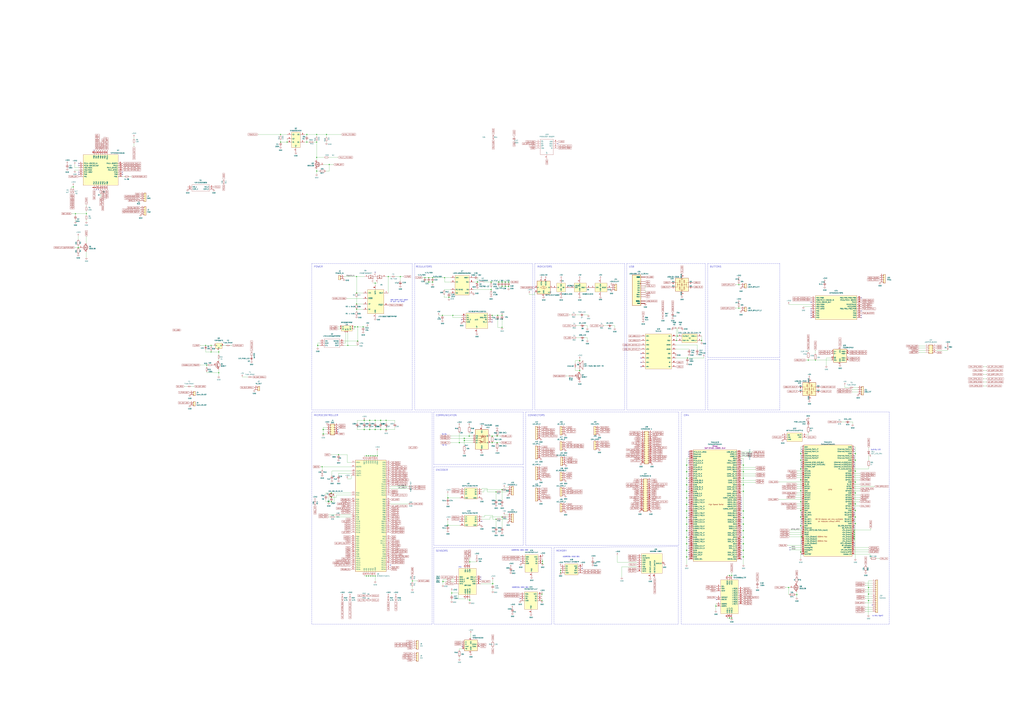
<source format=kicad_sch>
(kicad_sch (version 20211123) (generator eeschema)
  (paper "A0")
  (lib_symbols
    (symbol "CM4IO:ComputeModule4-CM4"
      (property "Reference" "Module?" (at -2.54 61.595 0))
      (property "Value" "ComputeModule4" (at -2.54 59.2836 0))
      (symbol "ComputeModule4-CM4_1_0"
        (text "GPIO" (at 0 6.35 0) (effects (font (size 1.27 1.27))))
      )
      (symbol "ComputeModule4-CM4_1_1"
        (text "600mA Max" (at -8.89 -53.34 0) (effects (font (size 1.27 1.27))))
        (text "600mA Max" (at -8.89 -48.26 0) (effects (font (size 1.27 1.27))))
        (text "NB SD signals are only available" (at -1.27 -27.94 0) (effects (font (size 1.27 1.27))))
        (text "on modules without eMMC" (at -1.27 -30.48 0) (effects (font (size 1.27 1.27))))
        (pin power_in line (at 27.94 55.88 180) (length 2.54) (name "GND") (number "1"))
        (pin passive line (at -33.02 45.72 0) (length 2.54) (name "Ethernet_Pair0_N") (number "10"))
        (pin output line (at -33.02 -68.58 0) (length 2.54) (name "nEXTRST") (number "100"))
        (pin passive line (at 27.94 43.18 180) (length 2.54) (name "Ethernet_Pair2_P") (number "11"))
        (pin passive line (at -33.02 43.18 0) (length 2.54) (name "Ethernet_Pair0_P") (number "12"))
        (pin power_in line (at 27.94 40.64 180) (length 2.54) (name "GND") (number "13"))
        (pin power_in line (at -33.02 40.64 0) (length 2.54) (name "GND") (number "14"))
        (pin output line (at 27.94 38.1 180) (length 2.54) (name "Ethernet_nLED3(3.3v)") (number "15"))
        (pin input line (at -33.02 38.1 0) (length 2.54) (name "Ethernet_SYNC_IN(1.8v)") (number "16"))
        (pin output line (at 27.94 35.56 180) (length 2.54) (name "Ethernet_nLED2(3.3v)") (number "17"))
        (pin input line (at -33.02 35.56 0) (length 2.54) (name "Ethernet_SYNC_OUT(1.8v)") (number "18"))
        (pin output line (at 27.94 33.02 180) (length 2.54) (name "Ethernet_nLED1(3.3v)") (number "19"))
        (pin power_in line (at -33.02 55.88 0) (length 2.54) (name "GND") (number "2"))
        (pin passive line (at -33.02 33.02 0) (length 2.54) (name "EEPROM_nWP") (number "20"))
        (pin open_collector line (at 27.94 30.48 180) (length 2.54) (name "PI_nLED_Activity") (number "21"))
        (pin power_in line (at -33.02 30.48 0) (length 2.54) (name "GND") (number "22"))
        (pin power_in line (at 27.94 27.94 180) (length 2.54) (name "GND") (number "23"))
        (pin passive line (at -33.02 27.94 0) (length 2.54) (name "GPIO26") (number "24"))
        (pin passive line (at 27.94 25.4 180) (length 2.54) (name "GPIO21") (number "25"))
        (pin passive line (at -33.02 25.4 0) (length 2.54) (name "GPIO19") (number "26"))
        (pin passive line (at 27.94 22.86 180) (length 2.54) (name "GPIO20") (number "27"))
        (pin passive line (at -33.02 22.86 0) (length 2.54) (name "GPIO13") (number "28"))
        (pin passive line (at 27.94 20.32 180) (length 2.54) (name "GPIO16") (number "29"))
        (pin passive line (at 27.94 53.34 180) (length 2.54) (name "Ethernet_Pair3_P") (number "3"))
        (pin passive line (at -33.02 20.32 0) (length 2.54) (name "GPIO6") (number "30"))
        (pin passive line (at 27.94 17.78 180) (length 2.54) (name "GPIO12") (number "31"))
        (pin power_in line (at -33.02 17.78 0) (length 2.54) (name "GND") (number "32"))
        (pin power_in line (at 27.94 15.24 180) (length 2.54) (name "GND") (number "33"))
        (pin passive line (at -33.02 15.24 0) (length 2.54) (name "GPIO5") (number "34"))
        (pin passive line (at 27.94 12.7 180) (length 2.54) (name "ID_SC") (number "35"))
        (pin passive line (at -33.02 12.7 0) (length 2.54) (name "ID_SD") (number "36"))
        (pin passive line (at 27.94 10.16 180) (length 2.54) (name "GPIO7") (number "37"))
        (pin passive line (at -33.02 10.16 0) (length 2.54) (name "GPIO11") (number "38"))
        (pin passive line (at 27.94 7.62 180) (length 2.54) (name "GPIO8") (number "39"))
        (pin passive line (at -33.02 53.34 0) (length 2.54) (name "Ethernet_Pair1_P") (number "4"))
        (pin passive line (at -33.02 7.62 0) (length 2.54) (name "GPIO9") (number "40"))
        (pin passive line (at 27.94 5.08 180) (length 2.54) (name "GPIO25") (number "41"))
        (pin power_in line (at -33.02 5.08 0) (length 2.54) (name "GND") (number "42"))
        (pin power_in line (at 27.94 2.54 180) (length 2.54) (name "GND") (number "43"))
        (pin passive line (at -33.02 2.54 0) (length 2.54) (name "GPIO10") (number "44"))
        (pin passive line (at 27.94 0 180) (length 2.54) (name "GPIO24") (number "45"))
        (pin passive line (at -33.02 0 0) (length 2.54) (name "GPIO22") (number "46"))
        (pin passive line (at 27.94 -2.54 180) (length 2.54) (name "GPIO23") (number "47"))
        (pin passive line (at -33.02 -2.54 0) (length 2.54) (name "GPIO27") (number "48"))
        (pin passive line (at 27.94 -5.08 180) (length 2.54) (name "GPIO18") (number "49"))
        (pin passive line (at 27.94 50.8 180) (length 2.54) (name "Ethernet_Pair3_N") (number "5"))
        (pin passive line (at -33.02 -5.08 0) (length 2.54) (name "GPIO17") (number "50"))
        (pin passive line (at 27.94 -7.62 180) (length 2.54) (name "GPIO15") (number "51"))
        (pin power_in line (at -33.02 -7.62 0) (length 2.54) (name "GND") (number "52"))
        (pin power_in line (at 27.94 -10.16 180) (length 2.54) (name "GND") (number "53"))
        (pin passive line (at -33.02 -10.16 0) (length 2.54) (name "GPIO4") (number "54"))
        (pin passive line (at 27.94 -12.7 180) (length 2.54) (name "GPIO14") (number "55"))
        (pin passive line (at -33.02 -12.7 0) (length 2.54) (name "GPIO3") (number "56"))
        (pin passive line (at 27.94 -15.24 180) (length 2.54) (name "SD_CLK") (number "57"))
        (pin passive line (at -33.02 -15.24 0) (length 2.54) (name "GPIO2") (number "58"))
        (pin power_in line (at 27.94 -17.78 180) (length 2.54) (name "GND") (number "59"))
        (pin passive line (at -33.02 50.8 0) (length 2.54) (name "Ethernet_Pair1_N") (number "6"))
        (pin power_in line (at -33.02 -17.78 0) (length 2.54) (name "GND") (number "60"))
        (pin passive line (at 27.94 -20.32 180) (length 2.54) (name "SD_DAT3") (number "61"))
        (pin passive line (at -33.02 -20.32 0) (length 2.54) (name "SD_CMD") (number "62"))
        (pin passive line (at 27.94 -22.86 180) (length 2.54) (name "SD_DAT0") (number "63"))
        (pin passive line (at -33.02 -22.86 0) (length 2.54) (name "SD_DAT5") (number "64"))
        (pin power_in line (at 27.94 -25.4 180) (length 2.54) (name "GND") (number "65"))
        (pin power_in line (at -33.02 -25.4 0) (length 2.54) (name "GND") (number "66"))
        (pin passive line (at 27.94 -27.94 180) (length 2.54) (name "SD_DAT1") (number "67"))
        (pin passive line (at -33.02 -27.94 0) (length 2.54) (name "SD_DAT4") (number "68"))
        (pin passive line (at 27.94 -30.48 180) (length 2.54) (name "SD_DAT2") (number "69"))
        (pin power_in line (at 27.94 48.26 180) (length 2.54) (name "GND") (number "7"))
        (pin passive line (at -33.02 -30.48 0) (length 2.54) (name "SD_DAT7") (number "70"))
        (pin power_in line (at 27.94 -33.02 180) (length 2.54) (name "GND") (number "71"))
        (pin passive line (at -33.02 -33.02 0) (length 2.54) (name "SD_DAT6") (number "72"))
        (pin input line (at 27.94 -35.56 180) (length 2.54) (name "SD_VDD_Override") (number "73"))
        (pin power_in line (at -33.02 -35.56 0) (length 2.54) (name "GND") (number "74"))
        (pin output line (at 27.94 -38.1 180) (length 2.54) (name "SD_PWR_ON") (number "75"))
        (pin passive line (at -33.02 -38.1 0) (length 2.54) (name "Reserved") (number "76"))
        (pin power_in line (at 27.94 -40.64 180) (length 2.54) (name "+5v_(Input)") (number "77"))
        (pin power_in line (at -33.02 -40.64 0) (length 2.54) (name "GPIO_VREF(1.8v/3.3v_Input)") (number "78"))
        (pin power_in line (at 27.94 -43.18 180) (length 2.54) (name "+5v_(Input)") (number "79"))
        (pin power_in line (at -33.02 48.26 0) (length 2.54) (name "GND") (number "8"))
        (pin passive line (at -33.02 -43.18 0) (length 2.54) (name "SCL0") (number "80"))
        (pin power_in line (at 27.94 -45.72 180) (length 2.54) (name "+5v_(Input)") (number "81"))
        (pin passive line (at -33.02 -45.72 0) (length 2.54) (name "SDA0") (number "82"))
        (pin power_in line (at 27.94 -48.26 180) (length 2.54) (name "+5v_(Input)") (number "83"))
        (pin power_out line (at -33.02 -48.26 0) (length 2.54) (name "+3.3v_(Output)") (number "84"))
        (pin power_in line (at 27.94 -50.8 180) (length 2.54) (name "+5v_(Input)") (number "85"))
        (pin power_out line (at -33.02 -50.8 0) (length 2.54) (name "+3.3v_(Output)") (number "86"))
        (pin power_in line (at 27.94 -53.34 180) (length 2.54) (name "+5v_(Input)") (number "87"))
        (pin power_out line (at -33.02 -53.34 0) (length 2.54) (name "+1.8v_(Output)") (number "88"))
        (pin power_in line (at 27.94 -55.88 180) (length 2.54) (name "WiFi_nDisable") (number "89"))
        (pin passive line (at 27.94 45.72 180) (length 2.54) (name "Ethernet_Pair2_N") (number "9"))
        (pin power_out line (at -33.02 -55.88 0) (length 2.54) (name "+1.8v_(Output)") (number "90"))
        (pin power_in line (at 27.94 -58.42 180) (length 2.54) (name "BT_nDisable") (number "91"))
        (pin passive line (at -33.02 -58.42 0) (length 2.54) (name "RUN_PG") (number "92"))
        (pin input line (at 27.94 -60.96 180) (length 2.54) (name "nRPIBOOT") (number "93"))
        (pin passive line (at -33.02 -60.96 0) (length 2.54) (name "AnalogIP0") (number "94"))
        (pin output line (at 27.94 -63.5 180) (length 2.54) (name "nPI_LED_PWR") (number "95"))
        (pin passive line (at -33.02 -63.5 0) (length 2.54) (name "AnalogIP1") (number "96"))
        (pin passive line (at 27.94 -66.04 180) (length 2.54) (name "Camera_GPIO") (number "97"))
        (pin power_in line (at -33.02 -66.04 0) (length 2.54) (name "GND") (number "98"))
        (pin input line (at 27.94 -68.58 180) (length 2.54) (name "Global_EN") (number "99"))
      )
      (symbol "ComputeModule4-CM4_2_1"
        (text "High Speed Serial" (at 140.97 0 0) (effects (font (size 1.27 1.27))))
        (pin input line (at 170.18 60.96 180) (length 5.08) (name "USB_OTG_ID") (number "101"))
        (pin input line (at 109.22 60.96 0) (length 5.08) (name "PCIe_CLK_nREQ") (number "102"))
        (pin passive line (at 170.18 58.42 180) (length 5.08) (name "USB2_N") (number "103"))
        (pin passive line (at 109.22 58.42 0) (length 5.08) (name "Reserved") (number "104"))
        (pin passive line (at 170.18 55.88 180) (length 5.08) (name "USB2_P") (number "105"))
        (pin passive line (at 109.22 55.88 0) (length 5.08) (name "Reserved") (number "106"))
        (pin power_in line (at 170.18 53.34 180) (length 5.08) (name "GND") (number "107"))
        (pin power_in line (at 109.22 53.34 0) (length 5.08) (name "GND") (number "108"))
        (pin bidirectional line (at 170.18 50.8 180) (length 5.08) (name "PCIe_nRST") (number "109"))
        (pin output line (at 109.22 50.8 0) (length 5.08) (name "PCIe_CLK_P") (number "110"))
        (pin passive line (at 170.18 48.26 180) (length 5.08) (name "VDAC_COMP") (number "111"))
        (pin output line (at 109.22 48.26 0) (length 5.08) (name "PCIe_CLK_N") (number "112"))
        (pin power_in line (at 170.18 45.72 180) (length 5.08) (name "GND") (number "113"))
        (pin power_in line (at 109.22 45.72 0) (length 5.08) (name "GND") (number "114"))
        (pin input line (at 170.18 43.18 180) (length 5.08) (name "CAM1_D0_N") (number "115"))
        (pin input line (at 109.22 43.18 0) (length 5.08) (name "PCIe_RX_P") (number "116"))
        (pin input line (at 170.18 40.64 180) (length 5.08) (name "CAM1_D0_P") (number "117"))
        (pin input line (at 109.22 40.64 0) (length 5.08) (name "PCIe_RX_N") (number "118"))
        (pin power_in line (at 170.18 38.1 180) (length 5.08) (name "GND") (number "119"))
        (pin power_in line (at 109.22 38.1 0) (length 5.08) (name "GND") (number "120"))
        (pin input line (at 170.18 35.56 180) (length 5.08) (name "CAM1_D1_N") (number "121"))
        (pin output line (at 109.22 35.56 0) (length 5.08) (name "PCIe_TX_P") (number "122"))
        (pin input line (at 170.18 33.02 180) (length 5.08) (name "CAM1_D1_P") (number "123"))
        (pin output line (at 109.22 33.02 0) (length 5.08) (name "PCIe_TX_N") (number "124"))
        (pin power_in line (at 170.18 30.48 180) (length 5.08) (name "GND") (number "125"))
        (pin power_in line (at 109.22 30.48 0) (length 5.08) (name "GND") (number "126"))
        (pin input line (at 170.18 27.94 180) (length 5.08) (name "CAM1_C_N") (number "127"))
        (pin input line (at 109.22 27.94 0) (length 5.08) (name "CAM0_D0_N") (number "128"))
        (pin input line (at 170.18 25.4 180) (length 5.08) (name "CAM1_C_P") (number "129"))
        (pin input line (at 109.22 25.4 0) (length 5.08) (name "CAM0_D0_P") (number "130"))
        (pin power_in line (at 170.18 22.86 180) (length 5.08) (name "GND") (number "131"))
        (pin power_in line (at 109.22 22.86 0) (length 5.08) (name "GND") (number "132"))
        (pin input line (at 170.18 20.32 180) (length 5.08) (name "CAM1_D2_N") (number "133"))
        (pin input line (at 109.22 20.32 0) (length 5.08) (name "CAM0_D1_N") (number "134"))
        (pin input line (at 170.18 17.78 180) (length 5.08) (name "CAM1_D2_P") (number "135"))
        (pin input line (at 109.22 17.78 0) (length 5.08) (name "CAM0_D1_P") (number "136"))
        (pin power_in line (at 170.18 15.24 180) (length 5.08) (name "GND") (number "137"))
        (pin power_in line (at 109.22 15.24 0) (length 5.08) (name "GND") (number "138"))
        (pin input line (at 170.18 12.7 180) (length 5.08) (name "CAM1_D3_N") (number "139"))
        (pin input line (at 109.22 12.7 0) (length 5.08) (name "CAM0_C_N") (number "140"))
        (pin input line (at 170.18 10.16 180) (length 5.08) (name "CAM1_D3_P") (number "141"))
        (pin input line (at 109.22 10.16 0) (length 5.08) (name "CAM0_C_P") (number "142"))
        (pin input line (at 170.18 7.62 180) (length 5.08) (name "HDMI1_HOTPLUG") (number "143"))
        (pin power_in line (at 109.22 7.62 0) (length 5.08) (name "GND") (number "144"))
        (pin bidirectional line (at 170.18 5.08 180) (length 5.08) (name "HDMI1_SDA") (number "145"))
        (pin output line (at 109.22 5.08 0) (length 5.08) (name "HDMI1_TX2_P") (number "146"))
        (pin open_collector line (at 170.18 2.54 180) (length 5.08) (name "HDMI1_SCL") (number "147"))
        (pin output line (at 109.22 2.54 0) (length 5.08) (name "HDMI1_TX2_N") (number "148"))
        (pin open_collector line (at 170.18 0 180) (length 5.08) (name "HDMI1_CEC") (number "149"))
        (pin power_in line (at 109.22 0 0) (length 5.08) (name "GND") (number "150"))
        (pin open_collector line (at 170.18 -2.54 180) (length 5.08) (name "HDMI0_CEC") (number "151"))
        (pin output line (at 109.22 -2.54 0) (length 5.08) (name "HDMI1_TX1_P") (number "152"))
        (pin input line (at 170.18 -5.08 180) (length 5.08) (name "HDMI0_HOTPLUG") (number "153"))
        (pin output line (at 109.22 -5.08 0) (length 5.08) (name "HDMI1_TX1_N") (number "154"))
        (pin power_in line (at 170.18 -7.62 180) (length 5.08) (name "GND") (number "155"))
        (pin power_in line (at 109.22 -7.62 0) (length 5.08) (name "GND") (number "156"))
        (pin output line (at 170.18 -10.16 180) (length 5.08) (name "DSI0_D0_N") (number "157"))
        (pin output line (at 109.22 -10.16 0) (length 5.08) (name "HDMI1_TX0_P") (number "158"))
        (pin output line (at 170.18 -12.7 180) (length 5.08) (name "DSI0_D0_P") (number "159"))
        (pin output line (at 109.22 -12.7 0) (length 5.08) (name "HDMI1_TX0_N") (number "160"))
        (pin power_in line (at 170.18 -15.24 180) (length 5.08) (name "GND") (number "161"))
        (pin power_in line (at 109.22 -15.24 0) (length 5.08) (name "GND") (number "162"))
        (pin output line (at 170.18 -17.78 180) (length 5.08) (name "DSI0_D1_N") (number "163"))
        (pin output line (at 109.22 -17.78 0) (length 5.08) (name "HDMI1_CLK_P") (number "164"))
        (pin output line (at 170.18 -20.32 180) (length 5.08) (name "DSI0_D1_P") (number "165"))
        (pin output line (at 109.22 -20.32 0) (length 5.08) (name "HDMI1_CLK_N") (number "166"))
        (pin power_in line (at 170.18 -22.86 180) (length 5.08) (name "GND") (number "167"))
        (pin power_in line (at 109.22 -22.86 0) (length 5.08) (name "GND") (number "168"))
        (pin output line (at 170.18 -25.4 180) (length 5.08) (name "DSI0_C_N") (number "169"))
        (pin output line (at 109.22 -25.4 0) (length 5.08) (name "HDMI0_TX2_P") (number "170"))
        (pin output line (at 170.18 -27.94 180) (length 5.08) (name "DSI0_C_P") (number "171"))
        (pin output line (at 109.22 -27.94 0) (length 5.08) (name "HDMI0_TX2_N") (number "172"))
        (pin power_in line (at 170.18 -30.48 180) (length 5.08) (name "GND") (number "173"))
        (pin power_in line (at 109.22 -30.48 0) (length 5.08) (name "GND") (number "174"))
        (pin output line (at 170.18 -33.02 180) (length 5.08) (name "DSI1_D0_N") (number "175"))
        (pin output line (at 109.22 -33.02 0) (length 5.08) (name "HDMI0_TX1_P") (number "176"))
        (pin output line (at 170.18 -35.56 180) (length 5.08) (name "DSI1_D0_P") (number "177"))
        (pin output line (at 109.22 -35.56 0) (length 5.08) (name "HDMI0_TX1_N") (number "178"))
        (pin power_in line (at 170.18 -38.1 180) (length 5.08) (name "GND") (number "179"))
        (pin power_in line (at 109.22 -38.1 0) (length 5.08) (name "GND") (number "180"))
        (pin output line (at 170.18 -40.64 180) (length 5.08) (name "DSI1_D1_N") (number "181"))
        (pin output line (at 109.22 -40.64 0) (length 5.08) (name "HDMI0_TX0_P") (number "182"))
        (pin output line (at 170.18 -43.18 180) (length 5.08) (name "DSI1_D1_P") (number "183"))
        (pin output line (at 109.22 -43.18 0) (length 5.08) (name "HDMI0_TX0_N") (number "184"))
        (pin power_in line (at 170.18 -45.72 180) (length 5.08) (name "GND") (number "185"))
        (pin power_in line (at 109.22 -45.72 0) (length 5.08) (name "GND") (number "186"))
        (pin output line (at 170.18 -48.26 180) (length 5.08) (name "DSI1_C_N") (number "187"))
        (pin output line (at 109.22 -48.26 0) (length 5.08) (name "HDMI0_CLK_P") (number "188"))
        (pin output line (at 170.18 -50.8 180) (length 5.08) (name "DSI1_C_P") (number "189"))
        (pin output line (at 109.22 -50.8 0) (length 5.08) (name "HDMI0_CLK_N") (number "190"))
        (pin power_in line (at 170.18 -53.34 180) (length 5.08) (name "GND") (number "191"))
        (pin power_in line (at 109.22 -53.34 0) (length 5.08) (name "GND") (number "192"))
        (pin output line (at 170.18 -55.88 180) (length 5.08) (name "DSI1_D2_N") (number "193"))
        (pin output line (at 109.22 -55.88 0) (length 5.08) (name "DSI1_D3_N") (number "194"))
        (pin output line (at 170.18 -58.42 180) (length 5.08) (name "DSI1_D2_P") (number "195"))
        (pin output line (at 109.22 -58.42 0) (length 5.08) (name "DSI1_D3_P") (number "196"))
        (pin power_in line (at 170.18 -60.96 180) (length 5.08) (name "GND") (number "197"))
        (pin power_in line (at 109.22 -60.96 0) (length 5.08) (name "GND") (number "198"))
        (pin bidirectional line (at 170.18 -63.5 180) (length 5.08) (name "HDMI0_SDA") (number "199"))
        (pin open_collector line (at 109.22 -63.5 0) (length 5.08) (name "HDMI0_SCL") (number "200"))
      )
    )
    (symbol "CM4IO:ComputeModule4-CM4_1"
      (property "Reference" "Module?" (at 139.7 72.263 0))
      (property "Value" "ComputeModule4" (at 139.7 69.9516 0))
      (property "Field4" "Hirose" (at 139.7 67.6656 0))
      (property "Field5" "2off DF40C-100DS-0.4V" (at 139.7 65.3542 0))
      (symbol "ComputeModule4-CM4_1_1_0"
        (text "GPIO" (at 0 6.35 0) (effects (font (size 1.27 1.27))))
      )
      (symbol "ComputeModule4-CM4_1_1_1"
        (text "600mA Max" (at -8.89 -53.34 0) (effects (font (size 1.27 1.27))))
        (text "600mA Max" (at -8.89 -48.26 0) (effects (font (size 1.27 1.27))))
        (text "NB SD signals are only available" (at -1.27 -27.94 0) (effects (font (size 1.27 1.27))))
        (text "on modules without eMMC" (at -1.27 -30.48 0) (effects (font (size 1.27 1.27))))
        (pin power_in line (at 27.94 55.88 180) (length 2.54) (name "GND") (number "1"))
        (pin passive line (at -33.02 45.72 0) (length 2.54) (name "Ethernet_Pair0_N") (number "10"))
        (pin output line (at -33.02 -68.58 0) (length 2.54) (name "nEXTRST") (number "100"))
        (pin passive line (at 27.94 43.18 180) (length 2.54) (name "Ethernet_Pair2_P") (number "11"))
        (pin passive line (at -33.02 43.18 0) (length 2.54) (name "Ethernet_Pair0_P") (number "12"))
        (pin power_in line (at 27.94 40.64 180) (length 2.54) (name "GND") (number "13"))
        (pin power_in line (at -33.02 40.64 0) (length 2.54) (name "GND") (number "14"))
        (pin output line (at 27.94 38.1 180) (length 2.54) (name "Ethernet_nLED3(3.3v)") (number "15"))
        (pin input line (at -33.02 38.1 0) (length 2.54) (name "Ethernet_SYNC_IN(1.8v)") (number "16"))
        (pin output line (at 27.94 35.56 180) (length 2.54) (name "Ethernet_nLED2(3.3v)") (number "17"))
        (pin input line (at -33.02 35.56 0) (length 2.54) (name "Ethernet_SYNC_OUT(1.8v)") (number "18"))
        (pin output line (at 27.94 33.02 180) (length 2.54) (name "Ethernet_nLED1(3.3v)") (number "19"))
        (pin power_in line (at -33.02 55.88 0) (length 2.54) (name "GND") (number "2"))
        (pin passive line (at -33.02 33.02 0) (length 2.54) (name "EEPROM_nWP") (number "20"))
        (pin open_collector line (at 27.94 30.48 180) (length 2.54) (name "PI_nLED_Activity") (number "21"))
        (pin power_in line (at -33.02 30.48 0) (length 2.54) (name "GND") (number "22"))
        (pin power_in line (at 27.94 27.94 180) (length 2.54) (name "GND") (number "23"))
        (pin passive line (at -33.02 27.94 0) (length 2.54) (name "GPIO26") (number "24"))
        (pin passive line (at 27.94 25.4 180) (length 2.54) (name "GPIO21") (number "25"))
        (pin passive line (at -33.02 25.4 0) (length 2.54) (name "GPIO19") (number "26"))
        (pin passive line (at 27.94 22.86 180) (length 2.54) (name "GPIO20") (number "27"))
        (pin passive line (at -33.02 22.86 0) (length 2.54) (name "GPIO13") (number "28"))
        (pin passive line (at 27.94 20.32 180) (length 2.54) (name "GPIO16") (number "29"))
        (pin passive line (at 27.94 53.34 180) (length 2.54) (name "Ethernet_Pair3_P") (number "3"))
        (pin passive line (at -33.02 20.32 0) (length 2.54) (name "GPIO6") (number "30"))
        (pin passive line (at 27.94 17.78 180) (length 2.54) (name "GPIO12") (number "31"))
        (pin power_in line (at -33.02 17.78 0) (length 2.54) (name "GND") (number "32"))
        (pin power_in line (at 27.94 15.24 180) (length 2.54) (name "GND") (number "33"))
        (pin passive line (at -33.02 15.24 0) (length 2.54) (name "GPIO5") (number "34"))
        (pin passive line (at 27.94 12.7 180) (length 2.54) (name "ID_SC") (number "35"))
        (pin passive line (at -33.02 12.7 0) (length 2.54) (name "ID_SD") (number "36"))
        (pin passive line (at 27.94 10.16 180) (length 2.54) (name "GPIO7") (number "37"))
        (pin passive line (at -33.02 10.16 0) (length 2.54) (name "GPIO11") (number "38"))
        (pin passive line (at 27.94 7.62 180) (length 2.54) (name "GPIO8") (number "39"))
        (pin passive line (at -33.02 53.34 0) (length 2.54) (name "Ethernet_Pair1_P") (number "4"))
        (pin passive line (at -33.02 7.62 0) (length 2.54) (name "GPIO9") (number "40"))
        (pin passive line (at 27.94 5.08 180) (length 2.54) (name "GPIO25") (number "41"))
        (pin power_in line (at -33.02 5.08 0) (length 2.54) (name "GND") (number "42"))
        (pin power_in line (at 27.94 2.54 180) (length 2.54) (name "GND") (number "43"))
        (pin passive line (at -33.02 2.54 0) (length 2.54) (name "GPIO10") (number "44"))
        (pin passive line (at 27.94 0 180) (length 2.54) (name "GPIO24") (number "45"))
        (pin passive line (at -33.02 0 0) (length 2.54) (name "GPIO22") (number "46"))
        (pin passive line (at 27.94 -2.54 180) (length 2.54) (name "GPIO23") (number "47"))
        (pin passive line (at -33.02 -2.54 0) (length 2.54) (name "GPIO27") (number "48"))
        (pin passive line (at 27.94 -5.08 180) (length 2.54) (name "GPIO18") (number "49"))
        (pin passive line (at 27.94 50.8 180) (length 2.54) (name "Ethernet_Pair3_N") (number "5"))
        (pin passive line (at -33.02 -5.08 0) (length 2.54) (name "GPIO17") (number "50"))
        (pin passive line (at 27.94 -7.62 180) (length 2.54) (name "GPIO15") (number "51"))
        (pin power_in line (at -33.02 -7.62 0) (length 2.54) (name "GND") (number "52"))
        (pin power_in line (at 27.94 -10.16 180) (length 2.54) (name "GND") (number "53"))
        (pin passive line (at -33.02 -10.16 0) (length 2.54) (name "GPIO4") (number "54"))
        (pin passive line (at 27.94 -12.7 180) (length 2.54) (name "GPIO14") (number "55"))
        (pin passive line (at -33.02 -12.7 0) (length 2.54) (name "GPIO3") (number "56"))
        (pin passive line (at 27.94 -15.24 180) (length 2.54) (name "SD_CLK") (number "57"))
        (pin passive line (at -33.02 -15.24 0) (length 2.54) (name "GPIO2") (number "58"))
        (pin power_in line (at 27.94 -17.78 180) (length 2.54) (name "GND") (number "59"))
        (pin passive line (at -33.02 50.8 0) (length 2.54) (name "Ethernet_Pair1_N") (number "6"))
        (pin power_in line (at -33.02 -17.78 0) (length 2.54) (name "GND") (number "60"))
        (pin passive line (at 27.94 -20.32 180) (length 2.54) (name "SD_DAT3") (number "61"))
        (pin passive line (at -33.02 -20.32 0) (length 2.54) (name "SD_CMD") (number "62"))
        (pin passive line (at 27.94 -22.86 180) (length 2.54) (name "SD_DAT0") (number "63"))
        (pin passive line (at -33.02 -22.86 0) (length 2.54) (name "SD_DAT5") (number "64"))
        (pin power_in line (at 27.94 -25.4 180) (length 2.54) (name "GND") (number "65"))
        (pin power_in line (at -33.02 -25.4 0) (length 2.54) (name "GND") (number "66"))
        (pin passive line (at 27.94 -27.94 180) (length 2.54) (name "SD_DAT1") (number "67"))
        (pin passive line (at -33.02 -27.94 0) (length 2.54) (name "SD_DAT4") (number "68"))
        (pin passive line (at 27.94 -30.48 180) (length 2.54) (name "SD_DAT2") (number "69"))
        (pin power_in line (at 27.94 48.26 180) (length 2.54) (name "GND") (number "7"))
        (pin passive line (at -33.02 -30.48 0) (length 2.54) (name "SD_DAT7") (number "70"))
        (pin power_in line (at 27.94 -33.02 180) (length 2.54) (name "GND") (number "71"))
        (pin passive line (at -33.02 -33.02 0) (length 2.54) (name "SD_DAT6") (number "72"))
        (pin input line (at 27.94 -35.56 180) (length 2.54) (name "SD_VDD_Override") (number "73"))
        (pin power_in line (at -33.02 -35.56 0) (length 2.54) (name "GND") (number "74"))
        (pin output line (at 27.94 -38.1 180) (length 2.54) (name "SD_PWR_ON") (number "75"))
        (pin passive line (at -33.02 -38.1 0) (length 2.54) (name "Reserved") (number "76"))
        (pin power_in line (at 27.94 -40.64 180) (length 2.54) (name "+5v_(Input)") (number "77"))
        (pin power_in line (at -33.02 -40.64 0) (length 2.54) (name "GPIO_VREF(1.8v/3.3v_Input)") (number "78"))
        (pin power_in line (at 27.94 -43.18 180) (length 2.54) (name "+5v_(Input)") (number "79"))
        (pin power_in line (at -33.02 48.26 0) (length 2.54) (name "GND") (number "8"))
        (pin passive line (at -33.02 -43.18 0) (length 2.54) (name "SCL0") (number "80"))
        (pin power_in line (at 27.94 -45.72 180) (length 2.54) (name "+5v_(Input)") (number "81"))
        (pin passive line (at -33.02 -45.72 0) (length 2.54) (name "SDA0") (number "82"))
        (pin power_in line (at 27.94 -48.26 180) (length 2.54) (name "+5v_(Input)") (number "83"))
        (pin power_out line (at -33.02 -48.26 0) (length 2.54) (name "+3.3v_(Output)") (number "84"))
        (pin power_in line (at 27.94 -50.8 180) (length 2.54) (name "+5v_(Input)") (number "85"))
        (pin power_out line (at -33.02 -50.8 0) (length 2.54) (name "+3.3v_(Output)") (number "86"))
        (pin power_in line (at 27.94 -53.34 180) (length 2.54) (name "+5v_(Input)") (number "87"))
        (pin power_out line (at -33.02 -53.34 0) (length 2.54) (name "+1.8v_(Output)") (number "88"))
        (pin power_in line (at 27.94 -55.88 180) (length 2.54) (name "WiFi_nDisable") (number "89"))
        (pin passive line (at 27.94 45.72 180) (length 2.54) (name "Ethernet_Pair2_N") (number "9"))
        (pin power_out line (at -33.02 -55.88 0) (length 2.54) (name "+1.8v_(Output)") (number "90"))
        (pin power_in line (at 27.94 -58.42 180) (length 2.54) (name "BT_nDisable") (number "91"))
        (pin passive line (at -33.02 -58.42 0) (length 2.54) (name "RUN_PG") (number "92"))
        (pin input line (at 27.94 -60.96 180) (length 2.54) (name "nRPIBOOT") (number "93"))
        (pin passive line (at -33.02 -60.96 0) (length 2.54) (name "AnalogIP0") (number "94"))
        (pin output line (at 27.94 -63.5 180) (length 2.54) (name "nPI_LED_PWR") (number "95"))
        (pin passive line (at -33.02 -63.5 0) (length 2.54) (name "AnalogIP1") (number "96"))
        (pin passive line (at 27.94 -66.04 180) (length 2.54) (name "Camera_GPIO") (number "97"))
        (pin power_in line (at -33.02 -66.04 0) (length 2.54) (name "GND") (number "98"))
        (pin input line (at 27.94 -68.58 180) (length 2.54) (name "Global_EN") (number "99"))
      )
      (symbol "ComputeModule4-CM4_1_2_1"
        (text "High Speed Serial" (at 140.97 0 0) (effects (font (size 1.27 1.27))))
        (pin input line (at 170.18 60.96 180) (length 5.08) (name "USB_OTG_ID") (number "101"))
        (pin input line (at 109.22 60.96 0) (length 5.08) (name "PCIe_CLK_nREQ") (number "102"))
        (pin passive line (at 170.18 58.42 180) (length 5.08) (name "USB2_N") (number "103"))
        (pin passive line (at 109.22 58.42 0) (length 5.08) (name "Reserved") (number "104"))
        (pin passive line (at 170.18 55.88 180) (length 5.08) (name "USB2_P") (number "105"))
        (pin passive line (at 109.22 55.88 0) (length 5.08) (name "Reserved") (number "106"))
        (pin power_in line (at 170.18 53.34 180) (length 5.08) (name "GND") (number "107"))
        (pin power_in line (at 109.22 53.34 0) (length 5.08) (name "GND") (number "108"))
        (pin bidirectional line (at 170.18 50.8 180) (length 5.08) (name "PCIe_nRST") (number "109"))
        (pin output line (at 109.22 50.8 0) (length 5.08) (name "PCIe_CLK_P") (number "110"))
        (pin passive line (at 170.18 48.26 180) (length 5.08) (name "VDAC_COMP") (number "111"))
        (pin output line (at 109.22 48.26 0) (length 5.08) (name "PCIe_CLK_N") (number "112"))
        (pin power_in line (at 170.18 45.72 180) (length 5.08) (name "GND") (number "113"))
        (pin power_in line (at 109.22 45.72 0) (length 5.08) (name "GND") (number "114"))
        (pin input line (at 170.18 43.18 180) (length 5.08) (name "CAM1_D0_N") (number "115"))
        (pin input line (at 109.22 43.18 0) (length 5.08) (name "PCIe_RX_P") (number "116"))
        (pin input line (at 170.18 40.64 180) (length 5.08) (name "CAM1_D0_P") (number "117"))
        (pin input line (at 109.22 40.64 0) (length 5.08) (name "PCIe_RX_N") (number "118"))
        (pin power_in line (at 170.18 38.1 180) (length 5.08) (name "GND") (number "119"))
        (pin power_in line (at 109.22 38.1 0) (length 5.08) (name "GND") (number "120"))
        (pin input line (at 170.18 35.56 180) (length 5.08) (name "CAM1_D1_N") (number "121"))
        (pin output line (at 109.22 35.56 0) (length 5.08) (name "PCIe_TX_P") (number "122"))
        (pin input line (at 170.18 33.02 180) (length 5.08) (name "CAM1_D1_P") (number "123"))
        (pin output line (at 109.22 33.02 0) (length 5.08) (name "PCIe_TX_N") (number "124"))
        (pin power_in line (at 170.18 30.48 180) (length 5.08) (name "GND") (number "125"))
        (pin power_in line (at 109.22 30.48 0) (length 5.08) (name "GND") (number "126"))
        (pin input line (at 170.18 27.94 180) (length 5.08) (name "CAM1_C_N") (number "127"))
        (pin input line (at 109.22 27.94 0) (length 5.08) (name "CAM0_D0_N") (number "128"))
        (pin input line (at 170.18 25.4 180) (length 5.08) (name "CAM1_C_P") (number "129"))
        (pin input line (at 109.22 25.4 0) (length 5.08) (name "CAM0_D0_P") (number "130"))
        (pin power_in line (at 170.18 22.86 180) (length 5.08) (name "GND") (number "131"))
        (pin power_in line (at 109.22 22.86 0) (length 5.08) (name "GND") (number "132"))
        (pin input line (at 170.18 20.32 180) (length 5.08) (name "CAM1_D2_N") (number "133"))
        (pin input line (at 109.22 20.32 0) (length 5.08) (name "CAM0_D1_N") (number "134"))
        (pin input line (at 170.18 17.78 180) (length 5.08) (name "CAM1_D2_P") (number "135"))
        (pin input line (at 109.22 17.78 0) (length 5.08) (name "CAM0_D1_P") (number "136"))
        (pin power_in line (at 170.18 15.24 180) (length 5.08) (name "GND") (number "137"))
        (pin power_in line (at 109.22 15.24 0) (length 5.08) (name "GND") (number "138"))
        (pin input line (at 170.18 12.7 180) (length 5.08) (name "CAM1_D3_N") (number "139"))
        (pin input line (at 109.22 12.7 0) (length 5.08) (name "CAM0_C_N") (number "140"))
        (pin input line (at 170.18 10.16 180) (length 5.08) (name "CAM1_D3_P") (number "141"))
        (pin input line (at 109.22 10.16 0) (length 5.08) (name "CAM0_C_P") (number "142"))
        (pin input line (at 170.18 7.62 180) (length 5.08) (name "HDMI1_HOTPLUG") (number "143"))
        (pin power_in line (at 109.22 7.62 0) (length 5.08) (name "GND") (number "144"))
        (pin bidirectional line (at 170.18 5.08 180) (length 5.08) (name "HDMI1_SDA") (number "145"))
        (pin output line (at 109.22 5.08 0) (length 5.08) (name "HDMI1_TX2_P") (number "146"))
        (pin open_collector line (at 170.18 2.54 180) (length 5.08) (name "HDMI1_SCL") (number "147"))
        (pin output line (at 109.22 2.54 0) (length 5.08) (name "HDMI1_TX2_N") (number "148"))
        (pin open_collector line (at 170.18 0 180) (length 5.08) (name "HDMI1_CEC") (number "149"))
        (pin power_in line (at 109.22 0 0) (length 5.08) (name "GND") (number "150"))
        (pin open_collector line (at 170.18 -2.54 180) (length 5.08) (name "HDMI0_CEC") (number "151"))
        (pin output line (at 109.22 -2.54 0) (length 5.08) (name "HDMI1_TX1_P") (number "152"))
        (pin input line (at 170.18 -5.08 180) (length 5.08) (name "HDMI0_HOTPLUG") (number "153"))
        (pin output line (at 109.22 -5.08 0) (length 5.08) (name "HDMI1_TX1_N") (number "154"))
        (pin power_in line (at 170.18 -7.62 180) (length 5.08) (name "GND") (number "155"))
        (pin power_in line (at 109.22 -7.62 0) (length 5.08) (name "GND") (number "156"))
        (pin output line (at 170.18 -10.16 180) (length 5.08) (name "DSI0_D0_N") (number "157"))
        (pin output line (at 109.22 -10.16 0) (length 5.08) (name "HDMI1_TX0_P") (number "158"))
        (pin output line (at 170.18 -12.7 180) (length 5.08) (name "DSI0_D0_P") (number "159"))
        (pin output line (at 109.22 -12.7 0) (length 5.08) (name "HDMI1_TX0_N") (number "160"))
        (pin power_in line (at 170.18 -15.24 180) (length 5.08) (name "GND") (number "161"))
        (pin power_in line (at 109.22 -15.24 0) (length 5.08) (name "GND") (number "162"))
        (pin output line (at 170.18 -17.78 180) (length 5.08) (name "DSI0_D1_N") (number "163"))
        (pin output line (at 109.22 -17.78 0) (length 5.08) (name "HDMI1_CLK_P") (number "164"))
        (pin output line (at 170.18 -20.32 180) (length 5.08) (name "DSI0_D1_P") (number "165"))
        (pin output line (at 109.22 -20.32 0) (length 5.08) (name "HDMI1_CLK_N") (number "166"))
        (pin power_in line (at 170.18 -22.86 180) (length 5.08) (name "GND") (number "167"))
        (pin power_in line (at 109.22 -22.86 0) (length 5.08) (name "GND") (number "168"))
        (pin output line (at 170.18 -25.4 180) (length 5.08) (name "DSI0_C_N") (number "169"))
        (pin output line (at 109.22 -25.4 0) (length 5.08) (name "HDMI0_TX2_P") (number "170"))
        (pin output line (at 170.18 -27.94 180) (length 5.08) (name "DSI0_C_P") (number "171"))
        (pin output line (at 109.22 -27.94 0) (length 5.08) (name "HDMI0_TX2_N") (number "172"))
        (pin power_in line (at 170.18 -30.48 180) (length 5.08) (name "GND") (number "173"))
        (pin power_in line (at 109.22 -30.48 0) (length 5.08) (name "GND") (number "174"))
        (pin output line (at 170.18 -33.02 180) (length 5.08) (name "DSI1_D0_N") (number "175"))
        (pin output line (at 109.22 -33.02 0) (length 5.08) (name "HDMI0_TX1_P") (number "176"))
        (pin output line (at 170.18 -35.56 180) (length 5.08) (name "DSI1_D0_P") (number "177"))
        (pin output line (at 109.22 -35.56 0) (length 5.08) (name "HDMI0_TX1_N") (number "178"))
        (pin power_in line (at 170.18 -38.1 180) (length 5.08) (name "GND") (number "179"))
        (pin power_in line (at 109.22 -38.1 0) (length 5.08) (name "GND") (number "180"))
        (pin output line (at 170.18 -40.64 180) (length 5.08) (name "DSI1_D1_N") (number "181"))
        (pin output line (at 109.22 -40.64 0) (length 5.08) (name "HDMI0_TX0_P") (number "182"))
        (pin output line (at 170.18 -43.18 180) (length 5.08) (name "DSI1_D1_P") (number "183"))
        (pin output line (at 109.22 -43.18 0) (length 5.08) (name "HDMI0_TX0_N") (number "184"))
        (pin power_in line (at 170.18 -45.72 180) (length 5.08) (name "GND") (number "185"))
        (pin power_in line (at 109.22 -45.72 0) (length 5.08) (name "GND") (number "186"))
        (pin output line (at 170.18 -48.26 180) (length 5.08) (name "DSI1_C_N") (number "187"))
        (pin output line (at 109.22 -48.26 0) (length 5.08) (name "HDMI0_CLK_P") (number "188"))
        (pin output line (at 170.18 -50.8 180) (length 5.08) (name "DSI1_C_P") (number "189"))
        (pin output line (at 109.22 -50.8 0) (length 5.08) (name "HDMI0_CLK_N") (number "190"))
        (pin power_in line (at 170.18 -53.34 180) (length 5.08) (name "GND") (number "191"))
        (pin power_in line (at 109.22 -53.34 0) (length 5.08) (name "GND") (number "192"))
        (pin output line (at 170.18 -55.88 180) (length 5.08) (name "DSI1_D2_N") (number "193"))
        (pin output line (at 109.22 -55.88 0) (length 5.08) (name "DSI1_D3_N") (number "194"))
        (pin output line (at 170.18 -58.42 180) (length 5.08) (name "DSI1_D2_P") (number "195"))
        (pin output line (at 109.22 -58.42 0) (length 5.08) (name "DSI1_D3_P") (number "196"))
        (pin power_in line (at 170.18 -60.96 180) (length 5.08) (name "GND") (number "197"))
        (pin power_in line (at 109.22 -60.96 0) (length 5.08) (name "GND") (number "198"))
        (pin bidirectional line (at 170.18 -63.5 180) (length 5.08) (name "HDMI0_SDA") (number "199"))
        (pin open_collector line (at 109.22 -63.5 0) (length 5.08) (name "HDMI0_SCL") (number "200"))
      )
    )
    (symbol "CMT-7525-80-SMT-TR:CMT-7525-80-SMT-TR" (pin_numbers hide) (pin_names (offset 1.016) hide)
      (property "Reference" "LS" (at -3.81 8.89 0))
      (property "Value" "CMT-7525-80-SMT-TR" (at -3.81 -10.16 0))
      (symbol "CMT-7525-80-SMT-TR_0_0"
        (text "+" (at -2.54 3.81 0) (effects (font (size 1.27 1.27)) (justify left top)))
        (text "-" (at -2.54 -2.54 0) (effects (font (size 1.27 1.27)) (justify left top)))
        (pin passive line (at 0 -5.08 90) (length 2.54) (name "~") (number "N"))
        (pin passive line (at 0 5.08 270) (length 2.54) (name "~") (number "P"))
      )
    )
    (symbol "Conn_01x04_1" (pin_names (offset 1.016) hide)
      (property "Reference" "J16" (at 0 8.255 0))
      (property "Value" "UC_UART_2" (at 0 5.715 0))
      (symbol "Conn_01x04_1_1_1"
        (pin passive line (at -5.08 2.54 0) (length 3.81) (name "Pin_1") (number "1"))
        (pin passive line (at -5.08 0 0) (length 3.81) (name "Pin_2") (number "2"))
        (pin passive line (at -5.08 -2.54 0) (length 3.81) (name "Pin_3") (number "3"))
        (pin passive line (at -5.08 -5.08 0) (length 3.81) (name "Pin_4") (number "4"))
      )
    )
    (symbol "Connector_Generic:Conn_01x02" (pin_names (offset 1.016) hide)
      (property "Reference" "J" (at 0 2.54 0))
      (property "Value" "Conn_01x02" (at 0 -5.08 0))
      (symbol "Conn_01x02_1_1"
        (pin passive line (at -5.08 0 0) (length 3.81) (name "Pin_1") (number "1"))
        (pin passive line (at -5.08 -2.54 0) (length 3.81) (name "Pin_2") (number "2"))
      )
    )
    (symbol "Connector_Generic:Conn_01x03" (pin_names (offset 1.016) hide)
      (property "Reference" "J" (at 0 5.08 0))
      (property "Value" "Conn_01x03" (at 0 -5.08 0))
      (symbol "Conn_01x03_1_1"
        (pin passive line (at -5.08 2.54 0) (length 3.81) (name "Pin_1") (number "1"))
        (pin passive line (at -5.08 0 0) (length 3.81) (name "Pin_2") (number "2"))
        (pin passive line (at -5.08 -2.54 0) (length 3.81) (name "Pin_3") (number "3"))
      )
    )
    (symbol "Connector_Generic:Conn_01x04" (pin_names (offset 1.016) hide)
      (property "Reference" "J" (at 0 5.08 0))
      (property "Value" "Conn_01x04" (at 0 -7.62 0))
      (symbol "Conn_01x04_1_1"
        (pin passive line (at -5.08 2.54 0) (length 3.81) (name "Pin_1") (number "1"))
        (pin passive line (at -5.08 0 0) (length 3.81) (name "Pin_2") (number "2"))
        (pin passive line (at -5.08 -2.54 0) (length 3.81) (name "Pin_3") (number "3"))
        (pin passive line (at -5.08 -5.08 0) (length 3.81) (name "Pin_4") (number "4"))
      )
    )
    (symbol "Connector_Generic:Conn_01x06" (pin_names (offset 1.016) hide)
      (property "Reference" "J" (at 0 7.62 0))
      (property "Value" "Conn_01x06" (at 0 -10.16 0))
      (symbol "Conn_01x06_1_1"
        (pin passive line (at -5.08 5.08 0) (length 3.81) (name "Pin_1") (number "1"))
        (pin passive line (at -5.08 2.54 0) (length 3.81) (name "Pin_2") (number "2"))
        (pin passive line (at -5.08 0 0) (length 3.81) (name "Pin_3") (number "3"))
        (pin passive line (at -5.08 -2.54 0) (length 3.81) (name "Pin_4") (number "4"))
        (pin passive line (at -5.08 -5.08 0) (length 3.81) (name "Pin_5") (number "5"))
        (pin passive line (at -5.08 -7.62 0) (length 3.81) (name "Pin_6") (number "6"))
      )
    )
    (symbol "Connector_Generic:Conn_01x15" (pin_names (offset 1.016) hide)
      (property "Reference" "J" (at 0 20.32 0))
      (property "Value" "Conn_01x15" (at 0 -20.32 0))
      (symbol "Conn_01x15_1_1"
        (pin passive line (at -5.08 17.78 0) (length 3.81) (name "Pin_1") (number "1"))
        (pin passive line (at -5.08 -5.08 0) (length 3.81) (name "Pin_10") (number "10"))
        (pin passive line (at -5.08 -7.62 0) (length 3.81) (name "Pin_11") (number "11"))
        (pin passive line (at -5.08 -10.16 0) (length 3.81) (name "Pin_12") (number "12"))
        (pin passive line (at -5.08 -12.7 0) (length 3.81) (name "Pin_13") (number "13"))
        (pin passive line (at -5.08 -15.24 0) (length 3.81) (name "Pin_14") (number "14"))
        (pin passive line (at -5.08 -17.78 0) (length 3.81) (name "Pin_15") (number "15"))
        (pin passive line (at -5.08 15.24 0) (length 3.81) (name "Pin_2") (number "2"))
        (pin passive line (at -5.08 12.7 0) (length 3.81) (name "Pin_3") (number "3"))
        (pin passive line (at -5.08 10.16 0) (length 3.81) (name "Pin_4") (number "4"))
        (pin passive line (at -5.08 7.62 0) (length 3.81) (name "Pin_5") (number "5"))
        (pin passive line (at -5.08 5.08 0) (length 3.81) (name "Pin_6") (number "6"))
        (pin passive line (at -5.08 2.54 0) (length 3.81) (name "Pin_7") (number "7"))
        (pin passive line (at -5.08 0 0) (length 3.81) (name "Pin_8") (number "8"))
        (pin passive line (at -5.08 -2.54 0) (length 3.81) (name "Pin_9") (number "9"))
      )
    )
    (symbol "Connector_Generic:Conn_02x04_Odd_Even" (pin_names (offset 1.016) hide)
      (property "Reference" "J" (at 1.27 5.08 0))
      (property "Value" "Conn_02x04_Odd_Even" (at 1.27 -7.62 0))
      (symbol "Conn_02x04_Odd_Even_1_1"
        (pin passive line (at -5.08 2.54 0) (length 3.81) (name "Pin_1") (number "1"))
        (pin passive line (at 7.62 2.54 180) (length 3.81) (name "Pin_2") (number "2"))
        (pin passive line (at -5.08 0 0) (length 3.81) (name "Pin_3") (number "3"))
        (pin passive line (at 7.62 0 180) (length 3.81) (name "Pin_4") (number "4"))
        (pin passive line (at -5.08 -2.54 0) (length 3.81) (name "Pin_5") (number "5"))
        (pin passive line (at 7.62 -2.54 180) (length 3.81) (name "Pin_6") (number "6"))
        (pin passive line (at -5.08 -5.08 0) (length 3.81) (name "Pin_7") (number "7"))
        (pin passive line (at 7.62 -5.08 180) (length 3.81) (name "Pin_8") (number "8"))
      )
    )
    (symbol "Connector_Generic:Conn_02x05_Odd_Even" (pin_names (offset 1.016) hide)
      (property "Reference" "J" (at 1.27 7.62 0))
      (property "Value" "Conn_02x05_Odd_Even" (at 1.27 -7.62 0))
      (symbol "Conn_02x05_Odd_Even_1_1"
        (pin passive line (at -5.08 5.08 0) (length 3.81) (name "Pin_1") (number "1"))
        (pin passive line (at 7.62 -5.08 180) (length 3.81) (name "Pin_10") (number "10"))
        (pin passive line (at 7.62 5.08 180) (length 3.81) (name "Pin_2") (number "2"))
        (pin passive line (at -5.08 2.54 0) (length 3.81) (name "Pin_3") (number "3"))
        (pin passive line (at 7.62 2.54 180) (length 3.81) (name "Pin_4") (number "4"))
        (pin passive line (at -5.08 0 0) (length 3.81) (name "Pin_5") (number "5"))
        (pin passive line (at 7.62 0 180) (length 3.81) (name "Pin_6") (number "6"))
        (pin passive line (at -5.08 -2.54 0) (length 3.81) (name "Pin_7") (number "7"))
        (pin passive line (at 7.62 -2.54 180) (length 3.81) (name "Pin_8") (number "8"))
        (pin passive line (at -5.08 -5.08 0) (length 3.81) (name "Pin_9") (number "9"))
      )
    )
    (symbol "Connector_Generic:Conn_02x15_Odd_Even" (pin_names (offset 1.016) hide)
      (property "Reference" "J" (at 1.27 20.32 0))
      (property "Value" "Conn_02x15_Odd_Even" (at 1.27 -20.32 0))
      (symbol "Conn_02x15_Odd_Even_1_1"
        (pin passive line (at -5.08 17.78 0) (length 3.81) (name "Pin_1") (number "1"))
        (pin passive line (at 7.62 7.62 180) (length 3.81) (name "Pin_10") (number "10"))
        (pin passive line (at -5.08 5.08 0) (length 3.81) (name "Pin_11") (number "11"))
        (pin passive line (at 7.62 5.08 180) (length 3.81) (name "Pin_12") (number "12"))
        (pin passive line (at -5.08 2.54 0) (length 3.81) (name "Pin_13") (number "13"))
        (pin passive line (at 7.62 2.54 180) (length 3.81) (name "Pin_14") (number "14"))
        (pin passive line (at -5.08 0 0) (length 3.81) (name "Pin_15") (number "15"))
        (pin passive line (at 7.62 0 180) (length 3.81) (name "Pin_16") (number "16"))
        (pin passive line (at -5.08 -2.54 0) (length 3.81) (name "Pin_17") (number "17"))
        (pin passive line (at 7.62 -2.54 180) (length 3.81) (name "Pin_18") (number "18"))
        (pin passive line (at -5.08 -5.08 0) (length 3.81) (name "Pin_19") (number "19"))
        (pin passive line (at 7.62 17.78 180) (length 3.81) (name "Pin_2") (number "2"))
        (pin passive line (at 7.62 -5.08 180) (length 3.81) (name "Pin_20") (number "20"))
        (pin passive line (at -5.08 -7.62 0) (length 3.81) (name "Pin_21") (number "21"))
        (pin passive line (at 7.62 -7.62 180) (length 3.81) (name "Pin_22") (number "22"))
        (pin passive line (at -5.08 -10.16 0) (length 3.81) (name "Pin_23") (number "23"))
        (pin passive line (at 7.62 -10.16 180) (length 3.81) (name "Pin_24") (number "24"))
        (pin passive line (at -5.08 -12.7 0) (length 3.81) (name "Pin_25") (number "25"))
        (pin passive line (at 7.62 -12.7 180) (length 3.81) (name "Pin_26") (number "26"))
        (pin passive line (at -5.08 -15.24 0) (length 3.81) (name "Pin_27") (number "27"))
        (pin passive line (at 7.62 -15.24 180) (length 3.81) (name "Pin_28") (number "28"))
        (pin passive line (at -5.08 -17.78 0) (length 3.81) (name "Pin_29") (number "29"))
        (pin passive line (at -5.08 15.24 0) (length 3.81) (name "Pin_3") (number "3"))
        (pin passive line (at 7.62 -17.78 180) (length 3.81) (name "Pin_30") (number "30"))
        (pin passive line (at 7.62 15.24 180) (length 3.81) (name "Pin_4") (number "4"))
        (pin passive line (at -5.08 12.7 0) (length 3.81) (name "Pin_5") (number "5"))
        (pin passive line (at 7.62 12.7 180) (length 3.81) (name "Pin_6") (number "6"))
        (pin passive line (at -5.08 10.16 0) (length 3.81) (name "Pin_7") (number "7"))
        (pin passive line (at 7.62 10.16 180) (length 3.81) (name "Pin_8") (number "8"))
        (pin passive line (at -5.08 7.62 0) (length 3.81) (name "Pin_9") (number "9"))
      )
    )
    (symbol "Device:CP_Small" (pin_numbers hide) (pin_names (offset 0.254) hide)
      (property "Reference" "C" (at 0.254 1.778 0))
      (property "Value" "CP_Small" (at 0.254 -2.032 0))
      (symbol "CP_Small_1_1"
        (pin passive line (at 0 2.54 270) (length 1.8542) (name "~") (number "1"))
        (pin passive line (at 0 -2.54 90) (length 1.8542) (name "~") (number "2"))
      )
    )
    (symbol "Device:C_Small" (pin_numbers hide) (pin_names (offset 0.254) hide)
      (property "Reference" "C" (at 0.254 1.778 0))
      (property "Value" "C_Small" (at 0.254 -2.032 0))
      (symbol "C_Small_1_1"
        (pin passive line (at 0 2.54 270) (length 2.032) (name "~") (number "1"))
        (pin passive line (at 0 -2.54 90) (length 2.032) (name "~") (number "2"))
      )
    )
    (symbol "Device:Crystal_GND24_Small" (pin_names (offset 1.016) hide)
      (property "Reference" "Y" (at 1.27 4.445 0))
      (property "Value" "Crystal_GND24_Small" (at 1.27 2.54 0))
      (symbol "Crystal_GND24_Small_1_1"
        (pin passive line (at -2.54 0 0) (length 1.27) (name "1") (number "1"))
        (pin passive line (at 0 -3.175 90) (length 1.27) (name "2") (number "2"))
        (pin passive line (at 2.54 0 180) (length 1.27) (name "3") (number "3"))
        (pin passive line (at 0 3.175 270) (length 1.27) (name "4") (number "4"))
      )
    )
    (symbol "Device:D_Small" (pin_numbers hide) (pin_names (offset 0.254) hide)
      (property "Reference" "D" (at -1.27 2.032 0))
      (property "Value" "D_Small" (at -3.81 -2.032 0))
      (symbol "D_Small_1_1"
        (pin passive line (at -2.54 0 0) (length 1.778) (name "K") (number "1"))
        (pin passive line (at 2.54 0 180) (length 1.778) (name "A") (number "2"))
      )
    )
    (symbol "Device:D_Zener_Small" (pin_numbers hide) (pin_names (offset 0.254) hide)
      (property "Reference" "D" (at 0 2.286 0))
      (property "Value" "D_Zener_Small" (at 0 -2.286 0))
      (symbol "D_Zener_Small_1_1"
        (pin passive line (at -2.54 0 0) (length 1.778) (name "K") (number "1"))
        (pin passive line (at 2.54 0 180) (length 1.778) (name "A") (number "2"))
      )
    )
    (symbol "Device:Fuse_Small" (pin_numbers hide) (pin_names (offset 0.254) hide)
      (property "Reference" "F" (at 0 -1.524 0))
      (property "Value" "Fuse_Small" (at 0 1.524 0))
      (symbol "Fuse_Small_1_1"
        (pin passive line (at -2.54 0 0) (length 1.27) (name "~") (number "1"))
        (pin passive line (at 2.54 0 180) (length 1.27) (name "~") (number "2"))
      )
    )
    (symbol "Device:LED" (pin_numbers hide) (pin_names hide)
      (property "Reference" "D" (at 0 2.54 0))
      (property "Value" "LED" (at 0 -2.54 0))
      (symbol "LED_1_1"
        (pin passive line (at -3.81 0 0) (length 2.54) (name "K") (number "1"))
        (pin passive line (at 3.81 0 180) (length 2.54) (name "A") (number "2"))
      )
    )
    (symbol "Device:L_Small" (pin_numbers hide) (pin_names (offset 0.254) hide)
      (property "Reference" "L" (at 0.762 1.016 0))
      (property "Value" "L_Small" (at 0.762 -1.016 0))
      (symbol "L_Small_1_1"
        (pin passive line (at 0 2.54 270) (length 0.508) (name "~") (number "1"))
        (pin passive line (at 0 -2.54 90) (length 0.508) (name "~") (number "2"))
      )
    )
    (symbol "Device:R" (pin_numbers hide) (pin_names (offset 0))
      (property "Reference" "R" (at 2.032 0 90))
      (property "Value" "R" (at 0 0 90))
      (symbol "R_1_1"
        (pin passive line (at 0 3.81 270) (length 1.27) (name "~") (number "1"))
        (pin passive line (at 0 -3.81 90) (length 1.27) (name "~") (number "2"))
      )
    )
    (symbol "Device:R_Small" (pin_numbers hide) (pin_names (offset 0.254) hide)
      (property "Reference" "R" (at 0.762 0.508 0))
      (property "Value" "R_Small" (at 0.762 -1.016 0))
      (symbol "R_Small_1_1"
        (pin passive line (at 0 2.54 270) (length 0.762) (name "~") (number "1"))
        (pin passive line (at 0 -2.54 90) (length 0.762) (name "~") (number "2"))
      )
    )
    (symbol "Interface_CAN_LIN:SN65HVD230" (pin_names (offset 1.016))
      (property "Reference" "U" (at -2.54 10.16 0))
      (property "Value" "SN65HVD230" (at -2.54 7.62 0))
      (symbol "SN65HVD230_1_1"
        (pin input line (at -10.16 2.54 0) (length 2.54) (name "D") (number "1"))
        (pin power_in line (at 0 -10.16 90) (length 2.54) (name "GND") (number "2"))
        (pin power_in line (at 0 7.62 270) (length 2.54) (name "VCC") (number "3"))
        (pin output line (at -10.16 0 0) (length 2.54) (name "R") (number "4"))
        (pin output line (at -10.16 -2.54 0) (length 2.54) (name "Vref") (number "5"))
        (pin bidirectional line (at 10.16 -2.54 180) (length 2.54) (name "CANL") (number "6"))
        (pin bidirectional line (at 10.16 0 180) (length 2.54) (name "CANH") (number "7"))
        (pin input line (at -10.16 -5.08 0) (length 2.54) (name "Rs") (number "8"))
      )
    )
    (symbol "Interface_UART:MAX3485"
      (property "Reference" "U" (at -6.096 11.43 0))
      (property "Value" "MAX3485" (at 0.762 11.43 0))
      (symbol "MAX3485_1_1"
        (pin output line (at -10.16 2.54 0) (length 2.54) (name "RO") (number "1"))
        (pin input line (at -10.16 0 0) (length 2.54) (name "~{RE}") (number "2"))
        (pin input line (at -10.16 -2.54 0) (length 2.54) (name "DE") (number "3"))
        (pin input line (at -10.16 -5.08 0) (length 2.54) (name "DI") (number "4"))
        (pin power_in line (at 0 -15.24 90) (length 2.54) (name "GND") (number "5"))
        (pin bidirectional line (at 10.16 -5.08 180) (length 2.54) (name "A") (number "6"))
        (pin bidirectional line (at 10.16 2.54 180) (length 2.54) (name "B") (number "7"))
        (pin power_in line (at 0 12.7 270) (length 2.54) (name "VCC") (number "8"))
      )
    )
    (symbol "Interface_USB:FSUSB42MUX"
      (property "Reference" "U" (at -6.35 8.89 0))
      (property "Value" "FSUSB42MUX" (at 7.62 8.89 0))
      (symbol "FSUSB42MUX_1_1"
        (pin power_in line (at 0 10.16 270) (length 2.54) (name "VCC") (number "1"))
        (pin input line (at -10.16 -2.54 0) (length 2.54) (name "~{OE}") (number "10"))
        (pin input line (at -10.16 -5.08 0) (length 2.54) (name "SEL") (number "2"))
        (pin bidirectional line (at -10.16 5.08 0) (length 2.54) (name "D+") (number "3"))
        (pin bidirectional line (at -10.16 2.54 0) (length 2.54) (name "D-") (number "4"))
        (pin power_in line (at 0 -10.16 90) (length 2.54) (name "GND") (number "5"))
        (pin bidirectional line (at 10.16 -5.08 180) (length 2.54) (name "HSD1-") (number "6"))
        (pin bidirectional line (at 10.16 -2.54 180) (length 2.54) (name "HSD1+") (number "7"))
        (pin bidirectional line (at 10.16 2.54 180) (length 2.54) (name "HSD2-") (number "8"))
        (pin bidirectional line (at 10.16 5.08 180) (length 2.54) (name "HSD2+") (number "9"))
      )
    )
    (symbol "LED_Small_1" (pin_numbers hide) (pin_names (offset 0.254) hide)
      (property "Reference" "D" (at -1.27 3.175 0))
      (property "Value" "LED_Small_1" (at -4.445 -2.54 0))
      (symbol "LED_Small_1_1_1"
        (pin passive line (at -2.54 0 0) (length 1.778) (name "K") (number "1"))
        (pin passive line (at 2.54 0 180) (length 1.778) (name "A") (number "2"))
      )
    )
    (symbol "Logic_LevelTranslator:SN74LVC1T45DBV"
      (property "Reference" "U" (at -6.35 8.89 0))
      (property "Value" "SN74LVC1T45DBV" (at 3.81 8.89 0))
      (symbol "SN74LVC1T45DBV_1_1"
        (pin power_in line (at -2.54 10.16 270) (length 2.54) (name "VCCA") (number "1"))
        (pin power_in line (at 0 -10.16 90) (length 2.54) (name "GND") (number "2"))
        (pin bidirectional line (at -10.16 0 0) (length 2.54) (name "A") (number "3"))
        (pin bidirectional line (at 10.16 0 180) (length 2.54) (name "B") (number "4"))
        (pin input line (at -10.16 -5.08 0) (length 2.54) (name "DIR") (number "5"))
        (pin power_in line (at 2.54 10.16 270) (length 2.54) (name "VCCB") (number "6"))
      )
    )
    (symbol "M24512-DFDW6TP_1" (pin_names (offset 0.762))
      (property "Reference" "U13" (at 12.7 7.62 0))
      (property "Value" "M24512-DFDW6TP_1" (at 12.7 5.08 0))
      (symbol "M24512-DFDW6TP_1_0_0"
        (pin input line (at 0 0 0) (length 5.08) (name "E0") (number "1"))
        (pin input line (at 0 -2.54 0) (length 5.08) (name "E1") (number "2"))
        (pin input line (at 0 -5.08 0) (length 5.08) (name "E2") (number "3"))
        (pin power_in line (at 0 -7.62 0) (length 5.08) (name "VSS") (number "4"))
        (pin bidirectional line (at 25.4 -7.62 180) (length 5.08) (name "SDA") (number "5"))
        (pin input line (at 25.4 -5.08 180) (length 5.08) (name "SCL") (number "6"))
        (pin input line (at 25.4 -2.54 180) (length 5.08) (name "~{WC}") (number "7"))
        (pin power_in line (at 25.4 0 180) (length 5.08) (name "VCC") (number "8"))
      )
    )
    (symbol "MCU_ST_STM32H7:STM32H743VITx"
      (property "Reference" "U" (at -17.78 64.77 0))
      (property "Value" "STM32H743VITx" (at 10.16 64.77 0))
      (symbol "STM32H743VITx_1_1"
        (pin bidirectional line (at -22.86 12.7 0) (length 5.08) (name "PE2") (number "1"))
        (pin power_in line (at -7.62 -71.12 90) (length 5.08) (name "VSS") (number "10"))
        (pin power_in line (at 5.08 68.58 270) (length 5.08) (name "VDD") (number "100"))
        (pin power_in line (at -5.08 68.58 270) (length 5.08) (name "VDD") (number "11"))
        (pin input line (at -22.86 25.4 0) (length 5.08) (name "PH0") (number "12"))
        (pin input line (at -22.86 22.86 0) (length 5.08) (name "PH1") (number "13"))
        (pin input line (at -22.86 60.96 0) (length 5.08) (name "NRST") (number "14"))
        (pin bidirectional line (at 22.86 -25.4 180) (length 5.08) (name "PC0") (number "15"))
        (pin bidirectional line (at 22.86 -27.94 180) (length 5.08) (name "PC1") (number "16"))
        (pin bidirectional line (at 22.86 -30.48 180) (length 5.08) (name "PC2_C") (number "17"))
        (pin bidirectional line (at 22.86 -33.02 180) (length 5.08) (name "PC3_C") (number "18"))
        (pin power_in line (at 5.08 -71.12 90) (length 5.08) (name "VSSA") (number "19"))
        (pin bidirectional line (at -22.86 10.16 0) (length 5.08) (name "PE3") (number "2"))
        (pin bidirectional line (at -22.86 45.72 0) (length 5.08) (name "VREF+") (number "20"))
        (pin power_in line (at 7.62 68.58 270) (length 5.08) (name "VDDA") (number "21"))
        (pin bidirectional line (at 22.86 60.96 180) (length 5.08) (name "PA0") (number "22"))
        (pin bidirectional line (at 22.86 58.42 180) (length 5.08) (name "PA1") (number "23"))
        (pin bidirectional line (at 22.86 55.88 180) (length 5.08) (name "PA2") (number "24"))
        (pin bidirectional line (at 22.86 53.34 180) (length 5.08) (name "PA3") (number "25"))
        (pin power_in line (at -5.08 -71.12 90) (length 5.08) (name "VSS") (number "26"))
        (pin power_in line (at -2.54 68.58 270) (length 5.08) (name "VDD") (number "27"))
        (pin bidirectional line (at 22.86 50.8 180) (length 5.08) (name "PA4") (number "28"))
        (pin bidirectional line (at 22.86 48.26 180) (length 5.08) (name "PA5") (number "29"))
        (pin bidirectional line (at -22.86 7.62 0) (length 5.08) (name "PE4") (number "3"))
        (pin bidirectional line (at 22.86 45.72 180) (length 5.08) (name "PA6") (number "30"))
        (pin bidirectional line (at 22.86 43.18 180) (length 5.08) (name "PA7") (number "31"))
        (pin bidirectional line (at 22.86 -35.56 180) (length 5.08) (name "PC4") (number "32"))
        (pin bidirectional line (at 22.86 -38.1 180) (length 5.08) (name "PC5") (number "33"))
        (pin bidirectional line (at 22.86 17.78 180) (length 5.08) (name "PB0") (number "34"))
        (pin bidirectional line (at 22.86 15.24 180) (length 5.08) (name "PB1") (number "35"))
        (pin bidirectional line (at 22.86 12.7 180) (length 5.08) (name "PB2") (number "36"))
        (pin bidirectional line (at -22.86 0 0) (length 5.08) (name "PE7") (number "37"))
        (pin bidirectional line (at -22.86 -2.54 0) (length 5.08) (name "PE8") (number "38"))
        (pin bidirectional line (at -22.86 -5.08 0) (length 5.08) (name "PE9") (number "39"))
        (pin bidirectional line (at -22.86 5.08 0) (length 5.08) (name "PE5") (number "4"))
        (pin bidirectional line (at -22.86 -7.62 0) (length 5.08) (name "PE10") (number "40"))
        (pin bidirectional line (at -22.86 -10.16 0) (length 5.08) (name "PE11") (number "41"))
        (pin bidirectional line (at -22.86 -12.7 0) (length 5.08) (name "PE12") (number "42"))
        (pin bidirectional line (at -22.86 -15.24 0) (length 5.08) (name "PE13") (number "43"))
        (pin bidirectional line (at -22.86 -17.78 0) (length 5.08) (name "PE14") (number "44"))
        (pin bidirectional line (at -22.86 -20.32 0) (length 5.08) (name "PE15") (number "45"))
        (pin bidirectional line (at 22.86 -7.62 180) (length 5.08) (name "PB10") (number "46"))
        (pin bidirectional line (at 22.86 -10.16 180) (length 5.08) (name "PB11") (number "47"))
        (pin power_in line (at -22.86 50.8 0) (length 5.08) (name "VCAP1") (number "48"))
        (pin power_in line (at -2.54 -71.12 90) (length 5.08) (name "VSS") (number "49"))
        (pin bidirectional line (at -22.86 2.54 0) (length 5.08) (name "PE6") (number "5"))
        (pin power_in line (at 0 68.58 270) (length 5.08) (name "VDD") (number "50"))
        (pin bidirectional line (at 22.86 -12.7 180) (length 5.08) (name "PB12") (number "51"))
        (pin bidirectional line (at 22.86 -15.24 180) (length 5.08) (name "PB13") (number "52"))
        (pin bidirectional line (at 22.86 -17.78 180) (length 5.08) (name "PB14") (number "53"))
        (pin bidirectional line (at 22.86 -20.32 180) (length 5.08) (name "PB15") (number "54"))
        (pin bidirectional line (at -22.86 -45.72 0) (length 5.08) (name "PD8") (number "55"))
        (pin bidirectional line (at -22.86 -48.26 0) (length 5.08) (name "PD9") (number "56"))
        (pin bidirectional line (at -22.86 -50.8 0) (length 5.08) (name "PD10") (number "57"))
        (pin bidirectional line (at -22.86 -53.34 0) (length 5.08) (name "PD11") (number "58"))
        (pin bidirectional line (at -22.86 -55.88 0) (length 5.08) (name "PD12") (number "59"))
        (pin power_in line (at -7.62 68.58 270) (length 5.08) (name "VBAT") (number "6"))
        (pin bidirectional line (at -22.86 -58.42 0) (length 5.08) (name "PD13") (number "60"))
        (pin bidirectional line (at -22.86 -60.96 0) (length 5.08) (name "PD14") (number "61"))
        (pin bidirectional line (at -22.86 -63.5 0) (length 5.08) (name "PD15") (number "62"))
        (pin bidirectional line (at 22.86 -40.64 180) (length 5.08) (name "PC6") (number "63"))
        (pin bidirectional line (at 22.86 -43.18 180) (length 5.08) (name "PC7") (number "64"))
        (pin bidirectional line (at 22.86 -45.72 180) (length 5.08) (name "PC8") (number "65"))
        (pin bidirectional line (at 22.86 -48.26 180) (length 5.08) (name "PC9") (number "66"))
        (pin bidirectional line (at 22.86 40.64 180) (length 5.08) (name "PA8") (number "67"))
        (pin bidirectional line (at 22.86 38.1 180) (length 5.08) (name "PA9") (number "68"))
        (pin bidirectional line (at 22.86 35.56 180) (length 5.08) (name "PA10") (number "69"))
        (pin bidirectional line (at 22.86 -58.42 180) (length 5.08) (name "PC13") (number "7"))
        (pin bidirectional line (at 22.86 33.02 180) (length 5.08) (name "PA11") (number "70"))
        (pin bidirectional line (at 22.86 30.48 180) (length 5.08) (name "PA12") (number "71"))
        (pin bidirectional line (at 22.86 27.94 180) (length 5.08) (name "PA13") (number "72"))
        (pin power_in line (at -22.86 48.26 0) (length 5.08) (name "VCAP2") (number "73"))
        (pin power_in line (at 0 -71.12 90) (length 5.08) (name "VSS") (number "74"))
        (pin power_in line (at 2.54 68.58 270) (length 5.08) (name "VDD") (number "75"))
        (pin bidirectional line (at 22.86 25.4 180) (length 5.08) (name "PA14") (number "76"))
        (pin bidirectional line (at 22.86 22.86 180) (length 5.08) (name "PA15") (number "77"))
        (pin bidirectional line (at 22.86 -50.8 180) (length 5.08) (name "PC10") (number "78"))
        (pin bidirectional line (at 22.86 -53.34 180) (length 5.08) (name "PC11") (number "79"))
        (pin bidirectional line (at 22.86 -60.96 180) (length 5.08) (name "PC14") (number "8"))
        (pin bidirectional line (at 22.86 -55.88 180) (length 5.08) (name "PC12") (number "80"))
        (pin bidirectional line (at -22.86 -25.4 0) (length 5.08) (name "PD0") (number "81"))
        (pin bidirectional line (at -22.86 -27.94 0) (length 5.08) (name "PD1") (number "82"))
        (pin bidirectional line (at -22.86 -30.48 0) (length 5.08) (name "PD2") (number "83"))
        (pin bidirectional line (at -22.86 -33.02 0) (length 5.08) (name "PD3") (number "84"))
        (pin bidirectional line (at -22.86 -35.56 0) (length 5.08) (name "PD4") (number "85"))
        (pin bidirectional line (at -22.86 -38.1 0) (length 5.08) (name "PD5") (number "86"))
        (pin bidirectional line (at -22.86 -40.64 0) (length 5.08) (name "PD6") (number "87"))
        (pin bidirectional line (at -22.86 -43.18 0) (length 5.08) (name "PD7") (number "88"))
        (pin bidirectional line (at 22.86 10.16 180) (length 5.08) (name "PB3") (number "89"))
        (pin bidirectional line (at 22.86 -63.5 180) (length 5.08) (name "PC15") (number "9"))
        (pin bidirectional line (at 22.86 7.62 180) (length 5.08) (name "PB4") (number "90"))
        (pin bidirectional line (at 22.86 5.08 180) (length 5.08) (name "PB5") (number "91"))
        (pin bidirectional line (at 22.86 2.54 180) (length 5.08) (name "PB6") (number "92"))
        (pin bidirectional line (at 22.86 0 180) (length 5.08) (name "PB7") (number "93"))
        (pin input line (at -22.86 55.88 0) (length 5.08) (name "BOOT0") (number "94"))
        (pin bidirectional line (at 22.86 -2.54 180) (length 5.08) (name "PB8") (number "95"))
        (pin bidirectional line (at 22.86 -5.08 180) (length 5.08) (name "PB9") (number "96"))
        (pin bidirectional line (at -22.86 17.78 0) (length 5.08) (name "PE0") (number "97"))
        (pin bidirectional line (at -22.86 15.24 0) (length 5.08) (name "PE1") (number "98"))
        (pin power_in line (at 2.54 -71.12 90) (length 5.08) (name "VSS") (number "99"))
      )
    )
    (symbol "Mechanical:MountingHole_Pad" (pin_numbers hide) (pin_names (offset 1.016) hide)
      (property "Reference" "H" (at 0 6.35 0))
      (property "Value" "MountingHole_Pad" (at 0 4.445 0))
      (symbol "MountingHole_Pad_1_1"
        (pin input line (at 0 -2.54 90) (length 2.54) (name "1") (number "1"))
      )
    )
    (symbol "PCT2075TP,147_1" (pin_names (offset 0.762))
      (property "Reference" "U2" (at 12.7 8.255 0))
      (property "Value" "PCT2075TP,147_1" (at 12.7 5.715 0))
      (symbol "PCT2075TP,147_1_0_0"
        (pin passive line (at 0 0 0) (length 5.08) (name "SDA") (number "1"))
        (pin passive line (at 0 -2.54 0) (length 5.08) (name "SCL") (number "2"))
        (pin passive line (at 0 -5.08 0) (length 5.08) (name "OS") (number "3"))
        (pin passive line (at 0 -7.62 0) (length 5.08) (name "GND") (number "4"))
        (pin passive line (at 25.4 -7.62 180) (length 5.08) (name "A2") (number "5"))
        (pin passive line (at 25.4 -5.08 180) (length 5.08) (name "A1") (number "6"))
        (pin passive line (at 25.4 -2.54 180) (length 5.08) (name "A0") (number "7"))
        (pin passive line (at 25.4 0 180) (length 5.08) (name "VCC") (number "8"))
        (pin passive line (at 12.7 -22.86 90) (length 5.08) (name "PAD") (number "9"))
      )
    )
    (symbol "Power_Protection:USBLC6-2SC6" (pin_names (offset 0))
      (property "Reference" "U" (at 5.08 8.89 0))
      (property "Value" "USBLC6-2SC6" (at 10.16 -10.16 0))
      (symbol "USBLC6-2SC6_1_1"
        (pin passive line (at -12.7 -2.54 0) (length 5.08) (name "IO1") (number "1"))
        (pin passive line (at 0 -12.7 90) (length 5.08) (name "GND") (number "2"))
        (pin passive line (at 12.7 -2.54 180) (length 5.08) (name "IO2") (number "3"))
        (pin passive line (at 12.7 2.54 180) (length 5.08) (name "IO2") (number "4"))
        (pin passive line (at 0 12.7 270) (length 5.08) (name "VBUS") (number "5"))
        (pin passive line (at -12.7 2.54 0) (length 5.08) (name "IO1") (number "6"))
      )
    )
    (symbol "SamacSys_Parts3:BMX160" (pin_names (offset 0.762))
      (property "Reference" "IC?" (at 15.24 19.685 0))
      (property "Value" "BMX160" (at 15.24 17.145 0))
      (symbol "BMX160_0_0"
        (pin passive line (at 0 0 0) (length 5.08) (name "SDO") (number "1"))
        (pin passive line (at 30.48 -2.54 180) (length 5.08) (name "DNC_1") (number "10"))
        (pin passive line (at 30.48 0 180) (length 5.08) (name "DNC_2") (number "11"))
        (pin passive line (at 17.78 15.24 270) (length 5.08) (name "CSB") (number "12"))
        (pin passive line (at 15.24 15.24 270) (length 5.08) (name "SCX") (number "13"))
        (pin passive line (at 12.7 15.24 270) (length 5.08) (name "SDX") (number "14"))
        (pin passive line (at 0 -2.54 0) (length 5.08) (name "GND_1") (number "2"))
        (pin passive line (at 0 -5.08 0) (length 5.08) (name "GND_2") (number "3"))
        (pin passive line (at 0 -7.62 0) (length 5.08) (name "INT1") (number "4"))
        (pin passive line (at 12.7 -25.4 90) (length 5.08) (name "VDDIO") (number "5"))
        (pin passive line (at 15.24 -25.4 90) (length 5.08) (name "GNDIO") (number "6"))
        (pin passive line (at 17.78 -25.4 90) (length 5.08) (name "GND_3") (number "7"))
        (pin passive line (at 30.48 -7.62 180) (length 5.08) (name "VDD") (number "8"))
        (pin passive line (at 30.48 -5.08 180) (length 5.08) (name "INT2") (number "9"))
      )
    )
    (symbol "SamacSys_Parts:CSD87503Q3ET" (pin_names (offset 1.016) hide)
      (property "Reference" "Q3" (at 2.4893 8.255 0))
      (property "Value" "CSD87503Q3ET" (at 2.4893 5.715 0))
      (symbol "CSD87503Q3ET_0_0"
        (pin passive line (at -2.54 5.08 270) (length 5.08) (name "~") (number "1"))
        (pin passive line (at 12.7 -2.54 180) (length 5.08) (name "~") (number "10"))
        (pin no_connect line (at -6.35 -11.43 90) (length 5.08) hide (name "~") (number "2"))
        (pin passive line (at 2.54 5.08 270) (length 5.08) (name "~") (number "3"))
        (pin passive line (at 0 -7.62 90) (length 5.08) (name "~") (number "4"))
        (pin passive line (at -12.7 -2.54 0) (length 5.08) (name "~") (number "9"))
      )
    )
    (symbol "SamacSys_Parts:FM25V20A-DGQTR" (pin_names (offset 0.762))
      (property "Reference" "IC" (at 21.59 7.62 0))
      (property "Value" "FM25V20A-DGQTR" (at 21.59 5.08 0))
      (symbol "FM25V20A-DGQTR_0_0"
        (pin passive line (at 0 0 0) (length 5.08) (name "~{CS}") (number "1"))
        (pin passive line (at 0 -2.54 0) (length 5.08) (name "SO") (number "2"))
        (pin passive line (at 0 -5.08 0) (length 5.08) (name "~{WP}") (number "3"))
        (pin passive line (at 0 -7.62 0) (length 5.08) (name "VSS") (number "4"))
        (pin passive line (at 25.4 -7.62 180) (length 5.08) (name "SI") (number "5"))
        (pin passive line (at 25.4 -5.08 180) (length 5.08) (name "SCK") (number "6"))
        (pin passive line (at 25.4 -2.54 180) (length 5.08) (name "DNU") (number "7"))
        (pin passive line (at 25.4 0 180) (length 5.08) (name "VDD") (number "8"))
        (pin passive line (at 12.7 -20.32 90) (length 5.08) (name "EP") (number "9"))
      )
    )
    (symbol "SamacSys_Parts:LTC4365CTS8#TRMPBF" (pin_names (offset 0.762))
      (property "Reference" "IC1" (at 19.7994 15.875 0))
      (property "Value" "LTC4365CTS8#TRMPBF" (at 19.7994 13.335 0))
      (symbol "LTC4365CTS8#TRMPBF_0_0"
        (pin input line (at 0 6.35 0) (length 5.08) (name "VIN") (number "1"))
        (pin passive line (at 0 -6.35 0) (length 5.08) (name "UV") (number "2"))
        (pin passive line (at 0 -12.7 0) (length 5.08) (name "OV") (number "3"))
        (pin power_in line (at 13.97 -22.86 90) (length 5.08) (name "GND") (number "4"))
        (pin passive line (at 0 0 0) (length 5.08) (name "~{SHDN}") (number "5"))
        (pin passive line (at 29.21 -7.62 180) (length 5.08) (name "~{FAULT}") (number "6"))
        (pin output line (at 29.21 6.35 180) (length 5.08) (name "VOUT") (number "7"))
        (pin passive line (at 13.97 15.24 270) (length 5.08) (name "GATE") (number "8"))
      )
    )
    (symbol "Transistor_BJT:BC817" (pin_names (offset 0) hide)
      (property "Reference" "Q" (at 5.08 1.905 0))
      (property "Value" "BC817" (at 5.08 0 0))
      (symbol "BC817_1_1"
        (pin input line (at -5.08 0 0) (length 5.715) (name "B") (number "1"))
        (pin passive line (at 2.54 -5.08 90) (length 2.54) (name "E") (number "2"))
        (pin passive line (at 2.54 5.08 270) (length 2.54) (name "C") (number "3"))
      )
    )
    (symbol "Transistor_FET:BSS138" (pin_names hide)
      (property "Reference" "Q" (at 5.08 1.905 0))
      (property "Value" "BSS138" (at 5.08 0 0))
      (symbol "BSS138_1_1"
        (pin input line (at -5.08 0 0) (length 2.54) (name "G") (number "1"))
        (pin passive line (at 2.54 -5.08 90) (length 2.54) (name "S") (number "2"))
        (pin passive line (at 2.54 5.08 270) (length 2.54) (name "D") (number "3"))
      )
    )
    (symbol "USB4085-GF-A_REVA4:USB4085-GF-A_REVA4" (pin_numbers hide) (pin_names (offset 1.016))
      (property "Reference" "J" (at -5.1054 18.3134 0))
      (property "Value" "USB4085-GF-A_REVA4" (at -5.1054 -20.3708 0))
      (symbol "USB4085-GF-A_REVA4_0_0"
        (pin passive line (at -10.16 -15.24 0) (length 5.08) (name "GND") (number "A1"))
        (pin passive line (at -10.16 -15.24 0) (length 5.08) (name "GND") (number "A12"))
        (pin power_in line (at -10.16 15.24 0) (length 5.08) (name "VBUS") (number "A4"))
        (pin bidirectional line (at -10.16 10.16 0) (length 5.08) (name "CC1") (number "A5"))
        (pin bidirectional line (at -10.16 5.08 0) (length 5.08) (name "DP1") (number "A6"))
        (pin bidirectional line (at -10.16 0 0) (length 5.08) (name "DN1") (number "A7"))
        (pin bidirectional line (at -10.16 -5.08 0) (length 5.08) (name "SBU1") (number "A8"))
        (pin power_in line (at -10.16 15.24 0) (length 5.08) (name "VBUS") (number "A9"))
        (pin passive line (at -10.16 -15.24 0) (length 5.08) (name "GND") (number "B1"))
        (pin passive line (at -10.16 -15.24 0) (length 5.08) (name "GND") (number "B12"))
        (pin power_in line (at -10.16 15.24 0) (length 5.08) (name "VBUS") (number "B4"))
        (pin bidirectional clock (at -10.16 7.62 0) (length 5.08) (name "CC2") (number "B5"))
        (pin bidirectional line (at -10.16 2.54 0) (length 5.08) (name "DP2") (number "B6"))
        (pin bidirectional line (at -10.16 -2.54 0) (length 5.08) (name "DN2") (number "B7"))
        (pin bidirectional line (at -10.16 -7.62 0) (length 5.08) (name "SBU2") (number "B8"))
        (pin power_in line (at -10.16 15.24 0) (length 5.08) (name "VBUS") (number "B9"))
        (pin passive line (at -10.16 -12.7 0) (length 5.08) (name "SHELL") (number "P1"))
        (pin passive line (at -10.16 -12.7 0) (length 5.08) (name "SHELL") (number "P2"))
        (pin passive line (at -10.16 -12.7 0) (length 5.08) (name "SHELL") (number "P3"))
        (pin passive line (at -10.16 -12.7 0) (length 5.08) (name "SHELL") (number "P4"))
      )
    )
    (symbol "WS2812-2020:WS2812-2020" (pin_names (offset 1.016))
      (property "Reference" "U8" (at 0 11.43 0))
      (property "Value" "WS2812-2020" (at 0 8.89 0))
      (symbol "WS2812-2020_0_0"
        (pin output line (at 5.08 0 180) (length 5.08) (name "DO") (number "1"))
        (pin power_in line (at -5.08 -10.16 90) (length 5.08) (name "GND") (number "2"))
        (pin input line (at -15.24 0 0) (length 5.08) (name "DI") (number "3"))
        (pin power_in line (at -5.08 10.16 270) (length 5.08) (name "VDD") (number "4"))
      )
    )
    (symbol "downloaded_parts:434123025826" (pin_names (offset 0.762))
      (property "Reference" "S" (at 26.67 7.62 0))
      (property "Value" "434123025826" (at 26.67 5.08 0))
      (symbol "434123025826_0_0"
        (pin passive line (at 0 0 0) (length 5.08) (name "NO_1") (number "1"))
        (pin passive line (at 30.48 0 180) (length 5.08) (name "NO_2") (number "2"))
        (pin passive line (at 0 -2.54 0) (length 5.08) (name "COM_1") (number "3"))
        (pin passive line (at 30.48 -2.54 180) (length 5.08) (name "COM_2") (number "4"))
      )
    )
    (symbol "downloaded_parts:503398-1892" (pin_names (offset 0.762))
      (property "Reference" "J29" (at 21.59 7.62 0))
      (property "Value" "503398-1892" (at 21.59 5.08 0))
      (symbol "503398-1892_0_0"
        (pin passive line (at 0 0 0) (length 5.08) (name "DAT2") (number "1"))
        (pin passive line (at 20.32 -25.4 90) (length 5.08) (name "DETECT_SWITCH") (number "10"))
        (pin passive line (at 0 -2.54 0) (length 5.08) (name "CD/DAT3") (number "2"))
        (pin passive line (at 0 -5.08 0) (length 5.08) (name "CMD") (number "3"))
        (pin passive line (at 0 -7.62 0) (length 5.08) (name "VDD") (number "4"))
        (pin passive line (at 0 -10.16 0) (length 5.08) (name "CLK") (number "5"))
        (pin passive line (at 0 -12.7 0) (length 5.08) (name "VSS") (number "6"))
        (pin passive line (at 0 -15.24 0) (length 5.08) (name "DAT0") (number "7"))
        (pin passive line (at 0 -17.78 0) (length 5.08) (name "DAT1") (number "8"))
        (pin passive line (at 15.24 -25.4 90) (length 5.08) (name "DETECT_LEVER") (number "9"))
      )
      (symbol "503398-1892_1_1"
        (pin input line (at 31.75 -8.89 180) (length 2.54) (name "SHIELD") (number "11"))
        (pin input line (at 31.75 -8.89 180) (length 2.54) hide (name "SHIELD") (number "12"))
        (pin input line (at 31.75 -8.89 180) (length 2.54) hide (name "SHIELD") (number "13"))
        (pin input line (at 31.75 -8.89 180) (length 2.54) hide (name "SHIELD") (number "14"))
      )
    )
    (symbol "downloaded_parts:ECS-120-20-33-CKM-TR" (pin_names (offset 0.762))
      (property "Reference" "Y?" (at 16.51 7.62 0))
      (property "Value" "ECS-120-20-33-CKM-TR" (at 11.43 -7.62 0))
      (symbol "ECS-120-20-33-CKM-TR_0_0"
        (pin passive line (at -2.54 -11.43 0) (length 5.08) (name "IN/OUT") (number "1"))
        (pin passive line (at 25.4 -11.43 180) (length 5.08) (name "GND_1") (number "2"))
        (pin passive line (at -2.54 -16.51 0) (length 5.08) (name "OUT/IN") (number "3"))
        (pin passive line (at 25.4 -16.51 180) (length 5.08) (name "GND_2") (number "4"))
      )
    )
    (symbol "downloaded_parts:IRF9358TRPBF" (pin_names (offset 1.016))
      (property "Reference" "U?" (at -21.59 -19.05 0))
      (property "Value" "IRF9358TRPBF" (at -21.59 -16.51 0))
      (symbol "IRF9358TRPBF_0_0"
        (pin passive line (at -13.97 -24.13 180) (length 1.27) (name "S2") (number "1"))
        (pin passive line (at -20.32 -27.94 90) (length 1.27) (name "G2") (number "2"))
        (pin passive line (at -13.97 -21.59 180) (length 1.27) (name "S1") (number "3"))
        (pin passive line (at -22.86 -27.94 90) (length 1.27) (name "G1") (number "4"))
        (pin passive line (at -29.21 -21.59 0) (length 1.27) hide (name "D1_2") (number "5"))
        (pin passive line (at -29.21 -21.59 0) (length 1.27) (name "D1") (number "6"))
        (pin passive line (at -29.21 -24.13 0) (length 1.27) hide (name "D2_2") (number "7"))
        (pin passive line (at -29.21 -24.13 0) (length 1.27) (name "D2") (number "8"))
      )
    )
    (symbol "downloaded_parts:LMR14050SSQDDARQ1" (pin_names (offset 0.762))
      (property "Reference" "IC?" (at 36.83 -40.64 0))
      (property "Value" "LMR14050SSQDDARQ1" (at 35.56 -30.48 0))
      (symbol "LMR14050SSQDDARQ1_0_0"
        (pin passive line (at 49.53 -35.56 180) (length 5.08) (name "BOOT") (number "1"))
        (pin passive line (at 22.86 -35.56 0) (length 5.08) (name "VIN") (number "2"))
        (pin passive line (at 22.86 -40.64 0) (length 5.08) (name "EN") (number "3"))
        (pin passive line (at 22.86 -49.53 0) (length 5.08) (name "RT/SYNC") (number "4"))
        (pin passive line (at 49.53 -49.53 180) (length 5.08) (name "FB") (number "5"))
        (pin passive line (at 22.86 -53.34 0) (length 5.08) (name "SS") (number "6"))
        (pin passive line (at 49.53 -53.34 180) (length 5.08) (name "GND") (number "7"))
        (pin passive line (at 49.53 -40.64 180) (length 5.08) (name "SW") (number "8"))
        (pin passive line (at 49.53 -53.34 180) (length 5.08) hide (name "GND_2") (number "9"))
      )
    )
    (symbol "downloaded_parts:LTC4412ES6#TRMPBF" (pin_names (offset 0.762))
      (property "Reference" "IC" (at 24.13 7.62 0))
      (property "Value" "LTC4412ES6#TRMPBF" (at 24.13 5.08 0))
      (symbol "LTC4412ES6#TRMPBF_0_0"
        (pin passive line (at 0 0 0) (length 5.08) (name "VIN") (number "1"))
        (pin passive line (at 0 -2.54 0) (length 5.08) (name "GND") (number "2"))
        (pin passive line (at 0 -5.08 0) (length 5.08) (name "CTL") (number "3"))
        (pin passive line (at 27.94 -5.08 180) (length 5.08) (name "STAT") (number "4"))
        (pin passive line (at 27.94 -2.54 180) (length 5.08) (name "GATE") (number "5"))
        (pin passive line (at 27.94 0 180) (length 5.08) (name "SENSE") (number "6"))
      )
    )
    (symbol "downloaded_parts:MC74VHC1G14DTT1G" (pin_names (offset 0.762))
      (property "Reference" "U21" (at 13.97 7.62 0))
      (property "Value" "MC74VHC1G14DTT1G" (at 13.97 5.08 0))
      (symbol "MC74VHC1G14DTT1G_0_0"
        (pin no_connect line (at 0 0 0) (length 5.08) (name "NC") (number "1"))
        (pin input line (at 0 -2.54 0) (length 5.08) (name "INA") (number "2"))
        (pin power_in line (at 0 -5.08 0) (length 5.08) (name "GND") (number "3"))
        (pin output line (at 27.94 0 180) (length 5.08) (name "OUT~{Y}") (number "4"))
        (pin power_in line (at 27.94 -2.54 180) (length 5.08) (name "VCC") (number "5"))
      )
    )
    (symbol "downloaded_parts:NCV8187AMLE330TCG" (pin_names (offset 0.762))
      (property "Reference" "U11" (at -17.78 8.255 0))
      (property "Value" "NCV8187AMLE330TCG" (at -17.78 5.715 0))
      (symbol "NCV8187AMLE330TCG_0_0"
        (pin passive line (at 0 0 0) (length 5.08) (name "OUT") (number "1"))
        (pin passive line (at 0 -2.54 0) (length 5.08) (name "SNS/ADJ") (number "2"))
        (pin passive line (at 0 -5.08 0) (length 5.08) (name "PG") (number "3"))
        (pin passive line (at 0 -7.62 0) (length 5.08) (name "NC_1") (number "4"))
        (pin passive line (at 35.56 -7.62 180) (length 5.08) (name "GND") (number "5"))
        (pin passive line (at 35.56 -5.08 180) (length 5.08) (name "NC_2") (number "6"))
        (pin passive line (at 35.56 -2.54 180) (length 5.08) (name "EN") (number "7"))
        (pin passive line (at 35.56 0 180) (length 5.08) (name "IN") (number "8"))
        (pin passive line (at 17.78 -20.32 90) (length 5.08) (name "EP") (number "9"))
      )
    )
    (symbol "downloaded_parts:NX6020CAKSX" (pin_names (offset 0.762))
      (property "Reference" "IC1" (at 13.97 -15.24 0))
      (property "Value" "NX6020CAKSX" (at 19.05 -19.05 0))
      (symbol "NX6020CAKSX_0_0"
        (pin passive line (at 19.05 -44.45 90) (length 5.08) (name "S1") (number "1"))
        (pin passive line (at 29.21 -33.02 180) (length 5.08) (name "G1") (number "2"))
        (pin passive line (at 29.21 -24.13 180) (length 5.08) (name "D2") (number "3"))
        (pin passive line (at 8.89 -24.13 0) (length 5.08) (name "S2") (number "4"))
        (pin passive line (at 8.89 -29.21 0) (length 5.08) (name "G2") (number "5"))
        (pin passive line (at 8.89 -33.02 0) (length 5.08) (name "D1") (number "6"))
      )
    )
    (symbol "downloaded_parts:PCT2075TP,147" (pin_names (offset 0.762))
      (property "Reference" "U1" (at 12.7 7.62 0))
      (property "Value" "PCT2075TP,147" (at 12.7 5.08 0))
      (symbol "PCT2075TP,147_0_0"
        (pin passive line (at 0 0 0) (length 5.08) (name "SDA") (number "1"))
        (pin passive line (at 0 -2.54 0) (length 5.08) (name "SCL") (number "2"))
        (pin passive line (at 0 -5.08 0) (length 5.08) (name "OS") (number "3"))
        (pin passive line (at 0 -7.62 0) (length 5.08) (name "GND") (number "4"))
        (pin passive line (at 25.4 -7.62 180) (length 5.08) (name "A2") (number "5"))
        (pin passive line (at 25.4 -5.08 180) (length 5.08) (name "A1") (number "6"))
        (pin passive line (at 25.4 -2.54 180) (length 5.08) (name "A0") (number "7"))
        (pin passive line (at 25.4 0 180) (length 5.08) (name "VCC") (number "8"))
        (pin passive line (at 12.7 -22.86 90) (length 5.08) (name "PAD") (number "9"))
      )
    )
    (symbol "downloaded_parts:PDS760-13" (pin_names (offset 0.762))
      (property "Reference" "D?" (at -5.08 1.27 0))
      (property "Value" "PDS760-13" (at -5.08 6.35 0))
      (symbol "PDS760-13_0_0"
        (pin passive line (at -7.62 3.81 0) (length 1.27) (name "") (number "1"))
        (pin passive line (at -7.62 3.81 0) (length 1.27) hide (name "RIGHT_PIN") (number "2"))
        (pin passive line (at -3.81 3.81 180) (length 1.27) (name "") (number "3"))
      )
    )
    (symbol "downloaded_parts:SK6812_SIDE" (pin_names (offset 0.762))
      (property "Reference" "IC8" (at 19.685 -2.5399 0))
      (property "Value" "SK6812_SIDE" (at 19.685 -5.0799 0))
      (symbol "SK6812_SIDE_0_0"
        (pin passive line (at 0 0 0) (length 5.08) (name "DIN") (number "1"))
        (pin passive line (at 11.43 10.16 270) (length 5.08) (name "VDD") (number "2"))
        (pin passive line (at 24.13 0 180) (length 5.08) (name "DOUT") (number "3"))
        (pin passive line (at 11.43 -10.16 90) (length 5.08) (name "GND") (number "4"))
      )
    )
    (symbol "downloaded_parts:SL2.1A" (pin_names (offset 1.016))
      (property "Reference" "U11" (at 0 25.4 0))
      (property "Value" "SL2.1A" (at 0 22.86 0))
      (symbol "SL2.1A_0_0"
        (pin bidirectional line (at -20.32 17.78 0) (length 5.08) (name "DM4") (number "1"))
        (pin bidirectional line (at 20.32 -12.7 180) (length 5.08) (name "DP") (number "10"))
        (pin bidirectional line (at 20.32 -7.62 180) (length 5.08) (name "VDD5") (number "11"))
        (pin bidirectional line (at 20.32 -2.54 180) (length 5.08) (name "GND") (number "12"))
        (pin bidirectional line (at 20.32 2.54 180) (length 5.08) (name "VDD33") (number "13"))
        (pin bidirectional line (at 20.32 7.62 180) (length 5.08) (name "VDD18") (number "14"))
        (pin bidirectional line (at 20.32 12.7 180) (length 5.08) (name "XOUT") (number "15"))
        (pin bidirectional line (at 20.32 17.78 180) (length 5.08) (name "XIN") (number "16"))
        (pin bidirectional line (at -20.32 12.7 0) (length 5.08) (name "DP4") (number "2"))
        (pin bidirectional line (at -20.32 7.62 0) (length 5.08) (name "DM3") (number "3"))
        (pin bidirectional line (at -20.32 2.54 0) (length 5.08) (name "DP3") (number "4"))
        (pin bidirectional line (at -20.32 -2.54 0) (length 5.08) (name "DM2") (number "5"))
        (pin bidirectional line (at -20.32 -7.62 0) (length 5.08) (name "DP2") (number "6"))
        (pin bidirectional line (at -20.32 -12.7 0) (length 5.08) (name "DM1") (number "7"))
        (pin bidirectional line (at -20.32 -17.78 0) (length 5.08) (name "DP1") (number "8"))
        (pin bidirectional line (at 20.32 -17.78 180) (length 5.08) (name "DM") (number "9"))
      )
    )
    (symbol "downloaded_parts:STM32G031F8P6" (pin_names (offset 0.762))
      (property "Reference" "U22" (at 29.21 8.255 0))
      (property "Value" "STM32G031F8P6" (at 29.21 5.715 0))
      (symbol "STM32G031F8P6_0_0"
        (pin passive line (at 0 0 0) (length 5.08) (name "PB7/PB8") (number "1"))
        (pin passive line (at 0 -22.86 0) (length 5.08) (name "PA3") (number "10"))
        (pin passive line (at 58.42 -22.86 180) (length 5.08) (name "PA4") (number "11"))
        (pin passive line (at 58.42 -20.32 180) (length 5.08) (name "PA5") (number "12"))
        (pin passive line (at 58.42 -17.78 180) (length 5.08) (name "PA6") (number "13"))
        (pin passive line (at 58.42 -15.24 180) (length 5.08) (name "PA7") (number "14"))
        (pin passive line (at 58.42 -12.7 180) (length 5.08) (name "PB0/PB1/PB2/PA8") (number "15"))
        (pin passive line (at 58.42 -10.16 180) (length 5.08) (name "PA11[PA9]") (number "16"))
        (pin passive line (at 58.42 -7.62 180) (length 5.08) (name "PA12[PA10]") (number "17"))
        (pin passive line (at 58.42 -5.08 180) (length 5.08) (name "PA13") (number "18"))
        (pin passive line (at 58.42 -2.54 180) (length 5.08) (name "PA15/PA14-BOOT0") (number "19"))
        (pin passive line (at 0 -2.54 0) (length 5.08) (name "PB9/PC14-OSC32_IN") (number "2"))
        (pin passive line (at 58.42 0 180) (length 5.08) (name "PB3/PB4/PB5/PB6") (number "20"))
        (pin passive line (at 0 -5.08 0) (length 5.08) (name "PC15-OSC32_OUT") (number "3"))
        (pin passive line (at 0 -7.62 0) (length 5.08) (name "VDD/VDDA") (number "4"))
        (pin passive line (at 0 -10.16 0) (length 5.08) (name "VSS/VSSA") (number "5"))
        (pin passive line (at 0 -12.7 0) (length 5.08) (name "PF2-NRST") (number "6"))
        (pin passive line (at 0 -15.24 0) (length 5.08) (name "PA0") (number "7"))
        (pin passive line (at 0 -17.78 0) (length 5.08) (name "PA1") (number "8"))
        (pin passive line (at 0 -20.32 0) (length 5.08) (name "PA2") (number "9"))
      )
    )
    (symbol "downloaded_parts:STM32G031G6U6" (pin_names (offset 0.762))
      (property "Reference" "U1" (at 45.72 15.24 0))
      (property "Value" "STM32G031G6U6" (at 45.085 12.065 0))
      (symbol "STM32G031G6U6_0_0"
        (pin passive line (at 0 0 0) (length 5.08) (name "PC14-OSC32_IN") (number "1"))
        (pin passive line (at 22.86 -30.48 90) (length 5.08) (name "PA4") (number "10"))
        (pin passive line (at 25.4 -30.48 90) (length 5.08) (name "PA5") (number "11"))
        (pin passive line (at 27.94 -30.48 90) (length 5.08) (name "PA6") (number "12"))
        (pin passive line (at 30.48 -30.48 90) (length 5.08) (name "PA7") (number "13"))
        (pin passive line (at 33.02 -30.48 90) (length 5.08) (name "PB0") (number "14"))
        (pin passive line (at 50.8 -15.24 180) (length 5.08) (name "PB1") (number "15"))
        (pin passive line (at 50.8 -12.7 180) (length 5.08) (name "PA8") (number "16"))
        (pin passive line (at 50.8 -10.16 180) (length 5.08) (name "PC6") (number "17"))
        (pin passive line (at 50.8 -7.62 180) (length 5.08) (name "PA11_[PA9]") (number "18"))
        (pin passive line (at 50.8 -5.08 180) (length 5.08) (name "PA12_[PA10]") (number "19"))
        (pin passive line (at 0 -2.54 0) (length 5.08) (name "PC15-OSC32_OUT") (number "2"))
        (pin passive line (at 50.8 -2.54 180) (length 5.08) (name "PA13") (number "20"))
        (pin passive line (at 50.8 0 180) (length 5.08) (name "PA14-BOOT0") (number "21"))
        (pin passive line (at 33.02 15.24 270) (length 5.08) (name "PA15") (number "22"))
        (pin passive line (at 30.48 15.24 270) (length 5.08) (name "PB3") (number "23"))
        (pin passive line (at 27.94 15.24 270) (length 5.08) (name "PB4") (number "24"))
        (pin passive line (at 25.4 15.24 270) (length 5.08) (name "PB5") (number "25"))
        (pin passive line (at 22.86 15.24 270) (length 5.08) (name "PB6") (number "26"))
        (pin passive line (at 20.32 15.24 270) (length 5.08) (name "PB7") (number "27"))
        (pin passive line (at 17.78 15.24 270) (length 5.08) (name "PB8") (number "28"))
        (pin passive line (at 0 -5.08 0) (length 5.08) (name "VDD/VDDA") (number "3"))
        (pin passive line (at 0 -7.62 0) (length 5.08) (name "VSS/VSSA") (number "4"))
        (pin passive line (at 0 -10.16 0) (length 5.08) (name "PF2-NRST") (number "5"))
        (pin passive line (at 0 -12.7 0) (length 5.08) (name "PA0") (number "6"))
        (pin passive line (at 0 -15.24 0) (length 5.08) (name "PA1") (number "7"))
        (pin passive line (at 17.78 -30.48 90) (length 5.08) (name "PA2") (number "8"))
        (pin passive line (at 20.32 -30.48 90) (length 5.08) (name "PA3") (number "9"))
      )
    )
    (symbol "downloaded_parts:SX1508BIULTRT" (pin_names (offset 0.762))
      (property "Reference" "IC?" (at -16.51 -16.51 0))
      (property "Value" "SX1508BIULTRT" (at -19.05 -12.7 0))
      (symbol "SX1508BIULTRT_0_0"
        (pin passive line (at -44.45 -34.29 0) (length 5.08) (name "NRESET") (number "1"))
        (pin passive line (at -13.97 -31.75 180) (length 5.08) (name "I/O[3]") (number "10"))
        (pin passive line (at -44.45 -26.67 0) (length 5.08) (name "NINT") (number "11"))
        (pin passive line (at -44.45 -44.45 0) (length 5.08) (name "ADDR1") (number "12"))
        (pin passive line (at -44.45 -36.83 0) (length 5.08) (name "OSCIO") (number "13"))
        (pin passive line (at -31.75 -8.89 270) (length 5.08) (name "VDDM") (number "14"))
        (pin passive line (at -13.97 -34.29 180) (length 5.08) (name "I/O[4]") (number "15"))
        (pin passive line (at -13.97 -36.83 180) (length 5.08) (name "I/O[5]") (number "16"))
        (pin passive line (at -26.67 -8.89 270) (length 5.08) (name "VCC2") (number "17"))
        (pin passive line (at -29.21 -58.42 90) (length 5.08) (name "GND_2") (number "18"))
        (pin passive line (at -13.97 -39.37 180) (length 5.08) (name "I/O[6]") (number "19"))
        (pin passive line (at -44.45 -24.13 0) (length 5.08) (name "SDA") (number "2"))
        (pin passive line (at -13.97 -41.91 180) (length 5.08) (name "I/O[7]") (number "20"))
        (pin passive line (at -26.67 -58.42 90) (length 5.08) (name "GND_3") (number "21"))
        (pin passive line (at -44.45 -21.59 0) (length 5.08) (name "SCL") (number "3"))
        (pin passive line (at -44.45 -41.91 0) (length 5.08) (name "ADDR0") (number "4"))
        (pin passive line (at -13.97 -24.13 180) (length 5.08) (name "I/O[0]") (number "5"))
        (pin passive line (at -13.97 -26.67 180) (length 5.08) (name "I/O[1]") (number "6"))
        (pin passive line (at -29.21 -8.89 270) (length 5.08) (name "VCC1") (number "7"))
        (pin passive line (at -31.75 -58.42 90) (length 5.08) (name "GND_1") (number "8"))
        (pin passive line (at -13.97 -29.21 180) (length 5.08) (name "I/O[2]") (number "9"))
      )
    )
    (symbol "dustin_lib:SN74LVC3G17DCTR" (pin_names (offset 0.762))
      (property "Reference" "IC" (at 8.255 7.62 0))
      (property "Value" "SN74LVC3G17DCTR" (at 2.54 5.08 0))
      (symbol "SN74LVC3G17DCTR_0_0"
        (pin passive line (at 25.4 0.635 180) (length 5.08) (name "1A") (number "1"))
        (pin passive line (at 0 -4.445 0) (length 5.08) (name "3Y") (number "2"))
        (pin passive line (at 25.4 -1.905 180) (length 5.08) (name "2A") (number "3"))
        (pin passive line (at 25.4 -8.89 180) (length 5.08) (name "GND") (number "4"))
        (pin passive line (at 0 -1.905 0) (length 5.08) (name "2Y") (number "5"))
        (pin passive line (at 25.4 -4.445 180) (length 5.08) (name "3A") (number "6"))
        (pin passive line (at 0 0.635 0) (length 5.08) (name "1Y") (number "7"))
        (pin passive line (at 0 -8.89 0) (length 5.08) (name "VCC") (number "8"))
      )
    )
    (symbol "own_symbols:FDMS6673"
      (property "Reference" "Q12" (at 0 -1.27 0))
      (property "Value" "FDMS6673" (at 0 -3.81 0))
      (symbol "FDMS6673_0_0"
        (pin passive line (at -5.08 -7.62 0) (length 1.27) (name "S") (number "1"))
        (pin passive line (at -5.08 -7.62 0) (length 1.27) hide (name "S") (number "2"))
        (pin passive line (at -5.08 -7.62 0) (length 1.27) hide (name "S") (number "3"))
        (pin passive line (at 0 -12.7 90) (length 1.27) (name "G") (number "4"))
        (pin passive line (at 5.08 -7.62 180) (length 1.27) (name "D") (number "5"))
        (pin passive line (at 5.08 -7.62 180) (length 1.27) hide (name "D") (number "6"))
        (pin passive line (at 5.08 -7.62 180) (length 1.27) hide (name "D") (number "7"))
        (pin passive line (at 5.08 -7.62 180) (length 1.27) hide (name "D") (number "8"))
        (pin passive line (at 5.08 -7.62 180) (length 1.27) hide (name "D") (number "9"))
      )
    )
    (symbol "power:+3.3V" (power) (pin_names (offset 0))
      (property "Value" "+3.3V" (at 0 3.556 0))
      (symbol "+3.3V_1_1"
        (pin power_in line (at 0 0 90) (length 0) hide (name "+3V3") (number "1"))
      )
    )
    (symbol "power:+3V3" (power) (pin_names (offset 0))
      (property "Value" "+3V3" (at 0 3.556 0))
      (symbol "+3V3_1_1"
        (pin power_in line (at 0 0 90) (length 0) hide (name "+3V3") (number "1"))
      )
    )
    (symbol "power:+5V" (power) (pin_names (offset 0))
      (property "Value" "+5V" (at 0 3.556 0))
      (symbol "+5V_1_1"
        (pin power_in line (at 0 0 90) (length 0) hide (name "+5V") (number "1"))
      )
    )
    (symbol "power:GND" (power) (pin_names (offset 0))
      (property "Value" "GND" (at 0 -3.81 0))
      (symbol "GND_1_1"
        (pin power_in line (at 0 0 270) (length 0) hide (name "GND") (number "1"))
      )
    )
  )
  (junction (at 375.285 504.19) (diameter 1.016))
  (junction (at 586.74 332.74) (diameter 1.016))
  (junction (at 785.495 395.605))
  (junction (at 929.64 557.53) (diameter 1.016))
  (junction (at 564.515 906.145))
  (junction (at 572.135 678.18) (diameter 1.016))
  (junction (at 863.219 555.625) (diameter 1.016))
  (junction (at 797.179 548.005) (diameter 1.016))
  (junction (at 571.5 514.35) (diameter 1.016))
  (junction (at 384.81 582.93) (diameter 1.016))
  (junction (at 520.065 578.485) (diameter 1.016))
  (junction (at 847.09 668.655))
  (junction (at 544.83 506.73) (diameter 1.016))
  (junction (at 441.96 499.11) (diameter 1.016))
  (junction (at 863.219 647.065) (diameter 1.016))
  (junction (at 577.215 514.35) (diameter 1.016))
  (junction (at 993.14 527.05) (diameter 1.016))
  (junction (at 254 408.94))
  (junction (at 797.179 601.345) (diameter 1.016))
  (junction (at 929.64 527.05) (diameter 1.016))
  (junction (at 575.945 603.25))
  (junction (at 673.1 419.1) (diameter 1.016))
  (junction (at 629.92 654.685))
  (junction (at 586.74 327.66) (diameter 1.016))
  (junction (at 414.02 321.31))
  (junction (at 863.219 593.725) (diameter 1.016))
  (junction (at 863.219 608.965) (diameter 1.016))
  (junction (at 582.93 568.96))
  (junction (at 539.115 511.81) (diameter 1.016))
  (junction (at 356.235 156.21))
  (junction (at 991.87 626.11))
  (junction (at 516.255 322.58))
  (junction (at 521.335 345.44) (diameter 1.016))
  (junction (at 90.805 287.655))
  (junction (at 403.86 401.32))
  (junction (at 993.14 593.09) (diameter 1.016))
  (junction (at 435.61 488.315) (diameter 1.016))
  (junction (at 254 433.07))
  (junction (at 863.219 631.825) (diameter 1.016))
  (junction (at 582.93 600.71))
  (junction (at 673.1 430.53) (diameter 1.016))
  (junction (at 545.465 652.78))
  (junction (at 384.81 572.77) (diameter 1.016))
  (junction (at 929.64 610.87) (diameter 1.016))
  (junction (at 863.219 601.345) (diameter 1.016))
  (junction (at 797.179 624.205) (diameter 1.016))
  (junction (at 382.27 191.135))
  (junction (at 368.935 401.32) (diameter 1.016))
  (junction (at 430.53 529.59))
  (junction (at 797.179 608.965) (diameter 1.016))
  (junction (at 497.84 327.66) (diameter 1.016))
  (junction (at 448.31 488.315))
  (junction (at 430.53 669.29))
  (junction (at 325.755 156.21))
  (junction (at 991.87 615.95))
  (junction (at 539.115 509.27) (diameter 1.016))
  (junction (at 991.87 621.03))
  (junction (at 579.12 327.66) (diameter 1.016))
  (junction (at 863.219 563.245) (diameter 1.016))
  (junction (at 938.53 418.465))
  (junction (at 379.095 156.21))
  (junction (at 533.4 514.35) (diameter 1.016))
  (junction (at 429.26 499.11) (diameter 1.016))
  (junction (at 374.015 542.29))
  (junction (at 87.63 248.285))
  (junction (at 325.755 165.1))
  (junction (at 863.219 616.585) (diameter 1.016))
  (junction (at 993.14 608.33) (diameter 1.016))
  (junction (at 929.64 582.93) (diameter 1.016))
  (junction (at 425.45 529.59))
  (junction (at 570.23 336.55) (diameter 1.016))
  (junction (at 433.07 529.59))
  (junction (at 925.195 690.88))
  (junction (at 797.179 631.825) (diameter 1.016))
  (junction (at 85.09 217.17))
  (junction (at 427.99 529.59))
  (junction (at 814.705 395.605))
  (junction (at 493.395 322.58))
  (junction (at 545.465 697.23) (diameter 1.016))
  (junction (at 554.355 327.66) (diameter 1.016))
  (junction (at 367.665 198.755))
  (junction (at 797.179 570.865) (diameter 1.016))
  (junction (at 863.219 548.005) (diameter 1.016))
  (junction (at 441.96 488.315) (diameter 1.016))
  (junction (at 575.945 571.5))
  (junction (at 797.179 555.625) (diameter 1.016))
  (junction (at 574.675 906.145))
  (junction (at 993.14 534.67) (diameter 1.016))
  (junction (at 915.67 682.625))
  (junction (at 993.14 547.37) (diameter 1.016))
  (junction (at 513.715 366.395))
  (junction (at 582.93 366.395))
  (junction (at 393.065 528.32))
  (junction (at 797.179 578.485) (diameter 1.016))
  (junction (at 863.219 540.385) (diameter 1.016))
  (junction (at 857.885 330.835))
  (junction (at 847.09 718.185))
  (junction (at 570.23 327.66) (diameter 1.016))
  (junction (at 435.61 529.59))
  (junction (at 427.99 669.29))
  (junction (at 1008.38 697.865) (diameter 1.016))
  (junction (at 863.219 624.205) (diameter 1.016))
  (junction (at 991.87 623.57))
  (junction (at 582.93 332.74) (diameter 1.016))
  (junction (at 797.179 563.245) (diameter 1.016))
  (junction (at 930.91 623.57) (diameter 1.016))
  (junction (at 797.179 616.585) (diameter 1.016))
  (junction (at 797.179 586.105) (diameter 1.016))
  (junction (at 991.87 618.49))
  (junction (at 590.55 327.66) (diameter 1.016))
  (junction (at 435.61 499.11) (diameter 1.016))
  (junction (at 650.875 662.94))
  (junction (at 375.285 499.11) (diameter 1.016))
  (junction (at 929.64 641.35) (diameter 1.016))
  (junction (at 582.93 380.365))
  (junction (at 502.285 327.66) (diameter 1.016))
  (junction (at 238.76 401.32))
  (junction (at 577.215 506.73) (diameter 1.016))
  (junction (at 863.219 639.445) (diameter 1.016))
  (junction (at 590.55 332.74) (diameter 1.016))
  (junction (at 629.285 697.865))
  (junction (at 993.14 600.71) (diameter 1.016))
  (junction (at 929.64 593.09) (diameter 1.016))
  (junction (at 438.15 529.59))
  (junction (at 525.78 366.395))
  (junction (at 464.82 321.31))
  (junction (at 502.285 322.58))
  (junction (at 863.219 570.865) (diameter 1.016))
  (junction (at 356.235 165.1))
  (junction (at 629.92 652.145))
  (junction (at 422.91 488.315) (diameter 1.016))
  (junction (at 571.5 366.395))
  (junction (at 993.14 560.07) (diameter 1.016))
  (junction (at 333.375 165.1))
  (junction (at 946.785 418.465))
  (junction (at 245.11 408.94))
  (junction (at 478.79 675.005))
  (junction (at 415.29 379.73))
  (junction (at 797.179 647.065) (diameter 1.016))
  (junction (at 1008.38 690.245) (diameter 1.016))
  (junction (at 929.64 600.71) (diameter 1.016))
  (junction (at 384.81 577.85) (diameter 1.016))
  (junction (at 849.63 668.655))
  (junction (at 414.02 359.41))
  (junction (at 524.51 688.975) (diameter 0.9144))
  (junction (at 650.875 665.48))
  (junction (at 100.33 248.285))
  (junction (at 629.285 690.245))
  (junction (at 1008.38 682.625) (diameter 1.016))
  (junction (at 450.85 321.31))
  (junction (at 797.179 593.725) (diameter 1.016))
  (junction (at 367.665 156.21))
  (junction (at 367.665 182.88))
  (junction (at 569.595 906.145))
  (junction (at 381.635 582.93) (diameter 1.016))
  (junction (at 429.26 488.315) (diameter 1.016))
  (junction (at 797.179 639.445) (diameter 1.016))
  (junction (at 929.64 544.83) (diameter 1.016))
  (junction (at 849.63 718.185))
  (junction (at 993.14 572.77) (diameter 1.016))
  (junction (at 497.84 322.58))
  (junction (at 571.5 506.73) (diameter 1.016))
  (junction (at 786.765 390.525))
  (junction (at 415.29 396.24))
  (junction (at 435.61 669.29))
  (junction (at 577.85 366.395) (diameter 1.016))
  (junction (at 929.64 534.67) (diameter 1.016))
  (junction (at 831.215 704.215))
  (junction (at 425.45 669.29))
  (junction (at 240.03 424.18))
  (junction (at 582.93 327.66) (diameter 1.016))
  (junction (at 520.065 610.235) (diameter 1.016))
  (junction (at 245.11 401.32))
  (junction (at 414.02 353.06))
  (junction (at 422.91 499.11) (diameter 1.016))
  (junction (at 421.64 379.73))
  (junction (at 993.14 585.47) (diameter 1.016))
  (junction (at 797.179 540.385) (diameter 1.016))
  (junction (at 414.02 340.36))
  (junction (at 448.31 499.11) (diameter 1.016))
  (junction (at 367.665 165.1))
  (junction (at 433.07 669.29))
  (junction (at 857.885 358.14))
  (junction (at 514.35 675.64) (diameter 1.016))
  (junction (at 435.61 328.93))
  (junction (at 929.64 570.23) (diameter 1.016))
  (junction (at 412.115 379.73) (diameter 1.016))
  (junction (at 798.195 415.925))
  (no_connect (at 991.87 603.25))
  (no_connect (at 991.87 532.13))
  (no_connect (at 991.87 633.73))
  (no_connect (at 799.719 565.785))
  (no_connect (at 392.43 501.65))
  (no_connect (at 930.91 631.19))
  (no_connect (at 930.91 628.65))
  (no_connect (at 930.91 532.13))
  (no_connect (at 991.87 598.17))
  (no_connect (at 917.194 636.27))
  (no_connect (at 831.85 696.595))
  (no_connect (at 571.5 371.475))
  (no_connect (at 744.22 410.845))
  (no_connect (at 744.22 415.925))
  (no_connect (at 799.719 527.685))
  (no_connect (at 860.679 596.265))
  (no_connect (at 799.719 611.505))
  (no_connect (at 860.679 581.025))
  (no_connect (at 860.679 641.985))
  (no_connect (at 799.719 545.465))
  (no_connect (at 930.91 539.75))
  (no_connect (at 603.885 695.325))
  (no_connect (at 860.679 583.565))
  (no_connect (at 799.719 553.085))
  (no_connect (at 799.719 588.645))
  (no_connect (at 799.719 596.265))
  (no_connect (at 860.679 578.485))
  (no_connect (at 860.679 614.045))
  (no_connect (at 799.719 525.145))
  (no_connect (at 647.7 167.005))
  (no_connect (at 799.719 649.605))
  (no_connect (at 860.679 535.305))
  (no_connect (at 453.39 656.59))
  (no_connect (at 930.91 598.17))
  (no_connect (at 799.719 636.905))
  (no_connect (at 991.87 605.79))
  (no_connect (at 799.719 634.365))
  (no_connect (at 930.91 608.33))
  (no_connect (at 571.5 374.015))
  (no_connect (at 941.705 368.935))
  (no_connect (at 941.705 366.395))
  (no_connect (at 941.705 363.855))
  (no_connect (at 941.705 361.315))
  (no_connect (at 941.705 358.775))
  (no_connect (at 941.705 351.155))
  (no_connect (at 1000.125 361.315))
  (no_connect (at 1000.125 366.395))
  (no_connect (at 1000.125 368.935))
  (no_connect (at 1000.125 346.075))
  (no_connect (at 860.679 621.665))
  (no_connect (at 536.575 751.205))
  (no_connect (at 860.679 649.605))
  (no_connect (at 930.91 537.21))
  (no_connect (at 991.87 595.63))
  (no_connect (at 799.719 537.845))
  (no_connect (at 991.87 539.75))
  (no_connect (at 534.035 605.79))
  (no_connect (at 559.435 605.79))
  (no_connect (at 991.87 529.59))
  (no_connect (at 930.91 595.63))
  (no_connect (at 930.91 603.25))
  (no_connect (at 860.679 591.185))
  (no_connect (at 991.87 610.87))
  (no_connect (at 799.719 550.545))
  (no_connect (at 991.87 524.51))
  (no_connect (at 930.91 521.97))
  (no_connect (at 860.679 636.905))
  (no_connect (at 991.87 521.97))
  (no_connect (at 392.43 499.11))
  (no_connect (at 860.679 634.365))
  (no_connect (at 799.719 603.885))
  (no_connect (at 930.91 524.51))
  (no_connect (at 860.679 611.505))
  (no_connect (at 930.91 605.79))
  (no_connect (at 991.87 613.41))
  (no_connect (at 799.719 626.745))
  (no_connect (at 799.719 591.185))
  (no_connect (at 799.719 542.925))
  (no_connect (at 799.719 619.125))
  (no_connect (at 799.719 558.165))
  (no_connect (at 860.679 537.845))
  (no_connect (at 604.52 652.145))
  (no_connect (at 860.679 588.645))
  (no_connect (at 860.679 603.885))
  (no_connect (at 744.22 421.005))
  (no_connect (at 744.22 426.085))
  (no_connect (at 799.719 575.945))
  (no_connect (at 558.165 673.1))
  (no_connect (at 799.719 560.705))
  (no_connect (at 435.61 316.23))
  (no_connect (at 860.679 619.125))
  (no_connect (at 799.719 573.405))
  (no_connect (at 930.91 613.41))
  (no_connect (at 676.275 660.4))
  (no_connect (at 860.679 598.805))
  (no_connect (at 991.87 590.55))
  (no_connect (at 917.194 638.81))
  (no_connect (at 91.44 200.025))
  (no_connect (at 799.719 629.285))
  (no_connect (at 799.719 568.325))
  (no_connect (at 860.679 644.525))
  (no_connect (at 799.719 641.985))
  (no_connect (at 114.3 220.345))
  (no_connect (at 111.76 220.345))
  (no_connect (at 109.22 174.625))
  (no_connect (at 142.24 200.025))
  (no_connect (at 142.24 202.565))
  (no_connect (at 91.44 189.865))
  (no_connect (at 91.44 192.405))
  (no_connect (at 91.44 202.565))
  (no_connect (at 799.719 621.665))
  (no_connect (at 860.679 606.425))
  (no_connect (at 799.719 598.805))
  (no_connect (at 991.87 631.19))
  (no_connect (at 930.91 542.29))
  (no_connect (at 930.91 529.59))
  (no_connect (at 799.719 614.045))
  (no_connect (at 799.719 606.425))
  (no_connect (at 799.719 583.565))
  (no_connect (at 799.719 535.305))
  (no_connect (at 1012.825 702.945))
  (no_connect (at 991.87 542.29))
  (no_connect (at 991.87 537.21))
  (no_connect (at 799.719 581.025))
  (no_connect (at 860.679 626.745))
  (no_connect (at 930.91 643.89))
  (no_connect (at 558.165 670.56))
  (no_connect (at 860.679 586.105))
  (no_connect (at 799.719 644.525))
  (no_connect (at 860.679 629.285))
  (no_connect (at 535.94 371.475))
  (no_connect (at 799.719 530.225))
  (wire (pts (xy 394.97 598.17) (xy 407.67 598.17)))
  (wire (pts (xy 149.86 205.105) (xy 152.4 205.105)))
  (wire (pts (xy 925.449 588.01) (xy 930.91 588.01)))
  (wire (pts (xy 797.179 548.005) (xy 797.179 555.625)))
  (wire (pts (xy 668.02 419.1) (xy 673.1 419.1)))
  (wire (pts (xy 569.595 506.73) (xy 571.5 506.73)))
  (wire (pts (xy 433.07 669.29) (xy 430.53 669.29)))
  (wire (pts (xy 798.195 415.925) (xy 784.86 415.925)))
  (polyline (pts (xy 725.17 306.07) (xy 725.17 476.25)))
  (wire (pts (xy 1004.57 700.405) (xy 1012.825 700.405)))
  (wire (pts (xy 739.775 653.415) (xy 716.915 653.415)))
  (polyline (pts (xy 481.33 306.07) (xy 618.49 306.07)))
  (wire (pts (xy 915.67 682.625) (xy 915.67 690.88)))
  (wire (pts (xy 568.96 600.71) (xy 568.96 603.25)))
  (wire (pts (xy 429.26 496.57) (xy 429.26 499.11)))
  (wire (pts (xy 786.765 381) (xy 786.765 390.525)))
  (wire (pts (xy 545.465 697.23) (xy 545.465 699.135)))
  (wire (pts (xy 991.87 626.11) (xy 991.87 628.65)))
  (wire (pts (xy 929.64 600.71) (xy 930.91 600.71)))
  (wire (pts (xy 797.179 639.445) (xy 797.179 647.065)))
  (wire (pts (xy 572.135 684.53) (xy 572.135 686.435)))
  (wire (pts (xy 863.219 624.205) (xy 863.219 631.825)))
  (wire (pts (xy 425.45 669.29) (xy 422.91 669.29)))
  (wire (pts (xy 797.179 608.965) (xy 799.719 608.965)))
  (wire (pts (xy 458.47 488.315) (xy 458.47 491.49)))
  (wire (pts (xy 923.925 575.31) (xy 930.91 575.31)))
  (wire (pts (xy 572.135 603.25) (xy 572.135 598.805)))
  (wire (pts (xy 860.679 647.065) (xy 863.219 647.065)))
  (wire (pts (xy 514.35 673.1) (xy 514.35 675.64)))
  (wire (pts (xy 299.72 156.21) (xy 325.755 156.21)))
  (wire (pts (xy 1004.57 680.085) (xy 1012.825 680.085)))
  (wire (pts (xy 100.33 257.175) (xy 100.33 255.27)))
  (wire (pts (xy 863.219 540.385) (xy 863.219 532.765)))
  (polyline (pts (xy 640.715 725.17) (xy 503.555 725.17)))
  (wire (pts (xy 521.335 340.36) (xy 523.24 340.36)))
  (wire (pts (xy 923.925 690.88) (xy 925.195 690.88)))
  (wire (pts (xy 925.449 562.61) (xy 930.91 562.61)))
  (wire (pts (xy 860.679 558.165) (xy 877.189 558.165)))
  (wire (pts (xy 514.35 675.64) (xy 514.35 679.45)))
  (wire (pts (xy 577.85 380.365) (xy 582.93 380.365)))
  (wire (pts (xy 799.719 532.765) (xy 797.179 532.765)))
  (wire (pts (xy 650.875 662.94) (xy 650.875 665.48)))
  (wire (pts (xy 254 406.4) (xy 254 408.94)))
  (wire (pts (xy 914.4 633.73) (xy 930.91 633.73)))
  (wire (pts (xy 542.925 695.96) (xy 542.925 697.23)))
  (wire (pts (xy 441.96 496.57) (xy 441.96 499.11)))
  (wire (pts (xy 629.92 649.605) (xy 629.92 652.145)))
  (wire (pts (xy 565.785 567.69) (xy 559.435 567.69)))
  (polyline (pts (xy 610.235 478.79) (xy 610.235 633.73)))
  (wire (pts (xy 590.55 332.74) (xy 590.55 334.645)))
  (wire (pts (xy 873.76 525.145) (xy 860.679 525.145)))
  (wire (pts (xy 991.87 593.09) (xy 993.14 593.09)))
  (wire (pts (xy 414.02 359.41) (xy 414.02 361.95)))
  (wire (pts (xy 570.23 336.55) (xy 570.23 337.82)))
  (wire (pts (xy 381.635 600.71) (xy 383.54 600.71)))
  (wire (pts (xy 240.03 433.07) (xy 254 433.07)))
  (wire (pts (xy 863.219 532.765) (xy 860.679 532.765)))
  (wire (pts (xy 376.555 182.88) (xy 367.665 182.88)))
  (wire (pts (xy 356.235 163.195) (xy 356.235 165.1)))
  (wire (pts (xy 414.655 496.57) (xy 414.655 499.11)))
  (polyline (pts (xy 607.695 542.29) (xy 607.695 633.73)))
  (wire (pts (xy 860.679 548.005) (xy 863.219 548.005)))
  (wire (pts (xy 523.24 506.73) (xy 544.83 506.73)))
  (polyline (pts (xy 361.95 478.79) (xy 501.65 478.79)))
  (wire (pts (xy 374.015 542.29) (xy 374.015 546.1)))
  (polyline (pts (xy 905.51 476.25) (xy 821.69 476.25)))
  (wire (pts (xy 367.665 156.21) (xy 379.095 156.21)))
  (wire (pts (xy 1100.455 406.4) (xy 1100.455 407.035)))
  (wire (pts (xy 518.795 673.1) (xy 514.35 673.1)))
  (wire (pts (xy 863.219 608.965) (xy 863.219 616.585)))
  (wire (pts (xy 799.719 639.445) (xy 797.179 639.445)))
  (wire (pts (xy 86.995 191.135) (xy 86.995 194.945)))
  (wire (pts (xy 399.415 401.32) (xy 403.86 401.32)))
  (wire (pts (xy 991.87 615.95) (xy 991.87 618.49)))
  (wire (pts (xy 281.305 438.15) (xy 287.655 438.15)))
  (wire (pts (xy 577.215 506.73) (xy 581.025 506.73)))
  (wire (pts (xy 384.81 572.77) (xy 378.46 572.77)))
  (wire (pts (xy 929.64 600.71) (xy 929.64 610.87)))
  (wire (pts (xy 814.705 397.51) (xy 814.705 395.605)))
  (wire (pts (xy 524.51 686.435) (xy 524.51 688.975)))
  (wire (pts (xy 797.179 548.005) (xy 799.719 548.005)))
  (wire (pts (xy 1017.905 648.97) (xy 1021.08 648.97)))
  (wire (pts (xy 681.99 394.97) (xy 681.99 392.43)))
  (wire (pts (xy 570.23 327.66) (xy 579.12 327.66)))
  (wire (pts (xy 991.87 618.49) (xy 991.87 621.03)))
  (wire (pts (xy 441.96 488.315) (xy 441.96 491.49)))
  (wire (pts (xy 561.975 327.66) (xy 570.23 327.66)))
  (wire (pts (xy 570.23 327.66) (xy 570.23 328.422)))
  (wire (pts (xy 797.179 601.345) (xy 797.179 608.965)))
  (wire (pts (xy 797.179 631.825) (xy 799.719 631.825)))
  (wire (pts (xy 915.67 682.625) (xy 917.575 682.625)))
  (wire (pts (xy 515.62 342.265) (xy 515.62 345.44)))
  (wire (pts (xy 629.285 695.325) (xy 629.285 697.865)))
  (wire (pts (xy 427.99 529.59) (xy 430.53 529.59)))
  (polyline (pts (xy 1032.51 725.17) (xy 791.21 725.17)))
  (wire (pts (xy 571.5 366.395) (xy 571.5 368.935)))
  (wire (pts (xy 860.679 593.725) (xy 863.219 593.725)))
  (wire (pts (xy 493.395 327.66) (xy 497.84 327.66)))
  (wire (pts (xy 585.47 566.42) (xy 589.915 566.42)))
  (wire (pts (xy 1100.455 407.035) (xy 1087.12 407.035)))
  (wire (pts (xy 930.91 534.67) (xy 929.64 534.67)))
  (wire (pts (xy 390.525 575.31) (xy 390.525 577.85)))
  (wire (pts (xy 549.91 336.55) (xy 570.23 336.55)))
  (wire (pts (xy 814.705 390.525) (xy 814.705 395.605)))
  (wire (pts (xy 991.87 570.23) (xy 998.855 570.23)))
  (wire (pts (xy 1008.38 690.245) (xy 1012.825 690.245)))
  (wire (pts (xy 857.885 329.565) (xy 857.885 330.835)))
  (wire (pts (xy 877.189 542.925) (xy 860.679 542.925)))
  (wire (pts (xy 929.64 593.09) (xy 930.91 593.09)))
  (wire (pts (xy 559.435 571.5) (xy 561.975 571.5)))
  (wire (pts (xy 860.679 608.965) (xy 863.219 608.965)))
  (wire (pts (xy 817.245 414.655) (xy 817.245 415.925)))
  (wire (pts (xy 586.74 327.66) (xy 590.55 327.66)))
  (wire (pts (xy 453.39 567.69) (xy 474.345 567.69)))
  (wire (pts (xy 540.385 695.96) (xy 532.13 695.96)))
  (polyline (pts (xy 607.695 478.79) (xy 607.695 539.75)))
  (wire (pts (xy 379.73 499.11) (xy 375.285 499.11)))
  (wire (pts (xy 90.805 285.75) (xy 90.805 287.655)))
  (wire (pts (xy 490.855 322.58) (xy 493.395 322.58)))
  (wire (pts (xy 575.945 571.5) (xy 565.785 571.5)))
  (wire (pts (xy 403.86 401.32) (xy 415.29 401.32)))
  (wire (pts (xy 368.935 398.78) (xy 371.475 398.78)))
  (wire (pts (xy 368.935 401.32) (xy 368.935 398.78)))
  (wire (pts (xy 860.679 527.685) (xy 868.045 527.685)))
  (wire (pts (xy 650.875 660.4) (xy 650.875 662.94)))
  (wire (pts (xy 991.87 567.69) (xy 998.474 567.69)))
  (wire (pts (xy 925.195 690.88) (xy 925.195 694.055)))
  (wire (pts (xy 1008.634 520.065) (xy 1008.634 521.97)))
  (wire (pts (xy 965.2 415.925) (xy 959.485 415.925)))
  (wire (pts (xy 877.189 553.085) (xy 860.679 553.085)))
  (wire (pts (xy 478.79 675.005) (xy 484.505 675.005)))
  (wire (pts (xy 245.11 402.59) (xy 245.11 401.32)))
  (wire (pts (xy 863.219 647.065) (xy 863.219 655.955)))
  (wire (pts (xy 87.63 250.19) (xy 87.63 248.285)))
  (wire (pts (xy 1141.73 448.31) (xy 1145.54 448.31)))
  (wire (pts (xy 831.215 709.295) (xy 831.215 704.215)))
  (wire (pts (xy 544.83 502.92) (xy 544.83 506.73)))
  (wire (pts (xy 959.485 415.925) (xy 959.485 424.815)))
  (wire (pts (xy 454.025 321.31) (xy 450.85 321.31)))
  (wire (pts (xy 1066.8 401.955) (xy 1074.42 401.955)))
  (wire (pts (xy 367.665 158.75) (xy 367.665 156.21)))
  (wire (pts (xy 669.29 378.46) (xy 673.735 378.46)))
  (wire (pts (xy 435.61 488.315) (xy 441.96 488.315)))
  (wire (pts (xy 407.67 552.45) (xy 407.67 556.26)))
  (wire (pts (xy 542.925 697.23) (xy 545.465 697.23)))
  (wire (pts (xy 590.55 327.66) (xy 592.455 327.66)))
  (wire (pts (xy 877.189 545.465) (xy 860.679 545.465)))
  (wire (pts (xy 929.64 557.53) (xy 929.64 570.23)))
  (wire (pts (xy 582.93 600.71) (xy 582.93 612.775)))
  (wire (pts (xy 863.219 563.245) (xy 863.219 555.625)))
  (wire (pts (xy 392.43 379.73) (xy 394.97 379.73)))
  (wire (pts (xy 515.62 337.185) (xy 515.62 336.55)))
  (wire (pts (xy 831.215 701.675) (xy 831.215 704.215)))
  (wire (pts (xy 435.61 496.57) (xy 435.61 499.11)))
  (polyline (pts (xy 821.69 306.07) (xy 905.51 306.07)))
  (wire (pts (xy 786.765 390.525) (xy 784.86 390.525)))
  (wire (pts (xy 797.179 578.485) (xy 797.179 586.105)))
  (wire (pts (xy 991.87 547.37) (xy 993.14 547.37)))
  (wire (pts (xy 435.61 499.11) (xy 441.96 499.11)))
  (polyline (pts (xy 478.79 306.07) (xy 478.79 476.25)))
  (wire (pts (xy 516.255 327.66) (xy 523.24 327.66)))
  (wire (pts (xy 513.715 366.395) (xy 525.78 366.395)))
  (wire (pts (xy 1008.38 697.865) (xy 1012.825 697.865)))
  (wire (pts (xy 515.62 336.55) (xy 523.24 336.55)))
  (wire (pts (xy 87.63 248.285) (xy 83.185 248.285)))
  (wire (pts (xy 991.87 549.91) (xy 998.855 549.91)))
  (wire (pts (xy 1004.57 685.165) (xy 1012.825 685.165)))
  (wire (pts (xy 325.755 162.56) (xy 325.755 165.1)))
  (wire (pts (xy 533.4 514.35) (xy 533.4 502.92)))
  (wire (pts (xy 375.285 499.11) (xy 375.285 504.19)))
  (wire (pts (xy 991.87 572.77) (xy 993.14 572.77)))
  (polyline (pts (xy 819.15 476.25) (xy 727.71 476.25)))
  (wire (pts (xy 448.31 499.11) (xy 448.31 496.57)))
  (wire (pts (xy 375.285 496.57) (xy 375.285 499.11)))
  (wire (pts (xy 929.64 519.43) (xy 929.64 527.05)))
  (wire (pts (xy 414.02 353.06) (xy 414.02 353.695)))
  (wire (pts (xy 930.91 626.11) (xy 930.91 623.57)))
  (wire (pts (xy 523.24 509.27) (xy 539.115 509.27)))
  (wire (pts (xy 713.74 378.46) (xy 710.565 378.46)))
  (wire (pts (xy 100.33 245.11) (xy 100.33 248.285)))
  (wire (pts (xy 989.965 492.76) (xy 989.965 490.22)))
  (wire (pts (xy 422.91 488.315) (xy 429.26 488.315)))
  (wire (pts (xy 582.93 371.475) (xy 582.93 380.365)))
  (wire (pts (xy 421.64 379.73) (xy 426.72 379.73)))
  (wire (pts (xy 716.915 645.16) (xy 716.915 653.415)))
  (wire (pts (xy 453.39 585.47) (xy 474.345 585.47)))
  (wire (pts (xy 809.625 410.845) (xy 809.625 410.21)))
  (wire (pts (xy 946.785 407.035) (xy 946.785 410.845)))
  (wire (pts (xy 661.035 365.76) (xy 663.575 365.76)))
  (wire (pts (xy 911.86 682.625) (xy 915.67 682.625)))
  (wire (pts (xy 393.065 528.32) (xy 403.225 528.32)))
  (wire (pts (xy 993.14 593.09) (xy 993.14 600.71)))
  (wire (pts (xy 367.665 165.1) (xy 367.665 182.88)))
  (wire (pts (xy 232.41 424.18) (xy 240.03 424.18)))
  (wire (pts (xy 458.47 496.57) (xy 458.47 499.11)))
  (polyline (pts (xy 361.95 306.07) (xy 361.95 476.25)))
  (wire (pts (xy 860.679 616.585) (xy 863.219 616.585)))
  (polyline (pts (xy 607.695 633.73) (xy 503.555 633.73)))
  (polyline (pts (xy 621.03 306.07) (xy 621.03 476.25)))
  (wire (pts (xy 90.805 287.655) (xy 92.71 287.655)))
  (wire (pts (xy 401.32 386.08) (xy 401.32 398.78)))
  (wire (pts (xy 857.885 330.835) (xy 860.425 330.835)))
  (wire (pts (xy 245.11 401.32) (xy 248.92 401.32)))
  (polyline (pts (xy 503.555 636.27) (xy 503.555 725.17)))
  (wire (pts (xy 989.965 490.22) (xy 986.79 490.22)))
  (wire (pts (xy 155.575 159.385) (xy 155.575 161.29)))
  (polyline (pts (xy 725.17 476.25) (xy 621.03 476.25)))
  (wire (pts (xy 554.99 323.85) (xy 554.99 322.58)))
  (polyline (pts (xy 727.71 306.07) (xy 819.15 306.07)))
  (wire (pts (xy 929.64 582.93) (xy 929.64 593.09)))
  (wire (pts (xy 797.179 593.725) (xy 799.719 593.725)))
  (wire (pts (xy 863.219 616.585) (xy 863.219 624.205)))
  (wire (pts (xy 916.94 618.49) (xy 930.91 618.49)))
  (wire (pts (xy 863.219 601.345) (xy 863.219 608.965)))
  (wire (pts (xy 387.35 191.135) (xy 382.27 191.135)))
  (wire (pts (xy 991.87 608.33) (xy 993.14 608.33)))
  (wire (pts (xy 857.885 358.14) (xy 860.425 358.14)))
  (wire (pts (xy 993.14 608.33) (xy 993.14 648.97)))
  (wire (pts (xy 85.09 217.17) (xy 85.09 219.075)))
  (wire (pts (xy 785.495 381) (xy 785.495 395.605)))
  (wire (pts (xy 565.785 571.5) (xy 565.785 567.69)))
  (wire (pts (xy 925.449 572.77) (xy 930.91 572.77)))
  (wire (pts (xy 863.219 570.865) (xy 863.219 593.725)))
  (wire (pts (xy 863.219 570.865) (xy 863.219 563.245)))
  (wire (pts (xy 464.82 321.31) (xy 464.82 326.39)))
  (wire (pts (xy 860.679 563.245) (xy 863.219 563.245)))
  (wire (pts (xy 414.655 488.315) (xy 414.655 491.49)))
  (wire (pts (xy 629.92 652.145) (xy 629.92 654.685)))
  (wire (pts (xy 673.1 430.53) (xy 668.02 430.53)))
  (wire (pts (xy 238.76 408.94) (xy 245.11 408.94)))
  (wire (pts (xy 860.679 560.705) (xy 877.189 560.705)))
  (wire (pts (xy 90.805 274.32) (xy 90.805 278.13)))
  (wire (pts (xy 614.68 340.995) (xy 614.68 342.265)))
  (wire (pts (xy 518.795 675.64) (xy 514.35 675.64)))
  (wire (pts (xy 1010.92 614.045) (xy 1010.92 615.95)))
  (wire (pts (xy 549.275 509.27) (xy 539.115 509.27)))
  (wire (pts (xy 533.4 765.175) (xy 533.4 763.27)))
  (polyline (pts (xy 503.555 478.79) (xy 503.555 539.75)))
  (wire (pts (xy 559.435 567.69) (xy 559.435 568.96)))
  (wire (pts (xy 232.41 401.32) (xy 238.76 401.32)))
  (wire (pts (xy 797.179 563.245) (xy 797.179 570.865)))
  (wire (pts (xy 372.11 542.29) (xy 374.015 542.29)))
  (wire (pts (xy 797.179 593.725) (xy 797.179 601.345)))
  (wire (pts (xy 493.395 322.58) (xy 497.84 322.58)))
  (wire (pts (xy 989.33 452.755) (xy 996.315 452.755)))
  (wire (pts (xy 379.73 504.19) (xy 375.285 504.19)))
  (wire (pts (xy 568.96 603.25) (xy 559.435 603.25)))
  (wire (pts (xy 384.81 577.85) (xy 390.525 577.85)))
  (wire (pts (xy 367.665 201.93) (xy 367.665 198.755)))
  (wire (pts (xy 1010.285 643.89) (xy 1010.285 648.97)))
  (wire (pts (xy 569.595 906.145) (xy 574.675 906.145)))
  (wire (pts (xy 991.87 554.99) (xy 998.855 554.99)))
  (wire (pts (xy 523.24 514.35) (xy 533.4 514.35)))
  (wire (pts (xy 458.47 499.11) (xy 448.31 499.11)))
  (wire (pts (xy 1004.57 692.785) (xy 1012.825 692.785)))
  (wire (pts (xy 991.87 580.39) (xy 998.474 580.39)))
  (wire (pts (xy 669.29 392.43) (xy 673.735 392.43)))
  (wire (pts (xy 991.87 575.31) (xy 998.855 575.31)))
  (wire (pts (xy 549.275 511.81) (xy 539.115 511.81)))
  (wire (pts (xy 572.135 678.18) (xy 572.135 679.45)))
  (wire (pts (xy 784.86 405.765) (xy 800.1 405.765)))
  (wire (pts (xy 393.065 549.91) (xy 407.67 549.91)))
  (wire (pts (xy 544.83 506.73) (xy 549.275 506.73)))
  (wire (pts (xy 415.29 379.73) (xy 415.29 396.24)))
  (wire (pts (xy 577.85 366.395) (xy 582.93 366.395)))
  (wire (pts (xy 797.179 586.105) (xy 797.179 593.725)))
  (wire (pts (xy 356.235 156.21) (xy 367.665 156.21)))
  (wire (pts (xy 929.64 557.53) (xy 930.91 557.53)))
  (wire (pts (xy 938.53 416.56) (xy 938.53 418.465)))
  (wire (pts (xy 378.46 580.39) (xy 378.46 582.93)))
  (wire (pts (xy 448.31 488.315) (xy 458.47 488.315)))
  (wire (pts (xy 116.84 229.235) (xy 116.84 225.425)))
  (wire (pts (xy 929.64 593.09) (xy 929.64 600.71)))
  (wire (pts (xy 929.64 610.87) (xy 929.64 641.35)))
  (polyline (pts (xy 503.555 478.79) (xy 607.695 478.79)))
  (wire (pts (xy 435.61 669.29) (xy 433.07 669.29)))
  (wire (pts (xy 749.3 332.105) (xy 749.3 334.645)))
  (wire (pts (xy 459.105 321.31) (xy 464.82 321.31)))
  (polyline (pts (xy 501.65 725.17) (xy 361.95 725.17)))
  (wire (pts (xy 925.195 547.37) (xy 930.91 547.37)))
  (polyline (pts (xy 503.555 636.27) (xy 640.715 636.27)))
  (wire (pts (xy 572.135 673.735) (xy 572.135 678.18)))
  (wire (pts (xy 681.99 381) (xy 681.99 378.46)))
  (wire (pts (xy 82.55 219.075) (xy 82.55 217.17)))
  (wire (pts (xy 831.215 701.675) (xy 831.85 701.675)))
  (wire (pts (xy 545.465 652.78) (xy 553.72 652.78)))
  (wire (pts (xy 86.995 194.945) (xy 91.44 194.945)))
  (wire (pts (xy 381.635 582.93) (xy 381.635 583.565)))
  (wire (pts (xy 410.21 379.73) (xy 412.115 379.73)))
  (polyline (pts (xy 621.03 306.07) (xy 725.17 306.07)))
  (polyline (pts (xy 640.715 636.27) (xy 640.715 725.17)))
  (wire (pts (xy 629.285 690.245) (xy 629.285 692.785)))
  (wire (pts (xy 993.14 600.71) (xy 993.14 608.33)))
  (wire (pts (xy 863.219 631.825) (xy 863.219 639.445)))
  (wire (pts (xy 787.4 381) (xy 786.765 381)))
  (wire (pts (xy 981.075 450.215) (xy 986.155 450.215)))
  (wire (pts (xy 1141.73 443.865) (xy 1145.54 443.865)))
  (wire (pts (xy 915.67 690.88) (xy 916.305 690.88)))
  (wire (pts (xy 356.235 156.21) (xy 356.235 158.115)))
  (wire (pts (xy 991.87 588.01) (xy 998.22 588.01)))
  (wire (pts (xy 1066.8 407.035) (xy 1074.42 407.035)))
  (wire (pts (xy 621.03 342.265) (xy 621.03 339.09)))
  (polyline (pts (xy 618.49 476.25) (xy 481.33 476.25)))
  (wire (pts (xy 673.1 430.53) (xy 673.1 431.8)))
  (wire (pts (xy 368.935 403.86) (xy 368.935 401.32)))
  (wire (pts (xy 657.225 436.88) (xy 660.4 436.88)))
  (wire (pts (xy 425.45 529.59) (xy 427.99 529.59)))
  (wire (pts (xy 520.065 605.155) (xy 520.065 610.235)))
  (wire (pts (xy 938.53 418.465) (xy 946.785 418.465)))
  (polyline (pts (xy 905.51 306.07) (xy 905.51 415.29)))
  (polyline (pts (xy 819.15 306.07) (xy 819.15 476.25)))
  (wire (pts (xy 575.945 571.5) (xy 576.58 571.5)))
  (wire (pts (xy 422.91 529.59) (xy 425.45 529.59)))
  (wire (pts (xy 904.24 580.39) (xy 930.91 580.39)))
  (polyline (pts (xy 503.555 542.29) (xy 607.695 542.29)))
  (wire (pts (xy 524.51 696.595) (xy 524.51 697.865)))
  (wire (pts (xy 1141.73 430.53) (xy 1145.54 430.53)))
  (wire (pts (xy 981.075 447.675) (xy 981.075 450.215)))
  (wire (pts (xy 545.465 695.96) (xy 545.465 697.23)))
  (wire (pts (xy 532.13 695.96) (xy 532.13 688.975)))
  (wire (pts (xy 993.14 527.05) (xy 993.14 534.67)))
  (wire (pts (xy 668.02 422.275) (xy 668.02 419.1)))
  (wire (pts (xy 991.87 600.71) (xy 993.14 600.71)))
  (polyline (pts (xy 788.035 633.73) (xy 610.235 633.73)))
  (wire (pts (xy 544.83 494.665) (xy 544.83 495.3)))
  (polyline (pts (xy 478.79 476.25) (xy 361.95 476.25)))
  (wire (pts (xy 575.945 612.775) (xy 575.945 603.25)))
  (wire (pts (xy 414.02 353.06) (xy 421.64 353.06)))
  (wire (pts (xy 533.4 755.65) (xy 533.4 753.745)))
  (wire (pts (xy 991.87 582.93) (xy 998.22 582.93)))
  (wire (pts (xy 678.18 365.76) (xy 683.26 365.76)))
  (wire (pts (xy 100.33 248.285) (xy 87.63 248.285)))
  (wire (pts (xy 582.93 327.66) (xy 586.74 327.66)))
  (wire (pts (xy 860.679 624.205) (xy 863.219 624.205)))
  (wire (pts (xy 991.87 577.85) (xy 998.855 577.85)))
  (wire (pts (xy 575.945 603.25) (xy 572.135 603.25)))
  (wire (pts (xy 213.995 448.945) (xy 217.17 448.945)))
  (wire (pts (xy 525.78 368.935) (xy 525.78 366.395)))
  (polyline (pts (xy 787.4 635) (xy 787.4 725.17)))
  (wire (pts (xy 333.375 161.29) (xy 333.375 165.1)))
  (polyline (pts (xy 501.65 478.79) (xy 501.65 725.17)))
  (wire (pts (xy 435.61 488.315) (xy 435.61 491.49)))
  (wire (pts (xy 797.179 540.385) (xy 797.179 548.005)))
  (wire (pts (xy 1066.8 409.575) (xy 1074.42 409.575)))
  (wire (pts (xy 991.87 565.15) (xy 1015.365 565.15)))
  (wire (pts (xy 525.78 366.395) (xy 535.94 366.395)))
  (wire (pts (xy 925.449 590.55) (xy 930.91 590.55)))
  (wire (pts (xy 673.1 417.195) (xy 673.1 419.1)))
  (wire (pts (xy 929.64 570.23) (xy 930.91 570.23)))
  (wire (pts (xy 82.55 217.17) (xy 85.09 217.17)))
  (wire (pts (xy 860.679 601.345) (xy 863.219 601.345)))
  (wire (pts (xy 429.26 499.11) (xy 435.61 499.11)))
  (wire (pts (xy 863.219 548.005) (xy 863.219 540.385)))
  (wire (pts (xy 571.5 514.35) (xy 577.215 514.35)))
  (wire (pts (xy 554.355 327.66) (xy 554.355 323.85)))
  (wire (pts (xy 367.665 165.1) (xy 367.665 163.83)))
  (wire (pts (xy 916.94 621.03) (xy 930.91 621.03)))
  (wire (pts (xy 797.179 555.625) (xy 799.719 555.625)))
  (wire (pts (xy 525.78 368.935) (xy 535.94 368.935)))
  (polyline (pts (xy 1032.51 478.79) (xy 1032.51 725.17)))
  (wire (pts (xy 433.07 529.59) (xy 435.61 529.59)))
  (wire (pts (xy 407.67 537.21) (xy 403.225 537.21)))
  (wire (pts (xy 797.179 608.965) (xy 797.179 616.585)))
  (wire (pts (xy 860.679 555.625) (xy 863.219 555.625)))
  (wire (pts (xy 993.14 519.43) (xy 993.14 527.05)))
  (wire (pts (xy 1004.57 710.565) (xy 1012.825 710.565)))
  (wire (pts (xy 429.26 488.315) (xy 429.26 491.49)))
  (wire (pts (xy 438.15 523.875) (xy 438.15 529.59)))
  (wire (pts (xy 847.09 718.185) (xy 849.63 718.185)))
  (wire (pts (xy 786.765 395.605) (xy 785.495 395.605)))
  (wire (pts (xy 847.09 668.655) (xy 849.63 668.655)))
  (wire (pts (xy 586.74 332.74) (xy 590.55 332.74)))
  (wire (pts (xy 450.85 321.31) (xy 448.31 321.31)))
  (wire (pts (xy 539.115 509.27) (xy 539.115 511.81)))
  (wire (pts (xy 844.55 668.655) (xy 847.09 668.655)))
  (wire (pts (xy 831.215 704.215) (xy 831.85 704.215)))
  (wire (pts (xy 430.53 529.59) (xy 433.07 529.59)))
  (wire (pts (xy 554.355 327.66) (xy 556.895 327.66)))
  (wire (pts (xy 1004.57 695.325) (xy 1012.825 695.325)))
  (polyline (pts (xy 610.235 478.79) (xy 788.035 478.79)))
  (wire (pts (xy 797.179 601.345) (xy 799.719 601.345)))
  (wire (pts (xy 681.99 392.43) (xy 678.815 392.43)))
  (wire (pts (xy 568.96 600.71) (xy 582.93 600.71)))
  (wire (pts (xy 402.59 346.71) (xy 421.64 346.71)))
  (wire (pts (xy 421.64 359.41) (xy 414.02 359.41)))
  (polyline (pts (xy 503.555 542.29) (xy 503.555 633.73)))
  (wire (pts (xy 378.46 198.755) (xy 382.27 198.755)))
  (wire (pts (xy 367.665 182.88) (xy 367.665 186.055)))
  (wire (pts (xy 582.93 568.96) (xy 561.975 568.96)))
  (wire (pts (xy 534.035 610.235) (xy 520.065 610.235)))
  (wire (pts (xy 381.635 598.17) (xy 389.89 598.17)))
  (wire (pts (xy 412.115 379.73) (xy 415.29 379.73)))
  (wire (pts (xy 254 436.88) (xy 254 433.07)))
  (wire (pts (xy 799.719 647.065) (xy 797.179 647.065)))
  (wire (pts (xy 367.665 198.755) (xy 370.84 198.755)))
  (wire (pts (xy 925.4269 552.45) (xy 930.91 552.45)))
  (wire (pts (xy 367.665 198.755) (xy 367.665 196.215)))
  (wire (pts (xy 854.075 330.835) (xy 857.885 330.835)))
  (wire (pts (xy 385.445 552.45) (xy 385.445 547.37)))
  (wire (pts (xy 1066.8 404.495) (xy 1074.42 404.495)))
  (wire (pts (xy 414.02 340.36) (xy 421.64 340.36)))
  (wire (pts (xy 916.559 615.95) (xy 930.91 615.95)))
  (wire (pts (xy 435.61 328.93) (xy 435.61 331.47)))
  (wire (pts (xy 749.3 337.185) (xy 749.3 339.725)))
  (wire (pts (xy 916.559 623.57) (xy 930.91 623.57)))
  (wire (pts (xy 516.255 327.66) (xy 516.255 322.58)))
  (wire (pts (xy 571.5 506.73) (xy 577.215 506.73)))
  (wire (pts (xy 422.91 496.57) (xy 422.91 499.11)))
  (wire (pts (xy 797.179 540.385) (xy 799.719 540.385)))
  (polyline (pts (xy 361.95 306.07) (xy 478.79 306.07)))
  (wire (pts (xy 502.285 327.66) (xy 502.285 329.565)))
  (wire (pts (xy 854.075 358.14) (xy 857.885 358.14)))
  (wire (pts (xy 554.355 323.85) (xy 554.99 323.85)))
  (wire (pts (xy 85.09 215.9) (xy 85.09 217.17)))
  (wire (pts (xy 254 408.94) (xy 245.11 408.94)))
  (wire (pts (xy 925.449 565.15) (xy 930.91 565.15)))
  (wire (pts (xy 991.87 544.83) (xy 1008.634 544.83)))
  (wire (pts (xy 785.495 395.605) (xy 784.86 395.605)))
  (polyline (pts (xy 821.69 306.07) (xy 821.69 415.29)))
  (wire (pts (xy 414.02 359.41) (xy 414.02 358.775)))
  (wire (pts (xy 385.445 547.37) (xy 407.67 547.37)))
  (polyline (pts (xy 821.69 417.83) (xy 821.69 476.25)))
  (wire (pts (xy 407.67 556.26) (xy 403.225 556.26)))
  (wire (pts (xy 572.135 598.805) (xy 562.61 598.805)))
  (wire (pts (xy 100.33 238.125) (xy 100.33 240.03)))
  (wire (pts (xy 392.43 382.27) (xy 394.97 382.27)))
  (wire (pts (xy 797.179 647.065) (xy 797.179 655.955)))
  (wire (pts (xy 254 429.26) (xy 254 433.07)))
  (wire (pts (xy 614.68 342.265) (xy 621.03 342.265)))
  (wire (pts (xy 585.47 598.17) (xy 589.915 598.17)))
  (wire (pts (xy 561.975 568.96) (xy 561.975 571.5)))
  (wire (pts (xy 254 408.94) (xy 254 412.115)))
  (wire (pts (xy 390.525 575.31) (xy 407.67 575.31)))
  (wire (pts (xy 930.91 519.43) (xy 929.64 519.43)))
  (wire (pts (xy 384.81 572.77) (xy 407.67 572.77)))
  (wire (pts (xy 797.179 563.245) (xy 799.719 563.245)))
  (wire (pts (xy 155.575 166.37) (xy 155.575 170.18)))
  (wire (pts (xy 100.33 248.285) (xy 100.33 250.19)))
  (wire (pts (xy 797.179 616.585) (xy 797.179 624.205)))
  (wire (pts (xy 478.79 675.005) (xy 478.79 676.275)))
  (wire (pts (xy 464.82 321.31) (xy 468.63 321.31)))
  (wire (pts (xy 238.76 401.32) (xy 245.11 401.32)))
  (wire (pts (xy 384.175 528.32) (xy 393.065 528.32)))
  (wire (pts (xy 797.179 555.625) (xy 797.179 563.245)))
  (wire (pts (xy 144.78 205.105) (xy 142.24 205.105)))
  (wire (pts (xy 991.87 585.47) (xy 993.14 585.47)))
  (polyline (pts (xy 727.71 306.07) (xy 727.71 476.25)))
  (wire (pts (xy 991.87 638.81) (xy 1008.634 638.81)))
  (wire (pts (xy 539.115 511.81) (xy 539.115 517.525)))
  (wire (pts (xy 582.93 332.74) (xy 586.74 332.74)))
  (wire (pts (xy 797.179 624.205) (xy 799.719 624.205)))
  (wire (pts (xy 379.73 496.57) (xy 375.285 496.57)))
  (wire (pts (xy 388.62 600.71) (xy 407.67 600.71)))
  (wire (pts (xy 925.449 567.69) (xy 930.91 567.69)))
  (wire (pts (xy 534.035 578.485) (xy 520.065 578.485)))
  (wire (pts (xy 993.14 585.47) (xy 993.14 593.09)))
  (wire (pts (xy 379.095 159.385) (xy 379.095 156.21)))
  (wire (pts (xy 240.03 431.8) (xy 240.03 433.07)))
  (wire (pts (xy 930.91 641.35) (xy 929.64 641.35)))
  (wire (pts (xy 545.465 652.78) (xy 545.465 655.32)))
  (wire (pts (xy 863.219 555.625) (xy 863.219 548.005)))
  (wire (pts (xy 860.679 631.825) (xy 863.219 631.825)))
  (wire (pts (xy 588.01 600.71) (xy 589.915 600.71)))
  (wire (pts (xy 441.96 488.315) (xy 448.31 488.315)))
  (wire (pts (xy 86.995 287.655) (xy 90.805 287.655)))
  (wire (pts (xy 668.02 427.355) (xy 668.02 430.53)))
  (wire (pts (xy 478.79 681.355) (xy 478.79 683.895)))
  (wire (pts (xy 932.815 356.235) (xy 941.705 356.235)))
  (wire (pts (xy 797.179 578.485) (xy 799.719 578.485)))
  (wire (pts (xy 429.26 488.315) (xy 435.61 488.315)))
  (wire (pts (xy 222.25 448.945) (xy 225.425 448.945)))
  (wire (pts (xy 358.775 165.1) (xy 356.235 165.1)))
  (wire (pts (xy 384.81 582.93) (xy 381.635 582.93)))
  (wire (pts (xy 387.985 575.31) (xy 387.985 582.93)))
  (wire (pts (xy 579.12 327.66) (xy 582.93 327.66)))
  (wire (pts (xy 502.285 322.58) (xy 516.255 322.58)))
  (wire (pts (xy 929.64 534.67) (xy 929.64 544.83)))
  (wire (pts (xy 991.87 560.07) (xy 993.14 560.07)))
  (wire (pts (xy 844.55 718.185) (xy 847.09 718.185)))
  (wire (pts (xy 938.53 505.46) (xy 936.625 505.46)))
  (wire (pts (xy 497.84 322.58) (xy 502.285 322.58)))
  (wire (pts (xy 797.179 624.205) (xy 797.179 631.825)))
  (polyline (pts (xy 791.21 478.79) (xy 1032.51 478.79)))
  (wire (pts (xy 579.12 332.74) (xy 582.93 332.74)))
  (wire (pts (xy 546.735 735.965) (xy 546.735 741.045)))
  (wire (pts (xy 399.415 321.31) (xy 414.02 321.31)))
  (wire (pts (xy 935.99 418.465) (xy 938.53 418.465)))
  (wire (pts (xy 993.14 534.67) (xy 993.14 547.37)))
  (wire (pts (xy 435.61 529.59) (xy 438.15 529.59)))
  (wire (pts (xy 809.625 405.765) (xy 809.625 400.685)))
  (wire (pts (xy 414.02 345.44) (xy 414.02 353.06)))
  (wire (pts (xy 877.189 550.545) (xy 860.679 550.545)))
  (wire (pts (xy 1145.54 434.975) (xy 1141.73 434.975)))
  (wire (pts (xy 797.179 532.765) (xy 797.179 540.385)))
  (polyline (pts (xy 643.255 725.17) (xy 643.255 694.69)))
  (wire (pts (xy 797.179 631.825) (xy 797.179 639.445)))
  (wire (pts (xy 86.995 198.12) (xy 86.995 197.485)))
  (wire (pts (xy 581.66 603.25) (xy 589.915 603.25)))
  (wire (pts (xy 403.86 386.08) (xy 403.86 401.32)))
  (polyline (pts (xy 821.69 417.83) (xy 905.51 417.83)))
  (wire (pts (xy 422.91 488.315) (xy 414.655 488.315)))
  (wire (pts (xy 325.755 156.21) (xy 325.755 157.48)))
  (wire (pts (xy 414.655 499.11) (xy 422.91 499.11)))
  (wire (pts (xy 929.64 641.35) (xy 929.64 648.97)))
  (wire (pts (xy 509.27 366.395) (xy 513.715 366.395)))
  (wire (pts (xy 554.355 327.66) (xy 549.91 327.66)))
  (polyline (pts (xy 643.255 636.27) (xy 787.4 635)))
  (wire (pts (xy 681.99 378.46) (xy 678.815 378.46)))
  (wire (pts (xy 863.219 639.445) (xy 863.219 647.065)))
  (wire (pts (xy 571.5 366.395) (xy 577.85 366.395)))
  (wire (pts (xy 1008.634 544.83) (xy 1008.634 542.29)))
  (polyline (pts (xy 481.33 306.07) (xy 481.33 476.25)))
  (wire (pts (xy 860.679 639.445) (xy 863.219 639.445)))
  (wire (pts (xy 1008.38 697.865) (xy 1008.38 714.375)))
  (wire (pts (xy 991.87 527.05) (xy 993.14 527.05)))
  (wire (pts (xy 240.03 426.72) (xy 240.03 424.18)))
  (wire (pts (xy 435.61 328.93) (xy 438.15 328.93)))
  (wire (pts (xy 368.935 401.32) (xy 371.475 401.32)))
  (wire (pts (xy 577.85 371.475) (xy 577.85 380.365)))
  (wire (pts (xy 993.14 547.37) (xy 993.14 560.07)))
  (wire (pts (xy 453.39 565.15) (xy 474.345 565.15)))
  (wire (pts (xy 925.576 549.91) (xy 930.91 549.91)))
  (wire (pts (xy 570.23 333.502) (xy 570.23 336.55)))
  (wire (pts (xy 673.1 429.26) (xy 673.1 430.53)))
  (wire (pts (xy 582.93 568.96) (xy 582.93 581.025)))
  (wire (pts (xy 414.02 321.31) (xy 414.02 340.36)))
  (wire (pts (xy 929.64 544.83) (xy 930.91 544.83)))
  (wire (pts (xy 422.91 491.49) (xy 422.91 488.315)))
  (wire (pts (xy 1008.38 682.625) (xy 1012.825 682.625)))
  (wire (pts (xy 860.679 530.225) (xy 868.045 530.225)))
  (wire (pts (xy 991.235 450.215) (xy 996.315 450.215)))
  (wire (pts (xy 860.679 540.385) (xy 863.219 540.385)))
  (wire (pts (xy 356.235 165.1) (xy 353.695 165.1)))
  (wire (pts (xy 100.33 274.955) (xy 100.33 282.575)))
  (wire (pts (xy 87.63 255.27) (xy 87.63 257.175)))
  (wire (pts (xy 448.31 488.315) (xy 448.31 491.49)))
  (wire (pts (xy 923.925 577.85) (xy 930.91 577.85)))
  (wire (pts (xy 325.755 156.21) (xy 333.375 156.21)))
  (wire (pts (xy 520.065 610.235) (xy 520.065 610.87)))
  (wire (pts (xy 1010.92 615.95) (xy 991.87 615.95)))
  (wire (pts (xy 991.87 552.45) (xy 998.855 552.45)))
  (wire (pts (xy 382.27 198.755) (xy 382.27 191.135)))
  (wire (pts (xy 558.165 678.18) (xy 572.135 678.18)))
  (wire (pts (xy 564.515 906.145) (xy 569.595 906.145)))
  (wire (pts (xy 991.87 621.03) (xy 991.87 623.57)))
  (wire (pts (xy 533.4 494.665) (xy 533.4 495.3)))
  (wire (pts (xy 917.194 636.27) (xy 930.91 636.27)))
  (polyline (pts (xy 643.255 636.27) (xy 643.255 694.69)))
  (wire (pts (xy 930.91 527.05) (xy 929.64 527.05)))
  (wire (pts (xy 433.07 328.93) (xy 435.61 328.93)))
  (wire (pts (xy 1004.57 705.485) (xy 1012.825 705.485)))
  (wire (pts (xy 379.095 164.465) (xy 379.095 165.735)))
  (wire (pts (xy 991.87 636.27) (xy 1008.634 636.27)))
  (wire (pts (xy 938.53 407.035) (xy 938.53 408.94)))
  (wire (pts (xy 545.465 648.335) (xy 545.465 652.78)))
  (wire (pts (xy 721.995 658.495) (xy 739.775 658.495)))
  (wire (pts (xy 991.87 641.35) (xy 1008.38 641.35)))
  (wire (pts (xy 857.885 356.87) (xy 857.885 358.14)))
  (wire (pts (xy 554.355 328.93) (xy 554.355 327.66)))
  (wire (pts (xy 515.62 345.44) (xy 521.335 345.44)))
  (wire (pts (xy 929.64 544.83) (xy 929.64 557.53)))
  (wire (pts (xy 575.945 603.25) (xy 576.58 603.25)))
  (wire (pts (xy 797.179 570.865) (xy 799.719 570.865)))
  (wire (pts (xy 378.46 572.77) (xy 378.46 575.31)))
  (wire (pts (xy 917.194 638.81) (xy 930.91 638.81)))
  (wire (pts (xy 422.91 499.11) (xy 429.26 499.11)))
  (wire (pts (xy 849.63 665.48) (xy 849.63 668.655)))
  (polyline (pts (xy 788.035 478.79) (xy 788.035 633.73)))
  (wire (pts (xy 516.255 322.58) (xy 523.24 322.58)))
  (wire (pts (xy 925.195 687.705) (xy 925.195 690.88)))
  (polyline (pts (xy 905.51 417.83) (xy 905.51 476.25)))
  (wire (pts (xy 946.785 418.465) (xy 965.2 418.465)))
  (wire (pts (xy 713.74 381) (xy 713.74 378.46)))
  (wire (pts (xy 991.87 562.61) (xy 998.474 562.61)))
  (wire (pts (xy 993.14 572.77) (xy 993.14 585.47)))
  (wire (pts (xy 524.51 688.975) (xy 524.51 691.515)))
  (wire (pts (xy 929.64 610.87) (xy 930.91 610.87)))
  (wire (pts (xy 798.195 415.925) (xy 817.245 415.925)))
  (wire (pts (xy 797.179 586.105) (xy 799.719 586.105)))
  (wire (pts (xy 1012.825 675.005) (xy 1008.38 675.005)))
  (wire (pts (xy 562.61 600.71) (xy 559.435 600.71)))
  (wire (pts (xy 381.635 575.31) (xy 381.635 582.93)))
  (wire (pts (xy 549.275 514.35) (xy 533.4 514.35)))
  (wire (pts (xy 379.095 156.21) (xy 396.24 156.21)))
  (wire (pts (xy 267.335 401.32) (xy 269.24 401.32)))
  (polyline (pts (xy 361.95 478.79) (xy 361.95 725.17)))
  (wire (pts (xy 374.015 542.29) (xy 407.67 542.29)))
  (wire (pts (xy 245.11 408.94) (xy 245.11 407.67)))
  (wire (pts (xy 809.625 400.685) (xy 784.86 400.685)))
  (wire (pts (xy 240.03 424.18) (xy 241.3 424.18)))
  (wire (pts (xy 532.13 688.975) (xy 524.51 688.975)))
  (wire (pts (xy 100.33 292.735) (xy 100.33 299.085)))
  (wire (pts (xy 521.335 345.44) (xy 521.335 346.71)))
  (wire (pts (xy 325.755 165.1) (xy 333.375 165.1)))
  (wire (pts (xy 993.14 560.07) (xy 993.14 572.77)))
  (wire (pts (xy 991.87 534.67) (xy 993.14 534.67)))
  (wire (pts (xy 1008.38 690.245) (xy 1008.38 697.865)))
  (wire (pts (xy 991.87 557.53) (xy 998.474 557.53)))
  (wire (pts (xy 701.04 378.46) (xy 705.485 378.46)))
  (wire (pts (xy 497.84 327.66) (xy 502.285 327.66)))
  (polyline (pts (xy 607.695 539.75) (xy 503.555 539.75)))
  (wire (pts (xy 798.195 421.005) (xy 798.195 421.64)))
  (wire (pts (xy 1141.73 426.085) (xy 1145.54 426.085)))
  (wire (pts (xy 410.21 382.27) (xy 412.115 382.27)))
  (wire (pts (xy 393.065 552.45) (xy 393.065 549.91)))
  (wire (pts (xy 574.675 906.145) (xy 574.675 911.225)))
  (wire (pts (xy 569.595 514.35) (xy 571.5 514.35)))
  (wire (pts (xy 929.64 527.05) (xy 929.64 534.67)))
  (polyline (pts (xy 905.51 415.29) (xy 821.69 415.29)))
  (wire (pts (xy 450.85 321.31) (xy 450.85 340.36)))
  (wire (pts (xy 929.64 582.93) (xy 930.91 582.93)))
  (wire (pts (xy 435.61 675.005) (xy 435.61 669.29)))
  (wire (pts (xy 1008.38 682.625) (xy 1008.38 690.245)))
  (wire (pts (xy 401.32 398.78) (xy 399.415 398.78)))
  (wire (pts (xy 925.195 585.47) (xy 930.91 585.47)))
  (wire (pts (xy 991.87 519.43) (xy 993.14 519.43)))
  (wire (pts (xy 533.4 753.745) (xy 536.575 753.745)))
  (wire (pts (xy 415.29 379.73) (xy 421.64 379.73)))
  (wire (pts (xy 430.53 669.29) (xy 427.99 669.29)))
  (polyline (pts (xy 787.4 725.17) (xy 643.255 725.17)))
  (wire (pts (xy 1004.57 677.545) (xy 1012.825 677.545)))
  (wire (pts (xy 1141.73 440.055) (xy 1145.54 440.055)))
  (wire (pts (xy 797.179 616.585) (xy 799.719 616.585)))
  (wire (pts (xy 381.635 182.88) (xy 392.43 182.88)))
  (wire (pts (xy 863.219 593.725) (xy 863.219 601.345)))
  (wire (pts (xy 1008.634 529.59) (xy 1008.634 534.67)))
  (wire (pts (xy 238.76 406.4) (xy 238.76 408.94)))
  (wire (pts (xy 527.685 675.64) (xy 523.875 675.64)))
  (wire (pts (xy 399.415 396.24) (xy 415.29 396.24)))
  (wire (pts (xy 559.435 906.145) (xy 564.515 906.145)))
  (wire (pts (xy 378.46 582.93) (xy 381.635 582.93)))
  (wire (pts (xy 363.855 165.1) (xy 367.665 165.1)))
  (wire (pts (xy 860.679 570.865) (xy 863.219 570.865)))
  (wire (pts (xy 977.265 490.22) (xy 981.71 490.22)))
  (wire (pts (xy 527.685 673.1) (xy 523.875 673.1)))
  (wire (pts (xy 520.065 573.405) (xy 520.065 578.485)))
  (wire (pts (xy 441.96 499.11) (xy 448.31 499.11)))
  (wire (pts (xy 581.66 571.5) (xy 589.915 571.5)))
  (wire (pts (xy 387.985 582.93) (xy 384.81 582.93)))
  (wire (pts (xy 478.79 673.735) (xy 478.79 675.005)))
  (wire (pts (xy 797.179 570.865) (xy 797.179 578.485)))
  (wire (pts (xy 1004.57 708.025) (xy 1012.825 708.025)))
  (wire (pts (xy 414.02 321.31) (xy 422.91 321.31)))
  (wire (pts (xy 86.995 197.485) (xy 91.44 197.485)))
  (wire (pts (xy 1008.38 675.005) (xy 1008.38 682.625)))
  (wire (pts (xy 412.115 382.27) (xy 412.115 379.73)))
  (wire (pts (xy 938.53 502.92) (xy 938.53 505.46)))
  (wire (pts (xy 929.64 570.23) (xy 929.64 582.93)))
  (wire (pts (xy 577.215 514.35) (xy 581.025 514.35)))
  (wire (pts (xy 991.87 623.57) (xy 991.87 626.11)))
  (polyline (pts (xy 791.21 478.79) (xy 791.21 725.17)))
  (wire (pts (xy 925.195 554.99) (xy 930.91 554.99)))
  (wire (pts (xy 254 417.195) (xy 254 419.1)))
  (wire (pts (xy 427.99 669.29) (xy 425.45 669.29)))
  (wire (pts (xy 562.61 598.805) (xy 562.61 600.71)))
  (wire (pts (xy 575.945 581.025) (xy 575.945 571.5)))
  (wire (pts (xy 668.655 365.76) (xy 673.1 365.76)))
  (wire (pts (xy 353.695 156.21) (xy 356.235 156.21)))
  (wire (pts (xy 520.065 578.485) (xy 520.065 579.12)))
  (wire (pts (xy 721.995 658.495) (xy 721.995 670.56)))
  (wire (pts (xy 915.67 353.695) (xy 941.705 353.695)))
  (wire (pts (xy 904.24 560.07) (xy 930.91 560.07)))
  (wire (pts (xy 588.01 568.96) (xy 589.915 568.96)))
  (wire (pts (xy 259.08 401.32) (xy 262.255 401.32)))
  (wire (pts (xy 991.87 643.89) (xy 1010.285 643.89)))
  (wire (pts (xy 403.225 537.21) (xy 403.225 528.32)))
  (wire (pts (xy 382.27 191.135) (xy 375.285 191.135)))
  (wire (pts (xy 989.33 455.295) (xy 996.315 455.295)))
  (polyline (pts (xy 618.49 306.07) (xy 618.49 476.25)))
  (wire (pts (xy 1004.57 687.705) (xy 1012.825 687.705)))
  (text "MICROCONTROLLER" (at 364.49 483.87 0) (effects (font (size 2 2)) (justify left bottom)))
  (text "CONNECTORS" (at 612.775 483.87 0) (effects (font (size 2 2)) (justify left bottom)))
  (text "BUTTONS" (at 824.23 311.15 0) (effects (font (size 2 2)) (justify left bottom)))
  (text "ADDRESS: 1001 000" (at 593.725 640.08 0) (effects (font (size 1.27 1.27)) (justify left bottom)))
  (text "USB" (at 730.25 311.15 0) (effects (font (size 2 2)) (justify left bottom)))
  (text "IMU" (at 535.94 659.765 180) (effects (font (size 1.27 1.27)) (justify right bottom)))
  (text "ADDRESS: 1001 001" (at 594.36 683.26 0) (effects (font (size 1.27 1.27)) (justify left bottom)))
  (text "COMMUNICATION" (at 506.095 483.87 0) (effects (font (size 2 2)) (justify left bottom)))
  (text "Activity LED" (at 1011.174 523.24 0) (effects (font (size 1.27 1.27)) (justify left bottom)))
  (text "REGULATORS" (at 501.65 311.15 180) (effects (font (size 2 2)) (justify right bottom)))
  (text "POWER" (at 364.49 311.15 0) (effects (font (size 2 2)) (justify left bottom)))
  (text "ENCODER" (at 506.095 547.37 0) (effects (font (size 2 2)) (justify left bottom)))
  (text "ADDRESS: 1010 001" (at 653.415 647.7 0) (effects (font (size 1.27 1.27)) (justify left bottom)))
  (text "SENSORS" (at 506.095 641.35 0) (effects (font (size 2 2)) (justify left bottom)))
  (text "TO RX" (at 518.795 505.46 180) (effects (font (size 1.27 1.27)) (justify right bottom)))
  (text "CM4" (at 793.75 483.87 0) (effects (font (size 2 2)) (justify left bottom)))
  (text "INDICATORS" (at 623.57 311.15 0) (effects (font (size 2 2)) (justify left bottom)))
  (text "add some pull-down\nor pull-up here?" (at 453.39 351.155 0) (effects (font (size 1.27 1.27)) (justify left bottom)))
  (text "TO TX" (at 518.795 518.16 180) (effects (font (size 1.27 1.27)) (justify right bottom)))
  (text "MEMORY" (at 645.795 641.35 0) (effects (font (size 2 2)) (justify left bottom)))
  (text "Is this right?" (at 1025.525 716.28 180) (effects (font (size 1.27 1.27)) (justify right bottom)))
  (label "CM4_USB2_N" (at 861.06 527.685 0))
  (label "UC_USB_N" (at 461.645 565.15 0))
  (label "GPIO_VREF" (at 918.464 615.95 0))
  (label "AIN1" (at 923.544 636.27 180))
  (label "CM4_USB2_P" (at 861.06 530.225 0))
  (label "AIN0" (at 923.544 638.81 180))
  (label "UC_USB_P" (at 462.28 567.69 0))
  (label "POWER_IN" (at 401.955 321.31 0))
  (global_label "UC_PWM1" (shape input) (at 407.67 593.09 180) (property "Intersheet References" "${INTERSHEET_REFS}" (effects hide)))
  (global_label "ENC1_A" (shape input) (at 534.035 568.96 180) (property "Intersheet References" "${INTERSHEET_REFS}" (effects hide)))
  (global_label "UC_CM4_D_P" (shape input) (at 965.2 408.305 180) (property "Intersheet References" "${INTERSHEET_REFS}" (effects hide)))
  (global_label "CM4_RXD0" (shape input) (at 695.96 499.11 0) (property "Intersheet References" "${INTERSHEET_REFS}" (effects hide)))
  (global_label "RS485_RX" (shape input) (at 523.24 506.73 180) (property "Intersheet References" "${INTERSHEET_REFS}" (effects hide)))
  (global_label "CM4_SCL1" (shape input) (at 695.96 516.255 0) (property "Intersheet References" "${INTERSHEET_REFS}" (effects hide)))
  (global_label "+5V" (shape input) (at 755.65 557.53 0) (property "Intersheet References" "${INTERSHEET_REFS}" (effects hide)))
  (global_label "UC_SPI1_MISO" (shape input) (at 622.3 167.005 180) (property "Intersheet References" "${INTERSHEET_REFS}" (effects hide)))
  (global_label "USB_EXT_P" (shape input) (at 927.1 454.66 180) (property "Intersheet References" "${INTERSHEET_REFS}" (effects hide)))
  (global_label "UC_SPI_CM4_SCLK" (shape input) (at 453.39 549.91 0) (property "Intersheet References" "${INTERSHEET_REFS}" (effects hide)))
  (global_label "UC_TIM2" (shape input) (at 742.95 588.01 180) (property "Intersheet References" "${INTERSHEET_REFS}" (effects hide)))
  (global_label "UC_LED2" (shape input) (at 695.96 378.46 180) (property "Intersheet References" "${INTERSHEET_REFS}" (effects hide)))
  (global_label "ENC2_A" (shape input) (at 453.39 593.09 0) (property "Intersheet References" "${INTERSHEET_REFS}" (effects hide)))
  (global_label "CANH" (shape input) (at 572.135 744.855 90) (property "Intersheet References" "${INTERSHEET_REFS}" (effects hide)))
  (global_label "DBG_JMP" (shape input) (at 365.76 586.74 270) (property "Intersheet References" "${INTERSHEET_REFS}" (effects hide)))
  (global_label "CM4_SPI0_SCLK" (shape input) (at 1141.73 440.055 180) (property "Intersheet References" "${INTERSHEET_REFS}" (effects hide)))
  (global_label "UC_UART_CM4_TX" (shape input) (at 1145.54 434.975 0) (property "Intersheet References" "${INTERSHEET_REFS}" (effects hide)))
  (global_label "UC_CM4_D_N" (shape input) (at 873.125 527.685 0) (property "Intersheet References" "${INTERSHEET_REFS}" (effects hide)))
  (global_label "CAM_SCL" (shape input) (at 916.94 618.49 180) (property "Intersheet References" "${INTERSHEET_REFS}" (effects hide)))
  (global_label "UC_UART_EXT3_TX" (shape input) (at 453.39 575.31 0) (property "Intersheet References" "${INTERSHEET_REFS}" (effects hide)))
  (global_label "UC_AIN1" (shape input) (at 453.39 636.27 0) (property "Intersheet References" "${INTERSHEET_REFS}" (effects hide)))
  (global_label "GND" (shape input) (at 1087.12 404.495 0) (property "Intersheet References" "${INTERSHEET_REFS}" (effects hide)))
  (global_label "USB_CM4_DEVICE_N" (shape input) (at 985.52 410.845 0) (property "Intersheet References" "${INTERSHEET_REFS}" (effects hide)))
  (global_label "UC_SPI1_SCLK" (shape input) (at 453.39 613.41 0) (property "Intersheet References" "${INTERSHEET_REFS}" (effects hide)))
  (global_label "V_PWR_OUT" (shape input) (at 269.24 401.32 0) (property "Intersheet References" "${INTERSHEET_REFS}" (effects hide)))
  (global_label "PWM_BUZZER" (shape input) (at 657.225 436.88 180) (property "Intersheet References" "${INTERSHEET_REFS}" (effects hide)))
  (global_label "UC_I2C_INTERN_SDA" (shape input) (at 479.425 750.57 180) (property "Intersheet References" "${INTERSHEET_REFS}" (effects hide)))
  (global_label "SUPERVISOR_SWCLK" (shape input) (at 163.195 246.38 180) (property "Intersheet References" "${INTERSHEET_REFS}" (effects hide)))
  (global_label "UC_I2C_INTERN_SDA" (shape input) (at 453.39 646.43 0) (property "Intersheet References" "${INTERSHEET_REFS}" (effects hide)))
  (global_label "GND" (shape input) (at 163.195 225.425 180) (property "Intersheet References" "${INTERSHEET_REFS}" (effects hide)))
  (global_label "nRPIBOOT" (shape input) (at 1066.8 404.495 180) (property "Intersheet References" "${INTERSHEET_REFS}" (effects hide)))
  (global_label "+3V3" (shape input) (at 657.225 532.13 0) (property "Intersheet References" "${INTERSHEET_REFS}" (effects hide)))
  (global_label "5V_REG" (shape input) (at 213.995 448.945 180) (property "Intersheet References" "${INTERSHEET_REFS}" (effects hide)))
  (global_label "POWER_IN" (shape input) (at 299.72 156.21 180) (property "Intersheet References" "${INTERSHEET_REFS}" (effects hide)))
  (global_label "V_PWR_OUT" (shape input) (at 292.1 408.94 90) (property "Intersheet References" "${INTERSHEET_REFS}" (effects hide)))
  (global_label "PE_OUT5" (shape input) (at 744.22 514.985 180) (property "Intersheet References" "${INTERSHEET_REFS}" (effects hide)))
  (global_label "GND" (shape input) (at 1087.12 401.955 0) (property "Intersheet References" "${INTERSHEET_REFS}" (effects hide)))
  (global_label "UC_AIN4" (shape input) (at 453.39 631.19 0) (property "Intersheet References" "${INTERSHEET_REFS}" (effects hide)))
  (global_label "UC_PWM1" (shape input) (at 755.65 590.55 0) (property "Intersheet References" "${INTERSHEET_REFS}" (effects hide)))
  (global_label "CANTX" (shape input) (at 536.575 746.125 180) (property "Intersheet References" "${INTERSHEET_REFS}" (effects hide)))
  (global_label "IMU_INT2" (shape input) (at 407.67 648.97 180) (property "Intersheet References" "${INTERSHEET_REFS}" (effects hide)))
  (global_label "UC_SPI2_MISO" (shape input) (at 628.015 504.19 0) (property "Intersheet References" "${INTERSHEET_REFS}" (effects hide)))
  (global_label "ENC1_B" (shape input) (at 453.39 595.63 0) (property "Intersheet References" "${INTERSHEET_REFS}" (effects hide)))
  (global_label "USB_OTG_ID" (shape input) (at 935.99 418.465 180) (property "Intersheet References" "${INTERSHEET_REFS}" (effects hide)))
  (global_label "SD_DAT3" (shape input) (at 923.925 577.85 180) (property "Intersheet References" "${INTERSHEET_REFS}" (effects hide)))
  (global_label "CM4_EN_JMP" (shape input) (at 1066.8 401.955 180) (property "Intersheet References" "${INTERSHEET_REFS}" (effects hide)))
  (global_label "CANH" (shape input) (at 656.59 552.45 0) (property "Intersheet References" "${INTERSHEET_REFS}" (effects hide)))
  (global_label "UC_SPI_CM4_MISO" (shape input) (at 1145.54 443.865 0) (property "Intersheet References" "${INTERSHEET_REFS}" (effects hide)))
  (global_label "SUPERVISOR_SWDIO" (shape input) (at 163.195 243.84 180) (property "Intersheet References" "${INTERSHEET_REFS}" (effects hide)))
  (global_label "CS_FLASH" (shape input) (at 572.77 161.925 270) (property "Intersheet References" "${INTERSHEET_REFS}" (effects hide)))
  (global_label "5V_OUT_BIG" (shape input) (at 225.425 448.945 0) (property "Intersheet References" "${INTERSHEET_REFS}" (effects hide)))
  (global_label "CC" (shape input) (at 746.76 367.03 90) (property "Intersheet References" "${INTERSHEET_REFS}" (effects hide)))
  (global_label "CM4_RXD2" (shape input) (at 744.22 525.145 180) (property "Intersheet References" "${INTERSHEET_REFS}" (effects hide)))
  (global_label "UC_LED2" (shape input) (at 407.67 605.79 180) (property "Intersheet References" "${INTERSHEET_REFS}" (effects hide)))
  (global_label "CAMD1_P" (shape input) (at 1004.57 687.705 180) (property "Intersheet References" "${INTERSHEET_REFS}" (effects hide)))
  (global_label "CAMD1_N" (shape input) (at 877.189 550.545 0) (property "Intersheet References" "${INTERSHEET_REFS}" (effects hide)))
  (global_label "USB_SHIELD" (shape input) (at 769.62 363.22 90) (property "Intersheet References" "${INTERSHEET_REFS}" (effects hide)))
  (global_label "PE9" (shape input) (at 407.67 603.25 180) (property "Intersheet References" "${INTERSHEET_REFS}" (effects hide)))
  (global_label "USB_SHIELD" (shape input) (at 749.3 349.885 0) (property "Intersheet References" "${INTERSHEET_REFS}" (effects hide)))
  (global_label "GND" (shape input) (at 744.22 517.525 180) (property "Intersheet References" "${INTERSHEET_REFS}" (effects hide)))
  (global_label "+3V3" (shape input) (at 656.59 549.91 0) (property "Intersheet References" "${INTERSHEET_REFS}" (effects hide)))
  (global_label "PD8" (shape input) (at 407.67 643.89 180) (property "Intersheet References" "${INTERSHEET_REFS}" (effects hide)))
  (global_label "CM4_SPI0_MOSI" (shape input) (at 925.449 572.77 180) (property "Intersheet References" "${INTERSHEET_REFS}" (effects hide)))
  (global_label "PD7" (shape input) (at 407.67 641.35 180) (property "Intersheet References" "${INTERSHEET_REFS}" (effects hide)))
  (global_label "PC0" (shape input) (at 453.39 623.57 0) (property "Intersheet References" "${INTERSHEET_REFS}" (effects hide)))
  (global_label "SWITCH_USB_DIR" (shape input) (at 938.53 407.035 90) (property "Intersheet References" "${INTERSHEET_REFS}" (effects hide)))
  (global_label "CC" (shape input) (at 749.3 344.805 0) (property "Intersheet References" "${INTERSHEET_REFS}" (effects hide)))
  (global_label "UC_PWM3" (shape input) (at 453.39 539.75 0) (property "Intersheet References" "${INTERSHEET_REFS}" (effects hide)))
  (global_label "PE14" (shape input) (at 407.67 615.95 180) (property "Intersheet References" "${INTERSHEET_REFS}" (effects hide)))
  (global_label "USB_IN_N" (shape input) (at 749.3 339.725 0) (property "Intersheet References" "${INTERSHEET_REFS}" (effects hide)))
  (global_label "SUPERVISOR_INT" (shape input) (at 407.67 651.51 180) (property "Intersheet References" "${INTERSHEET_REFS}" (effects hide)))
  (global_label "UC_SDA_2" (shape input) (at 453.39 608.33 0) (property "Intersheet References" "${INTERSHEET_REFS}" (effects hide)))
  (global_label "RS485_1_B" (shape input) (at 581.025 506.73 0) (property "Intersheet References" "${INTERSHEET_REFS}" (effects hide)))
  (global_label "5V_OUT_SMALL" (shape input) (at 295.275 450.215 180) (property "Intersheet References" "${INTERSHEET_REFS}" (effects hide)))
  (global_label "+3V3" (shape input) (at 744.22 509.905 180) (property "Intersheet References" "${INTERSHEET_REFS}" (effects hide)))
  (global_label "SHDN_LTC4365" (shape input) (at 396.24 156.21 0) (property "Intersheet References" "${INTERSHEET_REFS}" (effects hide)))
  (global_label "CM4_EN" (shape input) (at 1021.08 648.97 0) (property "Intersheet References" "${INTERSHEET_REFS}" (effects hide)))
  (global_label "SUPERVISOR_SWCLK" (shape input) (at 142.24 189.865 0) (property "Intersheet References" "${INTERSHEET_REFS}" (effects hide)))
  (global_label "UC_LED2" (shape input) (at 485.14 520.065 180) (property "Intersheet References" "${INTERSHEET_REFS}" (effects hide)))
  (global_label "G031_SWDIO" (shape input) (at 1021.715 322.58 180) (property "Intersheet References" "${INTERSHEET_REFS}" (effects hide)))
  (global_label "CM4_SPI6_MOSI" (shape input) (at 998.855 552.45 0) (property "Intersheet References" "${INTERSHEET_REFS}" (effects hide)))
  (global_label "PD9" (shape input) (at 742.95 570.23 180) (property "Intersheet References" "${INTERSHEET_REFS}" (effects hide)))
  (global_label "ENC2_A" (shape input) (at 534.035 600.71 180) (property "Intersheet References" "${INTERSHEET_REFS}" (effects hide)))
  (global_label "CANTX" (shape input) (at 742.95 567.69 180) (property "Intersheet References" "${INTERSHEET_REFS}" (effects hide)))
  (global_label "UC_PWM2" (shape input) (at 742.95 590.55 180) (property "Intersheet References" "${INTERSHEET_REFS}" (effects hide)))
  (global_label "USB_OTG_ID" (shape input) (at 873.76 525.145 0) (property "Intersheet References" "${INTERSHEET_REFS}" (effects hide)))
  (global_label "CM4_EN" (shape input) (at 124.46 220.345 270) (property "Intersheet References" "${INTERSHEET_REFS}" (effects hide)))
  (global_label "PC15" (shape input) (at 259.715 213.995 270) (property "Intersheet References" "${INTERSHEET_REFS}" (effects hide)))
  (global_label "UC_I2C_INTERN_SCL" (shape input) (at 406.4 697.865 270) (property "Intersheet References" "${INTERSHEET_REFS}" (effects hide)))
  (global_label "PC15" (shape input) (at 453.39 661.67 0) (property "Intersheet References" "${INTERSHEET_REFS}" (effects hide)))
  (global_label "3V3_CM4" (shape input) (at 879.475 676.275 90) (property "Intersheet References" "${INTERSHEET_REFS}" (effects hide)))
  (global_label "+3V3" (shape input) (at 656.59 567.69 0) (property "Intersheet References" "${INTERSHEET_REFS}" (effects hide)))
  (global_label "+3V3" (shape input) (at 656.59 586.105 0) (property "Intersheet References" "${INTERSHEET_REFS}" (effects hide)))
  (global_label "5V_USB" (shape input) (at 392.43 379.73 180) (property "Intersheet References" "${INTERSHEET_REFS}" (effects hide)))
  (global_label "BOOT0" (shape input) (at 372.11 542.29 180) (property "Intersheet References" "${INTERSHEET_REFS}" (effects hide)))
  (global_label "IMU_INT2" (shape input) (at 558.165 675.64 0) (property "Intersheet References" "${INTERSHEET_REFS}" (effects hide)))
  (global_label "UC_SPI2_SCLK" (shape input) (at 453.39 648.97 0) (property "Intersheet References" "${INTERSHEET_REFS}" (effects hide)))
  (global_label "ENC1_A" (shape input) (at 453.39 598.17 0) (property "Intersheet References" "${INTERSHEET_REFS}" (effects hide)))
  (global_label "UC_I2C_INTERN_SCL" (shape input) (at 453.39 557.53 0) (property "Intersheet References" "${INTERSHEET_REFS}" (effects hide)))
  (global_label "GND" (shape input) (at 479.425 767.08 180) (property "Intersheet References" "${INTERSHEET_REFS}" (effects hide)))
  (global_label "UC_SPI2_MISO" (shape input) (at 453.39 651.51 0) (property "Intersheet References" "${INTERSHEET_REFS}" (effects hide)))
  (global_label "3V3_CM4" (shape input) (at 756.92 509.905 0) (property "Intersheet References" "${INTERSHEET_REFS}" (effects hide)))
  (global_label "SD_DAT3" (shape input) (at 739.775 648.335 180) (property "Intersheet References" "${INTERSHEET_REFS}" (effects hide)))
  (global_label "SUPERVISOR_SDA" (shape input) (at 82.55 224.155 270) (property "Intersheet References" "${INTERSHEET_REFS}" (effects hide)))
  (global_label "POWER_LED" (shape input) (at 119.38 174.625 90) (property "Intersheet References" "${INTERSHEET_REFS}" (effects hide)))
  (global_label "CM4_INT0" (shape input) (at 904.24 560.07 180) (property "Intersheet References" "${INTERSHEET_REFS}" (effects hide)))
  (global_label "UC_I2C_INTERN_SDA" (shape input) (at 397.51 697.865 270) (property "Intersheet References" "${INTERSHEET_REFS}" (effects hide)))
  (global_label "GND" (shape input) (at 479.425 753.11 180) (property "Intersheet References" "${INTERSHEET_REFS}" (effects hide)))
  (global_label "CM4_SDA1" (shape input) (at 925.449 590.55 180) (property "Intersheet References" "${INTERSHEET_REFS}" (effects hide)))
  (global_label "UC_SDA_2" (shape input) (at 742.95 577.85 180) (property "Intersheet References" "${INTERSHEET_REFS}" (effects hide)))
  (global_label "USB_IN_P" (shape input) (at 779.145 333.375 180) (property "Intersheet References" "${INTERSHEET_REFS}" (effects hide)))
  (global_label "CS_IMU" (shape input) (at 453.39 610.87 0) (property "Intersheet References" "${INTERSHEET_REFS}" (effects hide)))
  (global_label "3V3_CM4" (shape input) (at 831.85 694.055 180) (property "Intersheet References" "${INTERSHEET_REFS}" (effects hide)))
  (global_label "5V_USB" (shape input) (at 749.3 321.945 0) (property "Intersheet References" "${INTERSHEET_REFS}" (effects hide)))
  (global_label "+3V3" (shape input) (at 622.3 169.545 180) (property "Intersheet References" "${INTERSHEET_REFS}" (effects hide)))
  (global_label "PWM1" (shape input) (at 744.22 520.065 180) (property "Intersheet References" "${INTERSHEET_REFS}" (effects hide)))
  (global_label "CS_FLASH" (shape input) (at 622.3 164.465 180) (property "Intersheet References" "${INTERSHEET_REFS}" (effects hide)))
  (global_label "PD9" (shape input) (at 407.67 646.43 180) (property "Intersheet References" "${INTERSHEET_REFS}" (effects hide)))
  (global_label "PE11" (shape input) (at 628.015 546.1 0) (property "Intersheet References" "${INTERSHEET_REFS}" (effects hide)))
  (global_label "CAMC_N" (shape input) (at 1004.57 692.785 180) (property "Intersheet References" "${INTERSHEET_REFS}" (effects hide)))
  (global_label "UC_SPI1_MOSI" (shape input) (at 540.385 655.32 90) (property "Intersheet References" "${INTERSHEET_REFS}" (effects hide)))
  (global_label "UC_SPI1_SCLK" (shape input) (at 647.7 169.545 0) (property "Intersheet References" "${INTERSHEET_REFS}" (effects hide)))
  (global_label "UC_UART_EXT2_RX" (shape input) (at 453.39 641.35 0) (property "Intersheet References" "${INTERSHEET_REFS}" (effects hide)))
  (global_label "3V3_CM4" (shape input) (at 1008.634 520.065 90) (property "Intersheet References" "${INTERSHEET_REFS}" (effects hide)))
  (global_label "PC0" (shape input) (at 628.015 548.64 0) (property "Intersheet References" "${INTERSHEET_REFS}" (effects hide)))
  (global_label "UC_SPI2_MISO" (shape input) (at 628.015 527.05 0) (property "Intersheet References" "${INTERSHEET_REFS}" (effects hide)))
  (global_label "3V3_CM4" (shape input) (at 916.559 623.57 180) (property "Intersheet References" "${INTERSHEET_REFS}" (effects hide)))
  (global_label "PE14" (shape input) (at 742.95 580.39 180) (property "Intersheet References" "${INTERSHEET_REFS}" (effects hide)))
  (global_label "PE_OUT3" (shape input) (at 756.92 512.445 0) (property "Intersheet References" "${INTERSHEET_REFS}" (effects hide)))
  (global_label "CAMD0_N" (shape input) (at 1004.57 677.545 180) (property "Intersheet References" "${INTERSHEET_REFS}" (effects hide)))
  (global_label "5V_OUT_BIG" (shape input) (at 220.345 467.995 180) (property "Intersheet References" "${INTERSHEET_REFS}" (effects hide)))
  (global_label "UC_SPI1_MISO" (shape input) (at 527.685 670.56 180) (property "Intersheet References" "${INTERSHEET_REFS}" (effects hide)))
  (global_label "ENC2_B" (shape input) (at 453.39 590.55 0) (property "Intersheet References" "${INTERSHEET_REFS}" (effects hide)))
  (global_label "SD_CMD" (shape input) (at 739.775 650.875 180) (property "Intersheet References" "${INTERSHEET_REFS}" (effects hide)))
  (global_label "UC_PWM2" (shape input) (at 407.67 595.63 180) (property "Intersheet References" "${INTERSHEET_REFS}" (effects hide)))
  (global_label "UC_UART_EXT3_RX" (shape input) (at 755.65 582.93 0) (property "Intersheet References" "${INTERSHEET_REFS}" (effects hide)))
  (global_label "ENC2_A" (shape input) (at 430.53 692.15 0) (property "Intersheet References" "${INTERSHEET_REFS}" (effects hide)))
  (global_label "CAM_GPIO" (shape input) (at 1004.57 700.405 180) (property "Intersheet References" "${INTERSHEET_REFS}" (effects hide)))
  (global_label "NRST" (shape input) (at 925.195 669.925 90) (property "Intersheet References" "${INTERSHEET_REFS}" (effects hide)))
  (global_label "CM4_SDA1" (shape input) (at 695.96 518.795 0) (property "Intersheet References" "${INTERSHEET_REFS}" (effects hide)))
  (global_label "ENABLE_EXT_POWER" (shape input) (at 407.67 654.05 180) (property "Intersheet References" "${INTERSHEET_REFS}" (effects hide)))
  (global_label "SHDN_LTC4365" (shape input) (at 402.59 346.71 180) (property "Intersheet References" "${INTERSHEET_REFS}" (effects hide)))
  (global_label "ENC1_A" (shape input) (at 430.53 697.23 0) (property "Intersheet References" "${INTERSHEET_REFS}" (effects hide)))
  (global_label "+3V3" (shape input) (at 742.95 560.07 180) (property "Intersheet References" "${INTERSHEET_REFS}" (effects hide)))
  (global_label "UC_SDA_2" (shape input) (at 450.85 697.865 270) (property "Intersheet References" "${INTERSHEET_REFS}" (effects hide)))
  (global_label "UC_SPI_CM4_MISO" (shape input) (at 453.39 552.45 0) (property "Intersheet References" "${INTERSHEET_REFS}" (effects hide)))
  (global_label "+3V3" (shape input) (at 596.9 158.75 90) (property "Intersheet References" "${INTERSHEET_REFS}" (effects hide)))
  (global_label "UC_CM4_D_P" (shape input) (at 873.125 530.225 0) (property "Intersheet References" "${INTERSHEET_REFS}" (effects hide)))
  (global_label "UC_SCL_2" (shape input) (at 459.74 697.865 270) (property "Intersheet References" "${INTERSHEET_REFS}" (effects hide)))
  (global_label "PWM0" (shape input) (at 998.474 580.39 0) (property "Intersheet References" "${INTERSHEET_REFS}" (effects hide)))
  (global_label "PWM_BUZZER" (shape input) (at 1000.125 363.855 0) (property "Intersheet References" "${INTERSHEET_REFS}" (effects hide)))
  (global_label "+3V3" (shape input) (at 628.015 543.56 0) (property "Intersheet References" "${INTERSHEET_REFS}" (effects hide)))
  (global_label "BMS_ID" (shape input) (at 158.115 233.045 180) (property "Intersheet References" "${INTERSHEET_REFS}" (effects hide)))
  (global_label "UC_SPI_CM4_SCLK" (shape input) (at 1145.54 440.055 0) (property "Intersheet References" "${INTERSHEET_REFS}" (effects hide)))
  (global_label "+3V3" (shape input) (at 628.015 496.57 0) (property "Intersheet References" "${INTERSHEET_REFS}" (effects hide)))
  (global_label "5V_OUT_BIG" (shape input) (at 744.22 504.825 180) (property "Intersheet References" "${INTERSHEET_REFS}" (effects hide)))
  (global_label "BOOT0" (shape input) (at 862.33 683.895 0) (property "Intersheet References" "${INTERSHEET_REFS}" (effects hide)))
  (global_label "3V3_CM4" (shape input) (at 479.425 759.46 180) (property "Intersheet References" "${INTERSHEET_REFS}" (effects hide)))
  (global_label "G031_SWCLK" (shape input) (at 1021.715 325.12 180) (property "Intersheet References" "${INTERSHEET_REFS}" (effects hide)))
  (global_label "CANRX" (shape input) (at 755.65 567.69 0) (property "Intersheet References" "${INTERSHEET_REFS}" (effects hide)))
  (global_label "CM4_SCL1" (shape input) (at 1000.125 356.235 0) (property "Intersheet References" "${INTERSHEET_REFS}" (effects hide)))
  (global_label "CAM_GPIO" (shape input) (at 1008.38 641.35 0) (property "Intersheet References" "${INTERSHEET_REFS}" (effects hide)))
  (global_label "UC_I2C_INTERN_SDA" (shape input) (at 604.52 647.065 180) (property "Intersheet References" "${INTERSHEET_REFS}" (effects hide)))
  (global_label "UC_SCL_2" (shape input) (at 453.39 605.79 0) (property "Intersheet References" "${INTERSHEET_REFS}" (effects hide)))
  (global_label "UC_I2C_INTERN_SCL" (shape input) (at 676.275 662.94 0) (property "Intersheet References" "${INTERSHEET_REFS}" (effects hide)))
  (global_label "CM4_SPI0_MOSI" (shape input) (at 1141.73 426.085 180) (property "Intersheet References" "${INTERSHEET_REFS}" (effects hide)))
  (global_label "PE_OUT3" (shape input) (at 862.33 688.975 0) (property "Intersheet References" "${INTERSHEET_REFS}" (effects hide)))
  (global_label "CAMC_P" (shape input) (at 877.189 560.705 0) (property "Intersheet References" "${INTERSHEET_REFS}" (effects hide)))
  (global_label "5V_OUT_SMALL" (shape input) (at 292.735 438.15 0) (property "Intersheet References" "${INTERSHEET_REFS}" (effects hide)))
  (global_label "BAT_MEAS" (shape input) (at 83.185 248.285 180) (property "Intersheet References" "${INTERSHEET_REFS}" (effects hide)))
  (global_label "CAMC_N" (shape input) (at 877.189 558.165 0) (property "Intersheet References" "${INTERSHEET_REFS}" (effects hide)))
  (global_label "UC_SDA_2" (shape input) (at 656.59 501.65 0) (property "Intersheet References" "${INTERSHEET_REFS}" (effects hide)))
  (global_label "CC" (shape input) (at 749.3 342.265 0) (property "Intersheet References" "${INTERSHEET_REFS}" (effects hide)))
  (global_label "3V3_CM4" (shape input) (at 916.559 615.95 180) (property "Intersheet References" "${INTERSHEET_REFS}" (effects hide)))
  (global_label "USB_IN_P" (shape input) (at 749.3 332.105 0) (property "Intersheet References" "${INTERSHEET_REFS}" (effects hide)))
  (global_label "CANL" (shape input) (at 556.895 751.205 0) (property "Intersheet References" "${INTERSHEET_REFS}" (effects hide)))
  (global_label "GND" (shape input) (at 744.22 512.445 180) (property "Intersheet References" "${INTERSHEET_REFS}" (effects hide)))
  (global_label "CM4_SPI0_CE1" (shape input) (at 756.92 532.765 0) (property "Intersheet References" "${INTERSHEET_REFS}" (effects hide)))
  (global_label "CM4_RXD5" (shape input) (at 1141.73 434.975 180) (property "Intersheet References" "${INTERSHEET_REFS}" (effects hide)))
  (global_label "5V_USB" (shape input) (at 664.21 392.43 180) (property "Intersheet References" "${INTERSHEET_REFS}" (effects hide)))
  (global_label "UC_SPI1_SCLK" (shape input) (at 542.925 655.32 90) (property "Intersheet References" "${INTERSHEET_REFS}" (effects hide)))
  (global_label "GND" (shape input) (at 635 184.785 270) (property "Intersheet References" "${INTERSHEET_REFS}" (effects hide)))
  (global_label "PD8" (shape input) (at 755.65 570.23 0) (property "Intersheet References" "${INTERSHEET_REFS}" (effects hide)))
  (global_label "RS485_EN" (shape input) (at 407.67 661.67 180) (property "Intersheet References" "${INTERSHEET_REFS}" (effects hide)))
  (global_label "SUPERVISOR_SCL" (shape input) (at 603.885 692.785 180) (property "Intersheet References" "${INTERSHEET_REFS}" (effects hide)))
  (global_label "UC_USB_D_P" (shape input) (at 479.425 567.69 0) (property "Intersheet References" "${INTERSHEET_REFS}" (effects hide)))
  (global_label "USB_IN_N" (shape input) (at 804.545 333.375 0) (property "Intersheet References" "${INTERSHEET_REFS}" (effects hide)))
  (global_label "UC_I2C_INTERN_SCL" (shape input) (at 479.425 748.03 180) (property "Intersheet References" "${INTERSHEET_REFS}" (effects hide)))
  (global_label "UC_SPI_CM4_CS" (shape input) (at 453.39 547.37 0) (property "Intersheet References" "${INTERSHEET_REFS}" (effects hide)))
  (global_label "DETECT_USB" (shape input) (at 484.505 675.005 0) (property "Intersheet References" "${INTERSHEET_REFS}" (effects hide)))
  (global_label "NRST" (shape input) (at 392.43 504.19 0) (property "Intersheet References" "${INTERSHEET_REFS}" (effects hide)))
  (global_label "CM4_SDA1" (shape input) (at 479.425 764.54 180) (property "Intersheet References" "${INTERSHEET_REFS}" (effects hide)))
  (global_label "CM4_INT0" (shape input) (at 479.425 585.47 0) (property "Intersheet References" "${INTERSHEET_REFS}" (effects hide)))
  (global_label "TURN_OFF" (shape input) (at 91.44 205.105 180) (property "Intersheet References" "${INTERSHEET_REFS}" (effects hide)))
  (global_label "SUPERVISOR_INT" (shape input) (at 152.4 205.105 0) (property "Intersheet References" "${INTERSHEET_REFS}" (effects hide)))
  (global_label "UC_I2C_INTERN_SDA" (shape input) (at 656.59 519.43 0) (property "Intersheet References" "${INTERSHEET_REFS}" (effects hide)))
  (global_label "UC_USB_D_N" (shape input) (at 479.425 565.15 0) (property "Intersheet References" "${INTERSHEET_REFS}" (effects hide)))
  (global_label "CM4_INT1" (shape input) (at 381.635 600.71 180) (property "Intersheet References" "${INTERSHEET_REFS}" (effects hide)))
  (global_label "BOOT0" (shape input) (at 1066.8 407.035 180) (property "Intersheet References" "${INTERSHEET_REFS}" (effects hide)))
  (global_label "PE_OUT7" (shape input) (at 756.92 514.985 0) (property "Intersheet References" "${INTERSHEET_REFS}" (effects hide)))
  (global_label "UC_TIM2" (shape input) (at 425.45 692.15 180) (property "Intersheet References" "${INTERSHEET_REFS}" (effects hide)))
  (global_label "UC_SPI2_MOSI" (shape input) (at 742.95 565.15 180) (property "Intersheet References" "${INTERSHEET_REFS}" (effects hide)))
  (global_label "CM4_TXD0" (shape input) (at 998.22 588.01 0) (property "Intersheet References" "${INTERSHEET_REFS}" (effects hide)))
  (global_label "SUPERVISOR_SWDIO" (shape input) (at 142.24 192.405 0) (property "Intersheet References" "${INTERSHEET_REFS}" (effects hide)))
  (global_label "+3V3" (shape input) (at 628.015 568.325 0) (property "Intersheet References" "${INTERSHEET_REFS}" (effects hide)))
  (global_label "UC_I2C_INTERN_SCL" (shape input) (at 941.705 346.075 180) (property "Intersheet References" "${INTERSHEET_REFS}" (effects hide)))
  (global_label "CM4_RXD2" (shape input) (at 998.474 562.61 0) (property "Intersheet References" "${INTERSHEET_REFS}" (effects hide)))
  (global_label "CM4_SPI0_SCLK" (shape input) (at 744.22 530.225 180) (property "Intersheet References" "${INTERSHEET_REFS}" (effects hide)))
  (global_label "V_PWR" (shape input) (at 100.33 238.125 90) (property "Intersheet References" "${INTERSHEET_REFS}" (effects hide)))
  (global_label "CM4_SPI0_MOSI" (shape input) (at 744.22 527.685 180) (property "Intersheet References" "${INTERSHEET_REFS}" (effects hide)))
  (global_label "USB_CM4_DEVICE_P" (shape input) (at 985.52 408.305 0) (property "Intersheet References" "${INTERSHEET_REFS}" (effects hide)))
  (global_label "PWM1" (shape input) (at 925.576 549.91 180) (property "Intersheet References" "${INTERSHEET_REFS}" (effects hide)))
  (global_label "FAULT_LTC4365" (shape input) (at 392.43 182.88 0) (property "Intersheet References" "${INTERSHEET_REFS}" (effects hide)))
  (global_label "PE9" (shape input) (at 755.65 580.39 0) (property "Intersheet References" "${INTERSHEET_REFS}" (effects hide)))
  (global_label "UC_SPI2_SCLK" (shape input) (at 628.015 499.11 0) (property "Intersheet References" "${INTERSHEET_REFS}" (effects hide)))
  (global_label "SD_DAT1" (shape input) (at 739.775 663.575 180) (property "Intersheet References" "${INTERSHEET_REFS}" (effects hide)))
  (global_label "CM4_RXD5" (shape input) (at 925.4269 552.45 180) (property "Intersheet References" "${INTERSHEET_REFS}" (effects hide)))
  (global_label "UC_SPI2_SCLK" (shape input) (at 628.015 521.97 0) (property "Intersheet References" "${INTERSHEET_REFS}" (effects hide)))
  (global_label "CS_IMU" (shape input) (at 545.465 648.335 90) (property "Intersheet References" "${INTERSHEET_REFS}" (effects hide)))
  (global_label "UC_TIM1" (shape input) (at 755.65 588.01 0) (property "Intersheet References" "${INTERSHEET_REFS}" (effects hide)))
  (global_label "USB_EXT_OUT_N" (shape input) (at 952.5 449.58 0) (property "Intersheet References" "${INTERSHEET_REFS}" (effects hide)))
  (global_label "SUPERVISOR_SDA" (shape input) (at 163.195 227.965 180) (property "Intersheet References" "${INTERSHEET_REFS}" (effects hide)))
  (global_label "UC_I2C_INTERN_SCL" (shape input) (at 142.24 197.485 0) (property "Intersheet References" "${INTERSHEET_REFS}" (effects hide)))
  (global_label "SD_DAT2" (shape input) (at 925.195 547.37 180) (property "Intersheet References" "${INTERSHEET_REFS}" (effects hide)))
  (global_label "UC_AIN3" (shape input) (at 628.015 551.18 0) (property "Intersheet References" "${INTERSHEET_REFS}" (effects hide)))
  (global_label "DETECT_USB" (shape input) (at 453.39 643.89 0) (property "Intersheet References" "${INTERSHEET_REFS}" (effects hide)))
  (global_label "USB_EXT_OUT_P" (shape input) (at 989.33 452.755 180) (property "Intersheet References" "${INTERSHEET_REFS}" (effects hide)))
  (global_label "GND" (shape input) (at 756.92 507.365 0) (property "Intersheet References" "${INTERSHEET_REFS}" (effects hide)))
  (global_label "PD7" (shape input) (at 742.95 575.31 180) (property "Intersheet References" "${INTERSHEET_REFS}" (effects hide)))
  (global_label "USB_CM4_DEVICE_N" (shape input) (at 744.22 400.685 180) (property "Intersheet References" "${INTERSHEET_REFS}" (effects hide)))
  (global_label "CM4_EN_JMP" (shape input) (at 124.46 174.625 90) (property "Intersheet References" "${INTERSHEET_REFS}" (effects hide)))
  (global_label "V_PWR" (shape input) (at 232.41 401.32 180) (property "Intersheet References" "${INTERSHEET_REFS}" (effects hide)))
  (global_label "UC_AIN4" (shape input) (at 628.015 575.945 0) (property "Intersheet References" "${INTERSHEET_REFS}" (effects hide)))
  (global_label "USB_P" (shape input) (at 784.86 421.005 0) (property "Intersheet References" "${INTERSHEET_REFS}" (effects hide)))
  (global_label "PE_OUT7" (shape input) (at 862.33 699.135 0) (property "Intersheet References" "${INTERSHEET_REFS}" (effects hide)))
  (global_label "UC_AIN1" (shape input) (at 755.65 585.47 0) (property "Intersheet References" "${INTERSHEET_REFS}" (effects hide)))
  (global_label "GND" (shape input) (at 596.9 163.83 270) (property "Intersheet References" "${INTERSHEET_REFS}" (effects hide)))
  (global_label "+5V" (shape input) (at 742.95 557.53 180) (property "Intersheet References" "${INTERSHEET_REFS}" (effects hide)))
  (global_label "G031_SWDIO" (shape input) (at 1000.125 351.155 0) (property "Intersheet References" "${INTERSHEET_REFS}" (effects hide)))
  (global_label "nRPIBOOT" (shape input) (at 1008.634 636.27 0) (property "Intersheet References" "${INTERSHEET_REFS}" (effects hide)))
  (global_label "UC_SPI2_CS_EXT1" (shape input) (at 407.67 656.59 180) (property "Intersheet References" "${INTERSHEET_REFS}" (effects hide)))
  (global_label "PWM_NEOPIXEL" (shape input) (at 1000.125 358.775 0) (property "Intersheet References" "${INTERSHEET_REFS}" (effects hide)))
  (global_label "USER_BTN_EXT" (shape input) (at 407.67 585.47 180) (property "Intersheet References" "${INTERSHEET_REFS}" (effects hide)))
  (global_label "UC_SPI2_SCLK" (shape input) (at 742.95 562.61 180) (property "Intersheet References" "${INTERSHEET_REFS}" (effects hide)))
  (global_label "5V_REG" (shape input) (at 392.43 382.27 180) (property "Intersheet References" "${INTERSHEET_REFS}" (effects hide)))
  (global_label "UC_I2C_INTERN_SDA" (shape input) (at 142.24 194.945 0) (property "Intersheet References" "${INTERSHEET_REFS}" (effects hide)))
  (global_label "SD_CLK" (shape input) (at 923.925 575.31 180) (property "Intersheet References" "${INTERSHEET_REFS}" (effects hide)))
  (global_label "CM4_SDA1" (shape input) (at 1000.125 353.695 0) (property "Intersheet References" "${INTERSHEET_REFS}" (effects hide)))
  (global_label "CAMD0_P" (shape input) (at 1004.57 680.085 180) (property "Intersheet References" "${INTERSHEET_REFS}" (effects hide)))
  (global_label "PE_OUT6" (shape input) (at 862.33 696.595 0) (property "Intersheet References" "${INTERSHEET_REFS}" (effects hide)))
  (global_label "UC_SPI1_CS_EXT1" (shape input) (at 407.67 631.19 180) (property "Intersheet References" "${INTERSHEET_REFS}" (effects hide)))
  (global_label "USB_EXT_N" (shape input) (at 985.52 418.465 0) (property "Intersheet References" "${INTERSHEET_REFS}" (effects hide)))
  (global_label "UC_SCL_2" (shape input) (at 755.65 577.85 0) (property "Intersheet References" "${INTERSHEET_REFS}" (effects hide)))
  (global_label "3V3_CM4" (shape input) (at 849.63 665.48 90) (property "Intersheet References" "${INTERSHEET_REFS}" (effects hide)))
  (global_label "PC1" (shape input) (at 453.39 626.11 0) (property "Intersheet References" "${INTERSHEET_REFS}" (effects hide)))
  (global_label "PE_OUT5" (shape input) (at 862.33 701.675 0) (property "Intersheet References" "${INTERSHEET_REFS}" (effects hide)))
  (global_label "PE12" (shape input) (at 407.67 610.87 180) (property "Intersheet References" "${INTERSHEET_REFS}" (effects hide)))
  (global_label "CM4_SCL1" (shape input) (at 479.425 762 180) (property "Intersheet References" "${INTERSHEET_REFS}" (effects hide)))
  (global_label "PE11" (shape input) (at 407.67 608.33 180) (property "Intersheet References" "${INTERSHEET_REFS}" (effects hide)))
  (global_label "PD5" (shape input) (at 742.95 572.77 180) (property "Intersheet References" "${INTERSHEET_REFS}" (effects hide)))
  (global_label "CM4_RXD0" (shape input) (at 998.22 582.93 0) (property "Intersheet References" "${INTERSHEET_REFS}" (effects hide)))
  (global_label "UC_PWM3" (shape input) (at 628.015 578.485 0) (property "Intersheet References" "${INTERSHEET_REFS}" (effects hide)))
  (global_label "CM4_TXD5" (shape input) (at 756.92 525.145 0) (property "Intersheet References" "${INTERSHEET_REFS}" (effects hide)))
  (global_label "3V3_CM4" (shape input) (at 975.36 403.225 90) (property "Intersheet References" "${INTERSHEET_REFS}" (effects hide)))
  (global_label "SWDIO" (shape input) (at 392.43 494.03 0) (property "Intersheet References" "${INTERSHEET_REFS}" (effects hide)))
  (global_label "PC1" (shape input) (at 628.015 573.405 0) (property "Intersheet References" "${INTERSHEET_REFS}" (effects hide)))
  (global_label "CM4_NRST" (shape input) (at 911.86 682.625 180) (property "Intersheet References" "${INTERSHEET_REFS}" (effects hide)))
  (global_label "CM4_TXD2" (shape input) (at 756.92 527.685 0) (property "Intersheet References" "${INTERSHEET_REFS}" (effects hide)))
  (global_label "CM4_SPI6_SCLK" (shape input) (at 756.92 520.065 0) (property "Intersheet References" "${INTERSHEET_REFS}" (effects hide)))
  (global_label "CANTX" (shape input) (at 407.67 626.11 180) (property "Intersheet References" "${INTERSHEET_REFS}" (effects hide)))
  (global_label "UC_UART_EXT2_RX" (shape input) (at 656.59 588.645 0) (property "Intersheet References" "${INTERSHEET_REFS}" (effects hide)))
  (global_label "SD_DAT0" (shape input) (at 998.855 575.31 0) (property "Intersheet References" "${INTERSHEET_REFS}" (effects hide)))
  (global_label "UC_SPI2_MISO" (shape input) (at 755.65 565.15 0) (property "Intersheet References" "${INTERSHEET_REFS}" (effects hide)))
  (global_label "+3V3" (shape input) (at 647.7 164.465 0) (property "Intersheet References" "${INTERSHEET_REFS}" (effects hide)))
  (global_label "CM4_SPI0_CE0" (shape input) (at 1141.73 448.31 180) (property "Intersheet References" "${INTERSHEET_REFS}" (effects hide)))
  (global_label "CM4_TXD5" (shape input) (at 998.474 557.53 0) (property "Intersheet References" "${INTERSHEET_REFS}" (effects hide)))
  (global_label "UC_SPI1_MISO" (shape input) (at 453.39 615.95 0) (property "Intersheet References" "${INTERSHEET_REFS}" (effects hide)))
  (global_label "UC_USB_D_P" (shape input) (at 744.22 395.605 180) (property "Intersheet References" "${INTERSHEET_REFS}" (effects hide)))
  (global_label "UC_UART_CM4_TX" (shape input) (at 453.39 542.29 0) (property "Intersheet References" "${INTERSHEET_REFS}" (effects hide)))
  (global_label "RUN_PG" (shape input) (at 453.39 659.13 0) (property "Intersheet References" "${INTERSHEET_REFS}" (effects hide)))
  (global_label "V_PWR_OUT" (shape input) (at 220.345 455.93 180) (property "Intersheet References" "${INTERSHEET_REFS}" (effects hide)))
  (global_label "SD_DAT1" (shape input) (at 998.855 570.23 0) (property "Intersheet References" "${INTERSHEET_REFS}" (effects hide)))
  (global_label "NRST" (shape input) (at 100.33 274.955 90) (property "Intersheet References" "${INTERSHEET_REFS}" (effects hide)))
  (global_label "PE13" (shape input) (at 628.015 570.865 0) (property "Intersheet References" "${INTERSHEET_REFS}" (effects hide)))
  (global_label "SD_CLK" (shape input) (at 739.775 655.955 180) (property "Intersheet References" "${INTERSHEET_REFS}" (effects hide)))
  (global_label "IMU_INT1" (shape input) (at 527.685 678.18 180) (property "Intersheet References" "${INTERSHEET_REFS}" (effects hide)))
  (global_label "CM4_RXD5" (shape input) (at 756.92 522.605 0) (property "Intersheet References" "${INTERSHEET_REFS}" (effects hide)))
  (global_label "CM4_SPI6_SCLK" (shape input) (at 998.855 549.91 0) (property "Intersheet References" "${INTERSHEET_REFS}" (effects hide)))
  (global_label "UC_UART_EXT3_RX" (shape input) (at 453.39 588.01 0) (property "Intersheet References" "${INTERSHEET_REFS}" (effects hide)))
  (global_label "SHDN_SWITCH" (shape input) (at 121.92 174.625 90) (property "Intersheet References" "${INTERSHEET_REFS}" (effects hide)))
  (global_label "UC_I2C_INTERN_SDA" (shape input) (at 941.705 348.615 180) (property "Intersheet References" "${INTERSHEET_REFS}" (effects hide)))
  (global_label "POWER_LED" (shape input) (at 661.035 365.76 180) (property "Intersheet References" "${INTERSHEET_REFS}" (effects hide)))
  (global_label "ENABLE_EXT_POWER" (shape input) (at 232.41 424.18 180) (property "Intersheet References" "${INTERSHEET_REFS}" (effects hide)))
  (global_label "PD6" (shape input) (at 755.65 575.31 0) (property "Intersheet References" "${INTERSHEET_REFS}" (effects hide)))
  (global_label "CM4_SPI6_MOSI" (shape input) (at 744.22 522.605 180) (property "Intersheet References" "${INTERSHEET_REFS}" (effects hide)))
  (global_label "CAMD0_N" (shape input) (at 877.189 542.925 0) (property "Intersheet References" "${INTERSHEET_REFS}" (effects hide)))
  (global_label "CM4_SCL1" (shape input) (at 831.85 681.355 180) (property "Intersheet References" "${INTERSHEET_REFS}" (effects hide)))
  (global_label "UC_LED1" (shape input) (at 664.21 378.46 180) (property "Intersheet References" "${INTERSHEET_REFS}" (effects hide)))
  (global_label "CC" (shape input) (at 749.3 329.565 0) (property "Intersheet References" "${INTERSHEET_REFS}" (effects hide)))
  (global_label "CM4_EN" (shape input) (at 1005.205 656.59 90) (property "Intersheet References" "${INTERSHEET_REFS}" (effects hide)))
  (global_label "UC_AIN2" (shape input) (at 742.95 585.47 180) (property "Intersheet References" "${INTERSHEET_REFS}" (effects hide)))
  (global_label "CAMD0_P" (shape input) (at 877.189 545.465 0) (property "Intersheet References" "${INTERSHEET_REFS}" (effects hide)))
  (global_label "UC_I2C_INTERN_SCL" (shape input) (at 656.59 516.89 0) (property "Intersheet References" "${INTERSHEET_REFS}" (effects hide)))
  (global_label "UC_PWM4" (shape input) (at 453.39 537.21 0) (property "Intersheet References" "${INTERSHEET_REFS}" (effects hide)))
  (global_label "BAT_MEAS" (shape input) (at 109.22 220.345 270) (property "Intersheet References" "${INTERSHEET_REFS}" (effects hide)))
  (global_label "CM4_SPI0_CE0" (shape input) (at 998.474 567.69 0) (property "Intersheet References" "${INTERSHEET_REFS}" (effects hide)))
  (global_label "V_PWR" (shape input) (at 468.63 321.31 0) (property "Intersheet References" "${INTERSHEET_REFS}" (effects hide)))
  (global_label "SUPERVISOR_SCL" (shape input) (at 85.09 224.155 270) (property "Intersheet References" "${INTERSHEET_REFS}" (effects hide)))
  (global_label "PWM0" (shape input) (at 744.22 532.765 180) (property "Intersheet References" "${INTERSHEET_REFS}" (effects hide)))
  (global_label "SD_CARD_SWITCH" (shape input) (at 862.33 694.055 0) (property "Intersheet References" "${INTERSHEET_REFS}" (effects hide)))
  (global_label "GND" (shape input) (at 1087.12 409.575 0) (property "Intersheet References" "${INTERSHEET_REFS}" (effects hide)))
  (global_label "CM4_SDA1" (shape input) (at 756.92 535.305 0) (property "Intersheet References" "${INTERSHEET_REFS}" (effects hide)))
  (global_label "CM4_INT2" (shape input) (at 925.195 554.99 180) (property "Intersheet References" "${INTERSHEET_REFS}" (effects hide)))
  (global_label "3V3_CM4" (shape input) (at 1004.57 710.565 180) (property "Intersheet References" "${INTERSHEET_REFS}" (effects hide)))
  (global_label "UC_SPI1_MOSI" (shape input) (at 453.39 618.49 0) (property "Intersheet References" "${INTERSHEET_REFS}" (effects hide)))
  (global_label "TURN_OFF" (shape input) (at 387.35 191.135 0) (property "Intersheet References" "${INTERSHEET_REFS}" (effects hide)))
  (global_label "USB_EXT_N" (shape input) (at 952.5 454.66 0) (property "Intersheet References" "${INTERSHEET_REFS}" (effects hide)))
  (global_label "CM4_NRST" (shape input) (at 904.24 580.39 180) (property "Intersheet References" "${INTERSHEET_REFS}" (effects hide)))
  (global_label "CM4_SPI0_CE1" (shape input) (at 1015.365 565.15 0) (property "Intersheet References" "${INTERSHEET_REFS}" (effects hide)))
  (global_label "5V_OUT_BIG" (shape input) (at 756.92 504.825 0) (property "Intersheet References" "${INTERSHEET_REFS}" (effects hide)))
  (global_label "PD6" (shape input) (at 407.67 638.81 180) (property "Intersheet References" "${INTERSHEET_REFS}" (effects hide)))
  (global_label "UC_SPI1_CS_EXT1" (shape input) (at 628.015 506.73 0) (property "Intersheet References" "${INTERSHEET_REFS}" (effects hide)))
  (global_label "NINT" (shape input) (at 831.85 686.435 180) (property "Intersheet References" "${INTERSHEET_REFS}" (effects hide)))
  (global_label "SHDN_SWITCH" (shape input) (at 163.195 241.3 180) (property "Intersheet References" "${INTERSHEET_REFS}" (effects hide)))
  (global_label "+3V3" (shape input) (at 479.425 745.49 180) (property "Intersheet References" "${INTERSHEET_REFS}" (effects hide)))
  (global_label "UC_TIM1" (shape input) (at 453.39 600.71 0) (property "Intersheet References" "${INTERSHEET_REFS}" (effects hide)))
  (global_label "UC_SPI_CM4_MOSI" (shape input) (at 453.39 554.99 0) (property "Intersheet References" "${INTERSHEET_REFS}" (effects hide)))
  (global_label "GND" (shape input) (at 744.22 507.365 180) (property "Intersheet References" "${INTERSHEET_REFS}" (effects hide)))
  (global_label "UC_SPI2_MOSI" (shape input) (at 628.015 524.51 0) (property "Intersheet References" "${INTERSHEET_REFS}" (effects hide)))
  (global_label "SUPERVISOR_SCL" (shape input) (at 114.3 174.625 90) (property "Intersheet References" "${INTERSHEET_REFS}" (effects hide)))
  (global_label "SD_DAT2" (shape input) (at 739.775 645.795 180) (property "Intersheet References" "${INTERSHEET_REFS}" (effects hide)))
  (global_label "+3V3" (shape input) (at 628.015 519.43 0) (property "Intersheet References" "${INTERSHEET_REFS}" (effects hide)))
  (global_label "5V_USB" (shape input) (at 478.79 668.655 90) (property "Intersheet References" "${INTERSHEET_REFS}" (effects hide)))
  (global_label "CM4_SPI0_MISO" (shape input) (at 925.449 567.69 180) (property "Intersheet References" "${INTERSHEET_REFS}" (effects hide)))
  (global_label "CM4_INT2" (shape input) (at 381.635 598.17 180) (property "Intersheet References" "${INTERSHEET_REFS}" (effects hide)))
  (global_label "ENC2_B" (shape input) (at 534.035 603.25 180) (property "Intersheet References" "${INTERSHEET_REFS}" (effects hide)))
  (global_label "V_PWR_OUT" (shape input) (at 744.22 502.285 180) (property "Intersheet References" "${INTERSHEET_REFS}" (effects hide)))
  (global_label "DBG_JMP" (shape input) (at 407.67 588.01 180) (property "Intersheet References" "${INTERSHEET_REFS}" (effects hide)))
  (global_label "CANL" (shape input) (at 572.135 752.475 270) (property "Intersheet References" "${INTERSHEET_REFS}" (effects hide)))
  (global_label "5V_REG" (shape input) (at 1010.92 614.045 90) (property "Intersheet References" "${INTERSHEET_REFS}" (effects hide)))
  (global_label "USB_N" (shape input) (at 804.545 328.295 0) (property "Intersheet References" "${INTERSHEET_REFS}" (effects hide)))
  (global_label "UC_I2C_INTERN_SCL" (shape input) (at 604.52 649.605 180) (property "Intersheet References" "${INTERSHEET_REFS}" (effects hide)))
  (global_label "5V_REG" (shape input) (at 592.455 327.66 0) (property "Intersheet References" "${INTERSHEET_REFS}" (effects hide)))
  (global_label "CAMD1_N" (shape input) (at 1004.57 685.165 180) (property "Intersheet References" "${INTERSHEET_REFS}" (effects hide)))
  (global_label "RS485_EN" (shape input) (at 523.24 509.27 180) (property "Intersheet References" "${INTERSHEET_REFS}" (effects hide)))
  (global_label "CM4_SCL1" (shape input) (at 744.22 535.305 180) (property "Intersheet References" "${INTERSHEET_REFS}" (effects hide)))
  (global_label "3V3_CM4" (shape input) (at 695.96 496.57 0) (property "Intersheet References" "${INTERSHEET_REFS}" (effects hide)))
  (global_label "3V3_CM4" (shape input) (at 695.96 513.715 0) (property "Intersheet References" "${INTERSHEET_REFS}" (effects hide)))
  (global_label "RS485_TX" (shape input) (at 523.24 514.35 180) (property "Intersheet References" "${INTERSHEET_REFS}" (effects hide)))
  (global_label "UC_SPI2_CS_EXT1" (shape input) (at 628.015 529.59 0) (property "Intersheet References" "${INTERSHEET_REFS}" (effects hide)))
  (global_label "CM4_SCL1" (shape input) (at 925.449 588.01 180) (property "Intersheet References" "${INTERSHEET_REFS}" (effects hide)))
  (global_label "USB_EXT_OUT_N" (shape input) (at 989.33 455.295 180) (property "Intersheet References" "${INTERSHEET_REFS}" (effects hide)))
  (global_label "PE_OUT2" (shape input) (at 756.92 517.525 0) (property "Intersheet References" "${INTERSHEET_REFS}" (effects hide)))
  (global_label "UC_PWM4" (shape input) (at 628.015 553.72 0) (property "Intersheet References" "${INTERSHEET_REFS}" (effects hide)))
  (global_label "+3V3" (shape input) (at 656.59 514.35 0) (property "Intersheet References" "${INTERSHEET_REFS}" (effects hide)))
  (global_label "UC_TIM1" (shape input) (at 425.45 697.23 180) (property "Intersheet References" "${INTERSHEET_REFS}" (effects hide)))
  (global_label "RS485_1_B" (shape input) (at 657.225 537.21 0) (property "Intersheet References" "${INTERSHEET_REFS}" (effects hide)))
  (global_label "+3V3" (shape input) (at 259.715 208.915 90) (property "Intersheet References" "${INTERSHEET_REFS}" (effects hide)))
  (global_label "UC_UART_EXT3_TX" (shape input) (at 755.65 562.61 0) (property "Intersheet References" "${INTERSHEET_REFS}" (effects hide)))
  (global_label "UC_SPI_CM4_MOSI" (shape input) (at 1145.54 426.085 0) (property "Intersheet References" "${INTERSHEET_REFS}" (effects hide)))
  (global_label "USB_SHIELD" (shape input) (at 781.05 363.22 90) (property "Intersheet References" "${INTERSHEET_REFS}" (effects hide)))
  (global_label "PD5" (shape input) (at 407.67 636.27 180) (property "Intersheet References" "${INTERSHEET_REFS}" (effects hide)))
  (global_label "UC_CM4_D_N" (shape input) (at 965.2 410.845 180) (property "Intersheet References" "${INTERSHEET_REFS}" (effects hide)))
  (global_label "CC" (shape input) (at 749.3 327.025 0) (property "Intersheet References" "${INTERSHEET_REFS}" (effects hide)))
  (global_label "UC_TIM2" (shape input) (at 453.39 603.25 0) (property "Intersheet References" "${INTERSHEET_REFS}" (effects hide)))
  (global_label "+3V3" (shape input) (at 572.77 156.845 90) (property "Intersheet References" "${INTERSHEET_REFS}" (effects hide)))
  (global_label "PD2" (shape input) (at 755.65 572.77 0) (property "Intersheet References" "${INTERSHEET_REFS}" (effects hide)))
  (global_label "UC_SPI1_MOSI" (shape input) (at 647.7 172.085 0) (property "Intersheet References" "${INTERSHEET_REFS}" (effects hide)))
  (global_label "5V_USB" (shape input) (at 791.845 318.135 90) (property "Intersheet References" "${INTERSHEET_REFS}" (effects hide)))
  (global_label "UC_UART_CM4_RX" (shape input) (at 1145.54 430.53 0) (property "Intersheet References" "${INTERSHEET_REFS}" (effects hide)))
  (global_label "UC_UART_EXT2_TX" (shape input) (at 453.39 638.81 0) (property "Intersheet References" "${INTERSHEET_REFS}" (effects hide)))
  (global_label "CM4_SPI0_SCLK" (shape input) (at 925.449 565.15 180) (property "Intersheet References" "${INTERSHEET_REFS}" (effects hide)))
  (global_label "UC_LED1" (shape input) (at 407.67 618.49 180) (property "Intersheet References" "${INTERSHEET_REFS}" (effects hide)))
  (global_label "RS485_1_A" (shape input) (at 581.025 514.35 0) (property "Intersheet References" "${INTERSHEET_REFS}" (effects hide)))
  (global_label "CAM_SDA" (shape input) (at 916.94 621.03 180) (property "Intersheet References" "${INTERSHEET_REFS}" (effects hide)))
  (global_label "5V_USB" (shape input) (at 116.84 229.235 270) (property "Intersheet References" "${INTERSHEET_REFS}" (effects hide)))
  (global_label "SWITCH_USB_DIR" (shape input) (at 925.195 585.47 180) (property "Intersheet References" "${INTERSHEET_REFS}" (effects hide)))
  (global_label "RUN_PG" (shape input) (at 914.4 633.73 180) (property "Intersheet References" "${INTERSHEET_REFS}" (effects hide)))
  (global_label "UC_UART_EXT1_TX" (shape input) (at 656.59 572.77 0) (property "Intersheet References" "${INTERSHEET_REFS}" (effects hide)))
  (global_label "CM4_SPI0_MISO" (shape input) (at 1141.73 443.865 180) (property "Intersheet References" "${INTERSHEET_REFS}" (effects hide)))
  (global_label "+3V3" (shape input) (at 656.59 496.57 0) (property "Intersheet References" "${INTERSHEET_REFS}" (effects hide)))
  (global_label "FAULT_LTC4365" (shape input) (at 450.85 354.33 0) (property "Intersheet References" "${INTERSHEET_REFS}" (effects hide)))
  (global_label "NRST" (shape input) (at 384.175 528.32 180) (property "Intersheet References" "${INTERSHEET_REFS}" (effects hide)))
  (global_label "SWDIO" (shape input) (at 453.39 570.23 0) (property "Intersheet References" "${INTERSHEET_REFS}" (effects hide)))
  (global_label "DBG_JMP" (shape input) (at 1066.8 409.575 180) (property "Intersheet References" "${INTERSHEET_REFS}" (effects hide)))
  (global_label "CANRX" (shape input) (at 407.67 623.57 180) (property "Intersheet References" "${INTERSHEET_REFS}" (effects hide)))
  (global_label "CAM_SDA" (shape input) (at 1004.57 708.025 180) (property "Intersheet References" "${INTERSHEET_REFS}" (effects hide)))
  (global_label "RS485_TX" (shape input) (at 407.67 582.93 180) (property "Intersheet References" "${INTERSHEET_REFS}" (effects hide)))
  (global_label "ENC1_B" (shape input) (at 534.035 571.5 180) (property "Intersheet References" "${INTERSHEET_REFS}" (effects hide)))
  (global_label "SUPERVISOR_SDA" (shape input) (at 603.885 690.245 180) (property "Intersheet References" "${INTERSHEET_REFS}" (effects hide)))
  (global_label "SD_CARD_SWITCH" (shape input) (at 760.095 671.195 270) (property "Intersheet References" "${INTERSHEET_REFS}" (effects hide)))
  (global_label "SWCLK" (shape input) (at 453.39 572.77 0) (property "Intersheet References" "${INTERSHEET_REFS}" (effects hide)))
  (global_label "SUPERVISOR_SCL" (shape input) (at 163.195 230.505 180) (property "Intersheet References" "${INTERSHEET_REFS}" (effects hide)))
  (global_label "CAM_SCL" (shape input) (at 1004.57 705.485 180) (property "Intersheet References" "${INTERSHEET_REFS}" (effects hide)))
  (global_label "PC15" (shape input) (at 248.285 217.17 0) (property "Intersheet References" "${INTERSHEET_REFS}" (effects hide)))
  (global_label "CAMD1_P" (shape input) (at 877.189 553.085 0) (property "Intersheet References" "${INTERSHEET_REFS}" (effects hide)))
  (global_label "USB_P" (shape input) (at 779.145 328.295 180) (property "Intersheet References" "${INTERSHEET_REFS}" (effects hide)))
  (global_label "PWM_NEOPIXEL" (shape input) (at 621.03 334.01 180) (property "Intersheet References" "${INTERSHEET_REFS}" (effects hide)))
  (global_label "CANL" (shape input) (at 656.59 554.99 0) (property "Intersheet References" "${INTERSHEET_REFS}" (effects hide)))
  (global_label "CM4_SDA1" (shape input) (at 831.85 683.895 180) (property "Intersheet References" "${INTERSHEET_REFS}" (effects hide)))
  (global_label "USER_BTN_EXT" (shape input) (at 854.075 330.835 180) (property "Intersheet References" "${INTERSHEET_REFS}" (effects hide)))
  (global_label "UC_SPI2_MOSI" (shape input) (at 453.39 654.05 0) (property "Intersheet References" "${INTERSHEET_REFS}" (effects hide)))
  (global_label "PE12" (shape input) (at 742.95 582.93 180) (property "Intersheet References" "${INTERSHEET_REFS}" (effects hide)))
  (global_label "CM4_LED" (shape input) (at 972.185 490.22 180) (property "Intersheet References" "${INTERSHEET_REFS}" (effects hide)))
  (global_label "UC_UART_EXT1_RX" (shape input) (at 453.39 562.61 0) (property "Intersheet References" "${INTERSHEET_REFS}" (effects hide)))
  (global_label "PE13" (shape input) (at 407.67 613.41 180) (property "Intersheet References" "${INTERSHEET_REFS}" (effects hide)))
  (global_label "UC_USB_D_N" (shape input) (at 744.22 390.525 180) (property "Intersheet References" "${INTERSHEET_REFS}" (effects hide)))
  (global_label "GND" (shape input) (at 622.3 172.085 180) (property "Intersheet References" "${INTERSHEET_REFS}" (effects hide)))
  (global_label "UC_UART_EXT2_TX" (shape input) (at 656.59 591.185 0) (property "Intersheet References" "${INTERSHEET_REFS}" (effects hide)))
  (global_label "UC_AIN3" (shape input) (at 453.39 628.65 0) (property "Intersheet References" "${INTERSHEET_REFS}" (effects hide)))
  (global_label "UC_I2C_INTERN_SDA" (shape input) (at 676.275 665.48 0) (property "Intersheet References" "${INTERSHEET_REFS}" (effects hide)))
  (global_label "SHDN_SWITCH" (shape input) (at 155.575 170.18 270) (property "Intersheet References" "${INTERSHEET_REFS}" (effects hide)))
  (global_label "SD_DAT0" (shape input) (at 739.775 661.035 180) (property "Intersheet References" "${INTERSHEET_REFS}" (effects hide)))
  (global_label "UC_UART_EXT1_RX" (shape input) (at 656.59 570.23 0) (property "Intersheet References" "${INTERSHEET_REFS}" (effects hide)))
  (global_label "CM4_SPI0_MISO" (shape input) (at 756.92 530.225 0) (property "Intersheet References" "${INTERSHEET_REFS}" (effects hide)))
  (global_label "+3V3" (shape input) (at 755.65 560.07 0) (property "Intersheet References" "${INTERSHEET_REFS}" (effects hide)))
  (global_label "CANH" (shape input) (at 556.895 748.665 0) (property "Intersheet References" "${INTERSHEET_REFS}" (effects hide)))
  (global_label "RS485_1_A" (shape input) (at 657.225 534.67 0) (property "Intersheet References" "${INTERSHEET_REFS}" (effects hide)))
  (global_label "UC_AIN2" (shape input) (at 453.39 580.39 0) (property "Intersheet References" "${INTERSHEET_REFS}" (effects hide)))
  (global_label "3V3_CM4" (shape input) (at 121.92 220.345 270) (property "Intersheet References" "${INTERSHEET_REFS}" (effects hide)))
  (global_label "PE_OUT2" (shape input) (at 862.33 686.435 0) (property "Intersheet References" "${INTERSHEET_REFS}" (effects hide)))
  (global_label "nPWR_LED" (shape input) (at 1008.634 638.81 0) (property "Intersheet References" "${INTERSHEET_REFS}" (effects hide)))
  (global_label "CANRX" (shape input) (at 536.575 748.665 180) (property "Intersheet References" "${INTERSHEET_REFS}" (effects hide)))
  (global_label "5V_USB" (shape input) (at 210.185 383.54 180) (property "Intersheet References" "${INTERSHEET_REFS}" (effects hide)))
  (global_label "SUPERVISOR_SDA" (shape input) (at 111.76 174.625 90) (property "Intersheet References" "${INTERSHEET_REFS}" (effects hide)))
  (global_label "CAMC_P" (shape input) (at 1004.57 695.325 180) (property "Intersheet References" "${INTERSHEET_REFS}" (effects hide)))
  (global_label "RESET_H7_SUPERVISOR" (shape input) (at 86.995 287.655 180) (property "Intersheet References" "${INTERSHEET_REFS}" (effects hide)))
  (global_label "SD_CMD" (shape input) (at 998.855 577.85 0) (property "Intersheet References" "${INTERSHEET_REFS}" (effects hide)))
  (global_label "3V3_CM4" (shape input) (at 936.625 508 0) (property "Intersheet References" "${INTERSHEET_REFS}" (effects hide)))
  (global_label "USB_EXT_OUT_P" (shape input) (at 927.1 449.58 180) (property "Intersheet References" "${INTERSHEET_REFS}" (effects hide)))
  (global_label "G031_SWCLK" (shape input) (at 1000.125 348.615 0) (property "Intersheet References" "${INTERSHEET_REFS}" (effects hide)))
  (global_label "3V3_CM4" (shape input) (at 946.785 407.035 90) (property "Intersheet References" "${INTERSHEET_REFS}" (effects hide)))
  (global_label "BMS_ID" (shape input) (at 116.84 174.625 90) (property "Intersheet References" "${INTERSHEET_REFS}" (effects hide)))
  (global_label "CM4_TXD5" (shape input) (at 1141.73 430.53 180) (property "Intersheet References" "${INTERSHEET_REFS}" (effects hide)))
  (global_label "UC_SPI_CM4_CS" (shape input) (at 1145.54 448.31 0) (property "Intersheet References" "${INTERSHEET_REFS}" (effects hide)))
  (global_label "RESET_H7_SUPERVISOR" (shape input) (at 119.38 220.345 270) (property "Intersheet References" "${INTERSHEET_REFS}" (effects hide)))
  (global_label "PD2" (shape input) (at 407.67 628.65 180) (property "Intersheet References" "${INTERSHEET_REFS}" (effects hide)))
  (global_label "UC_UART_CM4_RX" (shape input) (at 453.39 544.83 0) (property "Intersheet References" "${INTERSHEET_REFS}" (effects hide)))
  (global_label "CM4_TXD2" (shape input) (at 925.449 562.61 180) (property "Intersheet References" "${INTERSHEET_REFS}" (effects hide)))
  (global_label "CM4_TXD0" (shape input) (at 695.96 501.65 0) (property "Intersheet References" "${INTERSHEET_REFS}" (effects hide)))
  (global_label "UC_SPI2_MOSI" (shape input) (at 628.015 501.65 0) (property "Intersheet References" "${INTERSHEET_REFS}" (effects hide)))
  (global_label "USB_CM4_DEVICE_P" (shape input) (at 744.22 405.765 180) (property "Intersheet References" "${INTERSHEET_REFS}" (effects hide)))
  (global_label "RS485_RX" (shape input) (at 407.67 580.39 180) (property "Intersheet References" "${INTERSHEET_REFS}" (effects hide)))
  (global_label "UC_SCL_2" (shape input) (at 656.59 499.11 0) (property "Intersheet References" "${INTERSHEET_REFS}" (effects hide)))
  (global_label "V_PWR" (shape input) (at 490.855 322.58 180) (property "Intersheet References" "${INTERSHEET_REFS}" (effects hide)))
  (global_label "USER_BTN_EXT2" (shape input) (at 407.67 590.55 180) (property "Intersheet References" "${INTERSHEET_REFS}" (effects hide)))
  (global_label "SWCLK" (shape input) (at 392.43 496.57 0) (property "Intersheet References" "${INTERSHEET_REFS}" (effects hide)))
  (global_label "USB_EXT_P" (shape input) (at 985.52 415.925 0) (property "Intersheet References" "${INTERSHEET_REFS}" (effects hide)))
  (global_label "CM4_INT1" (shape input) (at 998.855 554.99 0) (property "Intersheet References" "${INTERSHEET_REFS}" (effects hide)))
  (global_label "nPWR_LED" (shape input) (at 908.685 508 180) (property "Intersheet References" "${INTERSHEET_REFS}" (effects hide)))
  (global_label "CM4_LED" (shape input) (at 862.33 691.515 0) (property "Intersheet References" "${INTERSHEET_REFS}" (effects hide)))
  (global_label "USB_N" (shape input) (at 784.86 426.085 0) (property "Intersheet References" "${INTERSHEET_REFS}" (effects hide)))
  (global_label "V_PWR_OUT" (shape input) (at 756.92 502.285 0) (property "Intersheet References" "${INTERSHEET_REFS}" (effects hide)))
  (global_label "CS_FLASH" (shape input) (at 453.39 633.73 0) (property "Intersheet References" "${INTERSHEET_REFS}" (effects hide)))
  (global_label "USER_BTN_EXT2" (shape input) (at 854.075 358.14 180) (property "Intersheet References" "${INTERSHEET_REFS}" (effects hide)))
  (global_label "UC_UART_EXT1_TX" (shape input) (at 453.39 560.07 0) (property "Intersheet References" "${INTERSHEET_REFS}" (effects hide)))
  (symbol (lib_id "power:+3V3") (at 520.065 573.405 0) (unit 1)
    (property "Reference" "#PWR058" (effects hide))
    (property "Value" "+3V3" (at 520.4333 569.0806 0))
  )
  (symbol (lib_id "Connector_Generic:Conn_01x06") (at 622.935 573.405 0) (mirror y) (unit 1)
    (property "Reference" "J15" (at 622.935 562.61 0))
    (property "Value" "UC_EXP_2" (at 622.935 564.515 0))
    (property "Footprint" "Connector_JST:JST_GH_BM06B-GHS-TBT_1x06-1MP_P1.25mm_Vertical" (effects hide))
  )
  (symbol (lib_id "Device:R_Small") (at 397.51 695.325 0) (unit 1)
    (property "Reference" "R22" (at 399.415 694.6899 0) (effects (justify left)))
    (property "Value" "4.7k" (at 399.415 697.2299 0) (effects (justify left)))
    (property "Footprint" "Resistor_SMD:R_0603_1608Metric" (effects hide))
  )
  (symbol (lib_id "power:+3.3V") (at 559.435 496.57 0) (unit 1)
    (property "Reference" "#PWR077" (effects hide))
    (property "Value" "+3.3V" (at 559.435 492.506 0))
  )
  (symbol (lib_id "Device:C_Small") (at 596.9 161.29 180) (unit 1)
    (property "Reference" "C42" (at 601.345 163.195 0) (effects (justify left)))
    (property "Value" "100n" (at 601.98 165.735 0) (effects (justify left)))
    (property "Footprint" "Capacitor_SMD:C_0603_1608Metric" (effects hide))
  )
  (symbol (lib_id "Device:Fuse_Small") (at 290.195 438.15 0) (unit 1)
    (property "Reference" "F4" (at 290.195 432.435 0))
    (property "Value" "Fuse_Small" (at 290.195 434.975 0))
    (property "Footprint" "Fuse:Fuse_1206_3216Metric" (effects hide))
  )
  (symbol (lib_id "WS2812-2020:WS2812-2020") (at 656.59 334.01 0) (unit 1)
    (property "Reference" "D4" (at 653.415 326.39 0))
    (property "Value" "WS2812-2020" (at 665.48 332.0796 0))
    (property "Footprint" "neopixel:ws2812_2020" (effects hide))
    (property "MANUFACTURER" "Worldsemi" (effects hide))
    (property "STANDARD" "Manufacturer Recommendations" (effects hide))
  )
  (symbol (lib_id "Device:C_Small") (at 502.285 325.12 0) (unit 1)
    (property "Reference" "C22" (at 504.19 325.12 0) (effects (justify left)))
    (property "Value" "0.22u/50V" (at 502.92 321.31 0) (effects (justify left)))
    (property "Footprint" "Capacitor_SMD:C_0603_1608Metric" (effects hide))
  )
  (symbol (lib_id "power:+3V3") (at 688.34 650.24 0) (unit 1)
    (property "Reference" "#PWR0136" (effects hide))
    (property "Value" "+3V3" (at 688.7083 645.9156 0))
  )
  (symbol (lib_id "downloaded_parts:MC74VHC1G14DTT1G") (at 908.685 505.46 0) (unit 1)
    (property "Reference" "U22" (at 922.655 497.84 0))
    (property "Value" "MC74VHC1G14DTT1G" (at 922.655 500.38 0))
    (property "Footprint" "downloaded_parts:SOT95P275X110-5N" (effects hide))
    (property "Datasheet" "http://www.onsemi.com/pub/Collateral/MC74VHC1G14-D.PDF" (effects hide))
    (property "Height" "1.1" (effects hide))
    (property "Mouser Part Number" "863-MC74VHC1G14DTT1G" (effects hide))
    (property "Mouser Price/Stock" "https://www.mouser.co.uk/ProductDetail/ON-Semiconductor/MC74VHC1G14DTT1G?qs=YOLdObVcOZkwAVViVe9vSg%3D%3D" (effects hide))
    (property "Manufacturer_Name" "ON Semiconductor" (effects hide))
    (property "Manufacturer_Part_Number" "MC74VHC1G14DTT1G" (effects hide))
  )
  (symbol (lib_id "downloaded_parts:SX1508BIULTRT") (at 876.3 659.765 0) (unit 1)
    (property "Reference" "U21" (at 851.6494 668.655 0) (effects (justify left)))
    (property "Value" "SX1508BIULTRT" (at 851.6494 671.195 0) (effects (justify left)))
    (property "Footprint" "downloaded_parts:QFN40P300X300X60-21N" (effects hide))
    (property "Datasheet" "https://www.semtech.com/products/smart-sensing/io-expanders/sx1508b" (effects hide))
    (property "Description" "Lowest Voltage Level Shifting GPIO with LED Driver 20-Pin QFN-UT EP T/R" (effects hide))
    (property "Height" "0.6" (effects hide))
    (property "Mouser Part Number" "947-SX1508BIULTRT" (effects hide))
    (property "Mouser Price/Stock" "https://www.mouser.co.uk/ProductDetail/Semtech/SX1508BIULTRT?qs=rBWM4%252BvDhIe1wnlgK0kn%2FQ%3D%3D" (effects hide))
    (property "Manufacturer_Name" "SEMTECH" (effects hide))
    (property "Manufacturer_Part_Number" "SX1508BIULTRT" (effects hide))
  )
  (symbol (lib_id "power:GND") (at 860.425 360.68 0) (unit 1)
    (property "Reference" "#PWR0172" (effects hide))
    (property "Value" "GND" (at 860.425 365.76 0))
  )
  (symbol (lib_id "power:GND") (at 343.535 176.53 0) (unit 1)
    (property "Reference" "#PWR020" (effects hide))
    (property "Value" "GND" (at 343.535 180.975 0))
  )
  (symbol (lib_id "Device:C_Small") (at 524.51 694.055 0) (unit 1)
    (property "Reference" "C27" (at 526.8342 692.9056 0) (effects (justify left)))
    (property "Value" "100n" (at 526.834 695.204 0) (effects (justify left)))
    (property "Footprint" "Capacitor_SMD:C_0603_1608Metric" (effects hide))
  )
  (symbol (lib_id "power:+3.3V") (at 365.76 581.66 0) (unit 1)
    (property "Reference" "#PWR021" (effects hide))
    (property "Value" "+3.3V" (at 365.76 577.215 0))
  )
  (symbol (lib_id "power:GND") (at 879.475 681.355 0) (unit 1)
    (property "Reference" "#PWR0174" (effects hide))
    (property "Value" "GND" (at 879.602 685.7492 0))
  )
  (symbol (lib_id "Device:C_Small") (at 87.63 252.73 180) (unit 1)
    (property "Reference" "C2" (at 92.075 254.635 0) (effects (justify left)))
    (property "Value" "100n" (at 92.71 257.175 0) (effects (justify left)))
    (property "Footprint" "Capacitor_SMD:C_0603_1608Metric" (effects hide))
  )
  (symbol (lib_id "power:GND") (at 589.915 605.79 0) (unit 1)
    (property "Reference" "#PWR096" (effects hide))
    (property "Value" "GND" (at 590.042 610.1842 0))
  )
  (symbol (lib_id "Device:C_Small") (at 520.065 581.66 0) (unit 1)
    (property "Reference" "C24" (at 521.97 581.66 0) (effects (justify left)))
    (property "Value" "0.1u" (at 513.715 581.66 0) (effects (justify left)))
    (property "Footprint" "Capacitor_SMD:C_0603_1608Metric" (effects hide))
  )
  (symbol (lib_id "downloaded_parts:PCT2075TP,147") (at 604.52 647.065 0) (unit 1)
    (property "Reference" "U15" (at 617.22 639.445 0))
    (property "Value" "PCT2075TP,147" (at 617.22 641.985 0))
    (property "Footprint" "downloaded_parts:SON50P300X200X80-9N" (effects hide))
    (property "Datasheet" "http://www.nxp.com/docs/en/data-sheet/PCT2075.pdf" (effects hide))
    (property "Description" "NXP - PCT2075TP,147 - Temperature Sensor IC, Digital, +/- 2C, -55 C, 125 C, SON, 8 Pins" (effects hide))
    (property "Height" "0.8" (effects hide))
    (property "Mouser Part Number" "771-PCT2075TP147" (effects hide))
    (property "Mouser Price/Stock" "https://www.mouser.co.uk/ProductDetail/NXP-Semiconductors/PCT2075TP147?qs=8kBc1%252BPe71eEyKWf3YBaGA%3D%3D" (effects hide))
    (property "Manufacturer_Name" "NXP" (effects hide))
    (property "Manufacturer_Part_Number" "PCT2075TP,147" (effects hide))
  )
  (symbol (lib_id "power:GND") (at 549.91 340.36 0) (unit 1)
    (property "Reference" "#PWR073" (effects hide))
    (property "Value" "GND" (at 553.72 340.8744 0))
  )
  (symbol (lib_id "power:GND") (at 379.095 165.735 0) (unit 1)
    (property "Reference" "#PWR027" (effects hide))
    (property "Value" "GND" (at 382.905 167.64 0))
  )
  (symbol (lib_id "Device:C_Small") (at 429.26 494.03 0) (unit 1)
    (property "Reference" "C14" (at 429.641 495.5539 0) (effects (justify left)))
    (property "Value" "100n" (at 423.672 492.3789 0) (effects (justify left)))
    (property "Footprint" "Capacitor_SMD:C_0603_1608Metric" (effects hide))
  )
  (symbol (lib_id "Device:C_Small") (at 781.05 365.76 0) (unit 1)
    (property "Reference" "C44" (at 781.431 367.2839 0) (effects (justify left)))
    (property "Value" "22p" (at 785.495 363.22 0) (effects (justify left)))
    (property "Footprint" "Capacitor_SMD:C_0603_1608Metric" (effects hide))
  )
  (symbol (lib_id "Device:R_Small") (at 361.315 165.1 270) (unit 1)
    (property "Reference" "R13" (at 360.045 167.005 90) (effects (justify left)))
    (property "Value" "300k" (at 358.775 162.56 90) (effects (justify left)))
    (property "Footprint" "Resistor_SMD:R_0603_1608Metric" (effects hide))
  )
  (symbol (lib_id "power:+3.3V") (at 78.105 190.5 0) (unit 1)
    (property "Reference" "#PWR01" (effects hide))
    (property "Value" "+3.3V" (at 78.105 186.055 0))
  )
  (symbol (lib_id "Device:R") (at 571.5 510.54 0) (unit 1)
    (property "Reference" "R52" (at 574.04 510.54 0) (effects (justify left)))
    (property "Value" "120" (at 578.485 510.54 0) (effects (justify left)))
    (property "Footprint" "Resistor_SMD:R_0603_1608Metric" (effects hide))
    (property "Datasheet" "https://fscdn.rohm.com/en/products/databook/datasheet/passive/resistor/chip_resistor/mcr-e.pdf" (effects hide))
    (property "Field4" "Farnell" (effects hide))
    (property "Field5" "9239235" (effects hide))
    (property "Field7" "KOA EUROPE GMBH" (effects hide))
    (property "Field6" "RK73H1ETTP1001F" (effects hide))
    (property "Part Description" "Resistor 1K M1005 1% 63mW" (effects hide))
    (property "Field8" "125049511" (effects hide))
  )
  (symbol (lib_id "Device:Fuse_Small") (at 456.565 321.31 0) (unit 1)
    (property "Reference" "F3" (at 456.565 318.77 0))
    (property "Value" "5A Fuse" (at 457.2 323.85 0))
    (property "Footprint" "Fuse:Fuse_1206_3216Metric" (effects hide))
  )
  (symbol (lib_id "Device:R") (at 577.215 502.92 0) (unit 1)
    (property "Reference" "R55" (at 573.278 503.0216 0) (effects (justify left)))
    (property "Value" "390 (NC)" (at 578.993 502.793 0) (effects (justify left)))
    (property "Footprint" "Resistor_SMD:R_0603_1608Metric" (effects hide))
    (property "Datasheet" "https://fscdn.rohm.com/en/products/databook/datasheet/passive/resistor/chip_resistor/mcr-e.pdf" (effects hide))
    (property "Field4" "Farnell" (effects hide))
    (property "Field5" "9239235" (effects hide))
    (property "Field7" "KOA EUROPE GMBH" (effects hide))
    (property "Field6" "RK73H1ETTP1001F" (effects hide))
    (property "Part Description" "Resistor 1K M1005 1% 63mW" (effects hide))
    (property "Field8" "125049511" (effects hide))
  )
  (symbol (lib_id "Device:C_Small") (at 414.655 494.03 0) (unit 1)
    (property "Reference" "C11" (at 415.036 495.5539 0) (effects (justify left)))
    (property "Value" "100n" (at 409.067 492.3789 0) (effects (justify left)))
    (property "Footprint" "Capacitor_SMD:C_0603_1608Metric" (effects hide))
  )
  (symbol (lib_id "downloaded_parts:IRF9358TRPBF") (at 424.18 358.14 0) (unit 1)
    (property "Reference" "U5" (at 402.59 377.19 0))
    (property "Value" "IRF9358TRPBF" (at 402.59 374.65 0))
    (property "Footprint" "downloaded_parts:SOIC127P600X175-8N" (effects hide))
    (property "PACKAGE" "SOIC-8" (effects hide))
    (property "SUPPLIER" "INTERNATIONAL RECTIFIER" (effects hide))
    (property "MPN" "IRF9358TRPBF" (effects hide))
    (property "OC_FARNELL" "1864523" (effects hide))
    (property "OC_NEWARK" "25T5523" (effects hide))
  )
  (symbol (lib_id "Device:R_Small") (at 155.575 163.83 180) (unit 1)
    (property "Reference" "R9" (at 160.4263 162.4394 0) (effects (justify left)))
    (property "Value" "10k" (at 161.29 164.465 0) (effects (justify left)))
    (property "Footprint" "Resistor_SMD:R_0603_1608Metric" (effects hide))
  )
  (symbol (lib_id "power:+5V") (at 939.8 439.42 0) (unit 1)
    (property "Reference" "#PWR0181" (effects hide))
    (property "Value" "+5V" (at 939.8 434.975 0))
  )
  (symbol (lib_id "power:GND") (at 295.275 452.755 0) (unit 1)
    (property "Reference" "#PWR050" (effects hide))
    (property "Value" "GND" (at 295.402 457.1492 0))
  )
  (symbol (lib_id "downloaded_parts:SL2.1A") (at 764.54 408.305 0) (unit 1)
    (property "Reference" "U19" (at 764.54 382.27 0))
    (property "Value" "SL2.1A" (at 764.54 384.81 0))
    (property "Footprint" "Package_SO:SO-16_3.9x9.9mm_P1.27mm" (effects hide))
  )
  (symbol (lib_id "Connector_Generic:Conn_02x04_Odd_Even") (at 1079.5 404.495 0) (unit 1)
    (property "Reference" "J34" (at 1080.77 394.97 0))
    (property "Value" "JUMPER_BLOCK" (at 1080.77 397.51 0))
    (property "Footprint" "Connector_PinHeader_2.00mm:PinHeader_2x04_P2.00mm_Vertical" (effects hide))
  )
  (symbol (lib_id "power:GND") (at 800.1 410.845 0) (unit 1)
    (property "Reference" "#PWR0163" (effects hide))
    (property "Value" "GND" (at 803.402 412.6992 0))
  )
  (symbol (lib_id "Device:R_Small") (at 254 414.655 0) (unit 1)
    (property "Reference" "R31" (at 254.8637 414.7756 0) (effects (justify left)))
    (property "Value" "1k" (at 255.905 417.195 0) (effects (justify left)))
    (property "Footprint" "Resistor_SMD:R_0603_1608Metric" (effects hide))
  )
  (symbol (lib_id "Device:R_Small") (at 579.12 571.5 90) (unit 1)
    (property "Reference" "R57" (at 581.025 573.405 90) (effects (justify left)))
    (property "Value" "1k" (at 580.39 571.5 90) (effects (justify left)))
    (property "Footprint" "Resistor_SMD:R_0603_1608Metric" (effects hide))
  )
  (symbol (lib_id "power:GND") (at 989.965 492.76 0) (unit 1)
    (property "Reference" "#PWR0188" (effects hide))
    (property "Value" "GND" (at 990.092 497.1542 0))
  )
  (symbol (lib_id "Device:R_Small") (at 570.23 330.962 0) (unit 1)
    (property "Reference" "R50" (at 572.516 330.3269 0) (effects (justify left)))
    (property "Value" "100k" (at 572.516 332.8669 0) (effects (justify left)))
    (property "Footprint" "Resistor_SMD:R_0603_1608Metric" (effects hide))
  )
  (symbol (lib_name "LED_Small_1") (lib_id "Device:LED_Small") (at 984.25 490.22 180) (unit 1)
    (property "Reference" "D13" (at 984.25 493.395 0))
    (property "Value" "CM4_LED" (at 984.25 487.045 0))
    (property "Footprint" "LED_SMD:LED_0603_1608Metric" (effects hide))
  )
  (symbol (lib_id "Device:R_Small") (at 478.79 678.815 0) (unit 1)
    (property "Reference" "R41" (at 481.33 678.815 90))
    (property "Value" "10k" (at 476.885 678.815 90))
    (property "Footprint" "Resistor_SMD:R_0603_1608Metric" (effects hide))
  )
  (symbol (lib_id "Device:C_Small") (at 879.475 678.815 0) (unit 1)
    (property "Reference" "C48" (at 882.65 677.5512 0) (effects (justify left)))
    (property "Value" "100n" (at 882.65 680.0912 0) (effects (justify left)))
    (property "Footprint" "Capacitor_SMD:C_0603_1608Metric" (effects hide))
  )
  (symbol (lib_id "Device:R_Small") (at 459.74 695.325 0) (unit 1)
    (property "Reference" "R36" (at 461.645 694.6899 0) (effects (justify left)))
    (property "Value" "4.7k" (at 461.645 697.2299 0) (effects (justify left)))
    (property "Footprint" "Resistor_SMD:R_0603_1608Metric" (effects hide))
  )
  (symbol (lib_id "power:GND") (at 749.3 352.425 0) (unit 1)
    (property "Reference" "#PWR0150" (effects hide))
    (property "Value" "GND" (at 749.427 356.8192 0))
  )
  (symbol (lib_id "power:+3.3V") (at 544.83 494.665 0) (unit 1)
    (property "Reference" "#PWR069" (effects hide))
    (property "Value" "+3.3V" (at 544.83 490.601 0))
  )
  (symbol (lib_id "power:GND") (at 860.425 333.375 0) (unit 1)
    (property "Reference" "#PWR0171" (effects hide))
    (property "Value" "GND" (at 860.425 338.455 0))
  )
  (symbol (lib_id "Device:R_Small") (at 450.85 695.325 0) (unit 1)
    (property "Reference" "R34" (at 452.755 694.6899 0) (effects (justify left)))
    (property "Value" "4.7k" (at 452.755 697.2299 0) (effects (justify left)))
    (property "Footprint" "Resistor_SMD:R_0603_1608Metric" (effects hide))
  )
  (symbol (lib_id "Connector_Generic:Conn_01x04") (at 594.995 568.96 0) (unit 1)
    (property "Reference" "J10" (at 594.995 560.705 0))
    (property "Value" "ENCODER_1" (at 594.995 563.245 0))
    (property "Footprint" "Connector_JST:JST_GH_BM04B-GHS-TBT_1x04-1MP_P1.25mm_Vertical" (effects hide))
  )
  (symbol (lib_id "Device:R") (at 544.83 499.11 0) (unit 1)
    (property "Reference" "R48" (at 546.608 497.9416 0) (effects (justify left)))
    (property "Value" "10k" (at 545.973 502.793 0) (effects (justify left)))
    (property "Footprint" "Resistor_SMD:R_0603_1608Metric" (effects hide))
    (property "Datasheet" "https://fscdn.rohm.com/en/products/databook/datasheet/passive/resistor/chip_resistor/mcr-e.pdf" (effects hide))
    (property "Field4" "Farnell" (effects hide))
    (property "Field5" "9239235" (effects hide))
    (property "Field7" "KOA EUROPE GMBH" (effects hide))
    (property "Field6" "RK73H1ETTP1001F" (effects hide))
    (property "Part Description" "Resistor 1K M1005 1% 63mW" (effects hide))
    (property "Field8" "125049511" (effects hide))
  )
  (symbol (lib_id "Device:C_Small") (at 809.625 408.305 0) (unit 1)
    (property "Reference" "C47" (at 811.9492 407.1556 0) (effects (justify left)))
    (property "Value" "10u" (at 811.949 409.454 0) (effects (justify left)))
    (property "Footprint" "Capacitor_SMD:C_0805_2012Metric" (effects hide))
  )
  (symbol (lib_id "power:GND") (at 746.76 372.11 0) (unit 1)
    (property "Reference" "#PWR0149" (effects hide))
    (property "Value" "GND" (at 746.887 376.5042 0))
  )
  (symbol (lib_id "Device:R_Small") (at 392.43 598.17 270) (unit 1)
    (property "Reference" "R21" (at 392.43 600.71 90))
    (property "Value" "100" (at 392.43 596.265 90))
    (property "Footprint" "Resistor_SMD:R_0603_1608Metric" (effects hide))
  )
  (symbol (lib_id "Device:R_Small") (at 259.715 211.455 0) (unit 1)
    (property "Reference" "R11" (at 262.255 211.455 90))
    (property "Value" "10k" (at 257.81 211.455 90))
    (property "Footprint" "Resistor_SMD:R_0603_1608Metric" (effects hide))
  )
  (symbol (lib_name "LED_Small_1") (lib_id "Device:LED_Small") (at 676.275 392.43 180) (unit 1)
    (property "Reference" "D9" (at 676.275 395.605 0))
    (property "Value" "USB_LED" (at 676.275 389.255 0))
    (property "Footprint" "LED_SMD:LED_0603_1608Metric" (effects hide))
  )
  (symbol (lib_id "Device:R_Small") (at 243.84 424.18 270) (unit 1)
    (property "Reference" "R25" (at 236.855 422.275 90) (effects (justify left)))
    (property "Value" "10k" (at 241.935 421.64 90) (effects (justify left)))
    (property "Footprint" "Resistor_SMD:R_0603_1608Metric" (effects hide))
  )
  (symbol (lib_id "power:GND") (at 325.755 170.18 0) (unit 1)
    (property "Reference" "#PWR019" (effects hide))
    (property "Value" "GND" (at 325.755 174.625 0))
  )
  (symbol (lib_id "power:GND") (at 656.59 504.19 0) (unit 1)
    (property "Reference" "#PWR0122" (effects hide))
    (property "Value" "GND" (at 656.717 508.5842 0))
  )
  (symbol (lib_id "power:+3V3") (at 673.1 417.195 0) (unit 1)
    (property "Reference" "#PWR0130" (effects hide))
    (property "Value" "+3V3" (at 673.4683 412.8706 0))
  )
  (symbol (lib_id "power:+3V3") (at 572.135 673.735 0) (unit 1)
    (property "Reference" "#PWR082" (effects hide))
    (property "Value" "+3V3" (at 572.5033 669.4106 0))
  )
  (symbol (lib_id "power:GND") (at 683.26 365.76 0) (unit 1)
    (property "Reference" "#PWR0135" (effects hide))
    (property "Value" "GND" (at 683.387 370.1542 0))
  )
  (symbol (lib_id "power:+3.3V") (at 857.885 351.79 0) (unit 1)
    (property "Reference" "#PWR0170" (effects hide))
    (property "Value" "+3.3V" (at 857.885 347.345 0))
  )
  (symbol (lib_id "power:GND") (at 996.315 457.835 0) (unit 1)
    (property "Reference" "#PWR0190" (effects hide))
    (property "Value" "GND" (at 996.442 462.2292 0))
  )
  (symbol (lib_id "Interface_USB:FSUSB42MUX") (at 975.36 413.385 0) (unit 1)
    (property "Reference" "U25" (at 978.535 401.32 0) (effects (justify left)))
    (property "Value" "FSUSB42MUX" (at 978.535 403.86 0) (effects (justify left)))
    (property "Footprint" "Package_SO:MSOP-10_3x3mm_P0.5mm" (effects hide))
    (property "Datasheet" "https://www.onsemi.com/pub/Collateral/FSUSB42-D.PDF" (effects hide))
  )
  (symbol (lib_id "power:GND") (at 993.14 648.97 0) (unit 1)
    (property "Reference" "#PWR0189" (effects hide))
    (property "Value" "GND" (at 993.267 653.3642 0))
  )
  (symbol (lib_id "Connector_Generic:Conn_01x04") (at 690.88 516.255 0) (mirror y) (unit 1)
    (property "Reference" "J23" (at 690.88 506.73 0))
    (property "Value" "CM4_EXP2" (at 690.88 510.54 0))
    (property "Footprint" "Connector_JST:JST_GH_BM04B-GHS-TBT_1x04-1MP_P1.25mm_Vertical" (effects hide))
  )
  (symbol (lib_id "Connector_Generic:Conn_01x06") (at 622.935 524.51 0) (mirror y) (unit 1)
    (property "Reference" "J13" (at 622.935 513.08 0))
    (property "Value" "UC_SPI_1" (at 622.935 515.62 0))
    (property "Footprint" "Connector_JST:JST_GH_BM06B-GHS-TBT_1x06-1MP_P1.25mm_Vertical" (effects hide))
  )
  (symbol (lib_id "Device:C_Small") (at 520.065 613.41 0) (unit 1)
    (property "Reference" "C25" (at 516.0392 610.9906 0) (effects (justify left)))
    (property "Value" "0.1u" (at 513.499 613.289 0) (effects (justify left)))
    (property "Footprint" "Capacitor_SMD:C_0603_1608Metric" (effects hide))
  )
  (symbol (lib_id "Connector_Generic:Conn_01x03") (at 715.01 334.01 0) (mirror x) (unit 1)
    (property "Reference" "J24" (at 715.01 324.485 0))
    (property "Value" "LED_EXT" (at 715.01 327.025 0))
    (property "Footprint" "Connector_JST:JST_GH_BM03B-GHS-TBT_1x03-1MP_P1.25mm_Vertical" (effects hide))
  )
  (symbol (lib_id "power:GND") (at 673.1 344.17 0) (unit 1)
    (property "Reference" "#PWR0129" (effects hide))
    (property "Value" "GND" (at 673.227 348.5642 0))
  )
  (symbol (lib_id "power:+3V3") (at 594.995 706.755 0) (unit 1)
    (property "Reference" "#PWR0100" (effects hide))
    (property "Value" "+3V3" (at 595.3633 702.4306 0))
  )
  (symbol (lib_id "Device:R_Small") (at 414.02 342.9 0) (unit 1)
    (property "Reference" "R27" (at 414.8837 343.0206 0) (effects (justify left)))
    (property "Value" "R3" (at 409.575 342.9 0) (effects (justify left)))
    (property "Footprint" "Resistor_SMD:R_0603_1608Metric" (effects hide))
  )
  (symbol (lib_id "power:GND") (at 590.55 334.645 0) (unit 1)
    (property "Reference" "#PWR097" (effects hide))
    (property "Value" "GND" (at 594.36 335.1594 0))
  )
  (symbol (lib_id "power:+5V") (at 426.72 379.73 0) (unit 1)
    (property "Reference" "#PWR042" (effects hide))
    (property "Value" "+5V" (at 426.72 375.285 0))
  )
  (symbol (lib_id "power:+3.3V") (at 90.805 274.32 0) (unit 1)
    (property "Reference" "#PWR07" (effects hide))
    (property "Value" "+3.3V" (at 90.805 269.875 0))
  )
  (symbol (lib_id "power:GND") (at 814.705 397.51 0) (unit 1)
    (property "Reference" "#PWR0165" (effects hide))
    (property "Value" "GND" (at 818.007 399.3642 0))
  )
  (symbol (lib_id "Device:R") (at 572.135 748.665 0) (unit 1)
    (property "Reference" "R53" (at 567.69 748.665 0) (effects (justify left)))
    (property "Value" "120" (at 574.04 748.665 0) (effects (justify left)))
    (property "Footprint" "Resistor_SMD:R_0603_1608Metric" (effects hide))
    (property "Datasheet" "https://fscdn.rohm.com/en/products/databook/datasheet/passive/resistor/chip_resistor/mcr-e.pdf" (effects hide))
    (property "Field4" "Farnell" (effects hide))
    (property "Field5" "9239278" (effects hide))
    (property "Field7" "KOA EUROPE GMBH" (effects hide))
    (property "Field6" "RK73G1ETQTP2201D         " (effects hide))
    (property "Part Description" "Resistor 2.2K M1005 1% 63mW" (effects hide))
    (property "Field8" "120889581" (effects hide))
  )
  (symbol (lib_id "Device:R_Small") (at 666.115 365.76 90) (unit 1)
    (property "Reference" "R62" (at 666.115 368.3 90))
    (property "Value" "1k" (at 666.115 363.22 90))
    (property "Footprint" "Resistor_SMD:R_0603_1608Metric" (effects hide))
  )
  (symbol (lib_id "Connector_Generic:Conn_01x04") (at 168.275 243.84 0) (unit 1)
    (property "Reference" "J2" (at 170.815 243.8399 0) (effects (justify left)))
    (property "Value" "PWR" (at 170.815 246.3799 0) (effects (justify left)))
    (property "Footprint" "Connector_JST:JST_SH_SM04B-SRSS-TB_1x04-1MP_P1.00mm_Horizontal" (effects hide))
  )
  (symbol (lib_id "Device:Fuse_Small") (at 219.71 448.945 0) (unit 1)
    (property "Reference" "F1" (at 219.71 443.23 0))
    (property "Value" "Fuse_Small" (at 219.71 445.77 0))
    (property "Footprint" "Fuse:Fuse_1206_3216Metric" (effects hide))
  )
  (symbol (lib_id "power:GND") (at 385.445 557.53 0) (unit 1)
    (property "Reference" "#PWR032" (effects hide))
    (property "Value" "GND" (at 385.572 561.9242 0))
  )
  (symbol (lib_id "power:GND") (at 374.015 551.18 0) (unit 1)
    (property "Reference" "#PWR024" (effects hide))
    (property "Value" "GND" (at 374.142 555.5742 0))
  )
  (symbol (lib_id "Device:C_Small") (at 572.135 681.99 0) (unit 1)
    (property "Reference" "C29" (at 574.4592 680.8406 0) (effects (justify left)))
    (property "Value" "100n" (at 574.459 683.139 0) (effects (justify left)))
    (property "Footprint" "Capacitor_SMD:C_0603_1608Metric" (effects hide))
  )
  (symbol (lib_id "Mechanical:MountingHole_Pad") (at 559.435 903.605 0) (unit 1)
    (property "Reference" "H1" (at 561.975 901.0649 0) (effects (justify left)))
    (property "Value" "MountingHole_Pad" (at 561.975 903.6049 0) (effects (justify left)))
    (property "Footprint" "MountingHole:MountingHole_2.7mm_M2.5_Pad" (effects hide))
  )
  (symbol (lib_id "Device:R_Small") (at 82.55 221.615 180) (unit 1)
    (property "Reference" "R1" (at 80.01 220.98 0) (effects (justify left)))
    (property "Value" "4k7" (at 80.01 223.52 0) (effects (justify left)))
    (property "Footprint" "Resistor_SMD:R_0603_1608Metric" (effects hide))
  )
  (symbol (lib_id "power:+3V3") (at 1100.455 401.32 0) (unit 1)
    (property "Reference" "#PWR0194" (effects hide))
    (property "Value" "+3V3" (at 1100.4579 397.4706 0))
  )
  (symbol (lib_id "power:GND") (at 478.79 683.895 0) (unit 1)
    (property "Reference" "#PWR053" (effects hide))
    (property "Value" "GND" (at 478.917 688.2892 0))
  )
  (symbol (lib_id "power:+3.3V") (at 422.91 488.315 0) (unit 1)
    (property "Reference" "#PWR040" (effects hide))
    (property "Value" "+3.3V" (at 422.91 483.87 0))
  )
  (symbol (lib_id "Device:R_Small") (at 367.665 161.29 180) (unit 1)
    (property "Reference" "R15" (at 365.76 160.02 90) (effects (justify left)))
    (property "Value" "100k" (at 370.205 158.75 90) (effects (justify left)))
    (property "Footprint" "Resistor_SMD:R_0603_1608Metric" (effects hide))
  )
  (symbol (lib_id "Device:C_Small") (at 378.46 577.85 0) (unit 1)
    (property "Reference" "C6" (at 373.7992 579.8756 0) (effects (justify left)))
    (property "Value" "20pF" (at 372.529 575.824 0) (effects (justify left)))
    (property "Footprint" "Capacitor_SMD:C_0603_1608Metric" (effects hide))
  )
  (symbol (lib_id "downloaded_parts:SK6812_SIDE") (at 661.67 334.01 0) (unit 1)
    (property "Reference" "D5" (at 681.355 336.5499 0) (effects (justify left)))
    (property "Value" "SK6812_SIDE" (at 652.145 341.63 0) (effects (justify left)))
    (property "Footprint" "downloaded_parts:SK6812SIDE" (effects hide))
    (property "Datasheet" "https://drive.google.com/file/d/1ogB9Ikb2NH7tOdPVDoBaHqeA7tHurhhe/view?usp=sharing" (effects hide))
    (property "Description" "SK6812 SIDE/SK6805 SIDE is a smart LED control circuit" (effects hide))
    (property "Height" "2.05" (effects hide))
    (property "Manufacturer_Name" "Shenzhen Normand Electronic" (effects hide))
    (property "Manufacturer_Part_Number" "SK6812 SIDE" (effects hide))
  )
  (symbol (lib_id "Device:C_Small") (at 552.45 322.58 90) (unit 1)
    (property "Reference" "C28" (at 552.45 317.5 90))
    (property "Value" "100n / 16V" (at 552.958 319.532 90))
    (property "Footprint" "Capacitor_SMD:C_0603_1608Metric" (effects hide))
  )
  (symbol (lib_id "power:GND") (at 604.52 654.685 0) (unit 1)
    (property "Reference" "#PWR0103" (effects hide))
    (property "Value" "GND" (at 604.647 659.0792 0))
  )
  (symbol (lib_id "Connector_Generic:Conn_01x02") (at 225.425 467.995 0) (unit 1)
    (property "Reference" "J6" (at 227.965 467.9949 0) (effects (justify left)))
    (property "Value" "Conn_01x02" (at 227.965 470.5349 0) (effects (justify left)))
    (property "Footprint" "Connectors_Wuerth_user:691322110002" (effects hide))
  )
  (symbol (lib_id "Connector_Generic:Conn_01x04") (at 1026.795 322.58 0) (unit 1)
    (property "Reference" "J33" (at 1029.97 322.5799 0) (effects (justify left)))
    (property "Value" "PRG1" (at 1029.97 325.1199 0) (effects (justify left)))
    (property "Footprint" "Connector_JST:JST_SH_SM04B-SRSS-TB_1x04-1MP_P1.00mm_Horizontal" (effects hide))
  )
  (symbol (lib_id "power:GND") (at 681.99 394.97 0) (unit 1)
    (property "Reference" "#PWR0134" (effects hide))
    (property "Value" "GND" (at 682.117 399.3642 0))
  )
  (symbol (lib_id "Device:R_Small") (at 100.33 252.73 180) (unit 1)
    (property "Reference" "R6" (at 105.1813 251.3394 0) (effects (justify left)))
    (property "Value" "10k" (at 106.045 253.365 0) (effects (justify left)))
    (property "Footprint" "Resistor_SMD:R_0603_1608Metric" (effects hide))
  )
  (symbol (lib_id "power:GND") (at 673.1 441.96 0) (unit 1)
    (property "Reference" "#PWR0131" (effects hide))
    (property "Value" "GND" (at 673.227 446.3542 0))
  )
  (symbol (lib_id "Device:Crystal_GND24_Small") (at 384.81 575.31 270) (unit 1)
    (property "Reference" "Y1" (at 379.095 574.04 90) (effects (justify left)))
    (property "Value" "‎ECS-250-20-33-TR‎" (at 381.381 570.744 90) (effects (font (size 1 1)) (justify left)))
    (property "Footprint" "downloaded_parts:ECS2501833BCKYTR" (effects hide))
  )
  (symbol (lib_id "power:GND") (at 697.23 344.17 0) (unit 1)
    (property "Reference" "#PWR0141" (effects hide))
    (property "Value" "GND" (at 697.23 347.98 0))
  )
  (symbol (lib_name "Conn_01x04_1") (lib_id "Connector_Generic:Conn_01x04") (at 651.51 588.645 0) (mirror y) (unit 1)
    (property "Reference" "J20" (at 651.51 580.39 0))
    (property "Value" "UC_UART_2" (at 651.51 582.93 0))
    (property "Footprint" "Connector_JST:JST_GH_BM04B-GHS-TBT_1x04-1MP_P1.25mm_Vertical" (effects hide))
  )
  (symbol (lib_id "power:GND") (at 939.8 464.82 0) (unit 1)
    (property "Reference" "#PWR0182" (effects hide))
    (property "Value" "GND" (at 939.927 469.2142 0))
  )
  (symbol (lib_id "power:GND") (at 628.015 509.27 0) (unit 1)
    (property "Reference" "#PWR0107" (effects hide))
    (property "Value" "GND" (at 628.142 513.6642 0))
  )
  (symbol (lib_id "power:GND") (at 831.215 709.295 0) (unit 1)
    (property "Reference" "#PWR0167" (effects hide))
    (property "Value" "GND" (at 831.342 713.6892 0))
  )
  (symbol (lib_id "Device:C_Small") (at 590.55 330.2 0) (unit 1)
    (property "Reference" "C39" (at 592.328 332.3589 0) (effects (justify left)))
    (property "Value" "C_Small" (effects hide))
    (property "Footprint" "Capacitor_SMD:C_1210_3225Metric" (effects hide))
  )
  (symbol (lib_id "Connector_Generic:Conn_01x04") (at 651.51 516.89 0) (mirror y) (unit 1)
    (property "Reference" "J17" (at 651.51 508 0))
    (property "Value" "UC_I2C_2" (at 651.51 510.54 0))
    (property "Footprint" "Connector_JST:JST_GH_BM04B-GHS-TBT_1x04-1MP_P1.25mm_Vertical" (effects hide))
  )
  (symbol (lib_id "power:GND") (at 435.61 369.57 0) (unit 1)
    (property "Reference" "#PWR043" (effects hide))
    (property "Value" "GND" (at 439.42 371.475 0))
  )
  (symbol (lib_id "power:GND") (at 1008.38 714.375 0) (unit 1)
    (property "Reference" "#PWR0192" (effects hide))
    (property "Value" "GND" (at 1008.507 718.7692 0))
  )
  (symbol (lib_id "power:GND") (at 656.59 575.31 0) (unit 1)
    (property "Reference" "#PWR0125" (effects hide))
    (property "Value" "GND" (at 656.717 579.7042 0))
  )
  (symbol (lib_id "Device:C_Small") (at 579.12 330.2 0) (unit 1)
    (property "Reference" "C33" (at 575.056 335.1529 0) (effects (justify left)))
    (property "Value" "4x 47uF / 16V / X7R" (at 569.976 326.0089 0) (effects (justify left)))
    (property "Footprint" "Capacitor_SMD:C_1210_3225Metric" (effects hide))
  )
  (symbol (lib_id "power:+3.3V") (at 577.215 521.97 180) (unit 1)
    (property "Reference" "#PWR088" (effects hide))
    (property "Value" "+3.3V" (at 577.215 526.415 0))
  )
  (symbol (lib_id "power:GND") (at 629.285 697.865 0) (unit 1)
    (property "Reference" "#PWR0113" (effects hide))
    (property "Value" "GND" (at 629.412 702.2592 0))
  )
  (symbol (lib_id "downloaded_parts:SK6812_SIDE") (at 685.8 334.01 0) (unit 1)
    (property "Reference" "D10" (at 705.485 336.5499 0) (effects (justify left)))
    (property "Value" "SK6812_SIDE" (at 676.275 341.63 0) (effects (justify left)))
    (property "Footprint" "downloaded_parts:SK6812SIDE" (effects hide))
    (property "Datasheet" "https://drive.google.com/file/d/1ogB9Ikb2NH7tOdPVDoBaHqeA7tHurhhe/view?usp=sharing" (effects hide))
    (property "Description" "SK6812 SIDE/SK6805 SIDE is a smart LED control circuit" (effects hide))
    (property "Height" "2.05" (effects hide))
    (property "Manufacturer_Name" "Shenzhen Normand Electronic" (effects hide))
    (property "Manufacturer_Part_Number" "SK6812 SIDE" (effects hide))
  )
  (symbol (lib_name "M24512-DFDW6TP_1") (lib_id "downloaded_parts:M24512-DFDW6TP") (at 650.875 657.86 0) (unit 1)
    (property "Reference" "U18" (at 663.575 650.24 0))
    (property "Value" "M24512-DFDW6TP" (at 663.575 652.78 0))
    (property "Footprint" "downloaded_parts:SOP65P640X120-8N" (effects hide))
    (property "Datasheet" "https://www.arrow.com/en/products/m24512-dfdw6tp/stmicroelectronics" (effects hide))
    (property "Description" "EEPROM Serial-I2C 512K-bit 64K x 8 1.8V/2.5V/3.3V/5V 8-Pin TSSOP T/R" (effects hide))
    (property "Height" "1.2" (effects hide))
    (property "Mouser Part Number" "511-M24512-DFDW6TP" (effects hide))
    (property "Mouser Price/Stock" "https://www.mouser.co.uk/ProductDetail/STMicroelectronics/M24512-DFDW6TP?qs=gNDSiZmRJS9C0LA%252B72O%2FCg%3D%3D" (effects hide))
    (property "Manufacturer_Name" "STMicroelectronics" (effects hide))
    (property "Manufacturer_Part_Number" "M24512-DFDW6TP" (effects hide))
  )
  (symbol (lib_id "Device:C_Small") (at 577.85 368.935 0) (unit 1)
    (property "Reference" "C32" (at 575.31 370.84 0) (effects (justify left)))
    (property "Value" "10u" (at 571.5 368.935 0) (effects (justify left)))
    (property "Footprint" "Capacitor_SMD:C_0805_2012Metric" (effects hide))
  )
  (symbol (lib_id "downloaded_parts:NCV8187AMLE330TCG") (at 571.5 366.395 0) (mirror y) (unit 1)
    (property "Reference" "U13" (at 553.085 371.475 0))
    (property "Value" "NCV8187AMLE330TCG" (at 554.355 361.95 0))
    (property "Footprint" "downloaded_parts:SON65P300X300X100-9N-D" (effects hide))
    (property "Datasheet" "https://www.onsemi.com/pdf/datasheet/ncv8187-d.pdf" (effects hide))
    (property "Description" "LDO Voltage Regulators 1.2 A LOW IQ LOW DROPOUT VOLTAGE REGULATOR WITH POWER GOOD OUTPUT" (effects hide))
    (property "Height" "1" (effects hide))
    (property "Mouser Part Number" "863-CV8187AMLE330TCG" (effects hide))
    (property "Mouser Price/Stock" "https://www.mouser.co.uk/ProductDetail/onsemi/NCV8187AMLE330TCG?qs=HBWAp0VN4RhK8HbhfCLXcQ%3D%3D" (effects hide))
    (property "Manufacturer_Name" "ON Semiconductor" (effects hide))
    (property "Manufacturer_Part_Number" "NCV8187AMLE330TCG" (effects hide))
  )
  (symbol (lib_id "Device:R_Small") (at 746.76 369.57 0) (unit 1)
    (property "Reference" "R66" (at 748.665 368.9349 0) (effects (justify left)))
    (property "Value" "5.1k" (at 748.665 371.4749 0) (effects (justify left)))
    (property "Footprint" "Resistor_SMD:R_0603_1608Metric" (effects hide))
  )
  (symbol (lib_id "Device:C_Small") (at 385.445 554.99 0) (mirror x) (unit 1)
    (property "Reference" "C8" (at 385.826 553.4661 0) (effects (justify left)))
    (property "Value" "2u2" (at 379.857 556.6411 0) (effects (justify left)))
    (property "Footprint" "Capacitor_SMD:C_0805_2012Metric" (effects hide))
  )
  (symbol (lib_id "power:+3.3V") (at 459.74 692.785 0) (unit 1)
    (property "Reference" "#PWR051" (effects hide))
    (property "Value" "+3.3V" (at 459.74 688.34 0))
  )
  (symbol (lib_id "power:GND") (at 975.36 423.545 0) (unit 1)
    (property "Reference" "#PWR0186" (effects hide))
    (property "Value" "GND" (at 975.487 427.9392 0))
  )
  (symbol (lib_id "Connector_Generic:Conn_02x05_Odd_Even") (at 384.81 499.11 0) (unit 1)
    (property "Reference" "J4" (at 386.08 488.5182 0))
    (property "Value" "SWD" (at 386.08 490.8296 0))
    (property "Footprint" "downloaded_parts:FTSH10501LDVK" (effects hide))
  )
  (symbol (lib_id "Device:R_Small") (at 515.62 339.725 0) (unit 1)
    (property "Reference" "R42" (at 517.144 339.0899 0) (effects (justify left)))
    (property "Value" "59k" (at 511.048 339.8519 0) (effects (justify left)))
    (property "Footprint" "Resistor_SMD:R_0603_1608Metric" (effects hide))
  )
  (symbol (lib_id "Device:C_Small") (at 393.065 554.99 0) (mirror x) (unit 1)
    (property "Reference" "C10" (at 393.446 553.4661 0) (effects (justify left)))
    (property "Value" "2u2" (at 387.477 556.6411 0) (effects (justify left)))
    (property "Footprint" "Capacitor_SMD:C_0805_2012Metric" (effects hide))
  )
  (symbol (lib_id "SamacSys_Parts3:BMX160") (at 527.685 670.56 0) (unit 1)
    (property "Reference" "U8" (at 542.925 671.83 0))
    (property "Value" "BMX160" (at 542.925 680.085 0))
    (property "Footprint" "downloaded_parts:PQFN50P300X250X88-14N" (effects hide))
    (property "Description" "IMUs - Inertial Measurement Units 9-axis (9DOF) Absolute Orientation MEMS Sensor" (effects hide))
    (property "Height" "0.88" (effects hide))
    (property "Mouser Part Number" "262-BMX160" (effects hide))
    (property "Mouser Price/Stock" "https://www.mouser.co.uk/ProductDetail/Bosch-Sensortec/BMX160?qs=w%2Fv1CP2dgqoayZdn49CsrA%3D%3D" (effects hide))
    (property "Manufacturer_Name" "Bosch Sensortec" (effects hide))
    (property "Manufacturer_Part_Number" "BMX160" (effects hide))
  )
  (symbol (lib_id "Power_Protection:USBLC6-2SC6") (at 939.8 452.12 0) (unit 1)
    (property "Reference" "U23" (at 928.37 445.1158 0))
    (property "Value" "USBLC6-2SC6" (at 929.64 442.9695 0))
    (property "Footprint" "Package_TO_SOT_SMD:SOT-23-6" (effects hide))
    (property "Datasheet" "http://www2.st.com/resource/en/datasheet/CD00050750.pdf" (effects hide))
  )
  (symbol (lib_id "power:GND") (at 780.415 381 0) (unit 1)
    (property "Reference" "#PWR0156" (effects hide))
    (property "Value" "GND" (at 776.605 382.27 0))
  )
  (symbol (lib_id "Connector_Generic:Conn_01x04") (at 484.505 762 0) (unit 1)
    (property "Reference" "J9" (at 487.68 761.9999 0) (effects (justify left)))
    (property "Value" "IO1" (at 487.68 764.5399 0) (effects (justify left)))
    (property "Footprint" "Connector_JST:JST_SH_SM04B-SRSS-TB_1x04-1MP_P1.00mm_Horizontal" (effects hide))
  )
  (symbol (lib_id "power:GND") (at 809.625 410.21 0) (unit 1)
    (property "Reference" "#PWR0164" (effects hide))
    (property "Value" "GND" (at 812.927 412.0642 0))
  )
  (symbol (lib_id "Device:C_Small") (at 521.335 342.9 0) (unit 1)
    (property "Reference" "C26" (at 523.875 342.2649 0) (effects (justify left)))
    (property "Value" "22nF" (at 523.875 344.5509 0) (effects (justify left)))
    (property "Footprint" "Capacitor_SMD:C_0603_1608Metric" (effects hide))
  )
  (symbol (lib_id "Connector_Generic:Conn_01x02") (at 865.505 358.14 0) (unit 1)
    (property "Reference" "J30" (at 868.045 358.1399 0) (effects (justify left)))
    (property "Value" "USER_BTN_EXT_2" (at 868.045 360.68 0) (effects (justify left)))
    (property "Footprint" "Connector_JST:JST_GH_BM02B-GHS-TBT_1x02-1MP_P1.25mm_Vertical" (effects hide))
  )
  (symbol (lib_id "power:GND") (at 593.09 664.21 0) (unit 1)
    (property "Reference" "#PWR099" (effects hide))
    (property "Value" "GND" (at 596.392 666.0642 0))
  )
  (symbol (lib_id "power:GND") (at 792.48 381 0) (unit 1)
    (property "Reference" "#PWR0160" (effects hide))
    (property "Value" "GND" (at 796.29 382.27 0))
  )
  (symbol (lib_id "Connector_Generic:Conn_01x02") (at 300.355 452.755 0) (mirror x) (unit 1)
    (property "Reference" "J7" (at 300.355 443.23 0))
    (property "Value" "5v_OUT" (at 300.355 445.77 0))
    (property "Footprint" "Connector_JST:JST_PH_B2B-PH-K_1x02_P2.00mm_Vertical" (effects hide))
  )
  (symbol (lib_id "Device:C_Small") (at 458.47 494.03 0) (unit 1)
    (property "Reference" "C18" (at 458.851 495.5539 0) (effects (justify left)))
    (property "Value" "100n" (at 452.882 492.3789 0) (effects (justify left)))
    (property "Footprint" "Capacitor_SMD:C_0603_1608Metric" (effects hide))
  )
  (symbol (lib_id "power:+5V") (at 585.47 566.42 0) (unit 1)
    (property "Reference" "#PWR093" (effects hide))
    (property "Value" "+5V" (at 585.47 561.975 0))
  )
  (symbol (lib_id "Device:C_Small") (at 393.065 530.86 0) (unit 1)
    (property "Reference" "C9" (at 393.446 532.3839 0) (effects (justify left)))
    (property "Value" "100n" (at 385.445 530.86 0) (effects (justify left)))
    (property "Footprint" "Capacitor_SMD:C_0603_1608Metric" (effects hide))
  )
  (symbol (lib_id "power:+3V3") (at 546.735 735.965 0) (unit 1)
    (property "Reference" "#PWR071" (effects hide))
    (property "Value" "+3V3" (at 546.7379 732.1156 0))
  )
  (symbol (lib_id "power:+3V3") (at 379.73 494.03 0) (unit 1)
    (property "Reference" "#PWR028" (effects hide))
    (property "Value" "+3V3" (at 379.7329 490.1806 0))
  )
  (symbol (lib_id "Device:R_Small") (at 789.94 381 270) (unit 1)
    (property "Reference" "R69" (at 789.94 374.65 90))
    (property "Value" "NC" (at 789.94 377.19 90))
    (property "Footprint" "Resistor_SMD:R_0603_1608Metric" (effects hide))
  )
  (symbol (lib_id "power:+3V3") (at 629.285 690.245 0) (unit 1)
    (property "Reference" "#PWR0112" (effects hide))
    (property "Value" "+3V3" (at 629.6533 685.9206 0))
  )
  (symbol (lib_id "Mechanical:MountingHole_Pad") (at 569.595 903.605 0) (unit 1)
    (property "Reference" "H3" (at 572.135 901.0649 0) (effects (justify left)))
    (property "Value" "MountingHole_Pad" (at 559.435 895.35 0) (effects (justify left)))
    (property "Footprint" "MountingHole:MountingHole_2.7mm_M2.5_Pad" (effects hide))
  )
  (symbol (lib_id "Device:C_Small") (at 435.61 494.03 0) (unit 1)
    (property "Reference" "C15" (at 435.991 495.5539 0) (effects (justify left)))
    (property "Value" "100n" (at 430.022 492.3789 0) (effects (justify left)))
    (property "Footprint" "Capacitor_SMD:C_0603_1608Metric" (effects hide))
  )
  (symbol (lib_id "power:GND") (at 957.58 332.74 0) (unit 1)
    (property "Reference" "#PWR0184" (effects hide))
    (property "Value" "GND" (at 957.707 337.1342 0))
  )
  (symbol (lib_id "power:+3.3V") (at 397.51 692.785 0) (unit 1)
    (property "Reference" "#PWR035" (effects hide))
    (property "Value" "+3.3V" (at 397.51 688.34 0))
  )
  (symbol (lib_id "power:+3V3") (at 403.225 556.26 0) (unit 1)
    (property "Reference" "#PWR036" (effects hide))
    (property "Value" "+3V3" (at 403.2279 552.4106 0))
  )
  (symbol (lib_id "Device:R_Small") (at 100.33 242.57 180) (unit 1)
    (property "Reference" "R5" (at 105.1813 241.1794 0) (effects (justify left)))
    (property "Value" "100k" (at 106.68 243.84 0) (effects (justify left)))
    (property "Footprint" "Resistor_SMD:R_0603_1608Metric" (effects hide))
  )
  (symbol (lib_id "Device:R") (at 1008.634 538.48 0) (unit 1)
    (property "Reference" "R81" (at 1010.412 537.3116 0) (effects (justify left)))
    (property "Value" "1k" (at 1010.412 539.623 0) (effects (justify left)))
    (property "Footprint" "Resistor_SMD:R_0603_1608Metric" (effects hide))
    (property "Datasheet" "https://fscdn.rohm.com/en/products/databook/datasheet/passive/resistor/chip_resistor/mcr-e.pdf" (effects hide))
    (property "Field4" "Farnell" (effects hide))
    (property "Field5" "9239235" (effects hide))
    (property "Field7" "KOA EUROPE GMBH" (effects hide))
    (property "Field6" "RK73H1ETTP1001F" (effects hide))
    (property "Part Description" "Resistor 1K M1005 1% 63mW" (effects hide))
    (property "Field8" "125049511" (effects hide))
  )
  (symbol (lib_id "power:GND") (at 513.715 371.475 0) (unit 1)
    (property "Reference" "#PWR056" (effects hide))
    (property "Value" "GND" (at 513.842 375.8692 0))
  )
  (symbol (lib_id "power:+3V3") (at 614.68 340.995 0) (unit 1)
    (property "Reference" "#PWR0104" (effects hide))
    (property "Value" "+3V3" (at 615.0483 336.6706 0))
  )
  (symbol (lib_id "power:GND") (at 798.195 421.64 0) (unit 1)
    (property "Reference" "#PWR0162" (effects hide))
    (property "Value" "GND" (at 801.497 423.4942 0))
  )
  (symbol (lib_id "Device:R_Small") (at 553.72 650.24 0) (unit 1)
    (property "Reference" "R49" (at 555.625 649.6049 0) (effects (justify left)))
    (property "Value" "10k" (at 555.625 652.1449 0) (effects (justify left)))
    (property "Footprint" "Resistor_SMD:R_0603_1608Metric" (effects hide))
  )
  (symbol (lib_id "power:GND") (at 539.115 525.145 0) (unit 1)
    (property "Reference" "#PWR068" (effects hide))
    (property "Value" "GND" (at 539.242 529.5392 0))
  )
  (symbol (lib_id "Device:R_Small") (at 662.94 436.88 270) (unit 1)
    (property "Reference" "R61" (at 664.1084 438.3786 0) (effects (justify left)))
    (property "Value" "180" (at 661.797 438.3786 0) (effects (justify left)))
    (property "Footprint" "Resistor_SMD:R_0603_1608Metric" (effects hide))
  )
  (symbol (lib_id "Interface_UART:MAX3485") (at 559.435 509.27 0) (unit 1)
    (property "Reference" "U12" (at 566.42 496.57 0))
    (property "Value" "MAX3485" (at 567.055 494.03 0))
    (property "Footprint" "downloaded_parts:SOIC127P600X175-8N" (effects hide))
    (property "Datasheet" "https://datasheets.maximintegrated.com/en/ds/MAX3483-MAX3491.pdf" (effects hide))
  )
  (symbol (lib_id "Device:R_Small") (at 116.84 222.885 0) (unit 1)
    (property "Reference" "R7" (at 113.665 226.695 0) (effects (justify left)))
    (property "Value" "1k" (at 119.38 222.885 0) (effects (justify left)))
    (property "Footprint" "Resistor_SMD:R_0603_1608Metric" (effects hide))
  )
  (symbol (lib_id "downloaded_parts:STM32G031F8P6") (at 941.705 346.075 0) (unit 1)
    (property "Reference" "U24" (at 970.915 337.82 0))
    (property "Value" "STM32G031F8P6" (at 970.915 340.36 0))
    (property "Footprint" "downloaded_parts:SOP65P640X120-20N" (effects hide))
    (property "Description" "STMICROELECTRONICS - STM32G031F8P6 - ARM MCU, STM32 Family STM32G0 Series Microcontrollers, ARM Cortex-M0+, 32bit, 64 MHz, 64 KB, 8 KB" (effects hide))
    (property "Height" "1.2" (effects hide))
    (property "Mouser Part Number" "511-STM32G031F8P6" (effects hide))
    (property "Mouser Price/Stock" "https://www.mouser.co.uk/ProductDetail/STMicroelectronics/STM32G031F8P6?qs=uwxL4vQweFPCanBqg1D5fQ%3D%3D" (effects hide))
    (property "Manufacturer_Name" "STMicroelectronics" (effects hide))
    (property "Manufacturer_Part_Number" "STM32G031F8P6" (effects hide))
  )
  (symbol (lib_id "power:GND") (at 629.92 654.685 0) (unit 1)
    (property "Reference" "#PWR0115" (effects hide))
    (property "Value" "GND" (at 630.047 659.0792 0))
  )
  (symbol (lib_id "Device:R_Small") (at 476.885 567.69 90) (unit 1)
    (property "Reference" "R38" (at 476.885 571.5 0) (effects (justify left)))
    (property "Value" "22" (at 478.155 567.69 90) (effects (justify left)))
    (property "Footprint" "Resistor_SMD:R_0603_1608Metric" (effects hide))
  )
  (symbol (lib_id "power:GND") (at 755.015 671.195 0) (unit 1)
    (property "Reference" "#PWR0151" (effects hide))
    (property "Value" "GND" (at 755.142 675.5892 0))
  )
  (symbol (lib_id "power:GND") (at 521.335 346.71 0) (unit 1)
    (property "Reference" "#PWR062" (effects hide))
    (property "Value" "GND" (at 525.145 347.2244 0))
  )
  (symbol (lib_id "power:GND") (at 464.82 331.47 0) (unit 1)
    (property "Reference" "#PWR052" (effects hide))
    (property "Value" "GND" (at 464.947 335.8642 0))
  )
  (symbol (lib_id "power:GND") (at 533.4 765.175 0) (unit 1)
    (property "Reference" "#PWR066" (effects hide))
    (property "Value" "GND" (at 533.527 769.5692 0))
  )
  (symbol (lib_id "power:GND") (at 292.1 419.1 0) (unit 1)
    (property "Reference" "#PWR049" (effects hide))
    (property "Value" "GND" (at 292.1 423.4244 0))
  )
  (symbol (lib_id "power:GND") (at 368.935 403.86 0) (unit 1)
    (property "Reference" "#PWR023" (effects hide))
    (property "Value" "GND" (at 369.062 408.2542 0))
  )
  (symbol (lib_id "power:GND") (at 367.665 201.93 0) (unit 1)
    (property "Reference" "#PWR022" (effects hide))
    (property "Value" "GND" (at 367.665 206.375 0))
  )
  (symbol (lib_id "power:GND") (at 756.92 537.845 0) (unit 1)
    (property "Reference" "#PWR0153" (effects hide))
    (property "Value" "GND" (at 757.047 542.2392 0))
  )
  (symbol (lib_id "power:+5V") (at 585.47 598.17 0) (unit 1)
    (property "Reference" "#PWR094" (effects hide))
    (property "Value" "+5V" (at 585.47 593.725 0))
  )
  (symbol (lib_id "Device:C_Small") (at 798.195 418.465 0) (unit 1)
    (property "Reference" "C45" (at 800.5192 417.3156 0) (effects (justify left)))
    (property "Value" "100n" (at 800.519 419.614 0) (effects (justify left)))
    (property "Footprint" "Capacitor_SMD:C_0805_2012Metric" (effects hide))
  )
  (symbol (lib_id "Transistor_FET:BSS138") (at 97.79 287.655 0) (unit 1)
    (property "Reference" "Q1" (at 103.505 286.3849 0) (effects (justify left)))
    (property "Value" "BSS138" (at 103.505 288.9249 0) (effects (justify left)))
    (property "Footprint" "Package_TO_SOT_SMD:SOT-323_SC-70" (effects hide))
    (property "Datasheet" "https://www.onsemi.com/pub/Collateral/BSS138-D.PDF" (effects hide))
  )
  (symbol (lib_id "Interface_CAN_LIN:SN65HVD230") (at 546.735 748.665 0) (unit 1)
    (property "Reference" "U11" (at 548.7544 738.505 0) (effects (justify left)))
    (property "Value" "SN65HVD230" (at 548.7544 741.045 0) (effects (justify left)))
    (property "Footprint" "downloaded_parts:SOIC127P600X175-8N" (effects hide))
    (property "Datasheet" "http://www.ti.com/lit/ds/symlink/sn65hvd230.pdf" (effects hide))
  )
  (symbol (lib_id "power:GND") (at 575.945 586.105 0) (unit 1)
    (property "Reference" "#PWR085" (effects hide))
    (property "Value" "GND" (at 576.072 590.4992 0))
  )
  (symbol (lib_id "power:GND") (at 616.585 713.105 0) (unit 1)
    (property "Reference" "#PWR0105" (effects hide))
    (property "Value" "GND" (at 616.712 717.4992 0))
  )
  (symbol (lib_id "power:GND") (at 742.95 593.09 0) (unit 1)
    (property "Reference" "#PWR0147" (effects hide))
    (property "Value" "GND" (at 743.077 597.4842 0))
  )
  (symbol (lib_id "Device:R_Small") (at 782.955 381 270) (unit 1)
    (property "Reference" "R68" (at 782.955 374.65 90))
    (property "Value" "NC" (at 782.955 377.19 90))
    (property "Footprint" "Resistor_SMD:R_0603_1608Metric" (effects hide))
  )
  (symbol (lib_id "Connector_Generic:Conn_02x15_Odd_Even") (at 748.03 575.31 0) (unit 1)
    (property "Reference" "J27" (at 749.3 550.545 0))
    (property "Value" "EXPANSION B" (at 749.3 553.085 0))
    (property "Footprint" "Connector_PinHeader_2.54mm:PinHeader_2x15_P2.54mm_Vertical" (effects hide))
  )
  (symbol (lib_id "power:GND") (at 631.19 344.17 0) (unit 1)
    (property "Reference" "#PWR0116" (effects hide))
    (property "Value" "GND" (at 631.317 348.5642 0))
  )
  (symbol (lib_id "Device:R") (at 577.215 518.16 0) (unit 1)
    (property "Reference" "R56" (at 570.738 518.2616 0) (effects (justify left)))
    (property "Value" "390 (NC)" (at 578.993 518.033 0) (effects (justify left)))
    (property "Footprint" "Resistor_SMD:R_0603_1608Metric" (effects hide))
    (property "Datasheet" "https://fscdn.rohm.com/en/products/databook/datasheet/passive/resistor/chip_resistor/mcr-e.pdf" (effects hide))
    (property "Field4" "Farnell" (effects hide))
    (property "Field5" "9239235" (effects hide))
    (property "Field7" "KOA EUROPE GMBH" (effects hide))
    (property "Field6" "RK73H1ETTP1001F" (effects hide))
    (property "Part Description" "Resistor 1K M1005 1% 63mW" (effects hide))
    (property "Field8" "125049511" (effects hide))
  )
  (symbol (lib_id "power:+3.3V") (at 857.885 324.485 0) (unit 1)
    (property "Reference" "#PWR0169" (effects hide))
    (property "Value" "+3.3V" (at 857.885 320.04 0))
  )
  (symbol (lib_id "power:GND") (at 520.065 615.95 0) (unit 1)
    (property "Reference" "#PWR061" (effects hide))
    (property "Value" "GND" (at 520.192 620.3442 0))
  )
  (symbol (lib_id "power:GND") (at 656.59 557.53 0) (unit 1)
    (property "Reference" "#PWR0124" (effects hide))
    (property "Value" "GND" (at 656.717 561.9242 0))
  )
  (symbol (lib_id "power:GND") (at 546.735 758.825 0) (unit 1)
    (property "Reference" "#PWR072" (effects hide))
    (property "Value" "GND" (at 546.862 763.2192 0))
  )
  (symbol (lib_id "power:GND") (at 744.22 537.845 0) (unit 1)
    (property "Reference" "#PWR0148" (effects hide))
    (property "Value" "GND" (at 744.347 542.2392 0))
  )
  (symbol (lib_id "power:GND") (at 925.195 694.055 0) (unit 1)
    (property "Reference" "#PWR0177" (effects hide))
    (property "Value" "GND" (at 925.322 698.4492 0))
  )
  (symbol (lib_id "SamacSys_Parts:FM25V20A-DGQTR") (at 622.3 164.465 0) (unit 1)
    (property "Reference" "U16" (at 635 156.21 0))
    (property "Value" "FM25V20A-DGQTR" (at 635 158.75 0))
    (property "Footprint" "downloaded_parts:SON127P600X500X80-9N" (effects hide))
    (property "Datasheet" "http://www.cypress.com/file/136076/download" (effects hide))
    (property "Description" "F-RAM F-RAM Memory Serial" (effects hide))
    (property "Height" "0.8" (effects hide))
    (property "Mouser Part Number" "727-FM25V20A-DGQTR" (effects hide))
    (property "Mouser Price/Stock" "https://www.mouser.co.uk/ProductDetail/Cypress-Semiconductor/FM25V20A-DGQTR?qs=3Bi3m9r5MQaAAGOKvDXXuw%3D%3D" (effects hide))
    (property "Manufacturer_Name" "Cypress Semiconductor" (effects hide))
    (property "Manufacturer_Part_Number" "FM25V20A-DGQTR" (effects hide))
  )
  (symbol (lib_id "Device:C_Small") (at 441.96 494.03 0) (mirror x) (unit 1)
    (property "Reference" "C16" (at 442.341 492.5061 0) (effects (justify left)))
    (property "Value" "100n" (at 436.372 495.6811 0) (effects (justify left)))
    (property "Footprint" "Capacitor_SMD:C_0603_1608Metric" (effects hide))
  )
  (symbol (lib_id "downloaded_parts:PDS760-13") (at 558.165 325.12 90) (unit 1)
    (property "Reference" "D3" (at 556.387 330.1999 90) (effects (justify right)))
    (property "Value" "PDS760-13" (at 556.387 332.7399 90) (effects (justify right)))
    (property "Footprint" "downloaded_parts:POWERDI5" (effects hide))
    (property "Description" "Diode Schottky 60V 7A 3Pin PowerDI 5 Diodes Inc PDS760-13, SMT Schottky Diode, 60V 7A, 3-Pin PowerDI 5" (effects hide))
    (property "Mouser Part Number" "621-PDS760-F" (effects hide))
    (property "Mouser Price/Stock" "https://www.mouser.co.uk/ProductDetail/Diodes-Incorporated/PDS760-13?qs=%2FNF5U5UGuWlxwy7NIrHVWQ%3D%3D" (effects hide))
    (property "Manufacturer_Name" "Diodes Inc." (effects hide))
    (property "Manufacturer_Part_Number" "PDS760-13" (effects hide))
  )
  (symbol (lib_id "power:GND") (at 688.34 655.32 0) (unit 1)
    (property "Reference" "#PWR0137" (effects hide))
    (property "Value" "GND" (at 691.642 657.1742 0))
  )
  (symbol (lib_id "Device:R_Small") (at 406.4 695.325 0) (unit 1)
    (property "Reference" "R24" (at 408.305 694.6899 0) (effects (justify left)))
    (property "Value" "4.7k" (at 408.305 697.2299 0) (effects (justify left)))
    (property "Footprint" "Resistor_SMD:R_0603_1608Metric" (effects hide))
  )
  (symbol (lib_id "Device:L_Small") (at 559.435 327.66 90) (unit 1)
    (property "Reference" "L1" (at 560.451 323.342 90))
    (property "Value" "744325550" (at 560.959 325.882 90))
    (property "Footprint" "downloaded_parts:INDPM105102X500N" (effects hide))
  )
  (symbol (lib_id "power:GND") (at 628.015 581.025 0) (unit 1)
    (property "Reference" "#PWR0110" (effects hide))
    (property "Value" "GND" (at 628.142 585.4192 0))
  )
  (symbol (lib_id "Device:R_Small") (at 325.755 160.02 180) (unit 1)
    (property "Reference" "R12" (at 323.85 158.115 90) (effects (justify left)))
    (property "Value" "100k" (at 328.295 157.48 90) (effects (justify left)))
    (property "Footprint" "Resistor_SMD:R_0603_1608Metric" (effects hide))
  )
  (symbol (lib_id "power:GND") (at 575.945 617.855 0) (unit 1)
    (property "Reference" "#PWR086" (effects hide))
    (property "Value" "GND" (at 576.072 622.2492 0))
  )
  (symbol (lib_id "power:GND") (at 399.415 323.85 0) (unit 1)
    (property "Reference" "#PWR026" (effects hide))
    (property "Value" "GND" (at 403.225 325.755 0))
  )
  (symbol (lib_id "Transistor_FET:BSS138") (at 922.655 682.625 0) (unit 1)
    (property "Reference" "Q8" (at 928.37 681.3549 0) (effects (justify left)))
    (property "Value" "BSS138" (at 928.37 683.8949 0) (effects (justify left)))
    (property "Footprint" "Package_TO_SOT_SMD:SOT-323_SC-70" (effects hide))
    (property "Datasheet" "https://www.onsemi.com/pub/Collateral/BSS138-D.PDF" (effects hide))
  )
  (symbol (lib_id "Device:R") (at 90.805 281.94 180) (unit 1)
    (property "Reference" "R3" (at 93.345 280.67 90) (effects (justify left)))
    (property "Value" "10k" (at 88.265 280.67 90) (effects (justify left)))
    (property "Footprint" "Resistor_SMD:R_0603_1608Metric" (effects hide))
    (property "Datasheet" "https://fscdn.rohm.com/en/products/databook/datasheet/passive/resistor/chip_resistor/mcr-e.pdf" (effects hide))
    (property "Field4" "Farnell" (effects hide))
    (property "Field5" "9239235" (effects hide))
    (property "Field7" "KOA EUROPE GMBH" (effects hide))
    (property "Field6" "RK73H1ETTP1001F" (effects hide))
    (property "Part Description" "Resistor 1K M1005 1% 63mW" (effects hide))
    (property "Field8" "125049511" (effects hide))
  )
  (symbol (lib_id "power:GND") (at 220.345 470.535 0) (unit 1)
    (property "Reference" "#PWR031" (effects hide))
    (property "Value" "GND" (at 220.472 474.9292 0))
  )
  (symbol (lib_id "power:+3.3V") (at 155.575 159.385 0) (unit 1)
    (property "Reference" "#PWR011" (effects hide))
    (property "Value" "+3.3V" (at 155.575 154.94 0))
  )
  (symbol (lib_id "power:GND") (at 217.805 219.71 0) (unit 1)
    (property "Reference" "#PWR017" (effects hide))
    (property "Value" "GND" (at 217.932 224.1042 0))
  )
  (symbol (lib_id "power:+5V") (at 817.245 414.655 0) (unit 1)
    (property "Reference" "#PWR0166" (effects hide))
    (property "Value" "+5V" (at 817.245 410.21 0))
  )
  (symbol (lib_id "power:GND") (at 90.805 295.275 0) (unit 1)
    (property "Reference" "#PWR08" (effects hide))
    (property "Value" "GND" (at 90.932 299.6692 0))
  )
  (symbol (lib_id "Device:R") (at 90.805 291.465 180) (unit 1)
    (property "Reference" "R4" (at 93.345 290.195 90) (effects (justify left)))
    (property "Value" "10k" (at 88.265 290.195 90) (effects (justify left)))
    (property "Footprint" "Resistor_SMD:R_0603_1608Metric" (effects hide))
    (property "Datasheet" "https://fscdn.rohm.com/en/products/databook/datasheet/passive/resistor/chip_resistor/mcr-e.pdf" (effects hide))
    (property "Field4" "Farnell" (effects hide))
    (property "Field5" "9239235" (effects hide))
    (property "Field7" "KOA EUROPE GMBH" (effects hide))
    (property "Field6" "RK73H1ETTP1001F" (effects hide))
    (property "Part Description" "Resistor 1K M1005 1% 63mW" (effects hide))
    (property "Field8" "125049511" (effects hide))
  )
  (symbol (lib_name "LED_Small_1") (lib_id "Device:LED_Small") (at 676.275 378.46 180) (unit 1)
    (property "Reference" "D8" (at 676.275 381.635 0))
    (property "Value" "UC_LED2" (at 676.275 375.285 0))
    (property "Footprint" "LED_SMD:LED_0603_1608Metric" (effects hide))
  )
  (symbol (lib_id "power:GND") (at 932.815 356.235 0) (unit 1)
    (property "Reference" "#PWR0179" (effects hide))
    (property "Value" "GND" (at 932.942 360.6292 0))
  )
  (symbol (lib_id "power:GND") (at 524.51 697.865 0) (unit 1)
    (property "Reference" "#PWR064" (effects hide))
    (property "Value" "GND" (at 527.812 699.7192 0))
  )
  (symbol (lib_id "Device:R") (at 938.53 499.11 0) (unit 1)
    (property "Reference" "R77" (at 940.308 497.9416 0) (effects (justify left)))
    (property "Value" "1k" (at 940.308 500.253 0) (effects (justify left)))
    (property "Footprint" "Resistor_SMD:R_0603_1608Metric" (effects hide))
    (property "Datasheet" "https://fscdn.rohm.com/en/products/databook/datasheet/passive/resistor/chip_resistor/mcr-e.pdf" (effects hide))
    (property "Field4" "Farnell" (effects hide))
    (property "Field5" "9239235" (effects hide))
    (property "Field7" "KOA EUROPE GMBH" (effects hide))
    (property "Field6" "RK73H1ETTP1001F" (effects hide))
    (property "Part Description" "Resistor 1K M1005 1% 63mW" (effects hide))
    (property "Field8" "125049511" (effects hide))
  )
  (symbol (lib_name "PCT2075TP,147_1") (lib_id "downloaded_parts:PCT2075TP,147") (at 603.885 690.245 0) (unit 1)
    (property "Reference" "U14" (at 616.585 681.99 0))
    (property "Value" "PCT2075TP,147" (at 616.585 684.53 0))
    (property "Footprint" "downloaded_parts:SON50P300X200X80-9N" (effects hide))
    (property "Datasheet" "http://www.nxp.com/docs/en/data-sheet/PCT2075.pdf" (effects hide))
    (property "Description" "NXP - PCT2075TP,147 - Temperature Sensor IC, Digital, +/- 2C, -55 C, 125 C, SON, 8 Pins" (effects hide))
    (property "Height" "0.8" (effects hide))
    (property "Mouser Part Number" "771-PCT2075TP147" (effects hide))
    (property "Mouser Price/Stock" "https://www.mouser.co.uk/ProductDetail/NXP-Semiconductors/PCT2075TP147?qs=8kBc1%252BPe71eEyKWf3YBaGA%3D%3D" (effects hide))
    (property "Manufacturer_Name" "NXP" (effects hide))
    (property "Manufacturer_Part_Number" "PCT2075TP,147" (effects hide))
  )
  (symbol (lib_id "downloaded_parts:434123025826") (at 217.805 217.17 0) (unit 1)
    (property "Reference" "S1" (at 233.045 209.55 0))
    (property "Value" "434123025826" (at 233.045 212.09 0))
    (property "Footprint" "downloaded_parts:434123025826" (effects hide))
    (property "Datasheet" "https://www.we-online.com/catalog/datasheet/434123025826.pdf" (effects hide))
    (property "Description" "TACT SWITCH 4.2X3.2MM VERTICAL T" (effects hide))
    (property "Height" "2.7" (effects hide))
    (property "Manufacturer_Name" "Wurth Elektronik" (effects hide))
    (property "Manufacturer_Part_Number" "434123025826" (effects hide))
  )
  (symbol (lib_id "power:+5V") (at 709.93 331.47 0) (unit 1)
    (property "Reference" "#PWR0142" (effects hide))
    (property "Value" "+5V" (at 709.93 327.025 0))
  )
  (symbol (lib_id "power:+3.3V") (at 86.995 191.135 0) (unit 1)
    (property "Reference" "#PWR04" (effects hide))
    (property "Value" "+3.3V" (at 86.995 186.69 0))
  )
  (symbol (lib_id "Device:D_Small") (at 668.02 424.815 270) (unit 1)
    (property "Reference" "D6" (at 669.7472 423.6466 90) (effects (justify left)))
    (property "Value" "1N4148" (at 658.495 425.45 90) (effects (justify left)))
    (property "Footprint" "Diode_SMD:D_SOD-323F" (effects hide))
  )
  (symbol (lib_id "power:GND") (at 582.93 380.365 0) (unit 1)
    (property "Reference" "#PWR090" (effects hide))
    (property "Value" "GND" (at 583.057 384.7592 0))
  )
  (symbol (lib_id "power:GND") (at 650.875 665.48 0) (unit 1)
    (property "Reference" "#PWR0119" (effects hide))
    (property "Value" "GND" (at 650.875 669.29 0))
  )
  (symbol (lib_id "Device:Fuse_Small") (at 264.795 401.32 0) (unit 1)
    (property "Reference" "F2" (at 264.795 395.605 0))
    (property "Value" "Fuse_Small" (at 264.795 398.145 0))
    (property "Footprint" "Fuse:Fuse_1206_3216Metric" (effects hide))
  )
  (symbol (lib_id "Device:Fuse_Small") (at 988.695 450.215 0) (unit 1)
    (property "Reference" "F5" (at 988.695 444.5 0))
    (property "Value" "Fuse_Small" (at 988.695 447.04 0))
    (property "Footprint" "Fuse:Fuse_1206_3216Metric" (effects hide))
  )
  (symbol (lib_id "power:GND") (at 559.435 524.51 0) (unit 1)
    (property "Reference" "#PWR078" (effects hide))
    (property "Value" "GND" (at 559.562 528.9042 0))
  )
  (symbol (lib_id "power:GND") (at 797.179 655.955 0) (unit 1)
    (property "Reference" "#PWR0161" (effects hide))
    (property "Value" "GND" (at 797.306 660.3492 0))
  )
  (symbol (lib_id "Device:R") (at 938.53 412.75 0) (unit 1)
    (property "Reference" "R76" (at 932.815 411.48 0) (effects (justify left)))
    (property "Value" "2.2K 1%" (at 929.64 408.305 0) (effects (justify left)))
    (property "Footprint" "Resistor_SMD:R_0603_1608Metric" (effects hide))
    (property "Datasheet" "https://fscdn.rohm.com/en/products/databook/datasheet/passive/resistor/chip_resistor/mcr-e.pdf" (effects hide))
    (property "Field4" "Farnell" (effects hide))
    (property "Field5" "9239278" (effects hide))
    (property "Field7" "KOA EUROPE GMBH" (effects hide))
    (property "Field6" "RK73G1ETQTP2201D         " (effects hide))
    (property "Part Description" "Resistor 2.2K M1005 1% 63mW" (effects hide))
    (property "Field8" "120889581" (effects hide))
  )
  (symbol (lib_id "power:GND") (at 929.64 648.97 0) (unit 1)
    (property "Reference" "#PWR0178" (effects hide))
    (property "Value" "GND" (at 929.767 653.3642 0))
  )
  (symbol (lib_id "power:GND") (at 582.93 586.105 0) (unit 1)
    (property "Reference" "#PWR091" (effects hide))
    (property "Value" "GND" (at 583.057 590.4992 0))
  )
  (symbol (lib_id "power:+5V") (at 697.23 323.85 0) (unit 1)
    (property "Reference" "#PWR0140" (effects hide))
    (property "Value" "+5V" (at 697.23 319.405 0))
  )
  (symbol (lib_id "Device:C_Small") (at 421.64 382.27 0) (unit 1)
    (property "Reference" "C13" (at 424.18 381.0062 0) (effects (justify left)))
    (property "Value" "10u" (at 424.18 383.5462 0) (effects (justify left)))
    (property "Footprint" "Capacitor_SMD:C_0805_2012Metric" (effects hide))
  )
  (symbol (lib_id "downloaded_parts:STM32G031G6U6") (at 91.44 189.865 0) (unit 1)
    (property "Reference" "U1" (at 137.16 174.625 0))
    (property "Value" "STM32G031G6U6" (at 136.525 177.8 0))
    (property "Footprint" "downloaded_parts:QFN50P400X400X60-28N-D" (effects hide))
    (property "Datasheet" "https://www.st.com/resource/en/datasheet/stm32g031c6.pdf" (effects hide))
    (property "Description" "STMICROELECTRONICS - STM32G031G6U6 - ARM MCU, STM32 Family STM32G0 Series Microcontrollers, ARM Cortex-M0+, 32bit, 64 MHz, 32 KB, 8 KB" (effects hide))
    (property "Height" "0.6" (effects hide))
    (property "Mouser Part Number" "511-STM32G031G6U6" (effects hide))
    (property "Mouser Price/Stock" "https://www.mouser.co.uk/ProductDetail/STMicroelectronics/STM32G031G6U6?qs=uwxL4vQweFPW1MMtF4vVDQ%3D%3D" (effects hide))
    (property "Manufacturer_Name" "STMicroelectronics" (effects hide))
    (property "Manufacturer_Part_Number" "STM32G031G6U6" (effects hide))
  )
  (symbol (lib_id "Connector_Generic:Conn_01x02") (at 225.425 455.93 0) (unit 1)
    (property "Reference" "J5" (at 227.965 455.9299 0) (effects (justify left)))
    (property "Value" "Conn_01x02" (at 227.965 458.4699 0) (effects (justify left)))
    (property "Footprint" "Connectors_Wuerth_user:691322110002" (effects hide))
  )
  (symbol (lib_id "Device:R_Small") (at 478.79 671.195 0) (unit 1)
    (property "Reference" "R40" (at 481.33 671.195 90))
    (property "Value" "10k" (at 476.885 671.195 90))
    (property "Footprint" "Resistor_SMD:R_0603_1608Metric" (effects hide))
  )
  (symbol (lib_id "Connector_Generic:Conn_01x04") (at 168.275 227.965 0) (unit 1)
    (property "Reference" "J1" (at 170.815 227.9649 0) (effects (justify left)))
    (property "Value" "BMS" (at 170.815 230.5049 0) (effects (justify left)))
    (property "Footprint" "Connector_JST:JST_SH_SM04B-SRSS-TB_1x04-1MP_P1.00mm_Horizontal" (effects hide))
  )
  (symbol (lib_id "Device:R_Small") (at 292.1 411.48 180) (unit 1)
    (property "Reference" "R35" (at 295.0463 410.0894 90) (effects (justify left)))
    (property "Value" "5k" (at 295.275 414.02 90) (effects (justify left)))
    (property "Footprint" "Resistor_SMD:R_0603_1608Metric" (effects hide))
  )
  (symbol (lib_id "power:GND") (at 393.065 533.4 0) (unit 1)
    (property "Reference" "#PWR033" (effects hide))
    (property "Value" "GND" (at 393.192 537.7942 0))
  )
  (symbol (lib_id "power:GND") (at 695.96 504.19 0) (unit 1)
    (property "Reference" "#PWR0138" (effects hide))
    (property "Value" "GND" (at 696.087 508.5842 0))
  )
  (symbol (lib_id "Device:R") (at 920.115 690.88 90) (unit 1)
    (property "Reference" "R74" (at 921.385 693.42 90) (effects (justify left)))
    (property "Value" "10k" (at 921.385 688.34 90) (effects (justify left)))
    (property "Footprint" "Resistor_SMD:R_0603_1608Metric" (effects hide))
    (property "Datasheet" "https://fscdn.rohm.com/en/products/databook/datasheet/passive/resistor/chip_resistor/mcr-e.pdf" (effects hide))
    (property "Field4" "Farnell" (effects hide))
    (property "Field5" "9239235" (effects hide))
    (property "Field7" "KOA EUROPE GMBH" (effects hide))
    (property "Field6" "RK73H1ETTP1001F" (effects hide))
    (property "Part Description" "Resistor 1K M1005 1% 63mW" (effects hide))
    (property "Field8" "125049511" (effects hide))
  )
  (symbol (lib_id "power:+5V") (at 509.27 366.395 0) (unit 1)
    (property "Reference" "#PWR055" (effects hide))
    (property "Value" "+5V" (at 509.27 361.95 0))
  )
  (symbol (lib_id "power:GND") (at 421.64 384.81 0) (unit 1)
    (property "Reference" "#PWR041" (effects hide))
    (property "Value" "GND" (at 421.767 389.2042 0))
  )
  (symbol (lib_id "Device:C_Small") (at 575.945 583.565 0) (unit 1)
    (property "Reference" "C30" (at 571.2842 585.5906 0) (effects (justify left)))
    (property "Value" "100p" (at 570.649 581.539 0) (effects (justify left)))
    (property "Footprint" "Capacitor_SMD:C_0603_1608Metric" (effects hide))
  )
  (symbol (lib_id "Device:R") (at 533.4 499.11 0) (unit 1)
    (property "Reference" "R45" (at 528.193 497.9416 0) (effects (justify left)))
    (property "Value" "10k" (at 533.908 502.793 0) (effects (justify left)))
    (property "Footprint" "Resistor_SMD:R_0603_1608Metric" (effects hide))
    (property "Datasheet" "https://fscdn.rohm.com/en/products/databook/datasheet/passive/resistor/chip_resistor/mcr-e.pdf" (effects hide))
    (property "Field4" "Farnell" (effects hide))
    (property "Field5" "9239235" (effects hide))
    (property "Field7" "KOA EUROPE GMBH" (effects hide))
    (property "Field6" "RK73H1ETTP1001F" (effects hide))
    (property "Part Description" "Resistor 1K M1005 1% 63mW" (effects hide))
    (property "Field8" "125049511" (effects hide))
  )
  (symbol (lib_id "Device:R_Small") (at 572.77 159.385 0) (unit 1)
    (property "Reference" "R54" (at 573.6337 159.5056 0) (effects (justify left)))
    (property "Value" "10k" (at 560.07 159.385 0) (effects (justify left)))
    (property "Footprint" "Resistor_SMD:R_0603_1608Metric" (effects hide))
  )
  (symbol (lib_id "Connector_Generic:Conn_01x04") (at 651.51 552.45 0) (mirror y) (unit 1)
    (property "Reference" "J18" (at 652.145 544.195 0))
    (property "Value" "UC_RS485_2" (at 651.51 546.735 0))
    (property "Footprint" "Connector_JST:JST_GH_BM04B-GHS-TBT_1x04-1MP_P1.25mm_Vertical" (effects hide))
  )
  (symbol (lib_id "Device:R") (at 946.785 414.655 0) (unit 1)
    (property "Reference" "R78" (at 941.07 413.385 0) (effects (justify left)))
    (property "Value" "10k" (at 948.69 415.29 0) (effects (justify left)))
    (property "Footprint" "Resistor_SMD:R_0603_1608Metric" (effects hide))
    (property "Datasheet" "https://fscdn.rohm.com/en/products/databook/datasheet/passive/resistor/chip_resistor/mcr-e.pdf" (effects hide))
    (property "Field4" "Farnell" (effects hide))
    (property "Field5" "9239278" (effects hide))
    (property "Field7" "KOA EUROPE GMBH" (effects hide))
    (property "Field6" "RK73G1ETQTP2201D         " (effects hide))
    (property "Part Description" "Resistor 2.2K M1005 1% 63mW" (effects hide))
    (property "Field8" "120889581" (effects hide))
  )
  (symbol (lib_id "power:GND") (at 381.635 583.565 0) (unit 1)
    (property "Reference" "#PWR029" (effects hide))
    (property "Value" "GND" (at 381.762 587.9592 0))
  )
  (symbol (lib_id "power:GND") (at 100.33 257.175 0) (unit 1)
    (property "Reference" "#PWR09" (effects hide))
    (property "Value" "GND" (at 100.33 261.62 0))
  )
  (symbol (lib_id "power:GND") (at 163.195 248.92 0) (unit 1)
    (property "Reference" "#PWR012" (effects hide))
    (property "Value" "GND" (at 163.322 253.3142 0))
  )
  (symbol (lib_name "LED_Small_1") (lib_id "Device:LED_Small") (at 675.64 365.76 180) (unit 1)
    (property "Reference" "D7" (at 675.64 368.935 0))
    (property "Value" "PWR_LED" (at 675.64 362.585 0))
    (property "Footprint" "LED_SMD:LED_0603_1608Metric" (effects hide))
  )
  (symbol (lib_id "Transistor_FET:BSS138") (at 370.205 191.135 0) (mirror y) (unit 1)
    (property "Reference" "Q3" (at 364.49 189.8649 0) (effects (justify left)))
    (property "Value" "BSS138" (at 364.49 192.4049 0) (effects (justify left)))
    (property "Footprint" "Package_TO_SOT_SMD:SOT-323_SC-70" (effects hide))
    (property "Datasheet" "https://www.onsemi.com/pub/Collateral/BSS138-D.PDF" (effects hide))
  )
  (symbol (lib_id "power:GND") (at 87.63 257.175 0) (unit 1)
    (property "Reference" "#PWR06" (effects hide))
    (property "Value" "GND" (at 87.63 261.62 0))
  )
  (symbol (lib_name "CM4IO:ComputeModule4-CM4_1") (lib_id "CM4IO:ComputeModule4-CM4") (at 690.499 586.105 0) (unit 2)
    (property "Reference" "Module1" (at 830.199 513.842 0))
    (property "Value" "ComputeModule4" (at 830.199 516.1534 0))
    (property "Footprint" "CM4:Raspberry-Pi-4-Compute-Module" (effects hide))
    (property "Field4" "Hirose" (at 830.199 518.4394 0))
    (property "Field5" "2off DF40C-100DS-0.4V" (at 830.199 520.7508 0))
    (property "Field6" "2off DF40C-100DS-0.4V" (effects hide))
    (property "Field7" "Hirose" (effects hide))
    (property "Part Description" "	100 Position Connector Receptacle, Center Strip Contacts Surface Mount Gold" (effects hide))
  )
  (symbol (lib_id "power:GND") (at 435.61 675.005 0) (unit 1)
    (property "Reference" "#PWR044" (effects hide))
    (property "Value" "GND" (at 435.737 679.3992 0))
  )
  (symbol (lib_id "power:+5V") (at 981.075 447.675 0) (unit 1)
    (property "Reference" "#PWR0187" (effects hide))
    (property "Value" "+5V" (at 981.075 443.23 0))
  )
  (symbol (lib_id "Device:R") (at 1005.205 660.4 180) (unit 1)
    (property "Reference" "R80" (at 1007.745 659.13 90) (effects (justify left)))
    (property "Value" "10k" (at 1002.665 659.13 90) (effects (justify left)))
    (property "Footprint" "Resistor_SMD:R_0603_1608Metric" (effects hide))
    (property "Datasheet" "https://fscdn.rohm.com/en/products/databook/datasheet/passive/resistor/chip_resistor/mcr-e.pdf" (effects hide))
    (property "Field4" "Farnell" (effects hide))
    (property "Field5" "9239235" (effects hide))
    (property "Field7" "KOA EUROPE GMBH" (effects hide))
    (property "Field6" "RK73H1ETTP1001F" (effects hide))
    (property "Part Description" "Resistor 1K M1005 1% 63mW" (effects hide))
    (property "Field8" "125049511" (effects hide))
  )
  (symbol (lib_id "Mechanical:MountingHole_Pad") (at 564.515 903.605 0) (unit 1)
    (property "Reference" "H2" (at 567.055 901.0649 0) (effects (justify left)))
    (property "Value" "MountingHole_Pad" (at 542.925 895.35 0) (effects (justify left)))
    (property "Footprint" "MountingHole:MountingHole_2.7mm_M2.5_Pad" (effects hide))
  )
  (symbol (lib_id "power:GND") (at 86.995 198.12 0) (unit 1)
    (property "Reference" "#PWR05" (effects hide))
    (property "Value" "GND" (at 86.995 202.565 0))
  )
  (symbol (lib_id "Connector_Generic:Conn_01x04") (at 594.995 600.71 0) (unit 1)
    (property "Reference" "J11" (at 594.995 592.455 0))
    (property "Value" "ENCODER_2" (at 594.995 594.995 0))
    (property "Footprint" "Connector_JST:JST_GH_BM04B-GHS-TBT_1x04-1MP_P1.25mm_Vertical" (effects hide))
  )
  (symbol (lib_id "CMT-7525-80-SMT-TR:CMT-7525-80-SMT-TR") (at 673.1 424.18 0) (unit 1)
    (property "Reference" "LS1" (at 677.6466 423.0116 0) (effects (justify left)))
    (property "Value" "CMT-7525-80-SMT-TR" (at 677.6466 425.323 0) (effects (justify left)))
    (property "Footprint" "downloaded_parts:XDCR_CMT-7525-80-SMT-TR" (effects hide))
    (property "Field4" "Manufacturer Recommendations" (effects hide))
    (property "Field5" "N/A" (effects hide))
    (property "Field6" "CUI Inc." (effects hide))
  )
  (symbol (lib_id "power:+3V3") (at 676.275 657.86 0) (unit 1)
    (property "Reference" "#PWR0132" (effects hide))
    (property "Value" "+3V3" (at 676.6433 653.5356 0))
  )
  (symbol (lib_id "Device:C_Small") (at 448.31 494.03 0) (unit 1)
    (property "Reference" "C17" (at 448.691 495.5539 0) (effects (justify left)))
    (property "Value" "100n" (at 442.722 492.3789 0) (effects (justify left)))
    (property "Footprint" "Capacitor_SMD:C_0603_1608Metric" (effects hide))
  )
  (symbol (lib_id "power:GND") (at 628.015 556.26 0) (unit 1)
    (property "Reference" "#PWR0109" (effects hide))
    (property "Value" "GND" (at 628.142 560.6542 0))
  )
  (symbol (lib_id "power:GND") (at 651.51 344.17 0) (unit 1)
    (property "Reference" "#PWR0121" (effects hide))
    (property "Value" "GND" (at 651.637 348.5642 0))
  )
  (symbol (lib_id "SamacSys_Parts:CSD87503Q3ET") (at 435.61 323.85 0) (mirror x) (unit 1)
    (property "Reference" "Q6" (at 424.18 314.325 0))
    (property "Value" "CSD87503Q3ET" (at 424.815 317.5 0))
    (property "Footprint" "downloaded_parts:TRANS_CSD87503Q3ET" (effects hide))
    (property "MF" "Texas Instruments" (effects hide))
    (property "Package" "VSON-8 Texas Instruments" (effects hide))
    (property "Price" "None" (effects hide))
    (property "Availability" "Warning" (effects hide))
    (property "Description" "30V, N ch NexFET MOSFET, dual common source SON3x3, 21.9mOhm 8-VSON -55 to 150" (effects hide))
    (property "Purchase-URL" "https://pricing.snapeda.com/search/part/CSD87503Q3ET/?ref=eda" (effects hide))
    (property "MP" "CSD87503Q3ET" (effects hide))
  )
  (symbol (lib_id "power:GND") (at 1005.205 664.21 0) (unit 1)
    (property "Reference" "#PWR0191" (effects hide))
    (property "Value" "GND" (at 1005.332 668.6042 0))
  )
  (symbol (lib_id "Connector_Generic:Conn_01x02") (at 394.335 321.31 0) (mirror y) (unit 1)
    (property "Reference" "J3" (at 394.335 314.96 0))
    (property "Value" "POWER_IN" (at 394.335 317.5 0))
    (property "Footprint" "Connectors_Wuerth_user:691313510002" (effects hide))
  )
  (symbol (lib_id "power:GND") (at 1021.715 327.66 0) (unit 1)
    (property "Reference" "#PWR0193" (effects hide))
    (property "Value" "GND" (at 1021.842 332.0542 0))
  )
  (symbol (lib_id "Device:R") (at 374.65 198.755 90) (unit 1)
    (property "Reference" "R17" (at 375.92 201.295 90) (effects (justify left)))
    (property "Value" "10k" (at 375.92 196.215 90) (effects (justify left)))
    (property "Footprint" "Resistor_SMD:R_0603_1608Metric" (effects hide))
    (property "Datasheet" "https://fscdn.rohm.com/en/products/databook/datasheet/passive/resistor/chip_resistor/mcr-e.pdf" (effects hide))
    (property "Field4" "Farnell" (effects hide))
    (property "Field5" "9239235" (effects hide))
    (property "Field7" "KOA EUROPE GMBH" (effects hide))
    (property "Field6" "RK73H1ETTP1001F" (effects hide))
    (property "Part Description" "Resistor 1K M1005 1% 63mW" (effects hide))
    (property "Field8" "125049511" (effects hide))
  )
  (symbol (lib_id "Connector_Generic:Conn_01x06") (at 622.935 501.65 0) (mirror y) (unit 1)
    (property "Reference" "J12" (at 622.935 490.22 0))
    (property "Value" "UC_SPI_2" (at 622.935 492.76 0))
    (property "Footprint" "Connector_JST:JST_GH_BM06B-GHS-TBT_1x06-1MP_P1.25mm_Vertical" (effects hide))
  )
  (symbol (lib_id "Connector_Generic:Conn_01x04") (at 1001.395 452.755 0) (unit 1)
    (property "Reference" "J31" (at 1003.4271 452.9264 0) (effects (justify left)))
    (property "Value" "USB_EXT" (at 1003.427 455.225 0) (effects (justify left)))
    (property "Footprint" "Connector_JST:JST_GH_BM04B-GHS-TBT_1x04-1MP_P1.25mm_Vertical" (effects hide))
  )
  (symbol (lib_id "power:+3.3V") (at 85.09 215.9 0) (unit 1)
    (property "Reference" "#PWR03" (effects hide))
    (property "Value" "+3.3V" (at 85.09 211.455 0))
  )
  (symbol (lib_id "SamacSys_Parts:LTC4365CTS8#TRMPBF") (at 421.64 346.71 0) (unit 1)
    (property "Reference" "U4" (at 441.4394 330.835 0) (effects (justify left)))
    (property "Value" "LTC4365CTS8#TRMPBF" (at 439.42 367.665 0) (effects (justify left)))
    (property "Footprint" "downloaded_parts:SOT65P280X100-8N" (effects hide))
    (property "Datasheet" "http://cds.linear.com/docs/en/datasheet/4365fa.pdf" (effects hide))
    (property "Description" "Linear Technology LTC4365CTS8#TRMPBF, Voltage Controller 507.5mV max., 8-pin TSOT-23" (effects hide))
    (property "Height" "1" (effects hide))
    (property "Mouser Part Number" "584-C4365CTS8TRMPBF" (effects hide))
    (property "Mouser Price/Stock" "https://www.mouser.co.uk/ProductDetail/Analog-Devices-Linear-Technology/LTC4365CTS8TRMPBF?qs=hVkxg5c3xu8SxEm78iiAdQ%3D%3D" (effects hide))
    (property "Manufacturer_Name" "Linear Technology" (effects hide))
    (property "Manufacturer_Part_Number" "LTC4365CTS8#TRMPBF" (effects hide))
  )
  (symbol (lib_id "Device:C_Small") (at 957.58 330.2 0) (unit 1)
    (property "Reference" "C49" (at 953.5542 327.7806 0) (effects (justify left)))
    (property "Value" "0.1u" (at 951.014 330.079 0) (effects (justify left)))
    (property "Footprint" "Capacitor_SMD:C_0603_1608Metric" (effects hide))
  )
  (symbol (lib_id "power:GND") (at 755.65 593.09 0) (unit 1)
    (property "Reference" "#PWR0152" (effects hide))
    (property "Value" "GND" (at 755.777 597.4842 0))
  )
  (symbol (lib_id "power:+3.3V") (at 406.4 692.785 0) (unit 1)
    (property "Reference" "#PWR037" (effects hide))
    (property "Value" "+3.3V" (at 406.4 688.34 0))
  )
  (symbol (lib_id "power:GND") (at 721.995 670.56 0) (unit 1)
    (property "Reference" "#PWR0146" (effects hide))
    (property "Value" "GND" (at 722.122 674.9542 0))
  )
  (symbol (lib_id "Device:R_Small") (at 365.76 584.2 0) (unit 1)
    (property "Reference" "R14" (at 368.3 584.2 90))
    (property "Value" "10k" (at 363.855 584.2 90))
    (property "Footprint" "Resistor_SMD:R_0603_1608Metric" (effects hide))
  )
  (symbol (lib_id "Device:R_Small") (at 974.725 490.22 90) (unit 1)
    (property "Reference" "R79" (at 974.725 492.76 90))
    (property "Value" "1k" (at 974.725 487.68 90))
    (property "Footprint" "Resistor_SMD:R_0603_1608Metric" (effects hide))
  )
  (symbol (lib_id "Connector_Generic:Conn_01x04") (at 690.88 499.11 0) (mirror y) (unit 1)
    (property "Reference" "J22" (at 690.88 490.22 0))
    (property "Value" "CM4_EXP1" (at 690.88 492.76 0))
    (property "Footprint" "Connector_JST:JST_GH_BM04B-GHS-TBT_1x04-1MP_P1.25mm_Vertical" (effects hide))
  )
  (symbol (lib_id "power:+5V") (at 633.73 323.85 0) (unit 1)
    (property "Reference" "#PWR0117" (effects hide))
    (property "Value" "+5V" (at 633.73 319.405 0))
  )
  (symbol (lib_id "Device:R_Small") (at 521.335 673.1 270) (unit 1)
    (property "Reference" "R43" (at 506.73 669.925 90) (effects (justify left)))
    (property "Value" "309k" (at 506.095 671.83 90) (effects (justify left)))
    (property "Footprint" "Resistor_SMD:R_0603_1608Metric" (effects hide))
  )
  (symbol (lib_id "power:GND") (at 709.93 336.55 0) (unit 1)
    (property "Reference" "#PWR0143" (effects hide))
    (property "Value" "GND" (at 710.057 340.9442 0))
  )
  (symbol (lib_id "USB4085-GF-A_REVA4:USB4085-GF-A_REVA4") (at 739.14 337.185 0) (mirror y) (unit 1)
    (property "Reference" "J25" (at 741.807 315.595 0))
    (property "Value" "USB4085-GF-A_REVA4" (at 741.807 318.135 0))
    (property "Footprint" "downloaded_parts:GCT_USB4085-GF-A_REVA4" (effects hide))
    (property "PARTREV" "A4" (effects hide))
    (property "STANDARD" "Manufacturer Recommendations" (effects hide))
    (property "MANUFACTURER" "Global Connector Technology" (effects hide))
    (property "MAXIMUM_PACKAGE_HEIGHT" "3.46mm" (effects hide))
  )
  (symbol (lib_id "power:GND") (at 553.72 386.715 0) (unit 1)
    (property "Reference" "#PWR074" (effects hide))
    (property "Value" "GND" (at 553.847 391.1092 0))
  )
  (symbol (lib_id "power:GND") (at 657.225 539.75 0) (unit 1)
    (property "Reference" "#PWR0127" (effects hide))
    (property "Value" "GND" (at 657.352 544.1442 0))
  )
  (symbol (lib_id "Device:R_Small") (at 1100.455 403.86 0) (unit 1)
    (property "Reference" "R83" (at 1101.725 403.225 0) (effects (justify left)))
    (property "Value" "1k" (at 1096.645 403.86 0) (effects (justify left)))
    (property "Footprint" "Resistor_SMD:R_0603_1608Metric" (effects hide))
  )
  (symbol (lib_id "Device:R_Small") (at 386.08 600.71 270) (unit 1)
    (property "Reference" "R20" (at 386.08 603.25 90))
    (property "Value" "100" (at 386.08 598.805 90))
    (property "Footprint" "Resistor_SMD:R_0603_1608Metric" (effects hide))
  )
  (symbol (lib_id "Device:R_Small") (at 870.585 530.225 90) (unit 1)
    (property "Reference" "R73" (at 870.585 534.035 0) (effects (justify left)))
    (property "Value" "22" (at 871.855 530.225 90) (effects (justify left)))
    (property "Footprint" "Resistor_SMD:R_0603_1608Metric" (effects hide))
  )
  (symbol (lib_id "own_symbols:FDMS6673") (at 254 393.7 0) (unit 1)
    (property "Reference" "Q5" (at 254 393.065 0))
    (property "Value" "FDMS6673" (at 254 395.605 0))
    (property "Footprint" "mosfets:PQFN8 5x6" (effects hide))
  )
  (symbol (lib_id "Device:R") (at 533.4 759.46 0) (unit 1)
    (property "Reference" "R46" (at 527.685 758.19 0) (effects (justify left)))
    (property "Value" "10k" (at 535.305 760.095 0) (effects (justify left)))
    (property "Footprint" "Resistor_SMD:R_0603_1608Metric" (effects hide))
    (property "Datasheet" "https://fscdn.rohm.com/en/products/databook/datasheet/passive/resistor/chip_resistor/mcr-e.pdf" (effects hide))
    (property "Field4" "Farnell" (effects hide))
    (property "Field5" "9239278" (effects hide))
    (property "Field7" "KOA EUROPE GMBH" (effects hide))
    (property "Field6" "RK73G1ETQTP2201D         " (effects hide))
    (property "Part Description" "Resistor 2.2K M1005 1% 63mW" (effects hide))
    (property "Field8" "120889581" (effects hide))
  )
  (symbol (lib_id "power:GND") (at 713.74 381 0) (unit 1)
    (property "Reference" "#PWR0144" (effects hide))
    (property "Value" "GND" (at 713.867 385.3942 0))
  )
  (symbol (lib_id "power:GND") (at 959.485 424.815 0) (unit 1)
    (property "Reference" "#PWR0185" (effects hide))
    (property "Value" "GND" (at 959.612 429.2092 0))
  )
  (symbol (lib_id "power:GND") (at 603.885 697.865 0) (unit 1)
    (property "Reference" "#PWR0102" (effects hide))
    (property "Value" "GND" (at 604.012 702.2592 0))
  )
  (symbol (lib_id "Device:C_Small") (at 513.715 368.935 0) (unit 1)
    (property "Reference" "C23" (at 508 370.84 0) (effects (justify left)))
    (property "Value" "1u" (at 508.635 368.935 0) (effects (justify left)))
    (property "Footprint" "Capacitor_SMD:C_0805_2012Metric" (effects hide))
  )
  (symbol (lib_id "power:GND") (at 656.59 593.725 0) (unit 1)
    (property "Reference" "#PWR0126" (effects hide))
    (property "Value" "GND" (at 656.717 598.1192 0))
  )
  (symbol (lib_id "Device:R_Small") (at 698.5 378.46 90) (unit 1)
    (property "Reference" "R65" (at 698.5 381 90))
    (property "Value" "1k" (at 698.5 375.92 90))
    (property "Footprint" "Resistor_SMD:R_0603_1608Metric" (effects hide))
  )
  (symbol (lib_name "LED_Small_1") (lib_id "Device:LED_Small") (at 292.1 416.56 90) (unit 1)
    (property "Reference" "D2" (at 288.925 419.735 90))
    (property "Value" "EXT_PWR_LED" (at 283.21 416.56 90))
    (property "Footprint" "LED_SMD:LED_0603_1608Metric" (effects hide))
  )
  (symbol (lib_id "downloaded_parts:503398-1892") (at 739.775 645.795 0) (unit 1)
    (property "Reference" "J26" (at 761.365 638.175 0))
    (property "Value" "503398-1892" (at 761.365 640.715 0))
    (property "Footprint" "downloaded_parts:503398-1892" (effects hide))
    (property "Datasheet" "http://www.molex.com/webdocs/datasheets/pdf/en-us//5033981892_MEMORY_CARD_SOCKET.pdf" (effects hide))
    (property "Description" "MicroSD SMT Push-Push 1.28mm height MicroSD SMT Push-Push 1.28mm height" (effects hide))
    (property "Mouser Part Number" "538-503398-1892" (effects hide))
    (property "Mouser Price/Stock" "https://www.mouser.co.uk/ProductDetail/Molex/503398-1892?qs=b0v8CoHHvSMxV%252BW12iKaSg%3D%3D" (effects hide))
    (property "Manufacturer_Name" "Molex" (effects hide))
    (property "Manufacturer_Part_Number" "503398-1892" (effects hide))
  )
  (symbol (lib_id "Device:R") (at 925.195 673.735 180) (unit 1)
    (property "Reference" "R75" (at 930.275 673.735 0) (effects (justify left)))
    (property "Value" "0" (at 923.29 673.735 0) (effects (justify left)))
    (property "Footprint" "Resistor_SMD:R_0603_1608Metric" (effects hide))
    (property "Datasheet" "https://fscdn.rohm.com/en/products/databook/datasheet/passive/resistor/chip_resistor/mcr-e.pdf" (effects hide))
    (property "Field4" "Farnell" (effects hide))
    (property "Field5" "9239235" (effects hide))
    (property "Field7" "KOA EUROPE GMBH" (effects hide))
    (property "Field6" "RK73H1ETTP1001F" (effects hide))
    (property "Part Description" "Resistor 1K M1005 1% 63mW" (effects hide))
    (property "Field8" "125049511" (effects hide))
  )
  (symbol (lib_id "power:+3V3") (at 716.915 645.16 0) (unit 1)
    (property "Reference" "#PWR0145" (effects hide))
    (property "Value" "+3V3" (at 717.2833 640.8356 0))
  )
  (symbol (lib_id "power:+3V3") (at 915.67 353.695 0) (unit 1)
    (property "Reference" "#PWR0176" (effects hide))
    (property "Value" "+3V3" (at 916.0383 349.3706 0))
  )
  (symbol (lib_id "Device:R_Small") (at 427.99 697.23 90) (unit 1)
    (property "Reference" "R33" (at 424.815 694.69 90) (effects (justify left)))
    (property "Value" "NC" (at 429.26 695.325 90) (effects (justify left)))
    (property "Footprint" "Resistor_SMD:R_0603_1608Metric" (effects hide))
  )
  (symbol (lib_id "power:+3.3V") (at 582.93 366.395 0) (unit 1)
    (property "Reference" "#PWR089" (effects hide))
    (property "Value" "+3.3V" (at 582.93 362.585 0))
  )
  (symbol (lib_id "power:GND") (at 375.285 504.19 0) (unit 1)
    (property "Reference" "#PWR025" (effects hide))
    (property "Value" "GND" (at 375.412 508.5842 0))
  )
  (symbol (lib_id "Device:R_Small") (at 579.12 603.25 90) (unit 1)
    (property "Reference" "R58" (at 581.025 605.155 90) (effects (justify left)))
    (property "Value" "1k" (at 580.39 603.25 90) (effects (justify left)))
    (property "Footprint" "Resistor_SMD:R_0603_1608Metric" (effects hide))
  )
  (symbol (lib_id "power:GND") (at 248.285 219.71 0) (unit 1)
    (property "Reference" "#PWR018" (effects hide))
    (property "Value" "GND" (at 248.412 224.1042 0))
  )
  (symbol (lib_id "power:GND") (at 628.015 532.13 0) (unit 1)
    (property "Reference" "#PWR0108" (effects hide))
    (property "Value" "GND" (at 628.142 536.5242 0))
  )
  (symbol (lib_id "power:+3V3") (at 650.875 657.86 0) (unit 1)
    (property "Reference" "#PWR0118" (effects hide))
    (property "Value" "+3V3" (at 651.2433 653.5356 0))
  )
  (symbol (lib_id "Device:R_Small") (at 585.47 600.71 90) (unit 1)
    (property "Reference" "R60" (at 588.01 602.615 90) (effects (justify left)))
    (property "Value" "1k" (at 586.74 600.71 90) (effects (justify left)))
    (property "Footprint" "Resistor_SMD:R_0603_1608Metric" (effects hide))
  )
  (symbol (lib_id "Device:C_Small") (at 422.91 494.03 0) (unit 1)
    (property "Reference" "C12" (at 423.291 495.5539 0) (effects (justify left)))
    (property "Value" "100n" (at 417.322 492.3789 0) (effects (justify left)))
    (property "Footprint" "Capacitor_SMD:C_0603_1608Metric" (effects hide))
  )
  (symbol (lib_id "Device:R") (at 1014.095 648.97 90) (unit 1)
    (property "Reference" "R82" (at 1013.46 646.43 90) (effects (justify left)))
    (property "Value" "100" (at 1017.905 646.43 90) (effects (justify left)))
    (property "Footprint" "Resistor_SMD:R_0603_1608Metric" (effects hide))
    (property "Datasheet" "https://fscdn.rohm.com/en/products/databook/datasheet/passive/resistor/chip_resistor/mcr-e.pdf" (effects hide))
    (property "Field4" "Farnell" (effects hide))
    (property "Field5" "9239235" (effects hide))
    (property "Field7" "KOA EUROPE GMBH" (effects hide))
    (property "Field6" "RK73H1ETTP1001F" (effects hide))
    (property "Part Description" "Resistor 1K M1005 1% 63mW" (effects hide))
    (property "Field8" "125049511" (effects hide))
  )
  (symbol (lib_id "Device:R_Small") (at 857.885 327.025 0) (unit 1)
    (property "Reference" "R70" (at 854.075 324.485 0) (effects (justify left)))
    (property "Value" "10k" (at 859.79 327.025 0) (effects (justify left)))
    (property "Footprint" "Resistor_SMD:R_0603_1608Metric" (effects hide))
  )
  (symbol (lib_id "Device:R_Small") (at 160.655 233.045 270) (unit 1)
    (property "Reference" "R10" (at 158.75 236.855 90) (effects (justify left)))
    (property "Value" "1k" (at 160.02 234.95 90) (effects (justify left)))
    (property "Footprint" "Resistor_SMD:R_0603_1608Metric" (effects hide))
  )
  (symbol (lib_id "Device:C_Small") (at 497.84 325.12 0) (unit 1)
    (property "Reference" "C21" (at 494.03 329.565 0) (effects (justify left)))
    (property "Value" "4.7u/50V" (at 493.395 316.865 0) (effects (justify left)))
    (property "Footprint" "Capacitor_SMD:C_1210_3225Metric" (effects hide))
  )
  (symbol (lib_id "Device:C_Small") (at 325.755 167.64 0) (mirror x) (unit 1)
    (property "Reference" "C4" (at 320.675 167.64 0) (effects (justify left)))
    (property "Value" "100n" (at 319.405 170.18 0) (effects (justify left)))
    (property "Footprint" "Capacitor_SMD:C_0603_1608Metric" (effects hide))
  )
  (symbol (lib_id "power:GND") (at 570.23 342.9 0) (unit 1)
    (property "Reference" "#PWR081" (effects hide))
    (property "Value" "GND" (at 570.23 347.345 0))
  )
  (symbol (lib_id "Device:R_Small") (at 415.29 398.78 0) (unit 1)
    (property "Reference" "R30" (at 417.195 401.955 0) (effects (justify left)))
    (property "Value" "470k" (at 417.195 398.78 0) (effects (justify left)))
    (property "Footprint" "Resistor_SMD:R_0603_1608Metric" (effects hide))
  )
  (symbol (lib_id "power:GND") (at 520.065 584.2 0) (unit 1)
    (property "Reference" "#PWR059" (effects hide))
    (property "Value" "GND" (at 520.192 588.5942 0))
  )
  (symbol (lib_id "power:GND") (at 784.86 410.845 0) (unit 1)
    (property "Reference" "#PWR0158" (effects hide))
    (property "Value" "GND" (at 788.162 412.6992 0))
  )
  (symbol (lib_id "Connector_Generic:Conn_01x04") (at 651.51 499.11 0) (mirror y) (unit 1)
    (property "Reference" "J16" (at 651.51 490.22 0))
    (property "Value" "UC_I2C_1" (at 651.51 492.76 0))
    (property "Footprint" "Connector_JST:JST_GH_BM04B-GHS-TBT_1x04-1MP_P1.25mm_Vertical" (effects hide))
  )
  (symbol (lib_id "Device:R_Small") (at 379.095 161.925 180) (unit 1)
    (property "Reference" "R18" (at 377.19 160.655 90) (effects (justify left)))
    (property "Value" "10k" (at 381.635 159.385 90) (effects (justify left)))
    (property "Footprint" "Resistor_SMD:R_0603_1608Metric" (effects hide))
  )
  (symbol (lib_id "Device:R_Small") (at 570.23 340.36 0) (unit 1)
    (property "Reference" "R51" (at 572.516 339.7249 0) (effects (justify left)))
    (property "Value" "17.8k" (at 572.516 342.2649 0) (effects (justify left)))
    (property "Footprint" "Resistor_SMD:R_0603_1608Metric" (effects hide))
  )
  (symbol (lib_id "downloaded_parts:ECS-120-20-33-CKM-TR") (at 789.305 379.095 0) (unit 1)
    (property "Reference" "Y2" (at 800.735 393.065 0))
    (property "Value" "ECS-120-20-33-CKM-TR" (at 800.735 386.715 0))
    (property "Footprint" "downloaded_parts:ECS1202033CKMTR" (effects hide))
    (property "Datasheet" "https://ecsxtal.com/store/pdf/ecx-32.pdf" (effects hide))
    (property "Description" "Crystals 12.000MHz 20pF 10ppm -20C +70C" (effects hide))
    (property "Height" "0.8" (effects hide))
    (property "Mouser Part Number" "520-120-20-33-CKMT" (effects hide))
    (property "Mouser Price/Stock" "https://www.mouser.co.uk/ProductDetail/ECS/ECS-120-20-33-CKM-TR?qs=ttzZIJSyan3D8IeYzLfaEw%3D%3D" (effects hide))
    (property "Manufacturer_Name" "ECS" (effects hide))
    (property "Manufacturer_Part_Number" "ECS-120-20-33-CKM-TR" (effects hide))
  )
  (symbol (lib_id "power:GND") (at 863.219 655.955 0) (unit 1)
    (property "Reference" "#PWR0173" (effects hide))
    (property "Value" "GND" (at 863.346 660.3492 0))
  )
  (symbol (lib_id "power:GND") (at 594.995 711.835 0) (unit 1)
    (property "Reference" "#PWR0101" (effects hide))
    (property "Value" "GND" (at 595.122 716.2292 0))
  )
  (symbol (lib_id "Device:R_Small") (at 85.09 221.615 180) (unit 1)
    (property "Reference" "R2" (at 90.17 224.79 0) (effects (justify left)))
    (property "Value" "4k7" (at 90.17 222.25 0) (effects (justify left)))
    (property "Footprint" "Resistor_SMD:R_0603_1608Metric" (effects hide))
  )
  (symbol (lib_id "dustin_lib:SN74LVC3G17DCTR") (at 534.035 601.345 0) (unit 1)
    (property "Reference" "U10" (at 542.29 593.725 0) (effects (justify left)))
    (property "Value" "SN74LVC3G17DCTR" (at 536.575 596.265 0) (effects (justify left)))
    (property "Footprint" "downloaded_parts:SOP65P400X130-8N" (effects hide))
    (property "Datasheet" "http://www.ti.com/lit/gpn/sn74lvc3g17" (effects hide))
    (property "Description" "Texas Instruments SN74LVC3G17DCTR, Triple, Schmitt Trigger Buffer, Non-Inverting, 1.65  5.5 V, 8-Pin SSOP" (effects hide))
    (property "Height" "1.3" (effects hide))
    (property "Mouser Part Number" "595-SN74LVC3G17DCTR" (effects hide))
    (property "Mouser Price/Stock" "https://www.mouser.co.uk/ProductDetail/Texas-Instruments/SN74LVC3G17DCTR?qs=0smPjiIwnfJoh6NdDLRU8g%3D%3D" (effects hide))
    (property "Manufacturer_Name" "Texas Instruments" (effects hide))
    (property "Manufacturer_Part_Number" "SN74LVC3G17DCTR" (effects hide))
  )
  (symbol (lib_id "power:GND") (at 545.465 699.135 0) (unit 1)
    (property "Reference" "#PWR070" (effects hide))
    (property "Value" "GND" (at 548.767 700.9892 0))
  )
  (symbol (lib_id "power:+5V") (at 651.51 323.85 0) (unit 1)
    (property "Reference" "#PWR0120" (effects hide))
    (property "Value" "+5V" (at 651.51 319.405 0))
  )
  (symbol (lib_id "Connector_Generic:Conn_01x06") (at 622.935 548.64 0) (mirror y) (unit 1)
    (property "Reference" "J14" (at 622.935 536.575 0))
    (property "Value" "UC_EXP_1" (at 622.935 539.75 0))
    (property "Footprint" "Connector_JST:JST_GH_BM06B-GHS-TBT_1x06-1MP_P1.25mm_Vertical" (effects hide))
  )
  (symbol (lib_id "MCU_ST_STM32H7:STM32H743VITx") (at 430.53 598.17 0) (unit 1)
    (property "Reference" "U6" (at 437.6294 666.75 0) (effects (justify left)))
    (property "Value" "STM32H743VITx" (at 437.6294 669.29 0) (effects (justify left)))
    (property "Footprint" "Package_QFP:LQFP-100_14x14mm_P0.5mm" (effects hide))
    (property "Datasheet" "http://www.st.com/st-web-ui/static/active/en/resource/technical/document/datasheet/DM00387108.pdf" (effects hide))
  )
  (symbol (lib_id "power:+3V3") (at 524.51 686.435 0) (unit 1)
    (property "Reference" "#PWR063" (effects hide))
    (property "Value" "+3V3" (at 528.32 685.165 0))
  )
  (symbol (lib_id "Device:C_Small") (at 594.995 709.295 0) (unit 1)
    (property "Reference" "C41" (at 595.376 710.8189 0) (effects (justify left)))
    (property "Value" "100n" (at 589.407 707.6439 0) (effects (justify left)))
    (property "Footprint" "Capacitor_SMD:C_0603_1608Metric" (effects hide))
  )
  (symbol (lib_id "Connector_Generic:Conn_01x04") (at 484.505 748.03 0) (unit 1)
    (property "Reference" "J8" (at 487.68 748.0299 0) (effects (justify left)))
    (property "Value" "IO1" (at 487.68 750.5699 0) (effects (justify left)))
    (property "Footprint" "Connector_JST:JST_SH_SM04B-SRSS-TB_1x04-1MP_P1.00mm_Horizontal" (effects hide))
  )
  (symbol (lib_id "power:GND") (at 577.215 499.11 180) (unit 1)
    (property "Reference" "#PWR087" (effects hide))
    (property "Value" "GND" (at 577.088 494.7158 0))
  )
  (symbol (lib_id "power:GND") (at 908.685 510.54 0) (unit 1)
    (property "Reference" "#PWR0175" (effects hide))
    (property "Value" "GND" (at 908.812 514.9342 0))
  )
  (symbol (lib_id "power:+3V3") (at 957.58 327.66 0) (unit 1)
    (property "Reference" "#PWR0183" (effects hide))
    (property "Value" "+3V3" (at 957.9483 323.3356 0))
  )
  (symbol (lib_id "Device:C_Small") (at 493.395 325.12 0) (unit 1)
    (property "Reference" "C20" (at 488.95 327.025 0) (effects (justify left)))
    (property "Value" "4.7u/50V" (at 485.14 319.405 0) (effects (justify left)))
    (property "Footprint" "Capacitor_SMD:C_1210_3225Metric" (effects hide))
  )
  (symbol (lib_id "power:GND") (at 254 436.88 0) (unit 1)
    (property "Reference" "#PWR039" (effects hide))
    (property "Value" "GND" (at 254 441.2044 0))
  )
  (symbol (lib_id "Connector_Generic:Conn_01x04") (at 651.51 570.23 0) (mirror y) (unit 1)
    (property "Reference" "J19" (at 651.51 561.975 0))
    (property "Value" "UC_UART_1" (at 651.51 564.515 0))
    (property "Footprint" "Connector_JST:JST_GH_BM04B-GHS-TBT_1x04-1MP_P1.25mm_Vertical" (effects hide))
  )
  (symbol (lib_id "Device:CP_Small") (at 464.82 328.93 0) (unit 1)
    (property "Reference" "C19" (at 467.36 328.2949 0) (effects (justify left)))
    (property "Value" "47uF" (at 458.47 328.6759 0) (effects (justify left)))
    (property "Footprint" "Capacitor_SMD:CP_Elec_6.3x5.2" (effects hide))
  )
  (symbol (lib_id "downloaded_parts:LMR14050SSQDDARQ1") (at 500.38 287.02 0) (unit 1)
    (property "Reference" "U7" (at 536.575 314.96 0))
    (property "Value" "LMR14050SSQDDARQ1" (at 536.575 317.5 0))
    (property "Footprint" "downloaded_parts:SOIC127P600X170-9N" (effects hide))
    (property "Datasheet" "http://www.ti.com/lit/gpn/lmr14050-q1" (effects hide))
    (property "Description" "Automotive 40V, 5A SIMPLE SWITCHER, 2.2MHz Step-Down Regulator with 40uA IQ" (effects hide))
    (property "Height" "1.7" (effects hide))
    (property "Mouser Part Number" "595-LMR14050SSDDARQ1" (effects hide))
    (property "Mouser Price/Stock" "https://www.mouser.co.uk/ProductDetail/Texas-Instruments/LMR14050SSQDDARQ1?qs=8%2FmU9qzJpL8CzCGeZgikSg%3D%3D" (effects hide))
    (property "Manufacturer_Name" "Texas Instruments" (effects hide))
    (property "Manufacturer_Part_Number" "LMR14050SSQDDARQ1" (effects hide))
  )
  (symbol (lib_id "Device:C_Small") (at 586.74 330.2 0) (unit 1)
    (property "Reference" "C38" (at 583.692 335.1529 0) (effects (justify left)))
    (property "Value" "C_Small" (effects hide))
    (property "Footprint" "Capacitor_SMD:C_1210_3225Metric" (effects hide))
  )
  (symbol (lib_id "power:+3V3") (at 520.065 605.155 0) (unit 1)
    (property "Reference" "#PWR060" (effects hide))
    (property "Value" "+3V3" (at 520.4333 600.8306 0))
  )
  (symbol (lib_id "power:+3.3V") (at 533.4 494.665 0) (unit 1)
    (property "Reference" "#PWR065" (effects hide))
    (property "Value" "+3.3V" (at 533.4 490.601 0))
  )
  (symbol (lib_id "power:GND") (at 582.93 617.855 0) (unit 1)
    (property "Reference" "#PWR092" (effects hide))
    (property "Value" "GND" (at 583.057 622.2492 0))
  )
  (symbol (lib_id "Power_Protection:USBLC6-2SC6") (at 791.845 330.835 0) (unit 1)
    (property "Reference" "U20" (at 780.415 323.8308 0))
    (property "Value" "USBLC6-2SC6" (at 781.685 321.6845 0))
    (property "Footprint" "Package_TO_SOT_SMD:SOT-23-6" (effects hide))
    (property "Datasheet" "http://www2.st.com/resource/en/datasheet/CD00050750.pdf" (effects hide))
  )
  (symbol (lib_id "Device:R_Small") (at 379.095 182.88 270) (unit 1)
    (property "Reference" "R19" (at 377.825 180.34 90) (effects (justify left)))
    (property "Value" "NC" (at 385.445 180.34 90) (effects (justify left)))
    (property "Footprint" "Resistor_SMD:R_0603_1608Metric" (effects hide))
  )
  (symbol (lib_id "power:GND") (at 554.355 332.74 0) (unit 1)
    (property "Reference" "#PWR076" (effects hide))
    (property "Value" "GND" (at 550.545 333.375 0))
  )
  (symbol (lib_id "power:GND") (at 791.845 343.535 0) (unit 1)
    (property "Reference" "#PWR0159" (effects hide))
    (property "Value" "GND" (at 791.972 347.9292 0))
  )
  (symbol (lib_id "power:GND") (at 414.02 367.03 0) (unit 1)
    (property "Reference" "#PWR038" (effects hide))
    (property "Value" "GND" (at 417.83 368.935 0))
  )
  (symbol (lib_id "Device:R_Small") (at 414.02 356.235 0) (unit 1)
    (property "Reference" "R28" (at 414.8837 356.3556 0) (effects (justify left)))
    (property "Value" "R2 = 54.9k" (at 401.32 356.235 0) (effects (justify left)))
    (property "Footprint" "Resistor_SMD:R_0603_1608Metric" (effects hide))
  )
  (symbol (lib_id "power:+5V") (at 673.1 323.85 0) (unit 1)
    (property "Reference" "#PWR0128" (effects hide))
    (property "Value" "+5V" (at 673.1 319.405 0))
  )
  (symbol (lib_id "power:GND") (at 448.31 499.11 0) (unit 1)
    (property "Reference" "#PWR047" (effects hide))
    (property "Value" "GND" (at 448.437 503.5042 0))
  )
  (symbol (lib_name "LED_Small_1") (lib_id "Device:LED_Small") (at 708.025 378.46 180) (unit 1)
    (property "Reference" "D11" (at 708.025 381.635 0))
    (property "Value" "UC_LED1" (at 708.025 375.285 0))
    (property "Footprint" "LED_SMD:LED_0603_1608Metric" (effects hide))
  )
  (symbol (lib_id "Device:LED") (at 1008.634 525.78 90) (unit 1)
    (property "Reference" "D14" (at 1011.6058 524.7894 90) (effects (justify right)))
    (property "Value" "ACT_LED_CM4" (at 1011.6058 527.1008 90) (effects (justify right)))
    (property "Footprint" "LED_SMD:LED_0603_1608Metric" (effects hide))
    (property "Datasheet" "http://optoelectronics.liteon.com/upload/download/DS22-2000-226/LTST-S270KGKT.pdf" (effects hide))
    (property "Field4" "Digikey " (effects hide))
    (property "Field5" "LTST-S270KGKT" (effects hide))
    (property "Field6" "SML-A12M8TT86N" (effects hide))
    (property "Field7" "Rohm" (effects hide))
    (property "Field8" "650263301" (effects hide))
    (property "Part Description" "	Green 572nm LED Indication - Discrete 2.2V 2-SMD, No Lead" (effects hide))
  )
  (symbol (lib_id "Device:R_Small") (at 666.75 392.43 90) (unit 1)
    (property "Reference" "R64" (at 666.75 394.97 90))
    (property "Value" "1k" (at 666.75 389.89 90))
    (property "Footprint" "Resistor_SMD:R_0603_1608Metric" (effects hide))
  )
  (symbol (lib_id "Device:C_Small") (at 800.1 408.305 0) (unit 1)
    (property "Reference" "C46" (at 802.4242 407.1556 0) (effects (justify left)))
    (property "Value" "10u" (at 802.424 409.454 0) (effects (justify left)))
    (property "Footprint" "Capacitor_SMD:C_0805_2012Metric" (effects hide))
  )
  (symbol (lib_id "Device:R_Small") (at 857.885 354.33 0) (unit 1)
    (property "Reference" "R71" (at 854.075 351.79 0) (effects (justify left)))
    (property "Value" "10k" (at 859.79 354.33 0) (effects (justify left)))
    (property "Footprint" "Resistor_SMD:R_0603_1608Metric" (effects hide))
  )
  (symbol (lib_id "power:GND") (at 574.675 911.225 0) (unit 1)
    (property "Reference" "#PWR084" (effects hide))
    (property "Value" "GND" (at 574.802 915.6192 0))
  )
  (symbol (lib_id "Device:C_Small") (at 582.93 615.315 0) (unit 1)
    (property "Reference" "C37" (at 578.2692 617.3406 0) (effects (justify left)))
    (property "Value" "100p" (at 577.634 613.289 0) (effects (justify left)))
    (property "Footprint" "Capacitor_SMD:C_0603_1608Metric" (effects hide))
  )
  (symbol (lib_id "Device:C_Small") (at 688.34 652.78 0) (unit 1)
    (property "Reference" "C43" (at 688.721 654.3039 0) (effects (justify left)))
    (property "Value" "100n" (at 692.15 652.78 0) (effects (justify left)))
    (property "Footprint" "Capacitor_SMD:C_0603_1608Metric" (effects hide))
  )
  (symbol (lib_id "Device:R_Small") (at 374.015 548.64 0) (unit 1)
    (property "Reference" "R16" (at 375.285 548.64 0) (effects (justify left)))
    (property "Value" "10k" (at 369.57 548.64 0) (effects (justify left)))
    (property "Footprint" "Resistor_SMD:R_0603_1608Metric" (effects hide))
  )
  (symbol (lib_id "power:GND") (at 849.63 718.185 0) (unit 1)
    (property "Reference" "#PWR0168" (effects hide))
    (property "Value" "GND" (at 849.757 722.5792 0))
  )
  (symbol (lib_id "power:GND") (at 656.59 521.97 0) (unit 1)
    (property "Reference" "#PWR0123" (effects hide))
    (property "Value" "GND" (at 656.717 526.3642 0))
  )
  (symbol (lib_id "Device:C_Small") (at 582.93 583.565 0) (unit 1)
    (property "Reference" "C36" (at 578.2692 585.5906 0) (effects (justify left)))
    (property "Value" "100p" (at 577.634 581.539 0) (effects (justify left)))
    (property "Footprint" "Capacitor_SMD:C_0603_1608Metric" (effects hide))
  )
  (symbol (lib_id "Device:R_Small") (at 427.99 692.15 90) (unit 1)
    (property "Reference" "R32" (at 424.815 689.61 90) (effects (justify left)))
    (property "Value" "NC" (at 429.26 690.245 90) (effects (justify left)))
    (property "Footprint" "Resistor_SMD:R_0603_1608Metric" (effects hide))
  )
  (symbol (lib_id "power:+3V3") (at 593.09 659.13 0) (unit 1)
    (property "Reference" "#PWR098" (effects hide))
    (property "Value" "+3V3" (at 593.4583 654.8056 0))
  )
  (symbol (lib_id "power:+5V") (at 281.305 438.15 0) (unit 1)
    (property "Reference" "#PWR046" (effects hide))
    (property "Value" "+5V" (at 281.305 433.705 0))
  )
  (symbol (lib_id "Device:C_Small") (at 384.81 580.39 0) (unit 1)
    (property "Reference" "C7" (at 380.1492 582.4156 0) (effects (justify left)))
    (property "Value" "20pF" (at 384.594 584.714 0) (effects (justify left)))
    (property "Footprint" "Capacitor_SMD:C_0603_1608Metric" (effects hide))
  )
  (symbol (lib_id "Device:C_Small") (at 582.93 368.935 0) (unit 1)
    (property "Reference" "C35" (at 580.39 370.84 0) (effects (justify left)))
    (property "Value" "10u" (at 586.105 368.3 0) (effects (justify left)))
    (property "Footprint" "Capacitor_SMD:C_0805_2012Metric" (effects hide))
  )
  (symbol (lib_id "power:GND") (at 769.62 368.3 0) (unit 1)
    (property "Reference" "#PWR0154" (effects hide))
    (property "Value" "GND" (at 769.747 372.6942 0))
  )
  (symbol (lib_id "Device:R_Small") (at 666.75 378.46 90) (unit 1)
    (property "Reference" "R63" (at 666.75 381 90))
    (property "Value" "1k" (at 666.75 375.92 90))
    (property "Footprint" "Resistor_SMD:R_0603_1608Metric" (effects hide))
  )
  (symbol (lib_id "Device:C_Small") (at 593.09 661.67 0) (unit 1)
    (property "Reference" "C40" (at 593.471 663.1939 0) (effects (justify left)))
    (property "Value" "100n" (at 587.502 660.0189 0) (effects (justify left)))
    (property "Footprint" "Capacitor_SMD:C_0603_1608Metric" (effects hide))
  )
  (symbol (lib_id "Device:R_Small") (at 476.885 585.47 270) (unit 1)
    (property "Reference" "R39" (at 476.885 588.01 90))
    (property "Value" "100" (at 476.885 583.565 90))
    (property "Footprint" "Resistor_SMD:R_0603_1608Metric" (effects hide))
  )
  (symbol (lib_id "Device:R_Small") (at 476.885 565.15 90) (unit 1)
    (property "Reference" "R37" (at 476.885 563.245 0) (effects (justify left)))
    (property "Value" "22" (at 478.155 565.15 90) (effects (justify left)))
    (property "Footprint" "Resistor_SMD:R_0603_1608Metric" (effects hide))
  )
  (symbol (lib_id "Connector_Generic:Conn_01x02") (at 865.505 330.835 0) (unit 1)
    (property "Reference" "J29" (at 868.045 330.8349 0) (effects (justify left)))
    (property "Value" "USER_BTN_EXT" (at 868.045 333.375 0) (effects (justify left)))
    (property "Footprint" "Connector_JST:JST_GH_BM02B-GHS-TBT_1x02-1MP_P1.25mm_Vertical" (effects hide))
  )
  (symbol (lib_id "Device:R_Small") (at 870.585 527.685 90) (unit 1)
    (property "Reference" "R72" (at 870.585 525.78 0) (effects (justify left)))
    (property "Value" "22" (at 871.855 527.685 90) (effects (justify left)))
    (property "Footprint" "Resistor_SMD:R_0603_1608Metric" (effects hide))
  )
  (symbol (lib_id "power:+3V3") (at 628.65 323.85 0) (unit 1)
    (property "Reference" "#PWR0111" (effects hide))
    (property "Value" "+3V3" (at 629.0183 319.5256 0))
  )
  (symbol (lib_id "Device:R_Small") (at 245.11 405.13 0) (unit 1)
    (property "Reference" "R26" (at 245.9737 405.2506 0) (effects (justify left)))
    (property "Value" "10k" (at 240.259 405.009 0) (effects (justify left)))
    (property "Footprint" "Resistor_SMD:R_0603_1608Metric" (effects hide))
  )
  (symbol (lib_id "power:+3V3") (at 629.92 647.065 0) (unit 1)
    (property "Reference" "#PWR0114" (effects hide))
    (property "Value" "+3V3" (at 630.2883 642.7406 0))
  )
  (symbol (lib_id "Connector_Generic:Conn_01x15") (at 1017.905 692.785 0) (unit 1)
    (property "Reference" "J32" (at 1021.08 692.1499 0) (effects (justify left)))
    (property "Value" "Camera" (at 1021.08 694.6899 0) (effects (justify left)))
    (property "Footprint" "downloaded_parts:117342485" (effects hide))
  )
  (symbol (lib_id "Logic_LevelTranslator:SN74LVC1T45DBV") (at 631.19 334.01 0) (unit 1)
    (property "Reference" "U17" (at 636.27 339.725 0) (effects (justify left)))
    (property "Value" "SN74LVC1T45DBV" (at 633.095 342.9 0) (effects (justify left)))
    (property "Footprint" "Package_TO_SOT_SMD:SOT-23-6" (effects hide))
    (property "Datasheet" "http://www.ti.com/lit/ds/symlink/sn74lvc1t45.pdf" (effects hide))
  )
  (symbol (lib_id "Device:C_Small") (at 582.93 330.2 0) (unit 1)
    (property "Reference" "C34" (at 579.628 334.6449 0) (effects (justify left)))
    (property "Value" "C_Small" (effects hide))
    (property "Footprint" "Capacitor_SMD:C_1210_3225Metric" (effects hide))
  )
  (symbol (lib_id "power:GND") (at 535.94 374.015 0) (unit 1)
    (property "Reference" "#PWR067" (effects hide))
    (property "Value" "GND" (at 536.067 378.4092 0))
  )
  (symbol (lib_id "Connector_Generic:Conn_02x15_Odd_Even") (at 749.3 520.065 0) (unit 1)
    (property "Reference" "J28" (at 750.57 495.935 0))
    (property "Value" "EXPANSION A" (at 750.57 498.475 0))
    (property "Footprint" "Connector_PinHeader_2.54mm:PinHeader_2x15_P2.54mm_Vertical" (effects hide))
  )
  (symbol (lib_id "Device:C_Small") (at 575.945 615.315 0) (unit 1)
    (property "Reference" "C31" (at 571.2842 617.3406 0) (effects (justify left)))
    (property "Value" "100p" (at 570.649 613.289 0) (effects (justify left)))
    (property "Footprint" "Capacitor_SMD:C_0603_1608Metric" (effects hide))
  )
  (symbol (lib_id "Device:C_Small") (at 78.105 193.04 0) (unit 1)
    (property "Reference" "C1" (at 80.645 192.4049 0) (effects (justify left)))
    (property "Value" "100n" (at 79.375 194.945 0) (effects (justify left)))
    (property "Footprint" "Capacitor_SMD:C_0603_1608Metric" (effects hide))
  )
  (symbol (lib_id "power:GND") (at 514.35 679.45 0) (unit 1)
    (property "Reference" "#PWR057" (effects hide))
    (property "Value" "GND" (at 517.652 681.3042 0))
  )
  (symbol (lib_id "Mechanical:MountingHole_Pad") (at 574.675 903.605 0) (unit 1)
    (property "Reference" "H4" (at 577.215 901.0649 0) (effects (justify left)))
    (property "Value" "MountingHole_Pad" (at 577.215 895.35 0) (effects (justify left)))
    (property "Footprint" "MountingHole:MountingHole_2.7mm_M2.5_Pad" (effects hide))
  )
  (symbol (lib_id "Device:C_Small") (at 356.235 160.655 180) (unit 1)
    (property "Reference" "C5" (at 353.695 161.2901 0) (effects (justify left)))
    (property "Value" "10u" (at 354.965 158.75 0) (effects (justify left)))
    (property "Footprint" "Capacitor_SMD:C_0603_1608Metric" (effects hide))
  )
  (symbol (lib_id "power:+3.3V") (at 450.85 692.785 0) (unit 1)
    (property "Reference" "#PWR048" (effects hide))
    (property "Value" "+3.3V" (at 450.85 688.34 0))
  )
  (symbol (lib_id "power:GND") (at 572.135 686.435 0) (unit 1)
    (property "Reference" "#PWR083" (effects hide))
    (property "Value" "GND" (at 575.437 688.2892 0))
  )
  (symbol (lib_id "power:GND") (at 100.33 299.085 0) (unit 1)
    (property "Reference" "#PWR010" (effects hide))
    (property "Value" "GND" (at 100.457 303.4792 0))
  )
  (symbol (lib_id "Device:D_Zener_Small") (at 238.76 403.86 270) (unit 1)
    (property "Reference" "D1" (at 240.665 402.5899 90) (effects (justify left)))
    (property "Value" "12V" (at 233.045 404.495 90) (effects (justify left)))
    (property "Footprint" "Diode_SMD:D_SOD-323" (effects hide))
  )
  (symbol (lib_id "Connector_Generic:Conn_01x04") (at 652.145 534.67 0) (mirror y) (unit 1)
    (property "Reference" "J21" (at 652.145 526.415 0))
    (property "Value" "UC_RS485_1" (at 652.145 528.955 0))
    (property "Footprint" "Connector_JST:JST_GH_BM04B-GHS-TBT_1x04-1MP_P1.25mm_Vertical" (effects hide))
  )
  (symbol (lib_id "Device:LED") (at 938.53 491.49 270) (unit 1)
    (property "Reference" "D12" (at 935.5582 492.4806 90) (effects (justify right)))
    (property "Value" "PWR_LED_CM4" (at 935.5582 490.1692 90) (effects (justify right)))
    (property "Footprint" "LED_SMD:LED_0603_1608Metric" (effects hide))
    (property "Datasheet" "http://optoelectronics.liteon.com/upload/download/DS22-2000-210/LTST-S270KRKT.pdf" (effects hide))
    (property "Field4" "Digikey " (effects hide))
    (property "Field5" "	LTST-S270KRKT" (effects hide))
    (property "Field6" "SML-A12U8TT86Q" (effects hide))
    (property "Field7" "Rohm" (effects hide))
    (property "Field8" "650295101" (effects hide))
    (property "Part Description" "	Red 620nm LED Indication - Discrete 2.2V 2-SMD, No Lead" (effects hide))
  )
  (symbol (lib_id "power:GND") (at 78.105 195.58 0) (unit 1)
    (property "Reference" "#PWR02" (effects hide))
    (property "Value" "GND" (at 78.105 200.025 0))
  )
  (symbol (lib_id "Device:R_Small") (at 414.02 364.49 0) (unit 1)
    (property "Reference" "R29" (at 414.8837 364.6106 0) (effects (justify left)))
    (property "Value" "R1 = 145k" (at 401.32 364.49 0) (effects (justify left)))
    (property "Footprint" "Resistor_SMD:R_0603_1608Metric" (effects hide))
  )
  (symbol (lib_id "dustin_lib:SN74LVC3G17DCTR") (at 534.035 569.595 0) (unit 1)
    (property "Reference" "U9" (at 542.29 561.975 0) (effects (justify left)))
    (property "Value" "SN74LVC3G17DCTR" (at 536.575 564.515 0) (effects (justify left)))
    (property "Footprint" "downloaded_parts:SOP65P400X130-8N" (effects hide))
    (property "Datasheet" "http://www.ti.com/lit/gpn/sn74lvc3g17" (effects hide))
    (property "Description" "Texas Instruments SN74LVC3G17DCTR, Triple, Schmitt Trigger Buffer, Non-Inverting, 1.65  5.5 V, 8-Pin SSOP" (effects hide))
    (property "Height" "1.3" (effects hide))
    (property "Mouser Part Number" "595-SN74LVC3G17DCTR" (effects hide))
    (property "Mouser Price/Stock" "https://www.mouser.co.uk/ProductDetail/Texas-Instruments/SN74LVC3G17DCTR?qs=0smPjiIwnfJoh6NdDLRU8g%3D%3D" (effects hide))
    (property "Manufacturer_Name" "Texas Instruments" (effects hide))
    (property "Manufacturer_Part_Number" "SN74LVC3G17DCTR" (effects hide))
  )
  (symbol (lib_id "power:GND") (at 589.915 574.04 0) (unit 1)
    (property "Reference" "#PWR095" (effects hide))
    (property "Value" "GND" (at 590.042 578.4342 0))
  )
  (symbol (lib_id "power:GND") (at 393.065 557.53 0) (unit 1)
    (property "Reference" "#PWR034" (effects hide))
    (property "Value" "GND" (at 393.192 561.9242 0))
  )
  (symbol (lib_id "power:GND") (at 938.53 487.68 180) (unit 1)
    (property "Reference" "#PWR0180" (effects hide))
    (property "Value" "GND" (at 938.403 483.2858 0))
  )
  (symbol (lib_id "power:GND") (at 771.525 654.685 0) (unit 1)
    (property "Reference" "#PWR0155" (effects hide))
    (property "Value" "GND" (at 771.652 659.0792 0))
  )
  (symbol (lib_id "power:GND") (at 559.435 610.235 0) (unit 1)
    (property "Reference" "#PWR080" (effects hide))
    (property "Value" "GND" (at 559.562 614.6292 0))
  )
  (symbol (lib_id "Device:R_Small") (at 769.62 365.76 0) (unit 1)
    (property "Reference" "R67" (at 772.16 364.4899 0) (effects (justify left)))
    (property "Value" "1M" (at 772.16 367.0299 0) (effects (justify left)))
    (property "Footprint" "Resistor_SMD:R_0603_1608Metric" (effects hide))
  )
  (symbol (lib_id "power:GND") (at 617.22 669.925 0) (unit 1)
    (property "Reference" "#PWR0106" (effects hide))
    (property "Value" "GND" (at 617.347 674.3192 0))
  )
  (symbol (lib_id "power:GND") (at 695.96 521.335 0) (unit 1)
    (property "Reference" "#PWR0139" (effects hide))
    (property "Value" "GND" (at 696.087 525.7292 0))
  )
  (symbol (lib_id "Transistor_BJT:BC817") (at 251.46 424.18 0) (unit 1)
    (property "Reference" "Q4" (at 256.3114 423.0116 0) (effects (justify left)))
    (property "Value" "BC817" (at 256.3114 425.323 0) (effects (justify left)))
    (property "Footprint" "Package_TO_SOT_SMD:SOT-323_SC-70" (effects hide))
    (property "Datasheet" "http://www.fairchildsemi.com/ds/BC/BC817.pdf" (effects hide))
  )
  (symbol (lib_id "Device:R") (at 539.115 521.335 0) (unit 1)
    (property "Reference" "R47" (at 539.623 517.6266 0) (effects (justify left)))
    (property "Value" "10k" (at 541.528 521.208 0) (effects (justify left)))
    (property "Footprint" "Resistor_SMD:R_0603_1608Metric" (effects hide))
    (property "Datasheet" "https://fscdn.rohm.com/en/products/databook/datasheet/passive/resistor/chip_resistor/mcr-e.pdf" (effects hide))
    (property "Field4" "Farnell" (effects hide))
    (property "Field5" "9239235" (effects hide))
    (property "Field7" "KOA EUROPE GMBH" (effects hide))
    (property "Field6" "RK73H1ETTP1001F" (effects hide))
    (property "Part Description" "Resistor 1K M1005 1% 63mW" (effects hide))
    (property "Field8" "125049511" (effects hide))
  )
  (symbol (lib_id "power:GND") (at 559.435 578.485 0) (unit 1)
    (property "Reference" "#PWR079" (effects hide))
    (property "Value" "GND" (at 559.562 582.8792 0))
  )
  (symbol (lib_id "downloaded_parts:LTC4412ES6#TRMPBF") (at 371.475 396.24 0) (unit 1)
    (property "Reference" "U3" (at 385.445 387.985 0))
    (property "Value" "LTC4412ES6#TRMPBF" (at 385.445 390.525 0))
    (property "Footprint" "downloaded_parts:SOT95P280X100-6N" (effects hide))
    (property "Datasheet" "http://cds.linear.com/docs/en/datasheet/4412fb.pdf" (effects hide))
    (property "Description" "Hot Swap Controller LTC4412ES6#TRMPBF, Positive Voltage, 2.5  28 V, TSOT-23, 6-Pin" (effects hide))
    (property "Height" "1" (effects hide))
    (property "Mouser Part Number" "584-LTC4412ES6TRMPBF" (effects hide))
    (property "Mouser Price/Stock" "https://www.mouser.co.uk/ProductDetail/Analog-Devices-Linear-Technology/LTC4412ES6TRMPBF?qs=hVkxg5c3xu8vBeVp9%252BXk%252Bg%3D%3D" (effects hide))
    (property "Manufacturer_Name" "Linear Technology" (effects hide))
    (property "Manufacturer_Part_Number" "LTC4412ES6#TRMPBF" (effects hide))
  )
  (symbol (lib_id "Device:R_Small") (at 147.32 205.105 90) (unit 1)
    (property "Reference" "R8" (at 149.86 208.28 90) (effects (justify left)))
    (property "Value" "1k" (at 146.685 208.28 90) (effects (justify left)))
    (property "Footprint" "Resistor_SMD:R_0603_1608Metric" (effects hide))
  )
  (symbol (lib_id "power:GND") (at 781.05 368.3 0) (unit 1)
    (property "Reference" "#PWR0157" (effects hide))
    (property "Value" "GND" (at 781.177 372.6942 0))
  )
  (symbol (lib_id "power:GND") (at 681.99 381 0) (unit 1)
    (property "Reference" "#PWR0133" (effects hide))
    (property "Value" "GND" (at 682.117 385.3942 0))
  )
  (symbol (lib_id "power:+3.3V") (at 438.15 523.875 0) (unit 1)
    (property "Reference" "#PWR045" (effects hide))
    (property "Value" "+3.3V" (at 438.15 519.43 0))
  )
  (symbol (lib_id "Device:R_Small") (at 585.47 568.96 90) (unit 1)
    (property "Reference" "R59" (at 591.185 570.23 90) (effects (justify left)))
    (property "Value" "1k" (at 586.74 568.96 90) (effects (justify left)))
    (property "Footprint" "Resistor_SMD:R_0603_1608Metric" (effects hide))
  )
  (symbol (lib_id "Transistor_BJT:BC817") (at 670.56 436.88 0) (unit 1)
    (property "Reference" "Q7" (at 675.4114 435.7116 0) (effects (justify left)))
    (property "Value" "BC817" (at 675.4114 438.023 0) (effects (justify left)))
    (property "Footprint" "Package_TO_SOT_SMD:SOT-323_SC-70" (effects hide))
    (property "Datasheet" "http://www.fairchildsemi.com/ds/BC/BC817.pdf" (effects hide))
  )
  (symbol (lib_id "Device:R_Small") (at 240.03 429.26 0) (unit 1)
    (property "Reference" "R23" (at 240.8937 429.3806 0) (effects (justify left)))
    (property "Value" "100k" (at 241.935 431.8 0) (effects (justify left)))
    (property "Footprint" "Resistor_SMD:R_0603_1608Metric" (effects hide))
  )
  (symbol (lib_id "power:+3.3V") (at 553.72 647.7 0) (unit 1)
    (property "Reference" "#PWR075" (effects hide))
    (property "Value" "+3.3V" (at 553.72 643.255 0))
  )
  (symbol (lib_id "CM4IO:ComputeModule4-CM4") (at 963.93 575.31 0) (unit 1)
    (property "Reference" "Module1" (at 961.39 513.715 0))
    (property "Value" "ComputeModule4" (at 961.39 516.0264 0))
    (property "Footprint" "CM4:Raspberry-Pi-4-Compute-Module" (effects hide))
    (property "Field4" "Hirose" (effects hide))
    (property "Field5" "2off DF40C-100DS-0.4V" (effects hide))
    (property "Field6" "2off DF40C-100DS-0.4V" (effects hide))
    (property "Field7" "Hirose" (effects hide))
    (property "Part Description" "	100 Position Connector Receptacle, Center Strip Contacts Surface Mount Gold" (effects hide))
  )
  (symbol (lib_id "downloaded_parts:NX6020CAKSX") (at 324.485 132.08 0) (unit 1)
    (property "Reference" "Q2" (at 343.535 149.225 0))
    (property "Value" "NX6020CAKSX" (at 343.535 151.765 0))
    (property "Footprint" "downloaded_parts:SOT65P210X110-6N" (effects hide))
    (property "Datasheet" "https://assets.nexperia.com/documents/data-sheet/NX6020CAKS.pdf" (effects hide))
    (property "Description" "MOSFET 60V N&P-CHANNEL 170MA" (effects hide))
    (property "Height" "1.1" (effects hide))
    (property "Mouser Part Number" "771-NX6020CAKSX" (effects hide))
    (property "Mouser Price/Stock" "https://www.mouser.co.uk/ProductDetail/Nexperia/NX6020CAKSX?qs=W0yvOO0ixfF1GJ6fNxbZLQ%3D%3D" (effects hide))
    (property "Manufacturer_Name" "Nexperia" (effects hide))
    (property "Manufacturer_Part_Number" "NX6020CAKSX" (effects hide))
  )
  (symbol (lib_id "Device:R_Small") (at 521.335 675.64 270) (unit 1)
    (property "Reference" "R44" (at 506.73 674.37 90) (effects (justify left)))
    (property "Value" "309k" (at 506.095 676.275 90) (effects (justify left)))
    (property "Footprint" "Resistor_SMD:R_0603_1608Metric" (effects hide))
  )
  (symbol (lib_id "power:GND") (at 502.285 329.565 0) (unit 1)
    (property "Reference" "#PWR054" (effects hide))
    (property "Value" "GND" (at 502.285 333.375 0))
  )
  (symbol (lib_id "power:GND") (at 220.345 458.47 0) (unit 1)
    (property "Reference" "#PWR030" (effects hide))
    (property "Value" "GND" (at 220.472 462.8642 0))
  )
)
</source>
